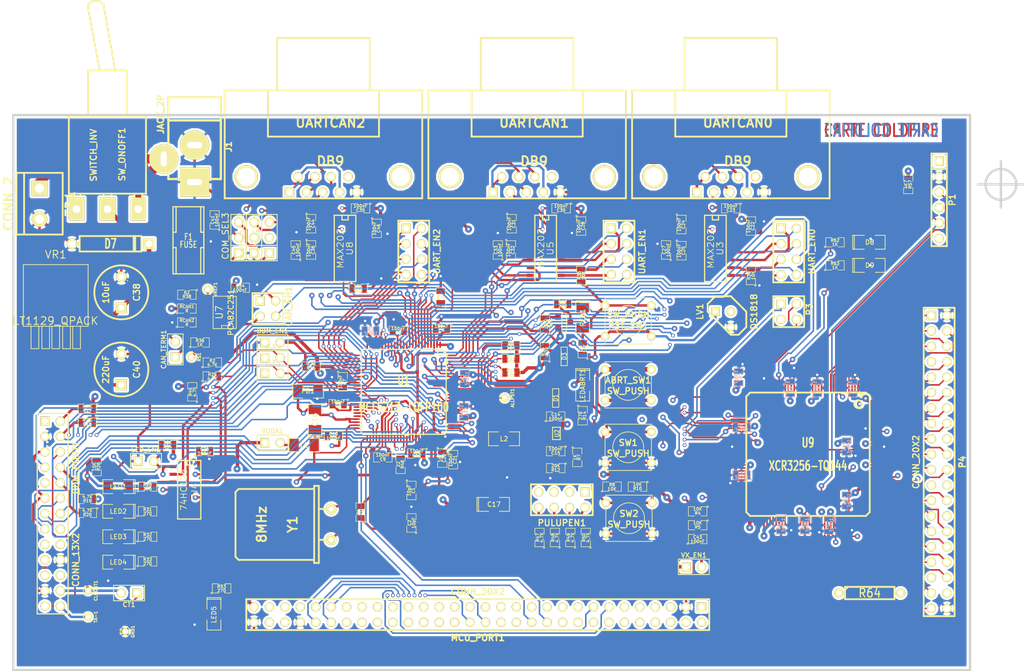
<source format=kicad_pcb>
(kicad_pcb (version 4) (host pcbnew "(2014-07-29 BZR 5035)-product")
  (layers (0 Composant signal) (1 GND_layer power) (2 3.3V_layer power) (31 Cuivre signal) (34 B.Paste user) (35 F.Paste user) (36 B.SilkS user) (37 F.SilkS user) (38 B.Mask user) (39 F.Mask user) (44 Edge.Cuts user))
  (net 0 "")
  (net 1 +3.3V)
  (net 2 /ALLPST)
  (net 3 /AN2)
  (net 4 /AN3)
  (net 5 /AN4)
  (net 6 /AN6)
  (net 7 /BKPT-)
  (net 8 /CLKIN/EXTAL)
  (net 9 /CLKMOD0)
  (net 10 /CLKMOD1)
  (net 11 /DDAT0)
  (net 12 /DDAT1)
  (net 13 /DDAT2)
  (net 14 /DDAT3)
  (net 15 /DSCLK)
  (net 16 /DSI)
  (net 17 /DSO)
  (net 18 /DTIN1)
  (net 19 /GPT1)
  (net 20 /GPT3)
  (net 21 /IRQ-5)
  (net 22 /IRQ-6)
  (net 23 /IRQ-7)
  (net 24 /JTAG_EN)
  (net 25 /PST0)
  (net 26 /PST1)
  (net 27 /PST2)
  (net 28 /PST3)
  (net 29 /QSPI_CS3)
  (net 30 /TCLK)
  (net 31 /VDDPLL)
  (net 32 /inout_user/CANRX)
  (net 33 /inout_user/CAN_H)
  (net 34 /inout_user/CAN_L)
  (net 35 /inout_user/CTS0)
  (net 36 /inout_user/CTS1)
  (net 37 /inout_user/CTS2/CANH)
  (net 38 /inout_user/PWM5)
  (net 39 /inout_user/PWM7)
  (net 40 /inout_user/RTS0)
  (net 41 /inout_user/RTS1)
  (net 42 /inout_user/RTS2)
  (net 43 /inout_user/RXD0)
  (net 44 /inout_user/RXD1)
  (net 45 /inout_user/RXD2)
  (net 46 /inout_user/RxD_CAN)
  (net 47 /inout_user/TXD0)
  (net 48 /inout_user/TXD1)
  (net 49 /inout_user/TXD2/CANL)
  (net 50 /inout_user/TxD_CAN)
  (net 51 /inout_user/UCTS2)
  (net 52 /inout_user/URTS0)
  (net 53 /inout_user/URTS2)
  (net 54 /inout_user/URXD1)
  (net 55 /inout_user/URXD2)
  (net 56 /inout_user/UTXD0)
  (net 57 /xilinx/+3,3V_OUT)
  (net 58 /xilinx/GLCK2)
  (net 59 /xilinx/LED_TEST1)
  (net 60 /xilinx/LED_TEST2)
  (net 61 /xilinx/QSPI_CS2)
  (net 62 /xilinx/TCK)
  (net 63 /xilinx/TDI)
  (net 64 /xilinx/TDO)
  (net 65 /xilinx/TMS)
  (net 66 /xilinx/XIL_D0)
  (net 67 /xilinx/XIL_D1)
  (net 68 /xilinx/XIL_D10)
  (net 69 /xilinx/XIL_D11)
  (net 70 /xilinx/XIL_D12)
  (net 71 /xilinx/XIL_D13)
  (net 72 /xilinx/XIL_D14)
  (net 73 /xilinx/XIL_D15)
  (net 74 /xilinx/XIL_D16)
  (net 75 /xilinx/XIL_D17)
  (net 76 /xilinx/XIL_D18)
  (net 77 /xilinx/XIL_D19)
  (net 78 /xilinx/XIL_D2)
  (net 79 /xilinx/XIL_D20)
  (net 80 /xilinx/XIL_D21)
  (net 81 /xilinx/XIL_D22)
  (net 82 /xilinx/XIL_D23)
  (net 83 /xilinx/XIL_D24)
  (net 84 /xilinx/XIL_D25)
  (net 85 /xilinx/XIL_D26)
  (net 86 /xilinx/XIL_D27)
  (net 87 /xilinx/XIL_D28)
  (net 88 /xilinx/XIL_D29)
  (net 89 /xilinx/XIL_D3)
  (net 90 /xilinx/XIL_D30)
  (net 91 /xilinx/XIL_D31)
  (net 92 /xilinx/XIL_D32)
  (net 93 /xilinx/XIL_D33)
  (net 94 /xilinx/XIL_D34)
  (net 95 /xilinx/XIL_D35)
  (net 96 /xilinx/XIL_D36)
  (net 97 /xilinx/XIL_D4)
  (net 98 /xilinx/XIL_D5)
  (net 99 /xilinx/XIL_D6)
  (net 100 /xilinx/XIL_D7)
  (net 101 /xilinx/XIL_D8)
  (net 102 /xilinx/XIL_D9)
  (net 103 GND)
  (net 104 "Net-(ABRT_SW1-Pad1)")
  (net 105 VDD)
  (net 106 "Net-(BDM_PORT1-Pad6)")
  (net 107 /inout_user/RSTI-)
  (net 108 "Net-(BDM_PORT1-Pad26)")
  (net 109 "Net-(C3-Pad1)")
  (net 110 "Net-(C15-Pad1)")
  (net 111 /inout_user/VCCA)
  (net 112 GNDA)
  (net 113 "Net-(C23-Pad2)")
  (net 114 "Net-(C24-Pad1)")
  (net 115 "Net-(C24-Pad2)")
  (net 116 "Net-(C25-Pad1)")
  (net 117 "Net-(C25-Pad2)")
  (net 118 "Net-(C27-Pad1)")
  (net 119 "Net-(C30-Pad2)")
  (net 120 "Net-(C31-Pad1)")
  (net 121 "Net-(C31-Pad2)")
  (net 122 "Net-(C32-Pad1)")
  (net 123 "Net-(C32-Pad2)")
  (net 124 "Net-(C33-Pad1)")
  (net 125 "Net-(C35-Pad2)")
  (net 126 "Net-(C36-Pad1)")
  (net 127 "Net-(C36-Pad2)")
  (net 128 "Net-(C38-Pad1)")
  (net 129 "Net-(C43-Pad2)")
  (net 130 "Net-(C44-Pad1)")
  (net 131 "Net-(C44-Pad2)")
  (net 132 "Net-(C45-Pad1)")
  (net 133 /inout_user/CANTX)
  (net 134 "Net-(CAN_TERM1-Pad2)")
  (net 135 "Net-(COM_SEL1-Pad3)")
  (net 136 "Net-(COM_SEL2-Pad3)")
  (net 137 "Net-(COM_SEL3-Pad3)")
  (net 138 "Net-(D1-Pad2)")
  (net 139 "Net-(D8-Pad1)")
  (net 140 "Net-(D9-Pad1)")
  (net 141 "Net-(F1-Pad1)")
  (net 142 "Net-(J1-Pad3)")
  (net 143 "Net-(L1-Pad1)")
  (net 144 "Net-(LED1-Pad1)")
  (net 145 "Net-(LED2-Pad1)")
  (net 146 "Net-(LED3-Pad1)")
  (net 147 "Net-(LED4-Pad1)")
  (net 148 "Net-(LED5-Pad1)")
  (net 149 "Net-(LEDABRT1-Pad2)")
  (net 150 "Net-(LED_EN1-Pad2)")
  (net 151 /xilinx/IRQ-1)
  (net 152 /inout_user/UCTS1)
  (net 153 /inout_user/RTS0-)
  (net 154 /inout_user/PWM1)
  (net 155 /inout_user/PWM3)
  (net 156 /xilinx/IRQ-2)
  (net 157 /inout_user/QSPI_DOUT)
  (net 158 /AN0)
  (net 159 /inout_user/QSPI_DIN)
  (net 160 /AN1)
  (net 161 /inout_user/QSPI_SCLK)
  (net 162 /QSPI_CS0)
  (net 163 /xilinx/QSPI_CS1)
  (net 164 /AN5)
  (net 165 /xilinx/IRQ-3)
  (net 166 /AN7)
  (net 167 /IRQ-4)
  (net 168 /DTIN0)
  (net 169 /DTIN2)
  (net 170 /inout_user/UTXD1)
  (net 171 /inout_user/URTS1)
  (net 172 /DTIN3)
  (net 173 /inout_user/URXD0)
  (net 174 /inout_user/UCTS0)
  (net 175 /inout_user/UTXD2)
  (net 176 /GPT0)
  (net 177 /GPT2)
  (net 178 /inout_user/RCON-)
  (net 179 "Net-(P3-Pad2)")
  (net 180 "Net-(P3-Pad4)")
  (net 181 "Net-(PULUPEN1-Pad2)")
  (net 182 "Net-(PULUPEN1-Pad4)")
  (net 183 "Net-(PULUPEN1-Pad6)")
  (net 184 "Net-(PULUPEN1-Pad8)")
  (net 185 "Net-(Q1-Pad2)")
  (net 186 "Net-(Q1-Pad3)")
  (net 187 "Net-(R9-Pad1)")
  (net 188 "Net-(R22-Pad2)")
  (net 189 "Net-(R23-Pad2)")
  (net 190 "Net-(R28-Pad2)")
  (net 191 "Net-(R30-Pad2)")
  (net 192 "Net-(R31-Pad2)")
  (net 193 "Net-(R32-Pad2)")
  (net 194 "Net-(R33-Pad2)")
  (net 195 "Net-(R35-Pad2)")
  (net 196 "Net-(R36-Pad1)")
  (net 197 "Net-(R46-Pad1)")
  (net 198 "Net-(U3-Pad9)")
  (net 199 "Net-(U3-Pad11)")
  (net 200 "Net-(U3-Pad12)")
  (net 201 "Net-(U5-Pad9)")
  (net 202 "Net-(U5-Pad11)")
  (net 203 "Net-(U5-Pad12)")
  (net 204 "Net-(U7-Pad5)")
  (net 205 "Net-(U8-Pad9)")
  (net 206 "Net-(U8-Pad10)")
  (net 207 "Net-(U8-Pad12)")
  (net 208 "Net-(UARTCAN0-Pad1)")
  (net 209 "Net-(UARTCAN1-Pad1)")
  (net 210 "Net-(UARTCAN2-Pad1)")
  (module discret:SW_PUSH_SMALL (layer Composant) (at 172.339 100.33)
    (fp_text reference ABRT_SW1 (at 0 -0.762) (layer F.SilkS) (effects (font (size 1.016 1.016) (thickness 0.2032))))
    (fp_text value SW_PUSH (at 0 1.016) (layer F.SilkS) (effects (font (size 1.016 1.016) (thickness 0.2032))))
    (pad 1 thru_hole circle (at 3.81 -2.54) (size 1.397 1.397) (drill 0.8128) (layers *.Cu *.Mask F.SilkS) (net 104 "Net-(ABRT_SW1-Pad1)"))
    (pad 2 thru_hole circle (at 3.81 2.54) (size 1.397 1.397) (drill 0.8128) (layers *.Cu *.Mask F.SilkS) (net 105 VDD))
    (pad 1 thru_hole circle (at -3.81 -2.54) (size 1.397 1.397) (drill 0.8128) (layers *.Cu *.Mask F.SilkS) (net 104 "Net-(ABRT_SW1-Pad1)"))
    (pad 2 thru_hole circle (at -3.81 2.54) (size 1.397 1.397) (drill 0.8128) (layers *.Cu *.Mask F.SilkS) (net 105 VDD))
  )
  (module connect:PINTST (layer Composant) (at 152.019 102.489 270)
    (fp_text reference ALLPST1 (at 0 -1.26746 270) (layer F.SilkS) (effects (font (size 0.508 0.508) (thickness 0.127))))
    (fp_text value CONN_1 hide)
    (pad 1 thru_hole circle (at 0 0 270) (size 1.143 1.143) (drill 0.635) (layers *.Cu *.Mask F.SilkS) (net 2 /ALLPST))
  )
  (module pin_array:PIN_ARRAY_2X1 (layer Composant) (at 113.792 93.345)
    (fp_text reference BDM_EN1 (at 0 -1.905) (layer F.SilkS) (effects (font (size 0.762 0.762) (thickness 0.1524))))
    (fp_text value JUMPER hide)
    (pad 1 thru_hole rect (at -1.27 0) (size 1.524 1.524) (drill 1.016) (layers *.Cu *.Mask F.SilkS) (net 103 GND))
    (pad 2 thru_hole circle (at 1.27 0) (size 1.524 1.524) (drill 1.016) (layers *.Cu *.Mask F.SilkS) (net 24 /JTAG_EN))
  )
  (module pin_array:pin_array_13x2 (layer Composant) (at 77.597 121.539 270)
    (fp_text reference BDM_PORT1 (at -7.62 -3.81 270) (layer F.SilkS) (effects (font (size 1.016 1.016) (thickness 0.2032))))
    (fp_text value CONN_13X2 (at 7.62 -3.81 270) (layer F.SilkS) (effects (font (size 1.016 1.016) (thickness 0.2032))))
    (pad 1 thru_hole rect (at -15.24 1.27 270) (size 1.524 1.524) (drill 1.016) (layers *.Cu *.Mask F.SilkS))
    (pad 2 thru_hole circle (at -15.24 -1.27 270) (size 1.524 1.524) (drill 1.016) (layers *.Cu *.Mask F.SilkS) (net 7 /BKPT-))
    (pad 3 thru_hole circle (at -12.7 1.27 270) (size 1.524 1.524) (drill 1.016) (layers *.Cu *.Mask F.SilkS) (net 103 GND))
    (pad 4 thru_hole circle (at -12.7 -1.27 270) (size 1.524 1.524) (drill 1.016) (layers *.Cu *.Mask F.SilkS) (net 15 /DSCLK))
    (pad 5 thru_hole circle (at -10.16 1.27 270) (size 1.524 1.524) (drill 1.016) (layers *.Cu *.Mask F.SilkS) (net 103 GND))
    (pad 6 thru_hole circle (at -10.16 -1.27 270) (size 1.524 1.524) (drill 1.016) (layers *.Cu *.Mask F.SilkS) (net 106 "Net-(BDM_PORT1-Pad6)"))
    (pad 7 thru_hole circle (at -7.62 1.27 270) (size 1.524 1.524) (drill 1.016) (layers *.Cu *.Mask F.SilkS) (net 107 /inout_user/RSTI-))
    (pad 8 thru_hole circle (at -7.62 -1.27 270) (size 1.524 1.524) (drill 1.016) (layers *.Cu *.Mask F.SilkS) (net 16 /DSI))
    (pad 9 thru_hole circle (at -5.08 1.27 270) (size 1.524 1.524) (drill 1.016) (layers *.Cu *.Mask F.SilkS) (net 105 VDD))
    (pad 10 thru_hole circle (at -5.08 -1.27 270) (size 1.524 1.524) (drill 1.016) (layers *.Cu *.Mask F.SilkS) (net 17 /DSO))
    (pad 11 thru_hole circle (at -2.54 1.27 270) (size 1.524 1.524) (drill 1.016) (layers *.Cu *.Mask F.SilkS) (net 103 GND))
    (pad 12 thru_hole circle (at -2.54 -1.27 270) (size 1.524 1.524) (drill 1.016) (layers *.Cu *.Mask F.SilkS) (net 28 /PST3))
    (pad 13 thru_hole circle (at 0 1.27 270) (size 1.524 1.524) (drill 1.016) (layers *.Cu *.Mask F.SilkS) (net 27 /PST2))
    (pad 14 thru_hole circle (at 0 -1.27 270) (size 1.524 1.524) (drill 1.016) (layers *.Cu *.Mask F.SilkS) (net 26 /PST1))
    (pad 15 thru_hole circle (at 2.54 1.27 270) (size 1.524 1.524) (drill 1.016) (layers *.Cu *.Mask F.SilkS) (net 25 /PST0))
    (pad 16 thru_hole circle (at 2.54 -1.27 270) (size 1.524 1.524) (drill 1.016) (layers *.Cu *.Mask F.SilkS) (net 14 /DDAT3))
    (pad 17 thru_hole circle (at 5.08 1.27 270) (size 1.524 1.524) (drill 1.016) (layers *.Cu *.Mask F.SilkS) (net 13 /DDAT2))
    (pad 18 thru_hole circle (at 5.08 -1.27 270) (size 1.524 1.524) (drill 1.016) (layers *.Cu *.Mask F.SilkS) (net 12 /DDAT1))
    (pad 19 thru_hole circle (at 7.62 1.27 270) (size 1.524 1.524) (drill 1.016) (layers *.Cu *.Mask F.SilkS) (net 11 /DDAT0))
    (pad 20 thru_hole circle (at 7.62 -1.27 270) (size 1.524 1.524) (drill 1.016) (layers *.Cu *.Mask F.SilkS) (net 103 GND))
    (pad 21 thru_hole circle (at 10.16 1.27 270) (size 1.524 1.524) (drill 1.016) (layers *.Cu *.Mask F.SilkS))
    (pad 22 thru_hole circle (at 10.16 -1.27 270) (size 1.524 1.524) (drill 1.016) (layers *.Cu *.Mask F.SilkS))
    (pad 23 thru_hole circle (at 12.7 1.27 270) (size 1.524 1.524) (drill 1.016) (layers *.Cu *.Mask F.SilkS) (net 103 GND))
    (pad 24 thru_hole circle (at 12.7 -1.27 270) (size 1.524 1.524) (drill 1.016) (layers *.Cu *.Mask F.SilkS) (net 30 /TCLK))
    (pad 25 thru_hole circle (at 15.24 1.27 270) (size 1.524 1.524) (drill 1.016) (layers *.Cu *.Mask F.SilkS) (net 105 VDD))
    (pad 26 thru_hole circle (at 15.24 -1.27 270) (size 1.524 1.524) (drill 1.016) (layers *.Cu *.Mask F.SilkS) (net 108 "Net-(BDM_PORT1-Pad26)"))
  )
  (module lib_smd:SM0805 (layer Composant) (at 136.652 117.729 270)
    (fp_text reference C1 (at 0 -0.3175 270) (layer F.SilkS) (effects (font (size 0.50038 0.50038) (thickness 0.10922))))
    (fp_text value 10pF (at 0 0.381 270) (layer F.SilkS) (effects (font (size 0.50038 0.50038) (thickness 0.10922))))
    (pad 1 smd rect (at -0.9525 0 270) (size 0.889 1.397) (layers Composant F.Paste F.Mask) (net 8 /CLKIN/EXTAL))
    (pad 2 smd rect (at 0.9525 0 270) (size 0.889 1.397) (layers Composant F.Paste F.Mask) (net 103 GND))
  )
  (module lib_smd:SM0805 (layer Composant) (at 136.652 123.063 90)
    (fp_text reference C2 (at 0 -0.3175 90) (layer F.SilkS) (effects (font (size 0.50038 0.50038) (thickness 0.10922))))
    (fp_text value 10pF (at 0 0.381 90) (layer F.SilkS) (effects (font (size 0.50038 0.50038) (thickness 0.10922))))
    (pad 1 smd rect (at -0.9525 0 90) (size 0.889 1.397) (layers Composant F.Paste F.Mask) (net 58 /xilinx/GLCK2))
    (pad 2 smd rect (at 0.9525 0 90) (size 0.889 1.397) (layers Composant F.Paste F.Mask) (net 103 GND))
  )
  (module lib_smd:SM0805 (layer Composant) (at 164.846 94.361 90)
    (fp_text reference C3 (at 0 -0.3175 90) (layer F.SilkS) (effects (font (size 0.50038 0.50038) (thickness 0.10922))))
    (fp_text value 1nF (at 0 0.381 90) (layer F.SilkS) (effects (font (size 0.50038 0.50038) (thickness 0.10922))))
    (pad 1 smd rect (at -0.9525 0 90) (size 0.889 1.397) (layers Composant F.Paste F.Mask) (net 109 "Net-(C3-Pad1)"))
    (pad 2 smd rect (at 0.9525 0 90) (size 0.889 1.397) (layers Composant F.Paste F.Mask) (net 103 GND))
  )
  (module lib_smd:SM0805 (layer Composant) (at 141.605 91.059 180)
    (fp_text reference C4 (at 0 -0.3175 180) (layer F.SilkS) (effects (font (size 0.50038 0.50038) (thickness 0.10922))))
    (fp_text value 100nF (at 0 0.381 180) (layer F.SilkS) (effects (font (size 0.50038 0.50038) (thickness 0.10922))))
    (pad 1 smd rect (at -0.9525 0 180) (size 0.889 1.397) (layers Composant F.Paste F.Mask) (net 105 VDD))
    (pad 2 smd rect (at 0.9525 0 180) (size 0.889 1.397) (layers Composant F.Paste F.Mask) (net 103 GND))
  )
  (module lib_smd:SM0805 (layer Composant) (at 134.493 91.44 180)
    (fp_text reference C5 (at 0 -0.3175 180) (layer F.SilkS) (effects (font (size 0.50038 0.50038) (thickness 0.10922))))
    (fp_text value 100nF (at 0 0.381 180) (layer F.SilkS) (effects (font (size 0.50038 0.50038) (thickness 0.10922))))
    (pad 1 smd rect (at -0.9525 0 180) (size 0.889 1.397) (layers Composant F.Paste F.Mask) (net 105 VDD))
    (pad 2 smd rect (at 0.9525 0 180) (size 0.889 1.397) (layers Composant F.Paste F.Mask) (net 103 GND))
  )
  (module lib_smd:SM0805 (layer Cuivre) (at 129.921 91.44 180)
    (fp_text reference C6 (at 0 0.3175 180) (layer B.SilkS) (effects (font (size 0.50038 0.50038) (thickness 0.10922)) (justify mirror)))
    (fp_text value 100nF (at 0 -0.381 180) (layer B.SilkS) (effects (font (size 0.50038 0.50038) (thickness 0.10922)) (justify mirror)))
    (pad 1 smd rect (at -0.9525 0 180) (size 0.889 1.397) (layers Cuivre B.Paste B.Mask) (net 105 VDD))
    (pad 2 smd rect (at 0.9525 0 180) (size 0.889 1.397) (layers Cuivre B.Paste B.Mask) (net 103 GND))
  )
  (module lib_smd:SM0805 (layer Composant) (at 125.349 99.822 270)
    (fp_text reference C7 (at 0 -0.3175 270) (layer F.SilkS) (effects (font (size 0.50038 0.50038) (thickness 0.10922))))
    (fp_text value 100nF (at 0 0.381 270) (layer F.SilkS) (effects (font (size 0.50038 0.50038) (thickness 0.10922))))
    (pad 1 smd rect (at -0.9525 0 270) (size 0.889 1.397) (layers Composant F.Paste F.Mask) (net 105 VDD))
    (pad 2 smd rect (at 0.9525 0 270) (size 0.889 1.397) (layers Composant F.Paste F.Mask) (net 103 GND))
  )
  (module lib_smd:SM0805 (layer Composant) (at 124.587 103.505 180)
    (fp_text reference C8 (at 0 -0.3175 180) (layer F.SilkS) (effects (font (size 0.50038 0.50038) (thickness 0.10922))))
    (fp_text value 100nF (at 0 0.381 180) (layer F.SilkS) (effects (font (size 0.50038 0.50038) (thickness 0.10922))))
    (pad 1 smd rect (at -0.9525 0 180) (size 0.889 1.397) (layers Composant F.Paste F.Mask) (net 105 VDD))
    (pad 2 smd rect (at 0.9525 0 180) (size 0.889 1.397) (layers Composant F.Paste F.Mask) (net 103 GND))
  )
  (module lib_smd:SM0805 (layer Composant) (at 131.953 112.268 180)
    (fp_text reference C9 (at 0 -0.3175 180) (layer F.SilkS) (effects (font (size 0.50038 0.50038) (thickness 0.10922))))
    (fp_text value 100nF (at 0 0.381 180) (layer F.SilkS) (effects (font (size 0.50038 0.50038) (thickness 0.10922))))
    (pad 1 smd rect (at -0.9525 0 180) (size 0.889 1.397) (layers Composant F.Paste F.Mask) (net 105 VDD))
    (pad 2 smd rect (at 0.9525 0 180) (size 0.889 1.397) (layers Composant F.Paste F.Mask) (net 103 GND))
  )
  (module lib_smd:SM0805 (layer Composant) (at 137.541 111.633 180)
    (fp_text reference C10 (at 0 -0.3175 180) (layer F.SilkS) (effects (font (size 0.50038 0.50038) (thickness 0.10922))))
    (fp_text value 100nF (at 0 0.381 180) (layer F.SilkS) (effects (font (size 0.50038 0.50038) (thickness 0.10922))))
    (pad 1 smd rect (at -0.9525 0 180) (size 0.889 1.397) (layers Composant F.Paste F.Mask) (net 105 VDD))
    (pad 2 smd rect (at 0.9525 0 180) (size 0.889 1.397) (layers Composant F.Paste F.Mask) (net 103 GND))
  )
  (module lib_smd:SM0805 (layer Cuivre) (at 145.288 104.775 90)
    (fp_text reference C11 (at 0 0.3175 90) (layer B.SilkS) (effects (font (size 0.50038 0.50038) (thickness 0.10922)) (justify mirror)))
    (fp_text value 100nF (at 0 -0.381 90) (layer B.SilkS) (effects (font (size 0.50038 0.50038) (thickness 0.10922)) (justify mirror)))
    (pad 1 smd rect (at -0.9525 0 90) (size 0.889 1.397) (layers Cuivre B.Paste B.Mask) (net 105 VDD))
    (pad 2 smd rect (at 0.9525 0 90) (size 0.889 1.397) (layers Cuivre B.Paste B.Mask) (net 103 GND))
  )
  (module lib_smd:SM0805 (layer Cuivre) (at 145.415 99.314 270)
    (fp_text reference C12 (at 0 0.3175 270) (layer B.SilkS) (effects (font (size 0.50038 0.50038) (thickness 0.10922)) (justify mirror)))
    (fp_text value 100nF (at 0 -0.381 270) (layer B.SilkS) (effects (font (size 0.50038 0.50038) (thickness 0.10922)) (justify mirror)))
    (pad 1 smd rect (at -0.9525 0 270) (size 0.889 1.397) (layers Cuivre B.Paste B.Mask) (net 105 VDD))
    (pad 2 smd rect (at 0.9525 0 270) (size 0.889 1.397) (layers Cuivre B.Paste B.Mask) (net 103 GND))
  )
  (module lib_smd:SM0805 (layer Composant) (at 160.401 105.537)
    (fp_text reference C14 (at 0 -0.3175) (layer F.SilkS) (effects (font (size 0.50038 0.50038) (thickness 0.10922))))
    (fp_text value 100nF (at 0 0.381) (layer F.SilkS) (effects (font (size 0.50038 0.50038) (thickness 0.10922))))
    (pad 1 smd rect (at -0.9525 0) (size 0.889 1.397) (layers Composant F.Paste F.Mask) (net 103 GND))
    (pad 2 smd rect (at 0.9525 0) (size 0.889 1.397) (layers Composant F.Paste F.Mask) (net 105 VDD))
  )
  (module lib_smd:SM0805 (layer Composant) (at 160.401 111.252 180)
    (fp_text reference C15 (at 0 -0.3175 180) (layer F.SilkS) (effects (font (size 0.50038 0.50038) (thickness 0.10922))))
    (fp_text value 100nF (at 0 0.381 180) (layer F.SilkS) (effects (font (size 0.50038 0.50038) (thickness 0.10922))))
    (pad 1 smd rect (at -0.9525 0 180) (size 0.889 1.397) (layers Composant F.Paste F.Mask) (net 110 "Net-(C15-Pad1)"))
    (pad 2 smd rect (at 0.9525 0 180) (size 0.889 1.397) (layers Composant F.Paste F.Mask) (net 103 GND))
  )
  (module lib_smd:SM1206POL (layer Composant) (at 120.777 106.045 90)
    (fp_text reference C16 (at 0 0 90) (layer F.SilkS) (effects (font (size 0.762 0.762) (thickness 0.127))))
    (fp_text value 10uF hide)
    (pad 1 smd rect (at -1.651 0 90) (size 1.524 2.032) (layers Composant F.Paste F.Mask) (net 111 /inout_user/VCCA))
    (pad 2 smd rect (at 1.651 0 90) (size 1.524 2.032) (layers Composant F.Paste F.Mask) (net 112 GNDA))
  )
  (module lib_smd:SM1206POL (layer Composant) (at 150.241 120.015)
    (fp_text reference C17 (at 0 0) (layer F.SilkS) (effects (font (size 0.762 0.762) (thickness 0.127))))
    (fp_text value 100uF hide)
    (pad 1 smd rect (at -1.651 0) (size 1.524 2.032) (layers Composant F.Paste F.Mask) (net 105 VDD))
    (pad 2 smd rect (at 1.651 0) (size 1.524 2.032) (layers Composant F.Paste F.Mask) (net 103 GND))
  )
  (module lib_smd:SM0805 (layer Composant) (at 123.825 108.712)
    (fp_text reference C18 (at 0 -0.3175) (layer F.SilkS) (effects (font (size 0.50038 0.50038) (thickness 0.10922))))
    (fp_text value 100nF (at 0 0.381) (layer F.SilkS) (effects (font (size 0.50038 0.50038) (thickness 0.10922))))
    (pad 1 smd rect (at -0.9525 0) (size 0.889 1.397) (layers Composant F.Paste F.Mask) (net 111 /inout_user/VCCA))
    (pad 2 smd rect (at 0.9525 0) (size 0.889 1.397) (layers Composant F.Paste F.Mask) (net 112 GNDA))
  )
  (module lib_smd:SM0805 (layer Composant) (at 141.732 112.395 270)
    (fp_text reference C20 (at 0 -0.3175 270) (layer F.SilkS) (effects (font (size 0.50038 0.50038) (thickness 0.10922))))
    (fp_text value 1nF (at 0 0.381 270) (layer F.SilkS) (effects (font (size 0.50038 0.50038) (thickness 0.10922))))
    (pad 1 smd rect (at -0.9525 0 270) (size 0.889 1.397) (layers Composant F.Paste F.Mask) (net 31 /VDDPLL))
    (pad 2 smd rect (at 0.9525 0 270) (size 0.889 1.397) (layers Composant F.Paste F.Mask) (net 103 GND))
  )
  (module lib_smd:SM0805 (layer Composant) (at 143.51 112.649 270)
    (fp_text reference C21 (at 0 -0.3175 270) (layer F.SilkS) (effects (font (size 0.50038 0.50038) (thickness 0.10922))))
    (fp_text value 100nF (at 0 0.381 270) (layer F.SilkS) (effects (font (size 0.50038 0.50038) (thickness 0.10922))))
    (pad 1 smd rect (at -0.9525 0 270) (size 0.889 1.397) (layers Composant F.Paste F.Mask) (net 31 /VDDPLL))
    (pad 2 smd rect (at 0.9525 0 270) (size 0.889 1.397) (layers Composant F.Paste F.Mask) (net 103 GND))
  )
  (module lib_smd:SM0805 (layer Composant) (at 192.532 74.168 270)
    (fp_text reference C22 (at 0 -0.3175 270) (layer F.SilkS) (effects (font (size 0.50038 0.50038) (thickness 0.10922))))
    (fp_text value 100nF (at 0 0.381 270) (layer F.SilkS) (effects (font (size 0.50038 0.50038) (thickness 0.10922))))
    (pad 1 smd rect (at -0.9525 0 270) (size 0.889 1.397) (layers Composant F.Paste F.Mask) (net 105 VDD))
    (pad 2 smd rect (at 0.9525 0 270) (size 0.889 1.397) (layers Composant F.Paste F.Mask) (net 103 GND))
  )
  (module lib_smd:SM0805 (layer Composant) (at 189.23 71.247 180)
    (fp_text reference C23 (at 0 -0.3175 180) (layer F.SilkS) (effects (font (size 0.50038 0.50038) (thickness 0.10922))))
    (fp_text value 100nF (at 0 0.381 180) (layer F.SilkS) (effects (font (size 0.50038 0.50038) (thickness 0.10922))))
    (pad 1 smd rect (at -0.9525 0 180) (size 0.889 1.397) (layers Composant F.Paste F.Mask) (net 105 VDD))
    (pad 2 smd rect (at 0.9525 0 180) (size 0.889 1.397) (layers Composant F.Paste F.Mask) (net 113 "Net-(C23-Pad2)"))
  )
  (module lib_smd:SM0805 (layer Composant) (at 181.102 73.914 270)
    (fp_text reference C24 (at 0 -0.3175 270) (layer F.SilkS) (effects (font (size 0.50038 0.50038) (thickness 0.10922))))
    (fp_text value 100nF (at 0 0.381 270) (layer F.SilkS) (effects (font (size 0.50038 0.50038) (thickness 0.10922))))
    (pad 1 smd rect (at -0.9525 0 270) (size 0.889 1.397) (layers Composant F.Paste F.Mask) (net 114 "Net-(C24-Pad1)"))
    (pad 2 smd rect (at 0.9525 0 270) (size 0.889 1.397) (layers Composant F.Paste F.Mask) (net 115 "Net-(C24-Pad2)"))
  )
  (module lib_smd:SM0805 (layer Composant) (at 181.102 78.232 270)
    (fp_text reference C25 (at 0 -0.3175 270) (layer F.SilkS) (effects (font (size 0.50038 0.50038) (thickness 0.10922))))
    (fp_text value 100nF (at 0 0.381 270) (layer F.SilkS) (effects (font (size 0.50038 0.50038) (thickness 0.10922))))
    (pad 1 smd rect (at -0.9525 0 270) (size 0.889 1.397) (layers Composant F.Paste F.Mask) (net 116 "Net-(C25-Pad1)"))
    (pad 2 smd rect (at 0.9525 0 270) (size 0.889 1.397) (layers Composant F.Paste F.Mask) (net 117 "Net-(C25-Pad2)"))
  )
  (module lib_smd:SM0805 (layer Composant) (at 102.616 111.252)
    (fp_text reference C26 (at 0 -0.3175) (layer F.SilkS) (effects (font (size 0.50038 0.50038) (thickness 0.10922))))
    (fp_text value 100nF (at 0 0.381) (layer F.SilkS) (effects (font (size 0.50038 0.50038) (thickness 0.10922))))
    (pad 1 smd rect (at -0.9525 0) (size 0.889 1.397) (layers Composant F.Paste F.Mask) (net 105 VDD))
    (pad 2 smd rect (at 0.9525 0) (size 0.889 1.397) (layers Composant F.Paste F.Mask) (net 103 GND))
  )
  (module lib_smd:SM0805 (layer Composant) (at 178.562 78.105 90)
    (fp_text reference C27 (at 0 -0.3175 90) (layer F.SilkS) (effects (font (size 0.50038 0.50038) (thickness 0.10922))))
    (fp_text value 100nF (at 0 0.381 90) (layer F.SilkS) (effects (font (size 0.50038 0.50038) (thickness 0.10922))))
    (pad 1 smd rect (at -0.9525 0 90) (size 0.889 1.397) (layers Composant F.Paste F.Mask) (net 118 "Net-(C27-Pad1)"))
    (pad 2 smd rect (at 0.9525 0 90) (size 0.889 1.397) (layers Composant F.Paste F.Mask) (net 103 GND))
  )
  (module lib_smd:SM0805 (layer Composant) (at 164.592 74.168 270)
    (fp_text reference C28 (at 0 -0.3175 270) (layer F.SilkS) (effects (font (size 0.50038 0.50038) (thickness 0.10922))))
    (fp_text value 100nF (at 0 0.381 270) (layer F.SilkS) (effects (font (size 0.50038 0.50038) (thickness 0.10922))))
    (pad 1 smd rect (at -0.9525 0 270) (size 0.889 1.397) (layers Composant F.Paste F.Mask) (net 105 VDD))
    (pad 2 smd rect (at 0.9525 0 270) (size 0.889 1.397) (layers Composant F.Paste F.Mask) (net 103 GND))
  )
  (module lib_smd:SM0805 (layer Composant) (at 161.29 71.247 180)
    (fp_text reference C30 (at 0 -0.3175 180) (layer F.SilkS) (effects (font (size 0.50038 0.50038) (thickness 0.10922))))
    (fp_text value 100nF (at 0 0.381 180) (layer F.SilkS) (effects (font (size 0.50038 0.50038) (thickness 0.10922))))
    (pad 1 smd rect (at -0.9525 0 180) (size 0.889 1.397) (layers Composant F.Paste F.Mask) (net 105 VDD))
    (pad 2 smd rect (at 0.9525 0 180) (size 0.889 1.397) (layers Composant F.Paste F.Mask) (net 119 "Net-(C30-Pad2)"))
  )
  (module lib_smd:SM0805 (layer Composant) (at 153.162 73.787 270)
    (fp_text reference C31 (at 0 -0.3175 270) (layer F.SilkS) (effects (font (size 0.50038 0.50038) (thickness 0.10922))))
    (fp_text value 100nF (at 0 0.381 270) (layer F.SilkS) (effects (font (size 0.50038 0.50038) (thickness 0.10922))))
    (pad 1 smd rect (at -0.9525 0 270) (size 0.889 1.397) (layers Composant F.Paste F.Mask) (net 120 "Net-(C31-Pad1)"))
    (pad 2 smd rect (at 0.9525 0 270) (size 0.889 1.397) (layers Composant F.Paste F.Mask) (net 121 "Net-(C31-Pad2)"))
  )
  (module lib_smd:SM0805 (layer Composant) (at 153.035 78.105 270)
    (fp_text reference C32 (at 0 -0.3175 270) (layer F.SilkS) (effects (font (size 0.50038 0.50038) (thickness 0.10922))))
    (fp_text value 100nF (at 0 0.381 270) (layer F.SilkS) (effects (font (size 0.50038 0.50038) (thickness 0.10922))))
    (pad 1 smd rect (at -0.9525 0 270) (size 0.889 1.397) (layers Composant F.Paste F.Mask) (net 122 "Net-(C32-Pad1)"))
    (pad 2 smd rect (at 0.9525 0 270) (size 0.889 1.397) (layers Composant F.Paste F.Mask) (net 123 "Net-(C32-Pad2)"))
  )
  (module lib_smd:SM0805 (layer Composant) (at 150.876 78.105 90)
    (fp_text reference C33 (at 0 -0.3175 90) (layer F.SilkS) (effects (font (size 0.50038 0.50038) (thickness 0.10922))))
    (fp_text value 100nF (at 0 0.381 90) (layer F.SilkS) (effects (font (size 0.50038 0.50038) (thickness 0.10922))))
    (pad 1 smd rect (at -0.9525 0 90) (size 0.889 1.397) (layers Composant F.Paste F.Mask) (net 124 "Net-(C33-Pad1)"))
    (pad 2 smd rect (at 0.9525 0 90) (size 0.889 1.397) (layers Composant F.Paste F.Mask) (net 103 GND))
  )
  (module lib_smd:SM0805 (layer Composant) (at 108.458 84.328)
    (fp_text reference C34 (at 0 -0.3175) (layer F.SilkS) (effects (font (size 0.50038 0.50038) (thickness 0.10922))))
    (fp_text value 100nF (at 0 0.381) (layer F.SilkS) (effects (font (size 0.50038 0.50038) (thickness 0.10922))))
    (pad 1 smd rect (at -0.9525 0) (size 0.889 1.397) (layers Composant F.Paste F.Mask) (net 105 VDD))
    (pad 2 smd rect (at 0.9525 0) (size 0.889 1.397) (layers Composant F.Paste F.Mask) (net 103 GND))
  )
  (module lib_smd:SM0805 (layer Composant) (at 128.27 71.247 180)
    (fp_text reference C35 (at 0 -0.3175 180) (layer F.SilkS) (effects (font (size 0.50038 0.50038) (thickness 0.10922))))
    (fp_text value 100nF (at 0 0.381 180) (layer F.SilkS) (effects (font (size 0.50038 0.50038) (thickness 0.10922))))
    (pad 1 smd rect (at -0.9525 0 180) (size 0.889 1.397) (layers Composant F.Paste F.Mask) (net 105 VDD))
    (pad 2 smd rect (at 0.9525 0 180) (size 0.889 1.397) (layers Composant F.Paste F.Mask) (net 125 "Net-(C35-Pad2)"))
  )
  (module lib_smd:SM0805 (layer Composant) (at 120.142 78.105 270)
    (fp_text reference C36 (at 0 -0.3175 270) (layer F.SilkS) (effects (font (size 0.50038 0.50038) (thickness 0.10922))))
    (fp_text value 100nF (at 0 0.381 270) (layer F.SilkS) (effects (font (size 0.50038 0.50038) (thickness 0.10922))))
    (pad 1 smd rect (at -0.9525 0 270) (size 0.889 1.397) (layers Composant F.Paste F.Mask) (net 126 "Net-(C36-Pad1)"))
    (pad 2 smd rect (at 0.9525 0 270) (size 0.889 1.397) (layers Composant F.Paste F.Mask) (net 127 "Net-(C36-Pad2)"))
  )
  (module discret:C2V8 (layer Composant) (at 88.9 85.09 90)
    (fp_text reference C38 (at 0 2.54 90) (layer F.SilkS) (effects (font (size 1.016 1.016) (thickness 0.2032))))
    (fp_text value 10uF (at 0 -2.54 90) (layer F.SilkS) (effects (font (size 1.016 1.016) (thickness 0.2032))))
    (pad 1 thru_hole rect (at -2.54 0 90) (size 1.778 1.778) (drill 1.016) (layers *.Cu *.Mask F.SilkS) (net 128 "Net-(C38-Pad1)"))
    (pad 2 thru_hole circle (at 2.54 0 90) (size 1.778 1.778) (drill 1.016) (layers *.Cu *.Mask F.SilkS) (net 103 GND))
  )
  (module discret:C2V8 (layer Composant) (at 88.9 97.79 90)
    (fp_text reference C40 (at 0 2.54 90) (layer F.SilkS) (effects (font (size 1.016 1.016) (thickness 0.2032))))
    (fp_text value 220uF (at 0 -2.54 90) (layer F.SilkS) (effects (font (size 1.016 1.016) (thickness 0.2032))))
    (pad 1 thru_hole rect (at -2.54 0 90) (size 1.778 1.778) (drill 1.016) (layers *.Cu *.Mask F.SilkS) (net 105 VDD))
    (pad 2 thru_hole circle (at 2.54 0 90) (size 1.778 1.778) (drill 1.016) (layers *.Cu *.Mask F.SilkS) (net 103 GND))
  )
  (module lib_smd:SM0805 (layer Composant) (at 104.267 73.152 90)
    (fp_text reference C41 (at 0 -0.3175 90) (layer F.SilkS) (effects (font (size 0.50038 0.50038) (thickness 0.10922))))
    (fp_text value 100nF (at 0 0.381 90) (layer F.SilkS) (effects (font (size 0.50038 0.50038) (thickness 0.10922))))
    (pad 1 smd rect (at -0.9525 0 90) (size 0.889 1.397) (layers Composant F.Paste F.Mask) (net 128 "Net-(C38-Pad1)"))
    (pad 2 smd rect (at 0.9525 0 90) (size 0.889 1.397) (layers Composant F.Paste F.Mask) (net 103 GND))
  )
  (module lib_smd:SM0805 (layer Composant) (at 183.769 125.73)
    (fp_text reference C43 (at 0 -0.3175) (layer F.SilkS) (effects (font (size 0.50038 0.50038) (thickness 0.10922))))
    (fp_text value 100nF (at 0 0.381) (layer F.SilkS) (effects (font (size 0.50038 0.50038) (thickness 0.10922))))
    (pad 1 smd rect (at -0.9525 0) (size 0.889 1.397) (layers Composant F.Paste F.Mask) (net 103 GND))
    (pad 2 smd rect (at 0.9525 0) (size 0.889 1.397) (layers Composant F.Paste F.Mask) (net 129 "Net-(C43-Pad2)"))
  )
  (module lib_smd:SM0805 (layer Composant) (at 120.142 73.787 270)
    (fp_text reference C44 (at 0 -0.3175 270) (layer F.SilkS) (effects (font (size 0.50038 0.50038) (thickness 0.10922))))
    (fp_text value 100nF (at 0 0.381 270) (layer F.SilkS) (effects (font (size 0.50038 0.50038) (thickness 0.10922))))
    (pad 1 smd rect (at -0.9525 0 270) (size 0.889 1.397) (layers Composant F.Paste F.Mask) (net 130 "Net-(C44-Pad1)"))
    (pad 2 smd rect (at 0.9525 0 270) (size 0.889 1.397) (layers Composant F.Paste F.Mask) (net 131 "Net-(C44-Pad2)"))
  )
  (module lib_smd:SM0805 (layer Composant) (at 117.602 78.105 90)
    (fp_text reference C45 (at 0 -0.3175 90) (layer F.SilkS) (effects (font (size 0.50038 0.50038) (thickness 0.10922))))
    (fp_text value 100nF (at 0 0.381 90) (layer F.SilkS) (effects (font (size 0.50038 0.50038) (thickness 0.10922))))
    (pad 1 smd rect (at -0.9525 0 90) (size 0.889 1.397) (layers Composant F.Paste F.Mask) (net 132 "Net-(C45-Pad1)"))
    (pad 2 smd rect (at 0.9525 0 90) (size 0.889 1.397) (layers Composant F.Paste F.Mask) (net 103 GND))
  )
  (module lib_smd:SM0805 (layer Composant) (at 130.937 74.549 270)
    (fp_text reference C46 (at 0 -0.3175 270) (layer F.SilkS) (effects (font (size 0.50038 0.50038) (thickness 0.10922))))
    (fp_text value 100nF (at 0 0.381 270) (layer F.SilkS) (effects (font (size 0.50038 0.50038) (thickness 0.10922))))
    (pad 1 smd rect (at -0.9525 0 270) (size 0.889 1.397) (layers Composant F.Paste F.Mask) (net 105 VDD))
    (pad 2 smd rect (at 0.9525 0 270) (size 0.889 1.397) (layers Composant F.Paste F.Mask) (net 103 GND))
  )
  (module lib_smd:SM0805 (layer Cuivre) (at 209.296 100.838 90)
    (fp_text reference C51 (at 0 0.3175 90) (layer B.SilkS) (effects (font (size 0.50038 0.50038) (thickness 0.10922)) (justify mirror)))
    (fp_text value 100nF (at 0 -0.381 90) (layer B.SilkS) (effects (font (size 0.50038 0.50038) (thickness 0.10922)) (justify mirror)))
    (pad 1 smd rect (at -0.9525 0 90) (size 0.889 1.397) (layers Cuivre B.Paste B.Mask) (net 105 VDD))
    (pad 2 smd rect (at 0.9525 0 90) (size 0.889 1.397) (layers Cuivre B.Paste B.Mask) (net 103 GND))
  )
  (module lib_smd:SM0805 (layer Cuivre) (at 191.008 107.315 180)
    (fp_text reference C52 (at 0 0.3175 180) (layer B.SilkS) (effects (font (size 0.50038 0.50038) (thickness 0.10922)) (justify mirror)))
    (fp_text value 100nF (at 0 -0.381 180) (layer B.SilkS) (effects (font (size 0.50038 0.50038) (thickness 0.10922)) (justify mirror)))
    (pad 1 smd rect (at -0.9525 0 180) (size 0.889 1.397) (layers Cuivre B.Paste B.Mask) (net 105 VDD))
    (pad 2 smd rect (at 0.9525 0 180) (size 0.889 1.397) (layers Cuivre B.Paste B.Mask) (net 103 GND))
  )
  (module lib_smd:SM0805 (layer Cuivre) (at 203.454 100.838 90)
    (fp_text reference C53 (at 0 0.3175 90) (layer B.SilkS) (effects (font (size 0.50038 0.50038) (thickness 0.10922)) (justify mirror)))
    (fp_text value 100nF (at 0 -0.381 90) (layer B.SilkS) (effects (font (size 0.50038 0.50038) (thickness 0.10922)) (justify mirror)))
    (pad 1 smd rect (at -0.9525 0 90) (size 0.889 1.397) (layers Cuivre B.Paste B.Mask) (net 105 VDD))
    (pad 2 smd rect (at 0.9525 0 90) (size 0.889 1.397) (layers Cuivre B.Paste B.Mask) (net 103 GND))
  )
  (module lib_smd:SM0805 (layer Cuivre) (at 208.28 110.49 270)
    (fp_text reference C54 (at 0 0.3175 270) (layer B.SilkS) (effects (font (size 0.50038 0.50038) (thickness 0.10922)) (justify mirror)))
    (fp_text value 100nF (at 0 -0.381 270) (layer B.SilkS) (effects (font (size 0.50038 0.50038) (thickness 0.10922)) (justify mirror)))
    (pad 1 smd rect (at -0.9525 0 270) (size 0.889 1.397) (layers Cuivre B.Paste B.Mask) (net 105 VDD))
    (pad 2 smd rect (at 0.9525 0 270) (size 0.889 1.397) (layers Cuivre B.Paste B.Mask) (net 103 GND))
  )
  (module lib_smd:SM0805 (layer Cuivre) (at 201.422 123.444 270)
    (fp_text reference C55 (at 0 0.3175 270) (layer B.SilkS) (effects (font (size 0.50038 0.50038) (thickness 0.10922)) (justify mirror)))
    (fp_text value 100nF (at 0 -0.381 270) (layer B.SilkS) (effects (font (size 0.50038 0.50038) (thickness 0.10922)) (justify mirror)))
    (pad 1 smd rect (at -0.9525 0 270) (size 0.889 1.397) (layers Cuivre B.Paste B.Mask) (net 105 VDD))
    (pad 2 smd rect (at 0.9525 0 270) (size 0.889 1.397) (layers Cuivre B.Paste B.Mask) (net 103 GND))
  )
  (module lib_smd:SM0805 (layer Cuivre) (at 208.28 119.38 270)
    (fp_text reference C56 (at 0 0.3175 270) (layer B.SilkS) (effects (font (size 0.50038 0.50038) (thickness 0.10922)) (justify mirror)))
    (fp_text value 100nF (at 0 -0.381 270) (layer B.SilkS) (effects (font (size 0.50038 0.50038) (thickness 0.10922)) (justify mirror)))
    (pad 1 smd rect (at -0.9525 0 270) (size 0.889 1.397) (layers Cuivre B.Paste B.Mask) (net 105 VDD))
    (pad 2 smd rect (at 0.9525 0 270) (size 0.889 1.397) (layers Cuivre B.Paste B.Mask) (net 103 GND))
  )
  (module lib_smd:SM0805 (layer Cuivre) (at 190.5 99.06 90)
    (fp_text reference C57 (at 0 0.3175 90) (layer B.SilkS) (effects (font (size 0.50038 0.50038) (thickness 0.10922)) (justify mirror)))
    (fp_text value 100nF (at 0 -0.381 90) (layer B.SilkS) (effects (font (size 0.50038 0.50038) (thickness 0.10922)) (justify mirror)))
    (pad 1 smd rect (at -0.9525 0 90) (size 0.889 1.397) (layers Cuivre B.Paste B.Mask) (net 105 VDD))
    (pad 2 smd rect (at 0.9525 0 90) (size 0.889 1.397) (layers Cuivre B.Paste B.Mask) (net 103 GND))
  )
  (module lib_smd:SM0805 (layer Cuivre) (at 199.009 100.838 90)
    (fp_text reference C58 (at 0 0.3175 90) (layer B.SilkS) (effects (font (size 0.50038 0.50038) (thickness 0.10922)) (justify mirror)))
    (fp_text value 100nF (at 0 -0.381 90) (layer B.SilkS) (effects (font (size 0.50038 0.50038) (thickness 0.10922)) (justify mirror)))
    (pad 1 smd rect (at -0.9525 0 90) (size 0.889 1.397) (layers Cuivre B.Paste B.Mask) (net 105 VDD))
    (pad 2 smd rect (at 0.9525 0 90) (size 0.889 1.397) (layers Cuivre B.Paste B.Mask) (net 103 GND))
  )
  (module lib_smd:SM0805 (layer Cuivre) (at 205.359 123.444 270)
    (fp_text reference C59 (at 0 0.3175 270) (layer B.SilkS) (effects (font (size 0.50038 0.50038) (thickness 0.10922)) (justify mirror)))
    (fp_text value 100nF (at 0 -0.381 270) (layer B.SilkS) (effects (font (size 0.50038 0.50038) (thickness 0.10922)) (justify mirror)))
    (pad 1 smd rect (at -0.9525 0 270) (size 0.889 1.397) (layers Cuivre B.Paste B.Mask) (net 105 VDD))
    (pad 2 smd rect (at 0.9525 0 270) (size 0.889 1.397) (layers Cuivre B.Paste B.Mask) (net 103 GND))
  )
  (module lib_smd:SM0805 (layer Cuivre) (at 197.485 123.444 270)
    (fp_text reference C60 (at 0 0.3175 270) (layer B.SilkS) (effects (font (size 0.50038 0.50038) (thickness 0.10922)) (justify mirror)))
    (fp_text value 100nF (at 0 -0.381 270) (layer B.SilkS) (effects (font (size 0.50038 0.50038) (thickness 0.10922)) (justify mirror)))
    (pad 1 smd rect (at -0.9525 0 270) (size 0.889 1.397) (layers Cuivre B.Paste B.Mask) (net 105 VDD))
    (pad 2 smd rect (at 0.9525 0 270) (size 0.889 1.397) (layers Cuivre B.Paste B.Mask) (net 103 GND))
  )
  (module lib_smd:SM0805 (layer Cuivre) (at 191.008 115.189 180)
    (fp_text reference C61 (at 0 0.3175 180) (layer B.SilkS) (effects (font (size 0.50038 0.50038) (thickness 0.10922)) (justify mirror)))
    (fp_text value 100nF (at 0 -0.381 180) (layer B.SilkS) (effects (font (size 0.50038 0.50038) (thickness 0.10922)) (justify mirror)))
    (pad 1 smd rect (at -0.9525 0 180) (size 0.889 1.397) (layers Cuivre B.Paste B.Mask) (net 105 VDD))
    (pad 2 smd rect (at 0.9525 0 180) (size 0.889 1.397) (layers Cuivre B.Paste B.Mask) (net 103 GND))
  )
  (module pin_array:PIN_ARRAY_2X2 (layer Composant) (at 113.03 87.757 270)
    (fp_text reference CAN_EN1 (at -0.381 -3.429 270) (layer F.SilkS) (effects (font (size 1.016 1.016) (thickness 0.2032))))
    (fp_text value CONN_2X2 hide)
    (pad 1 thru_hole rect (at -1.27 1.27 270) (size 1.524 1.524) (drill 1.016) (layers *.Cu *.Mask F.SilkS) (net 133 /inout_user/CANTX))
    (pad 2 thru_hole circle (at -1.27 -1.27 270) (size 1.524 1.524) (drill 1.016) (layers *.Cu *.Mask F.SilkS) (net 46 /inout_user/RxD_CAN))
    (pad 3 thru_hole circle (at 1.27 1.27 270) (size 1.524 1.524) (drill 1.016) (layers *.Cu *.Mask F.SilkS) (net 50 /inout_user/TxD_CAN))
    (pad 4 thru_hole circle (at 1.27 -1.27 270) (size 1.524 1.524) (drill 1.016) (layers *.Cu *.Mask F.SilkS) (net 32 /inout_user/CANRX))
  )
  (module pin_array:PIN_ARRAY_2X1 (layer Composant) (at 97.79 94.488 90)
    (fp_text reference CAN_TERM1 (at 0 -1.905 90) (layer F.SilkS) (effects (font (size 0.762 0.762) (thickness 0.1524))))
    (fp_text value JUMPER hide)
    (pad 1 thru_hole rect (at -1.27 0 90) (size 1.524 1.524) (drill 1.016) (layers *.Cu *.Mask F.SilkS) (net 33 /inout_user/CAN_H))
    (pad 2 thru_hole circle (at 1.27 0 90) (size 1.524 1.524) (drill 1.016) (layers *.Cu *.Mask F.SilkS) (net 134 "Net-(CAN_TERM1-Pad2)"))
  )
  (module pin_array:PIN_ARRAY_2X1 (layer Composant) (at 113.792 98.425)
    (fp_text reference CLK0 (at 0 -1.905) (layer F.SilkS) (effects (font (size 0.762 0.762) (thickness 0.1524))))
    (fp_text value JUMPER hide)
    (pad 1 thru_hole rect (at -1.27 0) (size 1.524 1.524) (drill 1.016) (layers *.Cu *.Mask F.SilkS) (net 103 GND))
    (pad 2 thru_hole circle (at 1.27 0) (size 1.524 1.524) (drill 1.016) (layers *.Cu *.Mask F.SilkS) (net 9 /CLKMOD0))
  )
  (module pin_array:PIN_ARRAY_2X1 (layer Composant) (at 113.792 95.885)
    (fp_text reference CLK1 (at 0 -1.905) (layer F.SilkS) (effects (font (size 0.762 0.762) (thickness 0.1524))))
    (fp_text value JUMPER hide)
    (pad 1 thru_hole rect (at -1.27 0) (size 1.524 1.524) (drill 1.016) (layers *.Cu *.Mask F.SilkS) (net 103 GND))
    (pad 2 thru_hole circle (at 1.27 0) (size 1.524 1.524) (drill 1.016) (layers *.Cu *.Mask F.SilkS) (net 10 /CLKMOD1))
  )
  (module connect:PINTST (layer Composant) (at 83.439 134.239 270)
    (fp_text reference CLKOUT1 (at 0 -1.26746 270) (layer F.SilkS) (effects (font (size 0.508 0.508) (thickness 0.127))))
    (fp_text value CONN_1 hide)
    (pad 1 thru_hole circle (at 0 0 270) (size 1.143 1.143) (drill 0.635) (layers *.Cu *.Mask F.SilkS) (net 30 /TCLK))
  )
  (module pin_array:PIN_ARRAY_3X1 (layer Composant) (at 113.284 76.073 90)
    (fp_text reference COM_SEL1 (at 0.254 -2.159 90) (layer F.SilkS) (effects (font (size 1.016 1.016) (thickness 0.1524))))
    (fp_text value CONN_3 hide)
    (pad 1 thru_hole rect (at -2.54 0 90) (size 1.524 1.524) (drill 1.016) (layers *.Cu *.Mask F.SilkS) (net 33 /inout_user/CAN_H))
    (pad 2 thru_hole circle (at 0 0 90) (size 1.524 1.524) (drill 1.016) (layers *.Cu *.Mask F.SilkS) (net 37 /inout_user/CTS2/CANH))
    (pad 3 thru_hole circle (at 2.54 0 90) (size 1.524 1.524) (drill 1.016) (layers *.Cu *.Mask F.SilkS) (net 135 "Net-(COM_SEL1-Pad3)"))
  )
  (module pin_array:PIN_ARRAY_3X1 (layer Composant) (at 110.744 76.073 90)
    (fp_text reference COM_SEL2 (at 0.254 -2.159 90) (layer F.SilkS) (effects (font (size 1.016 1.016) (thickness 0.1524))))
    (fp_text value CONN_3 hide)
    (pad 1 thru_hole rect (at -2.54 0 90) (size 1.524 1.524) (drill 1.016) (layers *.Cu *.Mask F.SilkS) (net 103 GND))
    (pad 2 thru_hole circle (at 0 0 90) (size 1.524 1.524) (drill 1.016) (layers *.Cu *.Mask F.SilkS) (net 45 /inout_user/RXD2))
    (pad 3 thru_hole circle (at 2.54 0 90) (size 1.524 1.524) (drill 1.016) (layers *.Cu *.Mask F.SilkS) (net 136 "Net-(COM_SEL2-Pad3)"))
  )
  (module pin_array:PIN_ARRAY_3X1 (layer Composant) (at 108.204 76.073 90)
    (fp_text reference COM_SEL3 (at 0.254 -2.159 90) (layer F.SilkS) (effects (font (size 1.016 1.016) (thickness 0.1524))))
    (fp_text value CONN_3 hide)
    (pad 1 thru_hole rect (at -2.54 0 90) (size 1.524 1.524) (drill 1.016) (layers *.Cu *.Mask F.SilkS) (net 34 /inout_user/CAN_L))
    (pad 2 thru_hole circle (at 0 0 90) (size 1.524 1.524) (drill 1.016) (layers *.Cu *.Mask F.SilkS) (net 49 /inout_user/TXD2/CANL))
    (pad 3 thru_hole circle (at 2.54 0 90) (size 1.524 1.524) (drill 1.016) (layers *.Cu *.Mask F.SilkS) (net 137 "Net-(COM_SEL3-Pad3)"))
  )
  (module pin_array:PIN_ARRAY_2X1 (layer Composant) (at 90.17 134.62 180)
    (fp_text reference CT1 (at 0 -1.905 180) (layer F.SilkS) (effects (font (size 0.762 0.762) (thickness 0.1524))))
    (fp_text value JUMPER hide)
    (pad 1 thru_hole rect (at -1.27 0 180) (size 1.524 1.524) (drill 1.016) (layers *.Cu *.Mask F.SilkS) (net 106 "Net-(BDM_PORT1-Pad6)"))
    (pad 2 thru_hole circle (at 1.27 0 180) (size 1.524 1.524) (drill 1.016) (layers *.Cu *.Mask F.SilkS) (net 30 /TCLK))
  )
  (module lib_smd:ST23AK#1 (layer Composant) (at 160.401 102.489 90)
    (fp_text reference D1 (at 0 0 90) (layer F.SilkS) (effects (font (size 0.762 0.635) (thickness 0.127))))
    (fp_text value BAT54 hide)
    (pad 2 smd rect (at 0 0.9525 90) (size 0.9144 0.9144) (layers Composant F.Paste F.Mask) (net 138 "Net-(D1-Pad2)"))
    (pad 1 smd rect (at 0.9525 -0.9525 90) (size 0.9144 0.9144) (layers Composant F.Paste F.Mask) (net 23 /IRQ-7))
    (pad 3 smd rect (at -0.9525 -0.9525 90) (size 0.9144 0.9144) (layers Composant F.Paste F.Mask))
  )
  (module lib_smd:ST23AK#1 (layer Composant) (at 161.798 95.631 90)
    (fp_text reference D3 (at 0 0 90) (layer F.SilkS) (effects (font (size 0.762 0.635) (thickness 0.127))))
    (fp_text value BAT54 hide)
    (pad 2 smd rect (at 0 0.9525 90) (size 0.9144 0.9144) (layers Composant F.Paste F.Mask) (net 109 "Net-(C3-Pad1)"))
    (pad 1 smd rect (at 0.9525 -0.9525 90) (size 0.9144 0.9144) (layers Composant F.Paste F.Mask) (net 107 /inout_user/RSTI-))
    (pad 3 smd rect (at -0.9525 -0.9525 90) (size 0.9144 0.9144) (layers Composant F.Paste F.Mask))
  )
  (module discret:D5 (layer Composant) (at 87.122 77.089)
    (fp_text reference D7 (at 0 0) (layer F.SilkS) (effects (font (size 1.524 1.016) (thickness 0.3048))))
    (fp_text value 1N4004 hide)
    (pad 1 thru_hole circle (at -6.35 0) (size 1.778 1.778) (drill 1.143) (layers *.Cu *.Mask F.SilkS) (net 103 GND))
    (pad 2 thru_hole rect (at 6.35 0) (size 1.778 1.778) (drill 1.143) (layers *.Cu *.Mask F.SilkS) (net 128 "Net-(C38-Pad1)"))
  )
  (module lib_smd:SM1206POL (layer Composant) (at 212.09 76.835)
    (fp_text reference D8 (at 0 0) (layer F.SilkS) (effects (font (size 0.762 0.762) (thickness 0.127))))
    (fp_text value LED hide)
    (pad 1 smd rect (at -1.651 0) (size 1.524 2.032) (layers Composant F.Paste F.Mask) (net 139 "Net-(D8-Pad1)"))
    (pad 2 smd rect (at 1.651 0) (size 1.524 2.032) (layers Composant F.Paste F.Mask) (net 103 GND))
  )
  (module lib_smd:SM1206POL (layer Composant) (at 212.09 80.645)
    (fp_text reference D9 (at 0 0) (layer F.SilkS) (effects (font (size 0.762 0.762) (thickness 0.127))))
    (fp_text value LED hide)
    (pad 1 smd rect (at -1.651 0) (size 1.524 2.032) (layers Composant F.Paste F.Mask) (net 140 "Net-(D9-Pad1)"))
    (pad 2 smd rect (at 1.651 0) (size 1.524 2.032) (layers Composant F.Paste F.Mask) (net 103 GND))
  )
  (module lib_smd:FSUPCMS (layer Composant) (at 99.949 76.454)
    (fp_text reference F1 (at 0 -0.508) (layer F.SilkS) (effects (font (size 1.016 0.762) (thickness 0.1524))))
    (fp_text value FUSE (at 0 0.762) (layer F.SilkS) (effects (font (size 1.016 0.762) (thickness 0.1524))))
    (pad 1 smd rect (at 0 -3.175) (size 3.556 4.191) (layers Composant F.Paste F.Mask) (net 141 "Net-(F1-Pad1)"))
    (pad 2 smd rect (at 0 3.175) (size 3.556 4.191) (layers Composant F.Paste F.Mask) (net 128 "Net-(C38-Pad1)"))
  )
  (module lib_smd:SM1206 (layer Composant) (at 119.634 101.346 180)
    (fp_text reference FB1 (at 0 0 180) (layer F.SilkS) (effects (font (size 0.762 0.762) (thickness 0.127))))
    (fp_text value BEAD hide)
    (pad 1 smd rect (at -1.651 0 180) (size 1.524 2.032) (layers Composant F.Paste F.Mask) (net 103 GND))
    (pad 2 smd rect (at 1.651 0 180) (size 1.524 2.032) (layers Composant F.Paste F.Mask) (net 112 GNDA))
  )
  (module connect:PINTST (layer Composant) (at 89.535 140.97 270)
    (fp_text reference GND1 (at 0 -1.26746 270) (layer F.SilkS) (effects (font (size 0.508 0.508) (thickness 0.127))))
    (fp_text value CONN_1 hide)
    (pad 1 thru_hole circle (at 0 0 270) (size 1.143 1.143) (drill 0.635) (layers *.Cu *.Mask F.SilkS) (net 103 GND))
  )
  (module connect:JACK_ALIM (layer Composant) (at 100.965 60.833 270)
    (fp_text reference J1 (at 0.254 -5.588 270) (layer F.SilkS) (effects (font (size 1.016 1.016) (thickness 0.254))))
    (fp_text value JACK_2P (at -5.08 5.588 270) (layer F.SilkS) (effects (font (size 1.016 1.016) (thickness 0.254))))
    (pad 2 thru_hole circle (at 0 0 270) (size 4.8006 4.8006) (drill oval 1.016 2.54) (layers *.Cu *.Mask F.SilkS) (net 103 GND))
    (pad 1 thru_hole rect (at 6.096 0 270) (size 4.8006 4.8006) (drill oval 1.016 2.54) (layers *.Cu *.Mask F.SilkS) (net 103 GND))
    (pad 3 thru_hole circle (at 2.286 5.08 270) (size 4.8006 4.8006) (drill oval 2.54 1.016) (layers *.Cu *.Mask F.SilkS) (net 142 "Net-(J1-Pad3)"))
  )
  (module lib_smd:SM1206 (layer Composant) (at 118.999 110.236)
    (fp_text reference L1 (at 0 0) (layer F.SilkS) (effects (font (size 0.762 0.762) (thickness 0.127))))
    (fp_text value 10uH hide)
    (pad 1 smd rect (at -1.651 0) (size 1.524 2.032) (layers Composant F.Paste F.Mask) (net 143 "Net-(L1-Pad1)"))
    (pad 2 smd rect (at 1.651 0) (size 1.524 2.032) (layers Composant F.Paste F.Mask) (net 111 /inout_user/VCCA))
  )
  (module lib_smd:SM1206 (layer Composant) (at 151.892 109.22 180)
    (fp_text reference L2 (at 0 0 180) (layer F.SilkS) (effects (font (size 0.762 0.762) (thickness 0.127))))
    (fp_text value 10uH hide)
    (pad 1 smd rect (at -1.651 0 180) (size 1.524 2.032) (layers Composant F.Paste F.Mask) (net 105 VDD))
    (pad 2 smd rect (at 1.651 0 180) (size 1.524 2.032) (layers Composant F.Paste F.Mask) (net 31 /VDDPLL))
  )
  (module lib_smd:SM1206POL (layer Composant) (at 88.392 117.094 180)
    (fp_text reference LED1 (at 0 0 180) (layer F.SilkS) (effects (font (size 0.762 0.762) (thickness 0.127))))
    (fp_text value LED hide)
    (pad 1 smd rect (at -1.651 0 180) (size 1.524 2.032) (layers Composant F.Paste F.Mask) (net 144 "Net-(LED1-Pad1)"))
    (pad 2 smd rect (at 1.651 0 180) (size 1.524 2.032) (layers Composant F.Paste F.Mask) (net 103 GND))
  )
  (module lib_smd:SM1206POL (layer Composant) (at 88.392 121.158 180)
    (fp_text reference LED2 (at 0 0 180) (layer F.SilkS) (effects (font (size 0.762 0.762) (thickness 0.127))))
    (fp_text value LED hide)
    (pad 1 smd rect (at -1.651 0 180) (size 1.524 2.032) (layers Composant F.Paste F.Mask) (net 145 "Net-(LED2-Pad1)"))
    (pad 2 smd rect (at 1.651 0 180) (size 1.524 2.032) (layers Composant F.Paste F.Mask) (net 103 GND))
  )
  (module lib_smd:SM1206POL (layer Composant) (at 88.392 125.349 180)
    (fp_text reference LED3 (at 0 0 180) (layer F.SilkS) (effects (font (size 0.762 0.762) (thickness 0.127))))
    (fp_text value LED hide)
    (pad 1 smd rect (at -1.651 0 180) (size 1.524 2.032) (layers Composant F.Paste F.Mask) (net 146 "Net-(LED3-Pad1)"))
    (pad 2 smd rect (at 1.651 0 180) (size 1.524 2.032) (layers Composant F.Paste F.Mask) (net 103 GND))
  )
  (module lib_smd:SM1206POL (layer Composant) (at 88.392 129.54 180)
    (fp_text reference LED4 (at 0 0 180) (layer F.SilkS) (effects (font (size 0.762 0.762) (thickness 0.127))))
    (fp_text value LED hide)
    (pad 1 smd rect (at -1.651 0 180) (size 1.524 2.032) (layers Composant F.Paste F.Mask) (net 147 "Net-(LED4-Pad1)"))
    (pad 2 smd rect (at 1.651 0 180) (size 1.524 2.032) (layers Composant F.Paste F.Mask) (net 103 GND))
  )
  (module lib_smd:SM1206POL (layer Composant) (at 104.14 138.176 270)
    (fp_text reference LED5 (at 0 0 270) (layer F.SilkS) (effects (font (size 0.762 0.762) (thickness 0.127))))
    (fp_text value LED hide)
    (pad 1 smd rect (at -1.651 0 270) (size 1.524 2.032) (layers Composant F.Paste F.Mask) (net 148 "Net-(LED5-Pad1)"))
    (pad 2 smd rect (at 1.651 0 270) (size 1.524 2.032) (layers Composant F.Paste F.Mask) (net 103 GND))
  )
  (module lib_smd:SM1206POL (layer Composant) (at 164.846 100.457 270)
    (fp_text reference LEDABRT1 (at 0 0 270) (layer F.SilkS) (effects (font (size 0.762 0.762) (thickness 0.127))))
    (fp_text value RED hide)
    (pad 1 smd rect (at -1.651 0 270) (size 1.524 2.032) (layers Composant F.Paste F.Mask) (net 105 VDD))
    (pad 2 smd rect (at 1.651 0 270) (size 1.524 2.032) (layers Composant F.Paste F.Mask) (net 149 "Net-(LEDABRT1-Pad2)"))
  )
  (module pin_array:PIN_ARRAY_2X1 (layer Composant) (at 92.964 112.903)
    (fp_text reference LED_EN1 (at 0 -1.905) (layer F.SilkS) (effects (font (size 0.762 0.762) (thickness 0.1524))))
    (fp_text value JUMPER hide)
    (pad 1 thru_hole rect (at -1.27 0) (size 1.524 1.524) (drill 1.016) (layers *.Cu *.Mask F.SilkS) (net 103 GND))
    (pad 2 thru_hole circle (at 1.27 0) (size 1.524 1.524) (drill 1.016) (layers *.Cu *.Mask F.SilkS) (net 150 "Net-(LED_EN1-Pad2)"))
  )
  (module discret:TO92-INVERT (layer Composant) (at 187.96 89.535 270)
    (fp_text reference LV1 (at -1.27 3.81 270) (layer F.SilkS) (effects (font (size 1.016 1.016) (thickness 0.2032))))
    (fp_text value DS1818 (at -1.27 -5.08 270) (layer F.SilkS) (effects (font (size 1.016 1.016) (thickness 0.2032))))
    (pad 1 thru_hole rect (at -1.27 1.27 270) (size 1.397 1.397) (drill 0.8128) (layers *.Cu *.Mask F.SilkS) (net 109 "Net-(C3-Pad1)"))
    (pad 2 thru_hole circle (at -1.27 -1.27 270) (size 1.397 1.397) (drill 0.8128) (layers *.Cu *.Mask F.SilkS) (net 105 VDD))
    (pad 3 thru_hole circle (at 1.27 -1.27 270) (size 1.397 1.397) (drill 0.8128) (layers *.Cu *.Mask F.SilkS) (net 103 GND))
  )
  (module pin_array:PIN_ARRAY_30X2 (layer Composant) (at 147.574 138.176 180)
    (fp_text reference MCU_PORT1 (at 0 -3.81 180) (layer F.SilkS) (effects (font (size 1.016 1.016) (thickness 0.27432))))
    (fp_text value CONN_30X2 (at 0 3.81 180) (layer F.SilkS) (effects (font (size 1.016 1.016) (thickness 0.2032))))
    (pad 1 thru_hole rect (at -36.83 1.27 180) (size 1.524 1.524) (drill 1.016) (layers *.Cu *.Mask F.SilkS) (net 129 "Net-(C43-Pad2)"))
    (pad 2 thru_hole circle (at -36.83 -1.27 180) (size 1.524 1.524) (drill 1.016) (layers *.Cu *.Mask F.SilkS) (net 151 /xilinx/IRQ-1))
    (pad 11 thru_hole circle (at -24.13 1.27 180) (size 1.524 1.524) (drill 1.016) (layers *.Cu *.Mask F.SilkS) (net 152 /inout_user/UCTS1))
    (pad 4 thru_hole circle (at -34.29 -1.27 180) (size 1.524 1.524) (drill 1.016) (layers *.Cu *.Mask F.SilkS) (net 153 /inout_user/RTS0-))
    (pad 13 thru_hole circle (at -21.59 1.27 180) (size 1.524 1.524) (drill 1.016) (layers *.Cu *.Mask F.SilkS) (net 154 /inout_user/PWM1))
    (pad 6 thru_hole circle (at -31.75 -1.27 180) (size 1.524 1.524) (drill 1.016) (layers *.Cu *.Mask F.SilkS) (net 107 /inout_user/RSTI-))
    (pad 15 thru_hole circle (at -19.05 1.27 180) (size 1.524 1.524) (drill 1.016) (layers *.Cu *.Mask F.SilkS) (net 155 /inout_user/PWM3))
    (pad 8 thru_hole circle (at -29.21 -1.27 180) (size 1.524 1.524) (drill 1.016) (layers *.Cu *.Mask F.SilkS) (net 156 /xilinx/IRQ-2))
    (pad 17 thru_hole circle (at -16.51 1.27 180) (size 1.524 1.524) (drill 1.016) (layers *.Cu *.Mask F.SilkS) (net 157 /inout_user/QSPI_DOUT))
    (pad 10 thru_hole circle (at -26.67 -1.27 180) (size 1.524 1.524) (drill 1.016) (layers *.Cu *.Mask F.SilkS) (net 158 /AN0))
    (pad 19 thru_hole circle (at -13.97 1.27 180) (size 1.524 1.524) (drill 1.016) (layers *.Cu *.Mask F.SilkS) (net 159 /inout_user/QSPI_DIN))
    (pad 12 thru_hole circle (at -24.13 -1.27 180) (size 1.524 1.524) (drill 1.016) (layers *.Cu *.Mask F.SilkS) (net 160 /AN1))
    (pad 21 thru_hole circle (at -11.43 1.27 180) (size 1.524 1.524) (drill 1.016) (layers *.Cu *.Mask F.SilkS) (net 161 /inout_user/QSPI_SCLK))
    (pad 14 thru_hole circle (at -21.59 -1.27 180) (size 1.524 1.524) (drill 1.016) (layers *.Cu *.Mask F.SilkS) (net 3 /AN2))
    (pad 23 thru_hole circle (at -8.89 1.27 180) (size 1.524 1.524) (drill 1.016) (layers *.Cu *.Mask F.SilkS) (net 162 /QSPI_CS0))
    (pad 16 thru_hole circle (at -19.05 -1.27 180) (size 1.524 1.524) (drill 1.016) (layers *.Cu *.Mask F.SilkS) (net 4 /AN3))
    (pad 25 thru_hole circle (at -6.35 1.27 180) (size 1.524 1.524) (drill 1.016) (layers *.Cu *.Mask F.SilkS) (net 163 /xilinx/QSPI_CS1))
    (pad 18 thru_hole circle (at -16.51 -1.27 180) (size 1.524 1.524) (drill 1.016) (layers *.Cu *.Mask F.SilkS) (net 5 /AN4))
    (pad 27 thru_hole circle (at -3.81 1.27 180) (size 1.524 1.524) (drill 1.016) (layers *.Cu *.Mask F.SilkS) (net 61 /xilinx/QSPI_CS2))
    (pad 20 thru_hole circle (at -13.97 -1.27 180) (size 1.524 1.524) (drill 1.016) (layers *.Cu *.Mask F.SilkS) (net 164 /AN5))
    (pad 29 thru_hole circle (at -1.27 1.27 180) (size 1.524 1.524) (drill 1.016) (layers *.Cu *.Mask F.SilkS) (net 29 /QSPI_CS3))
    (pad 22 thru_hole circle (at -11.43 -1.27 180) (size 1.524 1.524) (drill 1.016) (layers *.Cu *.Mask F.SilkS) (net 6 /AN6))
    (pad 31 thru_hole circle (at 1.27 1.27 180) (size 1.524 1.524) (drill 1.016) (layers *.Cu *.Mask F.SilkS) (net 165 /xilinx/IRQ-3))
    (pad 24 thru_hole circle (at -8.89 -1.27 180) (size 1.524 1.524) (drill 1.016) (layers *.Cu *.Mask F.SilkS) (net 166 /AN7))
    (pad 26 thru_hole circle (at -6.35 -1.27 180) (size 1.524 1.524) (drill 1.016) (layers *.Cu *.Mask F.SilkS) (net 133 /inout_user/CANTX))
    (pad 33 thru_hole circle (at 3.81 1.27 180) (size 1.524 1.524) (drill 1.016) (layers *.Cu *.Mask F.SilkS) (net 167 /IRQ-4))
    (pad 28 thru_hole circle (at -3.81 -1.27 180) (size 1.524 1.524) (drill 1.016) (layers *.Cu *.Mask F.SilkS) (net 32 /inout_user/CANRX))
    (pad 32 thru_hole circle (at 1.27 -1.27 180) (size 1.524 1.524) (drill 1.016) (layers *.Cu *.Mask F.SilkS) (net 39 /inout_user/PWM7))
    (pad 34 thru_hole circle (at 3.81 -1.27 180) (size 1.524 1.524) (drill 1.016) (layers *.Cu *.Mask F.SilkS) (net 168 /DTIN0))
    (pad 36 thru_hole circle (at 6.35 -1.27 180) (size 1.524 1.524) (drill 1.016) (layers *.Cu *.Mask F.SilkS) (net 18 /DTIN1))
    (pad 38 thru_hole circle (at 8.89 -1.27 180) (size 1.524 1.524) (drill 1.016) (layers *.Cu *.Mask F.SilkS) (net 169 /DTIN2))
    (pad 35 thru_hole circle (at 6.35 1.27 180) (size 1.524 1.524) (drill 1.016) (layers *.Cu *.Mask F.SilkS) (net 21 /IRQ-5))
    (pad 37 thru_hole circle (at 8.89 1.27 180) (size 1.524 1.524) (drill 1.016) (layers *.Cu *.Mask F.SilkS) (net 22 /IRQ-6))
    (pad 3 thru_hole circle (at -34.29 1.27 180) (size 1.524 1.524) (drill 1.016) (layers *.Cu *.Mask F.SilkS) (net 103 GND))
    (pad 5 thru_hole circle (at -31.75 1.27 180) (size 1.524 1.524) (drill 1.016) (layers *.Cu *.Mask F.SilkS) (net 170 /inout_user/UTXD1))
    (pad 7 thru_hole circle (at -29.21 1.27 180) (size 1.524 1.524) (drill 1.016) (layers *.Cu *.Mask F.SilkS) (net 54 /inout_user/URXD1))
    (pad 9 thru_hole circle (at -26.67 1.27 180) (size 1.524 1.524) (drill 1.016) (layers *.Cu *.Mask F.SilkS) (net 171 /inout_user/URTS1))
    (pad 39 thru_hole circle (at 11.43 1.27 180) (size 1.524 1.524) (drill 1.016) (layers *.Cu *.Mask F.SilkS) (net 23 /IRQ-7))
    (pad 40 thru_hole circle (at 11.43 -1.27 180) (size 1.524 1.524) (drill 1.016) (layers *.Cu *.Mask F.SilkS) (net 172 /DTIN3))
    (pad 30 thru_hole circle (at -1.27 -1.27 180) (size 1.524 1.524) (drill 1.016) (layers *.Cu *.Mask F.SilkS) (net 38 /inout_user/PWM5))
    (pad 41 thru_hole circle (at 13.97 1.27 180) (size 1.524 1.524) (drill 1.016) (layers *.Cu *.Mask F.SilkS) (net 56 /inout_user/UTXD0))
    (pad 42 thru_hole circle (at 13.97 -1.27 180) (size 1.524 1.524) (drill 1.016) (layers *.Cu *.Mask F.SilkS) (net 52 /inout_user/URTS0))
    (pad 43 thru_hole circle (at 16.51 1.27 180) (size 1.524 1.524) (drill 1.016) (layers *.Cu *.Mask F.SilkS) (net 173 /inout_user/URXD0))
    (pad 44 thru_hole circle (at 16.51 -1.27 180) (size 1.524 1.524) (drill 1.016) (layers *.Cu *.Mask F.SilkS) (net 174 /inout_user/UCTS0))
    (pad 45 thru_hole circle (at 19.05 1.27 180) (size 1.524 1.524) (drill 1.016) (layers *.Cu *.Mask F.SilkS) (net 175 /inout_user/UTXD2))
    (pad 46 thru_hole circle (at 19.05 -1.27 180) (size 1.524 1.524) (drill 1.016) (layers *.Cu *.Mask F.SilkS) (net 53 /inout_user/URTS2))
    (pad 47 thru_hole circle (at 21.59 1.27 180) (size 1.524 1.524) (drill 1.016) (layers *.Cu *.Mask F.SilkS) (net 55 /inout_user/URXD2))
    (pad 48 thru_hole circle (at 21.59 -1.27 180) (size 1.524 1.524) (drill 1.016) (layers *.Cu *.Mask F.SilkS) (net 51 /inout_user/UCTS2))
    (pad 49 thru_hole circle (at 24.13 1.27 180) (size 1.524 1.524) (drill 1.016) (layers *.Cu *.Mask F.SilkS) (net 176 /GPT0))
    (pad 50 thru_hole circle (at 24.13 -1.27 180) (size 1.524 1.524) (drill 1.016) (layers *.Cu *.Mask F.SilkS) (net 19 /GPT1))
    (pad 51 thru_hole circle (at 26.67 1.27 180) (size 1.524 1.524) (drill 1.016) (layers *.Cu *.Mask F.SilkS) (net 177 /GPT2))
    (pad 52 thru_hole circle (at 26.67 -1.27 180) (size 1.524 1.524) (drill 1.016) (layers *.Cu *.Mask F.SilkS) (net 20 /GPT3))
    (pad 53 thru_hole circle (at 29.21 1.27 180) (size 1.524 1.524) (drill 1.016) (layers *.Cu *.Mask F.SilkS) (net 178 /inout_user/RCON-))
    (pad 54 thru_hole circle (at 29.21 -1.27 180) (size 1.524 1.524) (drill 1.016) (layers *.Cu *.Mask F.SilkS) (net 103 GND))
    (pad 55 thru_hole circle (at 31.75 1.27 180) (size 1.524 1.524) (drill 1.016) (layers *.Cu *.Mask F.SilkS) (net 111 /inout_user/VCCA))
    (pad 56 thru_hole circle (at 31.75 -1.27 180) (size 1.524 1.524) (drill 1.016) (layers *.Cu *.Mask F.SilkS) (net 112 GNDA))
    (pad 57 thru_hole circle (at 34.29 1.27 180) (size 1.524 1.524) (drill 1.016) (layers *.Cu *.Mask F.SilkS) (net 111 /inout_user/VCCA))
    (pad 58 thru_hole circle (at 34.29 -1.27 180) (size 1.524 1.524) (drill 1.016) (layers *.Cu *.Mask F.SilkS) (net 112 GNDA))
    (pad 59 thru_hole circle (at 36.83 1.27 180) (size 1.524 1.524) (drill 1.016) (layers *.Cu *.Mask F.SilkS) (net 105 VDD))
    (pad 60 thru_hole circle (at 36.83 -1.27 180) (size 1.524 1.524) (drill 1.016) (layers *.Cu *.Mask F.SilkS) (net 103 GND))
  )
  (module pin_array:PIN_ARRAY-6X1 (layer Composant) (at 223.52 69.85 270)
    (fp_text reference P1 (at 0 -2.159 270) (layer F.SilkS) (effects (font (size 1.016 1.016) (thickness 0.2032))))
    (fp_text value CONN_6 hide)
    (pad 1 thru_hole rect (at -6.35 0 270) (size 1.524 1.524) (drill 1.016) (layers *.Cu *.Mask F.SilkS) (net 105 VDD))
    (pad 2 thru_hole circle (at -3.81 0 270) (size 1.524 1.524) (drill 1.016) (layers *.Cu *.Mask F.SilkS) (net 103 GND))
    (pad 3 thru_hole circle (at -1.27 0 270) (size 1.524 1.524) (drill 1.016) (layers *.Cu *.Mask F.SilkS) (net 65 /xilinx/TMS))
    (pad 4 thru_hole circle (at 1.27 0 270) (size 1.524 1.524) (drill 1.016) (layers *.Cu *.Mask F.SilkS) (net 63 /xilinx/TDI))
    (pad 5 thru_hole circle (at 3.81 0 270) (size 1.524 1.524) (drill 1.016) (layers *.Cu *.Mask F.SilkS) (net 62 /xilinx/TCK))
    (pad 6 thru_hole circle (at 6.35 0 270) (size 1.524 1.524) (drill 1.016) (layers *.Cu *.Mask F.SilkS) (net 64 /xilinx/TDO))
  )
  (module pin_array:PIN_ARRAY_2X2 (layer Composant) (at 198.755 88.265 270)
    (fp_text reference P3 (at -0.381 -3.429 270) (layer F.SilkS) (effects (font (size 1.016 1.016) (thickness 0.2032))))
    (fp_text value CONN_2X2 hide)
    (pad 1 thru_hole rect (at -1.27 1.27 270) (size 1.524 1.524) (drill 1.016) (layers *.Cu *.Mask F.SilkS) (net 152 /inout_user/UCTS1))
    (pad 2 thru_hole circle (at -1.27 -1.27 270) (size 1.524 1.524) (drill 1.016) (layers *.Cu *.Mask F.SilkS) (net 179 "Net-(P3-Pad2)"))
    (pad 3 thru_hole circle (at 1.27 1.27 270) (size 1.524 1.524) (drill 1.016) (layers *.Cu *.Mask F.SilkS) (net 171 /inout_user/URTS1))
    (pad 4 thru_hole circle (at 1.27 -1.27 270) (size 1.524 1.524) (drill 1.016) (layers *.Cu *.Mask F.SilkS) (net 180 "Net-(P3-Pad4)"))
  )
  (module pin_array:PIN_ARRAY_20X2 (layer Composant) (at 223.52 113.03 270)
    (fp_text reference P4 (at 0 -3.81 270) (layer F.SilkS) (effects (font (size 1.016 1.016) (thickness 0.27432))))
    (fp_text value CONN_20X2 (at 0 3.81 270) (layer F.SilkS) (effects (font (size 1.016 1.016) (thickness 0.2032))))
    (pad 1 thru_hole rect (at -24.13 1.27 270) (size 1.524 1.524) (drill 1.016) (layers *.Cu *.Mask F.SilkS) (net 66 /xilinx/XIL_D0))
    (pad 2 thru_hole circle (at -24.13 -1.27 270) (size 1.524 1.524) (drill 1.016) (layers *.Cu *.Mask F.SilkS) (net 103 GND))
    (pad 11 thru_hole circle (at -11.43 1.27 270) (size 1.524 1.524) (drill 1.016) (layers *.Cu *.Mask F.SilkS) (net 98 /xilinx/XIL_D5))
    (pad 4 thru_hole circle (at -21.59 -1.27 270) (size 1.524 1.524) (drill 1.016) (layers *.Cu *.Mask F.SilkS) (net 79 /xilinx/XIL_D20))
    (pad 13 thru_hole circle (at -8.89 1.27 270) (size 1.524 1.524) (drill 1.016) (layers *.Cu *.Mask F.SilkS) (net 99 /xilinx/XIL_D6))
    (pad 6 thru_hole circle (at -19.05 -1.27 270) (size 1.524 1.524) (drill 1.016) (layers *.Cu *.Mask F.SilkS) (net 80 /xilinx/XIL_D21))
    (pad 15 thru_hole circle (at -6.35 1.27 270) (size 1.524 1.524) (drill 1.016) (layers *.Cu *.Mask F.SilkS) (net 100 /xilinx/XIL_D7))
    (pad 8 thru_hole circle (at -16.51 -1.27 270) (size 1.524 1.524) (drill 1.016) (layers *.Cu *.Mask F.SilkS) (net 81 /xilinx/XIL_D22))
    (pad 17 thru_hole circle (at -3.81 1.27 270) (size 1.524 1.524) (drill 1.016) (layers *.Cu *.Mask F.SilkS) (net 101 /xilinx/XIL_D8))
    (pad 10 thru_hole circle (at -13.97 -1.27 270) (size 1.524 1.524) (drill 1.016) (layers *.Cu *.Mask F.SilkS) (net 82 /xilinx/XIL_D23))
    (pad 19 thru_hole circle (at -1.27 1.27 270) (size 1.524 1.524) (drill 1.016) (layers *.Cu *.Mask F.SilkS) (net 102 /xilinx/XIL_D9))
    (pad 12 thru_hole circle (at -11.43 -1.27 270) (size 1.524 1.524) (drill 1.016) (layers *.Cu *.Mask F.SilkS) (net 83 /xilinx/XIL_D24))
    (pad 21 thru_hole circle (at 1.27 1.27 270) (size 1.524 1.524) (drill 1.016) (layers *.Cu *.Mask F.SilkS) (net 68 /xilinx/XIL_D10))
    (pad 14 thru_hole circle (at -8.89 -1.27 270) (size 1.524 1.524) (drill 1.016) (layers *.Cu *.Mask F.SilkS) (net 84 /xilinx/XIL_D25))
    (pad 23 thru_hole circle (at 3.81 1.27 270) (size 1.524 1.524) (drill 1.016) (layers *.Cu *.Mask F.SilkS) (net 69 /xilinx/XIL_D11))
    (pad 16 thru_hole circle (at -6.35 -1.27 270) (size 1.524 1.524) (drill 1.016) (layers *.Cu *.Mask F.SilkS) (net 85 /xilinx/XIL_D26))
    (pad 25 thru_hole circle (at 6.35 1.27 270) (size 1.524 1.524) (drill 1.016) (layers *.Cu *.Mask F.SilkS) (net 70 /xilinx/XIL_D12))
    (pad 18 thru_hole circle (at -3.81 -1.27 270) (size 1.524 1.524) (drill 1.016) (layers *.Cu *.Mask F.SilkS) (net 86 /xilinx/XIL_D27))
    (pad 27 thru_hole circle (at 8.89 1.27 270) (size 1.524 1.524) (drill 1.016) (layers *.Cu *.Mask F.SilkS) (net 71 /xilinx/XIL_D13))
    (pad 20 thru_hole circle (at -1.27 -1.27 270) (size 1.524 1.524) (drill 1.016) (layers *.Cu *.Mask F.SilkS) (net 87 /xilinx/XIL_D28))
    (pad 29 thru_hole circle (at 11.43 1.27 270) (size 1.524 1.524) (drill 1.016) (layers *.Cu *.Mask F.SilkS) (net 72 /xilinx/XIL_D14))
    (pad 22 thru_hole circle (at 1.27 -1.27 270) (size 1.524 1.524) (drill 1.016) (layers *.Cu *.Mask F.SilkS) (net 88 /xilinx/XIL_D29))
    (pad 31 thru_hole circle (at 13.97 1.27 270) (size 1.524 1.524) (drill 1.016) (layers *.Cu *.Mask F.SilkS) (net 73 /xilinx/XIL_D15))
    (pad 24 thru_hole circle (at 3.81 -1.27 270) (size 1.524 1.524) (drill 1.016) (layers *.Cu *.Mask F.SilkS) (net 90 /xilinx/XIL_D30))
    (pad 26 thru_hole circle (at 6.35 -1.27 270) (size 1.524 1.524) (drill 1.016) (layers *.Cu *.Mask F.SilkS) (net 91 /xilinx/XIL_D31))
    (pad 33 thru_hole circle (at 16.51 1.27 270) (size 1.524 1.524) (drill 1.016) (layers *.Cu *.Mask F.SilkS) (net 74 /xilinx/XIL_D16))
    (pad 28 thru_hole circle (at 8.89 -1.27 270) (size 1.524 1.524) (drill 1.016) (layers *.Cu *.Mask F.SilkS) (net 92 /xilinx/XIL_D32))
    (pad 32 thru_hole circle (at 13.97 -1.27 270) (size 1.524 1.524) (drill 1.016) (layers *.Cu *.Mask F.SilkS) (net 94 /xilinx/XIL_D34))
    (pad 34 thru_hole circle (at 16.51 -1.27 270) (size 1.524 1.524) (drill 1.016) (layers *.Cu *.Mask F.SilkS) (net 95 /xilinx/XIL_D35))
    (pad 36 thru_hole circle (at 19.05 -1.27 270) (size 1.524 1.524) (drill 1.016) (layers *.Cu *.Mask F.SilkS) (net 96 /xilinx/XIL_D36))
    (pad 38 thru_hole circle (at 21.59 -1.27 270) (size 1.524 1.524) (drill 1.016) (layers *.Cu *.Mask F.SilkS) (net 57 /xilinx/+3,3V_OUT))
    (pad 35 thru_hole circle (at 19.05 1.27 270) (size 1.524 1.524) (drill 1.016) (layers *.Cu *.Mask F.SilkS) (net 75 /xilinx/XIL_D17))
    (pad 37 thru_hole circle (at 21.59 1.27 270) (size 1.524 1.524) (drill 1.016) (layers *.Cu *.Mask F.SilkS) (net 76 /xilinx/XIL_D18))
    (pad 3 thru_hole circle (at -21.59 1.27 270) (size 1.524 1.524) (drill 1.016) (layers *.Cu *.Mask F.SilkS) (net 67 /xilinx/XIL_D1))
    (pad 5 thru_hole circle (at -19.05 1.27 270) (size 1.524 1.524) (drill 1.016) (layers *.Cu *.Mask F.SilkS) (net 78 /xilinx/XIL_D2))
    (pad 7 thru_hole circle (at -16.51 1.27 270) (size 1.524 1.524) (drill 1.016) (layers *.Cu *.Mask F.SilkS) (net 89 /xilinx/XIL_D3))
    (pad 9 thru_hole circle (at -13.97 1.27 270) (size 1.524 1.524) (drill 1.016) (layers *.Cu *.Mask F.SilkS) (net 97 /xilinx/XIL_D4))
    (pad 39 thru_hole circle (at 24.13 1.27 270) (size 1.524 1.524) (drill 1.016) (layers *.Cu *.Mask F.SilkS) (net 77 /xilinx/XIL_D19))
    (pad 40 thru_hole circle (at 24.13 -1.27 270) (size 1.524 1.524) (drill 1.016) (layers *.Cu *.Mask F.SilkS) (net 103 GND))
    (pad 30 thru_hole circle (at 11.43 -1.27 270) (size 1.524 1.524) (drill 1.016) (layers *.Cu *.Mask F.SilkS) (net 93 /xilinx/XIL_D33))
  )
  (module pin_array:pin_array_4x2 (layer Composant) (at 161.417 119.253 180)
    (fp_text reference PULUPEN1 (at 0 -3.81 180) (layer F.SilkS) (effects (font (size 1.016 1.016) (thickness 0.2032))))
    (fp_text value CONN_4X2 hide)
    (pad 1 thru_hole rect (at -3.81 1.27 180) (size 1.524 1.524) (drill 1.016) (layers *.Cu *.Mask F.SilkS) (net 161 /inout_user/QSPI_SCLK))
    (pad 2 thru_hole circle (at -3.81 -1.27 180) (size 1.524 1.524) (drill 1.016) (layers *.Cu *.Mask F.SilkS) (net 181 "Net-(PULUPEN1-Pad2)"))
    (pad 3 thru_hole circle (at -1.27 1.27 180) (size 1.524 1.524) (drill 1.016) (layers *.Cu *.Mask F.SilkS) (net 162 /QSPI_CS0))
    (pad 4 thru_hole circle (at -1.27 -1.27 180) (size 1.524 1.524) (drill 1.016) (layers *.Cu *.Mask F.SilkS) (net 182 "Net-(PULUPEN1-Pad4)"))
    (pad 5 thru_hole circle (at 1.27 1.27 180) (size 1.524 1.524) (drill 1.016) (layers *.Cu *.Mask F.SilkS) (net 133 /inout_user/CANTX))
    (pad 6 thru_hole circle (at 1.27 -1.27 180) (size 1.524 1.524) (drill 1.016) (layers *.Cu *.Mask F.SilkS) (net 183 "Net-(PULUPEN1-Pad6)"))
    (pad 7 thru_hole circle (at 3.81 1.27 180) (size 1.524 1.524) (drill 1.016) (layers *.Cu *.Mask F.SilkS) (net 32 /inout_user/CANRX))
    (pad 8 thru_hole circle (at 3.81 -1.27 180) (size 1.524 1.524) (drill 1.016) (layers *.Cu *.Mask F.SilkS) (net 184 "Net-(PULUPEN1-Pad8)"))
  )
  (module lib_smd:SOT23EBC (layer Composant) (at 161.798 90.043 90)
    (fp_text reference Q1 (at 0 -2.413 90) (layer F.SilkS) (effects (font (size 0.762 0.762) (thickness 0.2032))))
    (fp_text value 3906 hide)
    (pad 1 smd rect (at -0.889 -1.016 90) (size 0.9144 0.9144) (layers Composant F.Paste F.Mask) (net 105 VDD))
    (pad 2 smd rect (at 0.889 -1.016 90) (size 0.9144 0.9144) (layers Composant F.Paste F.Mask) (net 185 "Net-(Q1-Pad2)"))
    (pad 3 smd rect (at 0 1.016 90) (size 0.9144 0.9144) (layers Composant F.Paste F.Mask) (net 186 "Net-(Q1-Pad3)"))
  )
  (module lib_smd:SM0805 (layer Composant) (at 128.27 121.285 90)
    (fp_text reference R1 (at 0 -0.3175 90) (layer F.SilkS) (effects (font (size 0.50038 0.50038) (thickness 0.10922))))
    (fp_text value 1M (at 0 0.381 90) (layer F.SilkS) (effects (font (size 0.50038 0.50038) (thickness 0.10922))))
    (pad 1 smd rect (at -0.9525 0 90) (size 0.889 1.397) (layers Composant F.Paste F.Mask) (net 58 /xilinx/GLCK2))
    (pad 2 smd rect (at 0.9525 0 90) (size 0.889 1.397) (layers Composant F.Paste F.Mask) (net 8 /CLKIN/EXTAL))
  )
  (module lib_smd:SM0805 (layer Composant) (at 103.886 96.647)
    (fp_text reference R2 (at 0 -0.3175) (layer F.SilkS) (effects (font (size 0.50038 0.50038) (thickness 0.10922))))
    (fp_text value 4,7K (at 0 0.381) (layer F.SilkS) (effects (font (size 0.50038 0.50038) (thickness 0.10922))))
    (pad 1 smd rect (at -0.9525 0) (size 0.889 1.397) (layers Composant F.Paste F.Mask) (net 105 VDD))
    (pad 2 smd rect (at 0.9525 0) (size 0.889 1.397) (layers Composant F.Paste F.Mask) (net 10 /CLKMOD1))
  )
  (module lib_smd:SM0805 (layer Composant) (at 183.769 121.158 180)
    (fp_text reference R4 (at 0 -0.3175 180) (layer F.SilkS) (effects (font (size 0.50038 0.50038) (thickness 0.10922))))
    (fp_text value 10K (at 0 0.381 180) (layer F.SilkS) (effects (font (size 0.50038 0.50038) (thickness 0.10922))))
    (pad 1 smd rect (at -0.9525 0 180) (size 0.889 1.397) (layers Composant F.Paste F.Mask) (net 151 /xilinx/IRQ-1))
    (pad 2 smd rect (at 0.9525 0 180) (size 0.889 1.397) (layers Composant F.Paste F.Mask) (net 105 VDD))
  )
  (module lib_smd:SM0805 (layer Composant) (at 183.769 123.444 180)
    (fp_text reference R5 (at 0 -0.3175 180) (layer F.SilkS) (effects (font (size 0.50038 0.50038) (thickness 0.10922))))
    (fp_text value 10K (at 0 0.381 180) (layer F.SilkS) (effects (font (size 0.50038 0.50038) (thickness 0.10922))))
    (pad 1 smd rect (at -0.9525 0 180) (size 0.889 1.397) (layers Composant F.Paste F.Mask) (net 156 /xilinx/IRQ-2))
    (pad 2 smd rect (at 0.9525 0 180) (size 0.889 1.397) (layers Composant F.Paste F.Mask) (net 105 VDD))
  )
  (module lib_smd:SM0805 (layer Composant) (at 153.035 93.853)
    (fp_text reference R6 (at 0 -0.3175) (layer F.SilkS) (effects (font (size 0.50038 0.50038) (thickness 0.10922))))
    (fp_text value 10K (at 0 0.381) (layer F.SilkS) (effects (font (size 0.50038 0.50038) (thickness 0.10922))))
    (pad 1 smd rect (at -0.9525 0) (size 0.889 1.397) (layers Composant F.Paste F.Mask) (net 165 /xilinx/IRQ-3))
    (pad 2 smd rect (at 0.9525 0) (size 0.889 1.397) (layers Composant F.Paste F.Mask) (net 105 VDD))
  )
  (module lib_smd:SM0805 (layer Composant) (at 163.957 112.268 270)
    (fp_text reference R7 (at 0 -0.3175 270) (layer F.SilkS) (effects (font (size 0.50038 0.50038) (thickness 0.10922))))
    (fp_text value 1K (at 0 0.381 270) (layer F.SilkS) (effects (font (size 0.50038 0.50038) (thickness 0.10922))))
    (pad 1 smd rect (at -0.9525 0 270) (size 0.889 1.397) (layers Composant F.Paste F.Mask) (net 104 "Net-(ABRT_SW1-Pad1)"))
    (pad 2 smd rect (at 0.9525 0 270) (size 0.889 1.397) (layers Composant F.Paste F.Mask) (net 110 "Net-(C15-Pad1)"))
  )
  (module lib_smd:SM0805 (layer Composant) (at 169.672 117.094)
    (fp_text reference R8 (at 0 -0.3175) (layer F.SilkS) (effects (font (size 0.50038 0.50038) (thickness 0.10922))))
    (fp_text value 10K (at 0 0.381) (layer F.SilkS) (effects (font (size 0.50038 0.50038) (thickness 0.10922))))
    (pad 1 smd rect (at -0.9525 0) (size 0.889 1.397) (layers Composant F.Paste F.Mask) (net 167 /IRQ-4))
    (pad 2 smd rect (at 0.9525 0) (size 0.889 1.397) (layers Composant F.Paste F.Mask) (net 105 VDD))
  )
  (module lib_smd:SM0805 (layer Composant) (at 141.478 85.852 90)
    (fp_text reference R9 (at 0 -0.3175 90) (layer F.SilkS) (effects (font (size 0.50038 0.50038) (thickness 0.10922))))
    (fp_text value 0 (at 0 0.381 90) (layer F.SilkS) (effects (font (size 0.50038 0.50038) (thickness 0.10922))))
    (pad 1 smd rect (at -0.9525 0 90) (size 0.889 1.397) (layers Composant F.Paste F.Mask) (net 187 "Net-(R9-Pad1)"))
    (pad 2 smd rect (at 0.9525 0 90) (size 0.889 1.397) (layers Composant F.Paste F.Mask) (net 103 GND))
  )
  (module lib_smd:SM0805 (layer Composant) (at 173.863 117.094 180)
    (fp_text reference R10 (at 0 -0.3175 180) (layer F.SilkS) (effects (font (size 0.50038 0.50038) (thickness 0.10922))))
    (fp_text value 10K (at 0 0.381 180) (layer F.SilkS) (effects (font (size 0.50038 0.50038) (thickness 0.10922))))
    (pad 1 smd rect (at -0.9525 0 180) (size 0.889 1.397) (layers Composant F.Paste F.Mask) (net 21 /IRQ-5))
    (pad 2 smd rect (at 0.9525 0 180) (size 0.889 1.397) (layers Composant F.Paste F.Mask) (net 105 VDD))
  )
  (module lib_smd:SM0805 (layer Composant) (at 153.035 98.298)
    (fp_text reference R11 (at 0 -0.3175) (layer F.SilkS) (effects (font (size 0.50038 0.50038) (thickness 0.10922))))
    (fp_text value 10K (at 0 0.381) (layer F.SilkS) (effects (font (size 0.50038 0.50038) (thickness 0.10922))))
    (pad 1 smd rect (at -0.9525 0) (size 0.889 1.397) (layers Composant F.Paste F.Mask) (net 22 /IRQ-6))
    (pad 2 smd rect (at 0.9525 0) (size 0.889 1.397) (layers Composant F.Paste F.Mask) (net 105 VDD))
  )
  (module lib_smd:SM0805 (layer Composant) (at 160.401 114.046 180)
    (fp_text reference R12 (at 0 -0.3175 180) (layer F.SilkS) (effects (font (size 0.50038 0.50038) (thickness 0.10922))))
    (fp_text value 20K (at 0 0.381 180) (layer F.SilkS) (effects (font (size 0.50038 0.50038) (thickness 0.10922))))
    (pad 1 smd rect (at -0.9525 0 180) (size 0.889 1.397) (layers Composant F.Paste F.Mask) (net 110 "Net-(C15-Pad1)"))
    (pad 2 smd rect (at 0.9525 0 180) (size 0.889 1.397) (layers Composant F.Paste F.Mask) (net 103 GND))
  )
  (module lib_smd:SM0805 (layer Composant) (at 153.035 96.012)
    (fp_text reference R13 (at 0 -0.3175) (layer F.SilkS) (effects (font (size 0.50038 0.50038) (thickness 0.10922))))
    (fp_text value 10K (at 0 0.381) (layer F.SilkS) (effects (font (size 0.50038 0.50038) (thickness 0.10922))))
    (pad 1 smd rect (at -0.9525 0) (size 0.889 1.397) (layers Composant F.Paste F.Mask) (net 23 /IRQ-7))
    (pad 2 smd rect (at 0.9525 0) (size 0.889 1.397) (layers Composant F.Paste F.Mask) (net 105 VDD))
  )
  (module lib_smd:SM0805 (layer Composant) (at 164.846 105.41 270)
    (fp_text reference R14 (at 0 -0.3175 270) (layer F.SilkS) (effects (font (size 0.50038 0.50038) (thickness 0.10922))))
    (fp_text value 270 (at 0 0.381 270) (layer F.SilkS) (effects (font (size 0.50038 0.50038) (thickness 0.10922))))
    (pad 1 smd rect (at -0.9525 0 270) (size 0.889 1.397) (layers Composant F.Paste F.Mask) (net 149 "Net-(LEDABRT1-Pad2)"))
    (pad 2 smd rect (at 0.9525 0 270) (size 0.889 1.397) (layers Composant F.Paste F.Mask) (net 138 "Net-(D1-Pad2)"))
  )
  (module lib_smd:SM0805 (layer Composant) (at 158.623 94.869 90)
    (fp_text reference R15 (at 0 -0.3175 90) (layer F.SilkS) (effects (font (size 0.50038 0.50038) (thickness 0.10922))))
    (fp_text value 4,7K (at 0 0.381 90) (layer F.SilkS) (effects (font (size 0.50038 0.50038) (thickness 0.10922))))
    (pad 1 smd rect (at -0.9525 0 90) (size 0.889 1.397) (layers Composant F.Paste F.Mask) (net 105 VDD))
    (pad 2 smd rect (at 0.9525 0 90) (size 0.889 1.397) (layers Composant F.Paste F.Mask) (net 107 /inout_user/RSTI-))
  )
  (module lib_smd:SM0805 (layer Composant) (at 120.142 97.282 180)
    (fp_text reference R16 (at 0 -0.3175 180) (layer F.SilkS) (effects (font (size 0.50038 0.50038) (thickness 0.10922))))
    (fp_text value 4,7K (at 0 0.381 180) (layer F.SilkS) (effects (font (size 0.50038 0.50038) (thickness 0.10922))))
    (pad 1 smd rect (at -0.9525 0 180) (size 0.889 1.397) (layers Composant F.Paste F.Mask) (net 105 VDD))
    (pad 2 smd rect (at 0.9525 0 180) (size 0.889 1.397) (layers Composant F.Paste F.Mask) (net 24 /JTAG_EN))
  )
  (module lib_smd:SM0805 (layer Composant) (at 83.312 104.267 180)
    (fp_text reference R17 (at 0 -0.3175 180) (layer F.SilkS) (effects (font (size 0.50038 0.50038) (thickness 0.10922))))
    (fp_text value 4,7K (at 0 0.381 180) (layer F.SilkS) (effects (font (size 0.50038 0.50038) (thickness 0.10922))))
    (pad 1 smd rect (at -0.9525 0 180) (size 0.889 1.397) (layers Composant F.Paste F.Mask) (net 105 VDD))
    (pad 2 smd rect (at 0.9525 0 180) (size 0.889 1.397) (layers Composant F.Paste F.Mask) (net 7 /BKPT-))
  )
  (module lib_smd:SM0805 (layer Composant) (at 83.312 106.553 180)
    (fp_text reference R18 (at 0 -0.3175 180) (layer F.SilkS) (effects (font (size 0.50038 0.50038) (thickness 0.10922))))
    (fp_text value 4,7K (at 0 0.381 180) (layer F.SilkS) (effects (font (size 0.50038 0.50038) (thickness 0.10922))))
    (pad 1 smd rect (at -0.9525 0 180) (size 0.889 1.397) (layers Composant F.Paste F.Mask) (net 105 VDD))
    (pad 2 smd rect (at 0.9525 0 180) (size 0.889 1.397) (layers Composant F.Paste F.Mask) (net 15 /DSCLK))
  )
  (module lib_smd:SM0805 (layer Composant) (at 83.312 119.126 180)
    (fp_text reference R19 (at 0 -0.3175 180) (layer F.SilkS) (effects (font (size 0.50038 0.50038) (thickness 0.10922))))
    (fp_text value 4,7K (at 0 0.381 180) (layer F.SilkS) (effects (font (size 0.50038 0.50038) (thickness 0.10922))))
    (pad 1 smd rect (at -0.9525 0 180) (size 0.889 1.397) (layers Composant F.Paste F.Mask) (net 105 VDD))
    (pad 2 smd rect (at 0.9525 0 180) (size 0.889 1.397) (layers Composant F.Paste F.Mask) (net 16 /DSI))
  )
  (module lib_smd:SM0805 (layer Composant) (at 83.312 121.412 180)
    (fp_text reference R20 (at 0 -0.3175 180) (layer F.SilkS) (effects (font (size 0.50038 0.50038) (thickness 0.10922))))
    (fp_text value 4,7K (at 0 0.381 180) (layer F.SilkS) (effects (font (size 0.50038 0.50038) (thickness 0.10922))))
    (pad 1 smd rect (at -0.9525 0 180) (size 0.889 1.397) (layers Composant F.Paste F.Mask) (net 105 VDD))
    (pad 2 smd rect (at 0.9525 0 180) (size 0.889 1.397) (layers Composant F.Paste F.Mask) (net 17 /DSO))
  )
  (module lib_smd:SM0805 (layer Composant) (at 158.623 90.297 90)
    (fp_text reference R21 (at 0 -0.3175 90) (layer F.SilkS) (effects (font (size 0.50038 0.50038) (thickness 0.10922))))
    (fp_text value 4,7K (at 0 0.381 90) (layer F.SilkS) (effects (font (size 0.50038 0.50038) (thickness 0.10922))))
    (pad 1 smd rect (at -0.9525 0 90) (size 0.889 1.397) (layers Composant F.Paste F.Mask) (net 153 /inout_user/RTS0-))
    (pad 2 smd rect (at 0.9525 0 90) (size 0.889 1.397) (layers Composant F.Paste F.Mask) (net 185 "Net-(Q1-Pad2)"))
  )
  (module lib_smd:SM0805 (layer Composant) (at 161.544 86.995)
    (fp_text reference R22 (at 0 -0.3175) (layer F.SilkS) (effects (font (size 0.50038 0.50038) (thickness 0.10922))))
    (fp_text value 270 (at 0 0.381) (layer F.SilkS) (effects (font (size 0.50038 0.50038) (thickness 0.10922))))
    (pad 1 smd rect (at -0.9525 0) (size 0.889 1.397) (layers Composant F.Paste F.Mask) (net 186 "Net-(Q1-Pad3)"))
    (pad 2 smd rect (at 0.9525 0) (size 0.889 1.397) (layers Composant F.Paste F.Mask) (net 188 "Net-(R22-Pad2)"))
  )
  (module lib_smd:SM0805 (layer Composant) (at 127.889 84.455 180)
    (fp_text reference R23 (at 0 -0.3175 180) (layer F.SilkS) (effects (font (size 0.50038 0.50038) (thickness 0.10922))))
    (fp_text value 10K (at 0 0.381 180) (layer F.SilkS) (effects (font (size 0.50038 0.50038) (thickness 0.10922))))
    (pad 1 smd rect (at -0.9525 0 180) (size 0.889 1.397) (layers Composant F.Paste F.Mask) (net 103 GND))
    (pad 2 smd rect (at 0.9525 0 180) (size 0.889 1.397) (layers Composant F.Paste F.Mask) (net 189 "Net-(R23-Pad2)"))
  )
  (module lib_smd:SM0805 (layer Composant) (at 103.886 98.933)
    (fp_text reference R25 (at 0 -0.3175) (layer F.SilkS) (effects (font (size 0.50038 0.50038) (thickness 0.10922))))
    (fp_text value 4,7K (at 0 0.381) (layer F.SilkS) (effects (font (size 0.50038 0.50038) (thickness 0.10922))))
    (pad 1 smd rect (at -0.9525 0) (size 0.889 1.397) (layers Composant F.Paste F.Mask) (net 105 VDD))
    (pad 2 smd rect (at 0.9525 0) (size 0.889 1.397) (layers Composant F.Paste F.Mask) (net 9 /CLKMOD0))
  )
  (module lib_smd:SM0805 (layer Composant) (at 84.836 113.792 270)
    (fp_text reference R26 (at 0 -0.3175 270) (layer F.SilkS) (effects (font (size 0.50038 0.50038) (thickness 0.10922))))
    (fp_text value 10K (at 0 0.381 270) (layer F.SilkS) (effects (font (size 0.50038 0.50038) (thickness 0.10922))))
    (pad 1 smd rect (at -0.9525 0 270) (size 0.889 1.397) (layers Composant F.Paste F.Mask) (net 30 /TCLK))
    (pad 2 smd rect (at 0.9525 0 270) (size 0.889 1.397) (layers Composant F.Paste F.Mask) (net 103 GND))
  )
  (module lib_smd:SM0805 (layer Composant) (at 93.218 117.094)
    (fp_text reference R28 (at 0 -0.3175) (layer F.SilkS) (effects (font (size 0.50038 0.50038) (thickness 0.10922))))
    (fp_text value 270 (at 0 0.381) (layer F.SilkS) (effects (font (size 0.50038 0.50038) (thickness 0.10922))))
    (pad 1 smd rect (at -0.9525 0) (size 0.889 1.397) (layers Composant F.Paste F.Mask) (net 144 "Net-(LED1-Pad1)"))
    (pad 2 smd rect (at 0.9525 0) (size 0.889 1.397) (layers Composant F.Paste F.Mask) (net 190 "Net-(R28-Pad2)"))
  )
  (module lib_smd:SM0805 (layer Composant) (at 192.532 82.296 90)
    (fp_text reference R30 (at 0 -0.3175 90) (layer F.SilkS) (effects (font (size 0.50038 0.50038) (thickness 0.10922))))
    (fp_text value 10K (at 0 0.381 90) (layer F.SilkS) (effects (font (size 0.50038 0.50038) (thickness 0.10922))))
    (pad 1 smd rect (at -0.9525 0 90) (size 0.889 1.397) (layers Composant F.Paste F.Mask) (net 103 GND))
    (pad 2 smd rect (at 0.9525 0 90) (size 0.889 1.397) (layers Composant F.Paste F.Mask) (net 191 "Net-(R30-Pad2)"))
  )
  (module lib_smd:SM0805 (layer Composant) (at 93.218 121.158)
    (fp_text reference R31 (at 0 -0.3175) (layer F.SilkS) (effects (font (size 0.50038 0.50038) (thickness 0.10922))))
    (fp_text value 270 (at 0 0.381) (layer F.SilkS) (effects (font (size 0.50038 0.50038) (thickness 0.10922))))
    (pad 1 smd rect (at -0.9525 0) (size 0.889 1.397) (layers Composant F.Paste F.Mask) (net 145 "Net-(LED2-Pad1)"))
    (pad 2 smd rect (at 0.9525 0) (size 0.889 1.397) (layers Composant F.Paste F.Mask) (net 192 "Net-(R31-Pad2)"))
  )
  (module lib_smd:SM0805 (layer Composant) (at 93.218 125.349)
    (fp_text reference R32 (at 0 -0.3175) (layer F.SilkS) (effects (font (size 0.50038 0.50038) (thickness 0.10922))))
    (fp_text value 270 (at 0 0.381) (layer F.SilkS) (effects (font (size 0.50038 0.50038) (thickness 0.10922))))
    (pad 1 smd rect (at -0.9525 0) (size 0.889 1.397) (layers Composant F.Paste F.Mask) (net 146 "Net-(LED3-Pad1)"))
    (pad 2 smd rect (at 0.9525 0) (size 0.889 1.397) (layers Composant F.Paste F.Mask) (net 193 "Net-(R32-Pad2)"))
  )
  (module lib_smd:SM0805 (layer Composant) (at 93.218 129.413)
    (fp_text reference R33 (at 0 -0.3175) (layer F.SilkS) (effects (font (size 0.50038 0.50038) (thickness 0.10922))))
    (fp_text value 270 (at 0 0.381) (layer F.SilkS) (effects (font (size 0.50038 0.50038) (thickness 0.10922))))
    (pad 1 smd rect (at -0.9525 0) (size 0.889 1.397) (layers Composant F.Paste F.Mask) (net 147 "Net-(LED4-Pad1)"))
    (pad 2 smd rect (at 0.9525 0) (size 0.889 1.397) (layers Composant F.Paste F.Mask) (net 194 "Net-(R33-Pad2)"))
  )
  (module lib_smd:SM0805 (layer Composant) (at 96.52 110.236 180)
    (fp_text reference R34 (at 0 -0.3175 180) (layer F.SilkS) (effects (font (size 0.50038 0.50038) (thickness 0.10922))))
    (fp_text value 10K (at 0 0.381 180) (layer F.SilkS) (effects (font (size 0.50038 0.50038) (thickness 0.10922))))
    (pad 1 smd rect (at -0.9525 0 180) (size 0.889 1.397) (layers Composant F.Paste F.Mask) (net 105 VDD))
    (pad 2 smd rect (at 0.9525 0 180) (size 0.889 1.397) (layers Composant F.Paste F.Mask) (net 150 "Net-(LED_EN1-Pad2)"))
  )
  (module lib_smd:SM0805 (layer Composant) (at 164.592 82.296 90)
    (fp_text reference R35 (at 0 -0.3175 90) (layer F.SilkS) (effects (font (size 0.50038 0.50038) (thickness 0.10922))))
    (fp_text value 10K (at 0 0.381 90) (layer F.SilkS) (effects (font (size 0.50038 0.50038) (thickness 0.10922))))
    (pad 1 smd rect (at -0.9525 0 90) (size 0.889 1.397) (layers Composant F.Paste F.Mask) (net 103 GND))
    (pad 2 smd rect (at 0.9525 0 90) (size 0.889 1.397) (layers Composant F.Paste F.Mask) (net 195 "Net-(R35-Pad2)"))
  )
  (module lib_smd:SM0805 (layer Composant) (at 101.854 93.345)
    (fp_text reference R36 (at 0 -0.3175) (layer F.SilkS) (effects (font (size 0.50038 0.50038) (thickness 0.10922))))
    (fp_text value 1K (at 0 0.381) (layer F.SilkS) (effects (font (size 0.50038 0.50038) (thickness 0.10922))))
    (pad 1 smd rect (at -0.9525 0) (size 0.889 1.397) (layers Composant F.Paste F.Mask) (net 196 "Net-(R36-Pad1)"))
    (pad 2 smd rect (at 0.9525 0) (size 0.889 1.397) (layers Composant F.Paste F.Mask) (net 103 GND))
  )
  (module lib_smd:SM0805 (layer Composant) (at 99.695 85.471 180)
    (fp_text reference R38 (at 0 -0.3175 180) (layer F.SilkS) (effects (font (size 0.50038 0.50038) (thickness 0.10922))))
    (fp_text value 62 (at 0 0.381 180) (layer F.SilkS) (effects (font (size 0.50038 0.50038) (thickness 0.10922))))
    (pad 1 smd rect (at -0.9525 0 180) (size 0.889 1.397) (layers Composant F.Paste F.Mask) (net 34 /inout_user/CAN_L))
    (pad 2 smd rect (at 0.9525 0 180) (size 0.889 1.397) (layers Composant F.Paste F.Mask) (net 134 "Net-(CAN_TERM1-Pad2)"))
  )
  (module lib_smd:SM0805 (layer Composant) (at 100.584 101.473 90)
    (fp_text reference R45 (at 0 -0.3175 90) (layer F.SilkS) (effects (font (size 0.50038 0.50038) (thickness 0.10922))))
    (fp_text value 4,7K (at 0 0.381 90) (layer F.SilkS) (effects (font (size 0.50038 0.50038) (thickness 0.10922))))
    (pad 1 smd rect (at -0.9525 0 90) (size 0.889 1.397) (layers Composant F.Paste F.Mask) (net 178 /inout_user/RCON-))
    (pad 2 smd rect (at 0.9525 0 90) (size 0.889 1.397) (layers Composant F.Paste F.Mask) (net 105 VDD))
  )
  (module lib_smd:SM0805 (layer Composant) (at 134.874 113.411 270)
    (fp_text reference R46 (at 0 -0.3175 270) (layer F.SilkS) (effects (font (size 0.50038 0.50038) (thickness 0.10922))))
    (fp_text value 22 (at 0 0.381 270) (layer F.SilkS) (effects (font (size 0.50038 0.50038) (thickness 0.10922))))
    (pad 1 smd rect (at -0.9525 0 270) (size 0.889 1.397) (layers Composant F.Paste F.Mask) (net 197 "Net-(R46-Pad1)"))
    (pad 2 smd rect (at 0.9525 0 270) (size 0.889 1.397) (layers Composant F.Paste F.Mask) (net 30 /TCLK))
  )
  (module lib_smd:SM0805 (layer Composant) (at 157.734 125.476 90)
    (fp_text reference R47 (at 0 -0.3175 90) (layer F.SilkS) (effects (font (size 0.50038 0.50038) (thickness 0.10922))))
    (fp_text value 4,7K (at 0 0.381 90) (layer F.SilkS) (effects (font (size 0.50038 0.50038) (thickness 0.10922))))
    (pad 1 smd rect (at -0.9525 0 90) (size 0.889 1.397) (layers Composant F.Paste F.Mask) (net 105 VDD))
    (pad 2 smd rect (at 0.9525 0 90) (size 0.889 1.397) (layers Composant F.Paste F.Mask) (net 184 "Net-(PULUPEN1-Pad8)"))
  )
  (module lib_smd:SM0805 (layer Composant) (at 160.274 125.476 90)
    (fp_text reference R48 (at 0 -0.3175 90) (layer F.SilkS) (effects (font (size 0.50038 0.50038) (thickness 0.10922))))
    (fp_text value 4,7K (at 0 0.381 90) (layer F.SilkS) (effects (font (size 0.50038 0.50038) (thickness 0.10922))))
    (pad 1 smd rect (at -0.9525 0 90) (size 0.889 1.397) (layers Composant F.Paste F.Mask) (net 105 VDD))
    (pad 2 smd rect (at 0.9525 0 90) (size 0.889 1.397) (layers Composant F.Paste F.Mask) (net 183 "Net-(PULUPEN1-Pad6)"))
  )
  (module lib_smd:SM0805 (layer Composant) (at 162.814 125.476 90)
    (fp_text reference R49 (at 0 -0.3175 90) (layer F.SilkS) (effects (font (size 0.50038 0.50038) (thickness 0.10922))))
    (fp_text value 4,7K (at 0 0.381 90) (layer F.SilkS) (effects (font (size 0.50038 0.50038) (thickness 0.10922))))
    (pad 1 smd rect (at -0.9525 0 90) (size 0.889 1.397) (layers Composant F.Paste F.Mask) (net 105 VDD))
    (pad 2 smd rect (at 0.9525 0 90) (size 0.889 1.397) (layers Composant F.Paste F.Mask) (net 182 "Net-(PULUPEN1-Pad4)"))
  )
  (module lib_smd:SM0805 (layer Composant) (at 165.354 125.476 90)
    (fp_text reference R50 (at 0 -0.3175 90) (layer F.SilkS) (effects (font (size 0.50038 0.50038) (thickness 0.10922))))
    (fp_text value 4,7K (at 0 0.381 90) (layer F.SilkS) (effects (font (size 0.50038 0.50038) (thickness 0.10922))))
    (pad 1 smd rect (at -0.9525 0 90) (size 0.889 1.397) (layers Composant F.Paste F.Mask) (net 105 VDD))
    (pad 2 smd rect (at 0.9525 0 90) (size 0.889 1.397) (layers Composant F.Paste F.Mask) (net 181 "Net-(PULUPEN1-Pad2)"))
  )
  (module lib_smd:SM0805 (layer Composant) (at 105.41 133.858)
    (fp_text reference R53 (at 0 -0.3175) (layer F.SilkS) (effects (font (size 0.50038 0.50038) (thickness 0.10922))))
    (fp_text value 270 (at 0 0.381) (layer F.SilkS) (effects (font (size 0.50038 0.50038) (thickness 0.10922))))
    (pad 1 smd rect (at -0.9525 0) (size 0.889 1.397) (layers Composant F.Paste F.Mask) (net 148 "Net-(LED5-Pad1)"))
    (pad 2 smd rect (at 0.9525 0) (size 0.889 1.397) (layers Composant F.Paste F.Mask) (net 105 VDD))
  )
  (module lib_smd:SM0805 (layer Composant) (at 218.44 67.31 270)
    (fp_text reference R57 (at 0 -0.3175 270) (layer F.SilkS) (effects (font (size 0.50038 0.50038) (thickness 0.10922))))
    (fp_text value 4K7 (at 0 0.381 270) (layer F.SilkS) (effects (font (size 0.50038 0.50038) (thickness 0.10922))))
    (pad 1 smd rect (at -0.9525 0 270) (size 0.889 1.397) (layers Composant F.Paste F.Mask) (net 105 VDD))
    (pad 2 smd rect (at 0.9525 0 270) (size 0.889 1.397) (layers Composant F.Paste F.Mask) (net 62 /xilinx/TCK))
  )
  (module lib_smd:SM0805 (layer Composant) (at 206.375 76.835)
    (fp_text reference R62 (at 0 -0.3175) (layer F.SilkS) (effects (font (size 0.50038 0.50038) (thickness 0.10922))))
    (fp_text value 1K (at 0 0.381) (layer F.SilkS) (effects (font (size 0.50038 0.50038) (thickness 0.10922))))
    (pad 1 smd rect (at -0.9525 0) (size 0.889 1.397) (layers Composant F.Paste F.Mask) (net 59 /xilinx/LED_TEST1))
    (pad 2 smd rect (at 0.9525 0) (size 0.889 1.397) (layers Composant F.Paste F.Mask) (net 139 "Net-(D8-Pad1)"))
  )
  (module lib_smd:SM0805 (layer Composant) (at 206.375 80.645)
    (fp_text reference R63 (at 0 -0.3175) (layer F.SilkS) (effects (font (size 0.50038 0.50038) (thickness 0.10922))))
    (fp_text value 1K (at 0 0.381) (layer F.SilkS) (effects (font (size 0.50038 0.50038) (thickness 0.10922))))
    (pad 1 smd rect (at -0.9525 0) (size 0.889 1.397) (layers Composant F.Paste F.Mask) (net 60 /xilinx/LED_TEST2))
    (pad 2 smd rect (at 0.9525 0) (size 0.889 1.397) (layers Composant F.Paste F.Mask) (net 140 "Net-(D9-Pad1)"))
  )
  (module discret:R4 (layer Composant) (at 212.09 134.62)
    (fp_text reference R64 (at 0 0) (layer F.SilkS) (effects (font (size 1.397 1.27) (thickness 0.2032))))
    (fp_text value 3,3 hide)
    (pad 1 thru_hole circle (at -5.08 0) (size 1.524 1.524) (drill 0.8128) (layers *.Cu *.Mask F.SilkS) (net 105 VDD))
    (pad 2 thru_hole circle (at 5.08 0) (size 1.524 1.524) (drill 0.8128) (layers *.Cu *.Mask F.SilkS) (net 57 /xilinx/+3,3V_OUT))
  )
  (module lib_smd:SM0805 (layer Composant) (at 99.695 87.757)
    (fp_text reference RCAN1 (at 0 -0.3175) (layer F.SilkS) (effects (font (size 0.50038 0.50038) (thickness 0.10922))))
    (fp_text value R (at 0 0.381) (layer F.SilkS) (effects (font (size 0.50038 0.50038) (thickness 0.10922))))
    (pad 1 smd rect (at -0.9525 0) (size 0.889 1.397) (layers Composant F.Paste F.Mask) (net 105 VDD))
    (pad 2 smd rect (at 0.9525 0) (size 0.889 1.397) (layers Composant F.Paste F.Mask) (net 34 /inout_user/CAN_L))
  )
  (module lib_smd:SM0805 (layer Composant) (at 99.695 90.043)
    (fp_text reference RCAN2 (at 0 -0.3175) (layer F.SilkS) (effects (font (size 0.50038 0.50038) (thickness 0.10922))))
    (fp_text value R (at 0 0.381) (layer F.SilkS) (effects (font (size 0.50038 0.50038) (thickness 0.10922))))
    (pad 1 smd rect (at -0.9525 0) (size 0.889 1.397) (layers Composant F.Paste F.Mask) (net 103 GND))
    (pad 2 smd rect (at 0.9525 0) (size 0.889 1.397) (layers Composant F.Paste F.Mask) (net 33 /inout_user/CAN_H))
  )
  (module lib_smd:SM1206POL (layer Composant) (at 164.846 89.281 270)
    (fp_text reference RED1 (at 0 0 270) (layer F.SilkS) (effects (font (size 0.762 0.762) (thickness 0.127))))
    (fp_text value LED_RESET1 hide)
    (pad 1 smd rect (at -1.651 0 270) (size 1.524 2.032) (layers Composant F.Paste F.Mask) (net 188 "Net-(R22-Pad2)"))
    (pad 2 smd rect (at 1.651 0 270) (size 1.524 2.032) (layers Composant F.Paste F.Mask) (net 103 GND))
  )
  (module connect:PINTST (layer Composant) (at 100.457 95.758 270)
    (fp_text reference RS1 (at 0 -1.26746 270) (layer F.SilkS) (effects (font (size 0.508 0.508) (thickness 0.127))))
    (fp_text value CONN_1 hide)
    (pad 1 thru_hole circle (at 0 0 270) (size 1.143 1.143) (drill 0.635) (layers *.Cu *.Mask F.SilkS) (net 196 "Net-(R36-Pad1)"))
  )
  (module discret:SW_PUSH_SMALL (layer Composant) (at 172.339 89.789 180)
    (fp_text reference RST_SW1 (at 0 -0.762 180) (layer F.SilkS) (effects (font (size 1.016 1.016) (thickness 0.2032))))
    (fp_text value SW_PUSH (at 0 1.016 180) (layer F.SilkS) (effects (font (size 1.016 1.016) (thickness 0.2032))))
    (pad 1 thru_hole circle (at 3.81 -2.54 180) (size 1.397 1.397) (drill 0.8128) (layers *.Cu *.Mask F.SilkS) (net 109 "Net-(C3-Pad1)"))
    (pad 2 thru_hole circle (at 3.81 2.54 180) (size 1.397 1.397) (drill 0.8128) (layers *.Cu *.Mask F.SilkS) (net 103 GND))
    (pad 1 thru_hole circle (at -3.81 -2.54 180) (size 1.397 1.397) (drill 0.8128) (layers *.Cu *.Mask F.SilkS) (net 109 "Net-(C3-Pad1)"))
    (pad 2 thru_hole circle (at -3.81 2.54 180) (size 1.397 1.397) (drill 0.8128) (layers *.Cu *.Mask F.SilkS) (net 103 GND))
  )
  (module discret:SW_PUSH_SMALL (layer Composant) (at 172.339 110.617)
    (fp_text reference SW1 (at 0 -0.762) (layer F.SilkS) (effects (font (size 1.016 1.016) (thickness 0.2032))))
    (fp_text value SW_PUSH (at 0 1.016) (layer F.SilkS) (effects (font (size 1.016 1.016) (thickness 0.2032))))
    (pad 1 thru_hole circle (at 3.81 -2.54) (size 1.397 1.397) (drill 0.8128) (layers *.Cu *.Mask F.SilkS) (net 167 /IRQ-4))
    (pad 2 thru_hole circle (at 3.81 2.54) (size 1.397 1.397) (drill 0.8128) (layers *.Cu *.Mask F.SilkS) (net 103 GND))
    (pad 1 thru_hole circle (at -3.81 -2.54) (size 1.397 1.397) (drill 0.8128) (layers *.Cu *.Mask F.SilkS) (net 167 /IRQ-4))
    (pad 2 thru_hole circle (at -3.81 2.54) (size 1.397 1.397) (drill 0.8128) (layers *.Cu *.Mask F.SilkS) (net 103 GND))
  )
  (module discret:SW_PUSH_SMALL (layer Composant) (at 172.466 122.301)
    (fp_text reference SW2 (at 0 -0.762) (layer F.SilkS) (effects (font (size 1.016 1.016) (thickness 0.2032))))
    (fp_text value SW_PUSH (at 0 1.016) (layer F.SilkS) (effects (font (size 1.016 1.016) (thickness 0.2032))))
    (pad 1 thru_hole circle (at 3.81 -2.54) (size 1.397 1.397) (drill 0.8128) (layers *.Cu *.Mask F.SilkS) (net 21 /IRQ-5))
    (pad 2 thru_hole circle (at 3.81 2.54) (size 1.397 1.397) (drill 0.8128) (layers *.Cu *.Mask F.SilkS) (net 103 GND))
    (pad 1 thru_hole circle (at -3.81 -2.54) (size 1.397 1.397) (drill 0.8128) (layers *.Cu *.Mask F.SilkS) (net 21 /IRQ-5))
    (pad 2 thru_hole circle (at -3.81 2.54) (size 1.397 1.397) (drill 0.8128) (layers *.Cu *.Mask F.SilkS) (net 103 GND))
  )
  (module discret:SW_SPDT (layer Composant) (at 86.614 71.374 90)
    (fp_text reference SW_ONOFF1 (at 9.017 2.413 270) (layer F.SilkS) (effects (font (size 1.016 1.016) (thickness 0.2032))))
    (fp_text value SWITCH_INV (at 8.89 -2.286 270) (layer F.SilkS) (effects (font (size 1.016 1.016) (thickness 0.2032))))
    (pad 2 thru_hole rect (at 0 0 90) (size 3.81 2.54) (drill 1.27) (layers *.Cu *.Mask F.SilkS) (net 141 "Net-(F1-Pad1)"))
    (pad 1 thru_hole rect (at 0 -5.08 90) (size 3.81 2.54) (drill 1.27) (layers *.Cu *.Mask F.SilkS))
    (pad 3 thru_hole rect (at 0 5.08 90) (size 3.81 2.54) (drill 1.27) (layers *.Cu *.Mask F.SilkS) (net 142 "Net-(J1-Pad3)"))
  )
  (module connect:PINTST (layer Composant) (at 83.439 138.557 270)
    (fp_text reference TA-1 (at 0 -1.26746 270) (layer F.SilkS) (effects (font (size 0.508 0.508) (thickness 0.127))))
    (fp_text value CONN_1 hide)
    (pad 1 thru_hole circle (at 0 0 270) (size 1.143 1.143) (drill 0.635) (layers *.Cu *.Mask F.SilkS) (net 108 "Net-(BDM_PORT1-Pad26)"))
  )
  (module connect:bornier2 (layer Composant) (at 75.438 70.485 270)
    (fp_text reference TB1 (at 0 -5.08 270) (layer F.SilkS) (effects (font (thickness 0.3048))))
    (fp_text value CONN_2 (at 0 5.08 270) (layer F.SilkS) (effects (font (thickness 0.3048))))
    (pad 1 thru_hole rect (at -2.54 0 270) (size 2.54 2.54) (drill 1.524) (layers *.Cu *.Mask F.SilkS) (net 142 "Net-(J1-Pad3)"))
    (pad 2 thru_hole circle (at 2.54 0 270) (size 2.54 2.54) (drill 1.524) (layers *.Cu *.Mask F.SilkS) (net 103 GND))
  )
  (module lib_smd:VQFP100 (layer Composant) (at 135.382 101.473)
    (fp_text reference U1 (at 0 -1.905) (layer F.SilkS) (effects (font (size 1.524 1.016) (thickness 0.3048))))
    (fp_text value MCF5213-LQFP100 (at 0 2.54) (layer F.SilkS) (effects (font (size 1.524 1.016) (thickness 0.3048))))
    (pad 100 smd rect (at 7.747 -5.9944) (size 1.016 0.254) (layers Composant F.Paste F.Mask) (net 54 /inout_user/URXD1))
    (pad 76 smd rect (at 7.747 5.9944) (size 1.016 0.254) (layers Composant F.Paste F.Mask) (net 7 /BKPT-))
    (pad 77 smd rect (at 7.747 5.4864) (size 1.016 0.254) (layers Composant F.Paste F.Mask) (net 11 /DDAT0))
    (pad 78 smd rect (at 7.747 5.0038) (size 1.016 0.254) (layers Composant F.Paste F.Mask) (net 12 /DDAT1))
    (pad 79 smd rect (at 7.747 4.4958) (size 1.016 0.254) (layers Composant F.Paste F.Mask) (net 16 /DSI))
    (pad 80 smd rect (at 7.747 3.9878) (size 1.016 0.254) (layers Composant F.Paste F.Mask) (net 17 /DSO))
    (pad 81 smd rect (at 7.747 3.5052) (size 1.016 0.254) (layers Composant F.Paste F.Mask) (net 105 VDD))
    (pad 82 smd rect (at 7.747 2.9972) (size 1.016 0.254) (layers Composant F.Paste F.Mask) (net 103 GND))
    (pad 83 smd rect (at 7.747 2.4892) (size 1.016 0.254) (layers Composant F.Paste F.Mask) (net 13 /DDAT2))
    (pad 84 smd rect (at 7.747 2.0066) (size 1.016 0.254) (layers Composant F.Paste F.Mask) (net 14 /DDAT3))
    (pad 85 smd rect (at 7.747 1.4986) (size 1.016 0.254) (layers Composant F.Paste F.Mask) (net 15 /DSCLK))
    (pad 86 smd rect (at 7.747 0.9906) (size 1.016 0.254) (layers Composant F.Paste F.Mask) (net 2 /ALLPST))
    (pad 87 smd rect (at 7.747 0.4826) (size 1.016 0.254) (layers Composant F.Paste F.Mask) (net 151 /xilinx/IRQ-1))
    (pad 88 smd rect (at 7.747 0) (size 1.016 0.254) (layers Composant F.Paste F.Mask) (net 156 /xilinx/IRQ-2))
    (pad 89 smd rect (at 7.747 -0.508) (size 1.016 0.254) (layers Composant F.Paste F.Mask) (net 165 /xilinx/IRQ-3))
    (pad 90 smd rect (at 7.747 -1.016) (size 1.016 0.254) (layers Composant F.Paste F.Mask) (net 167 /IRQ-4))
    (pad 91 smd rect (at 7.747 -1.4986) (size 1.016 0.254) (layers Composant F.Paste F.Mask) (net 21 /IRQ-5))
    (pad 92 smd rect (at 7.747 -2.0066) (size 1.016 0.254) (layers Composant F.Paste F.Mask) (net 103 GND))
    (pad 93 smd rect (at 7.747 -2.5146) (size 1.016 0.254) (layers Composant F.Paste F.Mask) (net 105 VDD))
    (pad 94 smd rect (at 7.747 -2.9972) (size 1.016 0.254) (layers Composant F.Paste F.Mask) (net 22 /IRQ-6))
    (pad 95 smd rect (at 7.747 -3.5052) (size 1.016 0.254) (layers Composant F.Paste F.Mask) (net 23 /IRQ-7))
    (pad 96 smd rect (at 7.747 -4.0132) (size 1.016 0.254) (layers Composant F.Paste F.Mask) (net 107 /inout_user/RSTI-))
    (pad 97 smd rect (at 7.747 -4.4958) (size 1.016 0.254) (layers Composant F.Paste F.Mask) (net 153 /inout_user/RTS0-))
    (pad 98 smd rect (at 7.747 -5.0038) (size 1.016 0.254) (layers Composant F.Paste F.Mask) (net 152 /inout_user/UCTS1))
    (pad 99 smd rect (at 7.747 -5.5118) (size 1.016 0.254) (layers Composant F.Paste F.Mask) (net 170 /inout_user/UTXD1))
    (pad 75 smd rect (at 5.9944 7.747) (size 0.254 1.016) (layers Composant F.Paste F.Mask) (net 103 GND))
    (pad 51 smd rect (at -5.9944 7.747) (size 0.254 1.016) (layers Composant F.Paste F.Mask) (net 166 /AN7))
    (pad 52 smd rect (at -5.4864 7.747) (size 0.254 1.016) (layers Composant F.Paste F.Mask) (net 6 /AN6))
    (pad 53 smd rect (at -5.0038 7.747) (size 0.254 1.016) (layers Composant F.Paste F.Mask) (net 164 /AN5))
    (pad 54 smd rect (at -4.4958 7.747) (size 0.254 1.016) (layers Composant F.Paste F.Mask) (net 5 /AN4))
    (pad 55 smd rect (at -3.9878 7.747) (size 0.254 1.016) (layers Composant F.Paste F.Mask) (net 105 VDD))
    (pad 56 smd rect (at -3.5052 7.747) (size 0.254 1.016) (layers Composant F.Paste F.Mask) (net 103 GND))
    (pad 57 smd rect (at -2.9972 7.747) (size 0.254 1.016) (layers Composant F.Paste F.Mask) (net 105 VDD))
    (pad 58 smd rect (at -2.4892 7.747) (size 0.254 1.016) (layers Composant F.Paste F.Mask) (net 176 /GPT0))
    (pad 59 smd rect (at -2.0066 7.747) (size 0.254 1.016) (layers Composant F.Paste F.Mask) (net 19 /GPT1))
    (pad 60 smd rect (at -1.4986 7.747) (size 0.254 1.016) (layers Composant F.Paste F.Mask) (net 38 /inout_user/PWM5))
    (pad 61 smd rect (at -0.9906 7.747) (size 0.254 1.016) (layers Composant F.Paste F.Mask) (net 177 /GPT2))
    (pad 62 smd rect (at -0.4826 7.747) (size 0.254 1.016) (layers Composant F.Paste F.Mask) (net 20 /GPT3))
    (pad 63 smd rect (at 0 7.747) (size 0.254 1.016) (layers Composant F.Paste F.Mask) (net 39 /inout_user/PWM7))
    (pad 64 smd rect (at 0.508 7.747) (size 0.254 1.016) (layers Composant F.Paste F.Mask) (net 197 "Net-(R46-Pad1)"))
    (pad 65 smd rect (at 1.016 7.747) (size 0.254 1.016) (layers Composant F.Paste F.Mask) (net 25 /PST0))
    (pad 66 smd rect (at 1.4986 7.747) (size 0.254 1.016) (layers Composant F.Paste F.Mask) (net 26 /PST1))
    (pad 67 smd rect (at 2.0066 7.747) (size 0.254 1.016) (layers Composant F.Paste F.Mask) (net 103 GND))
    (pad 68 smd rect (at 2.5146 7.747) (size 0.254 1.016) (layers Composant F.Paste F.Mask) (net 105 VDD))
    (pad 69 smd rect (at 2.9972 7.747) (size 0.254 1.016) (layers Composant F.Paste F.Mask) (net 27 /PST2))
    (pad 70 smd rect (at 3.5052 7.747) (size 0.254 1.016) (layers Composant F.Paste F.Mask) (net 28 /PST3))
    (pad 71 smd rect (at 4.0132 7.747) (size 0.254 1.016) (layers Composant F.Paste F.Mask) (net 103 GND))
    (pad 72 smd rect (at 4.4958 7.747) (size 0.254 1.016) (layers Composant F.Paste F.Mask) (net 58 /xilinx/GLCK2))
    (pad 73 smd rect (at 5.0038 7.747) (size 0.254 1.016) (layers Composant F.Paste F.Mask) (net 8 /CLKIN/EXTAL))
    (pad 74 smd rect (at 5.5118 7.747) (size 0.254 1.016) (layers Composant F.Paste F.Mask) (net 31 /VDDPLL))
    (pad 1 smd rect (at 5.9944 -7.747) (size 0.254 1.016) (layers Composant F.Paste F.Mask) (net 105 VDD))
    (pad 2 smd rect (at 5.4864 -7.747) (size 0.254 1.016) (layers Composant F.Paste F.Mask) (net 105 VDD))
    (pad 3 smd rect (at 5.0038 -7.747) (size 0.254 1.016) (layers Composant F.Paste F.Mask) (net 103 GND))
    (pad 4 smd rect (at 4.4958 -7.747) (size 0.254 1.016) (layers Composant F.Paste F.Mask) (net 171 /inout_user/URTS1))
    (pad 5 smd rect (at 3.9878 -7.747) (size 0.254 1.016) (layers Composant F.Paste F.Mask) (net 187 "Net-(R9-Pad1)"))
    (pad 6 smd rect (at 3.5052 -7.747) (size 0.254 1.016) (layers Composant F.Paste F.Mask) (net 174 /inout_user/UCTS0))
    (pad 7 smd rect (at 2.9972 -7.747) (size 0.254 1.016) (layers Composant F.Paste F.Mask) (net 173 /inout_user/URXD0))
    (pad 8 smd rect (at 2.4892 -7.747) (size 0.254 1.016) (layers Composant F.Paste F.Mask) (net 56 /inout_user/UTXD0))
    (pad 9 smd rect (at 2.0066 -7.747) (size 0.254 1.016) (layers Composant F.Paste F.Mask) (net 52 /inout_user/URTS0))
    (pad 10 smd rect (at 1.4986 -7.747) (size 0.254 1.016) (layers Composant F.Paste F.Mask) (net 133 /inout_user/CANTX))
    (pad 11 smd rect (at 0.9906 -7.747) (size 0.254 1.016) (layers Composant F.Paste F.Mask) (net 32 /inout_user/CANRX))
    (pad 12 smd rect (at 0.4826 -7.747) (size 0.254 1.016) (layers Composant F.Paste F.Mask) (net 29 /QSPI_CS3))
    (pad 13 smd rect (at 0 -7.747) (size 0.254 1.016) (layers Composant F.Paste F.Mask) (net 61 /xilinx/QSPI_CS2))
    (pad 14 smd rect (at -0.508 -7.747) (size 0.254 1.016) (layers Composant F.Paste F.Mask) (net 105 VDD))
    (pad 15 smd rect (at -1.016 -7.747) (size 0.254 1.016) (layers Composant F.Paste F.Mask) (net 103 GND))
    (pad 16 smd rect (at -1.4986 -7.747) (size 0.254 1.016) (layers Composant F.Paste F.Mask) (net 159 /inout_user/QSPI_DIN))
    (pad 17 smd rect (at -2.0066 -7.747) (size 0.254 1.016) (layers Composant F.Paste F.Mask) (net 157 /inout_user/QSPI_DOUT))
    (pad 18 smd rect (at -2.5146 -7.747) (size 0.254 1.016) (layers Composant F.Paste F.Mask) (net 161 /inout_user/QSPI_SCLK))
    (pad 19 smd rect (at -2.9972 -7.747) (size 0.254 1.016) (layers Composant F.Paste F.Mask) (net 163 /xilinx/QSPI_CS1))
    (pad 20 smd rect (at -3.5052 -7.747) (size 0.254 1.016) (layers Composant F.Paste F.Mask) (net 162 /QSPI_CS0))
    (pad 21 smd rect (at -4.0132 -7.747) (size 0.254 1.016) (layers Composant F.Paste F.Mask) (net 178 /inout_user/RCON-))
    (pad 22 smd rect (at -4.4958 -7.747) (size 0.254 1.016) (layers Composant F.Paste F.Mask) (net 105 VDD))
    (pad 23 smd rect (at -5.0038 -7.747) (size 0.254 1.016) (layers Composant F.Paste F.Mask) (net 105 VDD))
    (pad 24 smd rect (at -5.5118 -7.747) (size 0.254 1.016) (layers Composant F.Paste F.Mask) (net 103 GND))
    (pad 25 smd rect (at -5.9944 -7.747) (size 0.254 1.016) (layers Composant F.Paste F.Mask) (net 103 GND))
    (pad 26 smd rect (at -7.747 -5.9944) (size 1.016 0.254) (layers Composant F.Paste F.Mask) (net 24 /JTAG_EN))
    (pad 27 smd rect (at -7.747 -5.4864) (size 1.016 0.254) (layers Composant F.Paste F.Mask) (net 51 /inout_user/UCTS2))
    (pad 28 smd rect (at -7.747 -5.0038) (size 1.016 0.254) (layers Composant F.Paste F.Mask) (net 55 /inout_user/URXD2))
    (pad 29 smd rect (at -7.747 -4.4958) (size 1.016 0.254) (layers Composant F.Paste F.Mask) (net 175 /inout_user/UTXD2))
    (pad 30 smd rect (at -7.747 -3.9878) (size 1.016 0.254) (layers Composant F.Paste F.Mask) (net 53 /inout_user/URTS2))
    (pad 31 smd rect (at -7.747 -3.5052) (size 1.016 0.254) (layers Composant F.Paste F.Mask) (net 169 /DTIN2))
    (pad 32 smd rect (at -7.747 -2.9972) (size 1.016 0.254) (layers Composant F.Paste F.Mask) (net 172 /DTIN3))
    (pad 33 smd rect (at -7.747 -2.4892) (size 1.016 0.254) (layers Composant F.Paste F.Mask) (net 155 /inout_user/PWM3))
    (pad 34 smd rect (at -7.747 -2.0066) (size 1.016 0.254) (layers Composant F.Paste F.Mask) (net 105 VDD))
    (pad 35 smd rect (at -7.747 -1.4986) (size 1.016 0.254) (layers Composant F.Paste F.Mask) (net 103 GND))
    (pad 36 smd rect (at -7.747 -0.9906) (size 1.016 0.254) (layers Composant F.Paste F.Mask) (net 168 /DTIN0))
    (pad 37 smd rect (at -7.747 -0.4826) (size 1.016 0.254) (layers Composant F.Paste F.Mask) (net 18 /DTIN1))
    (pad 38 smd rect (at -7.747 0) (size 1.016 0.254) (layers Composant F.Paste F.Mask) (net 154 /inout_user/PWM1))
    (pad 39 smd rect (at -7.747 0.508) (size 1.016 0.254) (layers Composant F.Paste F.Mask) (net 10 /CLKMOD1))
    (pad 40 smd rect (at -7.747 1.016) (size 1.016 0.254) (layers Composant F.Paste F.Mask) (net 9 /CLKMOD0))
    (pad 41 smd rect (at -7.747 1.4986) (size 1.016 0.254) (layers Composant F.Paste F.Mask) (net 105 VDD))
    (pad 42 smd rect (at -7.747 2.0066) (size 1.016 0.254) (layers Composant F.Paste F.Mask) (net 103 GND))
    (pad 43 smd rect (at -7.747 2.5146) (size 1.016 0.254) (layers Composant F.Paste F.Mask) (net 158 /AN0))
    (pad 44 smd rect (at -7.747 2.9972) (size 1.016 0.254) (layers Composant F.Paste F.Mask) (net 160 /AN1))
    (pad 45 smd rect (at -7.747 3.5052) (size 1.016 0.254) (layers Composant F.Paste F.Mask) (net 3 /AN2))
    (pad 46 smd rect (at -7.747 4.0132) (size 1.016 0.254) (layers Composant F.Paste F.Mask) (net 4 /AN3))
    (pad 47 smd rect (at -7.747 4.4958) (size 1.016 0.254) (layers Composant F.Paste F.Mask) (net 112 GNDA))
    (pad 48 smd rect (at -7.747 5.0038) (size 1.016 0.254) (layers Composant F.Paste F.Mask) (net 112 GNDA))
    (pad 49 smd rect (at -7.747 5.5118) (size 1.016 0.254) (layers Composant F.Paste F.Mask) (net 111 /inout_user/VCCA))
    (pad 50 smd rect (at -7.747 5.9944) (size 1.016 0.254) (layers Composant F.Paste F.Mask) (net 111 /inout_user/VCCA))
  )
  (module lib_smd:SOT353 (layer Composant) (at 160.528 108.331)
    (fp_text reference U2 (at 0.09906 0 90) (layer F.SilkS) (effects (font (size 0.762 0.635) (thickness 0.127))))
    (fp_text value 74AHC1G14 hide)
    (pad 1 smd rect (at -1.016 -0.635) (size 0.508 0.3048) (layers Composant F.Paste F.Mask))
    (pad 3 smd rect (at -1.016 0.635) (size 0.508 0.3048) (layers Composant F.Paste F.Mask) (net 103 GND))
    (pad 5 smd rect (at 1.016 -0.635) (size 0.508 0.3048) (layers Composant F.Paste F.Mask) (net 105 VDD))
    (pad 2 smd rect (at -1.016 0) (size 0.508 0.3048) (layers Composant F.Paste F.Mask) (net 110 "Net-(C15-Pad1)"))
    (pad 4 smd rect (at 1.016 0.635) (size 0.508 0.3048) (layers Composant F.Paste F.Mask) (net 138 "Net-(D1-Pad2)"))
  )
  (module lib_smd:SO16E (layer Composant) (at 186.69 77.851 270)
    (fp_text reference U3 (at 0 -0.762 270) (layer F.SilkS) (effects (font (size 1.016 1.143) (thickness 0.127))))
    (fp_text value MAX202 (at 0 0.762 270) (layer F.SilkS) (effects (font (size 1.016 1.143) (thickness 0.127))))
    (pad 1 smd rect (at -4.445 2.54 270) (size 0.508 1.143) (layers Composant F.Paste F.Mask) (net 114 "Net-(C24-Pad1)"))
    (pad 2 smd rect (at -3.175 2.54 270) (size 0.508 1.143) (layers Composant F.Paste F.Mask) (net 113 "Net-(C23-Pad2)"))
    (pad 3 smd rect (at -1.905 2.54 270) (size 0.508 1.143) (layers Composant F.Paste F.Mask) (net 115 "Net-(C24-Pad2)"))
    (pad 4 smd rect (at -0.635 2.54 270) (size 0.508 1.143) (layers Composant F.Paste F.Mask) (net 116 "Net-(C25-Pad1)"))
    (pad 5 smd rect (at 0.635 2.54 270) (size 0.508 1.143) (layers Composant F.Paste F.Mask) (net 117 "Net-(C25-Pad2)"))
    (pad 6 smd rect (at 1.905 2.54 270) (size 0.508 1.143) (layers Composant F.Paste F.Mask) (net 118 "Net-(C27-Pad1)"))
    (pad 7 smd rect (at 3.175 2.54 270) (size 0.508 1.143) (layers Composant F.Paste F.Mask) (net 40 /inout_user/RTS0))
    (pad 8 smd rect (at 4.445 2.54 270) (size 0.508 1.143) (layers Composant F.Paste F.Mask) (net 35 /inout_user/CTS0))
    (pad 9 smd rect (at 4.445 -2.54 270) (size 0.508 1.143) (layers Composant F.Paste F.Mask) (net 198 "Net-(U3-Pad9)"))
    (pad 10 smd rect (at 3.175 -2.54 270) (size 0.508 1.143) (layers Composant F.Paste F.Mask) (net 191 "Net-(R30-Pad2)"))
    (pad 11 smd rect (at 1.905 -2.54 270) (size 0.508 1.143) (layers Composant F.Paste F.Mask) (net 199 "Net-(U3-Pad11)"))
    (pad 12 smd rect (at 0.635 -2.54 270) (size 0.508 1.143) (layers Composant F.Paste F.Mask) (net 200 "Net-(U3-Pad12)"))
    (pad 13 smd rect (at -0.635 -2.54 270) (size 0.508 1.143) (layers Composant F.Paste F.Mask) (net 43 /inout_user/RXD0))
    (pad 14 smd rect (at -1.905 -2.54 270) (size 0.508 1.143) (layers Composant F.Paste F.Mask) (net 47 /inout_user/TXD0))
    (pad 15 smd rect (at -3.175 -2.54 270) (size 0.508 1.143) (layers Composant F.Paste F.Mask) (net 103 GND))
    (pad 16 smd rect (at -4.445 -2.54 270) (size 0.508 1.143) (layers Composant F.Paste F.Mask) (net 105 VDD))
  )
  (module lib_smd:SO14E (layer Composant) (at 100.203 117.602 270)
    (fp_text reference U4 (at 0 -0.762 270) (layer F.SilkS) (effects (font (size 1.016 1.143) (thickness 0.127))))
    (fp_text value 74HC125 (at 0 1.016 270) (layer F.SilkS) (effects (font (size 1.016 1.016) (thickness 0.127))))
    (pad 1 smd rect (at -3.81 2.794 270) (size 0.508 1.143) (layers Composant F.Paste F.Mask) (net 150 "Net-(LED_EN1-Pad2)"))
    (pad 2 smd rect (at -2.54 2.794 270) (size 0.508 1.143) (layers Composant F.Paste F.Mask) (net 168 /DTIN0))
    (pad 3 smd rect (at -1.27 2.794 270) (size 0.508 1.143) (layers Composant F.Paste F.Mask) (net 190 "Net-(R28-Pad2)"))
    (pad 4 smd rect (at 0 2.794 270) (size 0.508 1.143) (layers Composant F.Paste F.Mask) (net 150 "Net-(LED_EN1-Pad2)"))
    (pad 5 smd rect (at 1.27 2.794 270) (size 0.508 1.143) (layers Composant F.Paste F.Mask) (net 18 /DTIN1))
    (pad 6 smd rect (at 2.54 2.794 270) (size 0.508 1.143) (layers Composant F.Paste F.Mask) (net 192 "Net-(R31-Pad2)"))
    (pad 7 smd rect (at 3.81 2.794 270) (size 0.508 1.143) (layers Composant F.Paste F.Mask) (net 103 GND))
    (pad 8 smd rect (at 3.81 -2.54 270) (size 0.508 1.143) (layers Composant F.Paste F.Mask) (net 194 "Net-(R33-Pad2)"))
    (pad 9 smd rect (at 2.54 -2.54 270) (size 0.508 1.143) (layers Composant F.Paste F.Mask) (net 172 /DTIN3))
    (pad 10 smd rect (at 1.27 -2.54 270) (size 0.508 1.143) (layers Composant F.Paste F.Mask) (net 150 "Net-(LED_EN1-Pad2)"))
    (pad 11 smd rect (at 0 -2.54 270) (size 0.508 1.143) (layers Composant F.Paste F.Mask) (net 193 "Net-(R32-Pad2)"))
    (pad 12 smd rect (at -1.27 -2.54 270) (size 0.508 1.143) (layers Composant F.Paste F.Mask) (net 169 /DTIN2))
    (pad 13 smd rect (at -2.54 -2.54 270) (size 0.508 1.143) (layers Composant F.Paste F.Mask) (net 150 "Net-(LED_EN1-Pad2)"))
    (pad 14 smd rect (at -3.81 -2.54 270) (size 0.508 1.143) (layers Composant F.Paste F.Mask) (net 105 VDD))
  )
  (module lib_smd:SO16E (layer Composant) (at 158.75 77.851 270)
    (fp_text reference U5 (at 0 -0.762 270) (layer F.SilkS) (effects (font (size 1.016 1.143) (thickness 0.127))))
    (fp_text value MAX202 (at 0 0.762 270) (layer F.SilkS) (effects (font (size 1.016 1.143) (thickness 0.127))))
    (pad 1 smd rect (at -4.445 2.54 270) (size 0.508 1.143) (layers Composant F.Paste F.Mask) (net 120 "Net-(C31-Pad1)"))
    (pad 2 smd rect (at -3.175 2.54 270) (size 0.508 1.143) (layers Composant F.Paste F.Mask) (net 119 "Net-(C30-Pad2)"))
    (pad 3 smd rect (at -1.905 2.54 270) (size 0.508 1.143) (layers Composant F.Paste F.Mask) (net 121 "Net-(C31-Pad2)"))
    (pad 4 smd rect (at -0.635 2.54 270) (size 0.508 1.143) (layers Composant F.Paste F.Mask) (net 122 "Net-(C32-Pad1)"))
    (pad 5 smd rect (at 0.635 2.54 270) (size 0.508 1.143) (layers Composant F.Paste F.Mask) (net 123 "Net-(C32-Pad2)"))
    (pad 6 smd rect (at 1.905 2.54 270) (size 0.508 1.143) (layers Composant F.Paste F.Mask) (net 124 "Net-(C33-Pad1)"))
    (pad 7 smd rect (at 3.175 2.54 270) (size 0.508 1.143) (layers Composant F.Paste F.Mask) (net 41 /inout_user/RTS1))
    (pad 8 smd rect (at 4.445 2.54 270) (size 0.508 1.143) (layers Composant F.Paste F.Mask) (net 36 /inout_user/CTS1))
    (pad 9 smd rect (at 4.445 -2.54 270) (size 0.508 1.143) (layers Composant F.Paste F.Mask) (net 201 "Net-(U5-Pad9)"))
    (pad 10 smd rect (at 3.175 -2.54 270) (size 0.508 1.143) (layers Composant F.Paste F.Mask) (net 195 "Net-(R35-Pad2)"))
    (pad 11 smd rect (at 1.905 -2.54 270) (size 0.508 1.143) (layers Composant F.Paste F.Mask) (net 202 "Net-(U5-Pad11)"))
    (pad 12 smd rect (at 0.635 -2.54 270) (size 0.508 1.143) (layers Composant F.Paste F.Mask) (net 203 "Net-(U5-Pad12)"))
    (pad 13 smd rect (at -0.635 -2.54 270) (size 0.508 1.143) (layers Composant F.Paste F.Mask) (net 44 /inout_user/RXD1))
    (pad 14 smd rect (at -1.905 -2.54 270) (size 0.508 1.143) (layers Composant F.Paste F.Mask) (net 48 /inout_user/TXD1))
    (pad 15 smd rect (at -3.175 -2.54 270) (size 0.508 1.143) (layers Composant F.Paste F.Mask) (net 103 GND))
    (pad 16 smd rect (at -4.445 -2.54 270) (size 0.508 1.143) (layers Composant F.Paste F.Mask) (net 105 VDD))
  )
  (module lib_smd:SO8E (layer Composant) (at 105.918 88.392 90)
    (fp_text reference U7 (at 0 -0.889 90) (layer F.SilkS) (effects (font (size 1.143 1.143) (thickness 0.1524))))
    (fp_text value PCA82C251 (at 0 1.016 90) (layer F.SilkS) (effects (font (size 0.889 0.889) (thickness 0.1524))))
    (pad 8 smd rect (at -1.905 -2.667 90) (size 0.59944 1.39954) (layers Composant F.Paste F.Mask) (net 196 "Net-(R36-Pad1)"))
    (pad 1 smd rect (at -1.905 2.667 90) (size 0.59944 1.39954) (layers Composant F.Paste F.Mask) (net 50 /inout_user/TxD_CAN))
    (pad 7 smd rect (at -0.635 -2.667 90) (size 0.59944 1.39954) (layers Composant F.Paste F.Mask) (net 33 /inout_user/CAN_H))
    (pad 6 smd rect (at 0.635 -2.667 90) (size 0.59944 1.39954) (layers Composant F.Paste F.Mask) (net 34 /inout_user/CAN_L))
    (pad 5 smd rect (at 1.905 -2.667 90) (size 0.59944 1.39954) (layers Composant F.Paste F.Mask) (net 204 "Net-(U7-Pad5)"))
    (pad 2 smd rect (at -0.635 2.667 90) (size 0.59944 1.39954) (layers Composant F.Paste F.Mask) (net 103 GND))
    (pad 3 smd rect (at 0.635 2.667 90) (size 0.59944 1.39954) (layers Composant F.Paste F.Mask) (net 105 VDD))
    (pad 4 smd rect (at 1.905 2.667 90) (size 0.59944 1.39954) (layers Composant F.Paste F.Mask) (net 46 /inout_user/RxD_CAN))
  )
  (module lib_smd:SO16E (layer Composant) (at 125.73 77.851 270)
    (fp_text reference U8 (at 0 -0.762 270) (layer F.SilkS) (effects (font (size 1.016 1.143) (thickness 0.127))))
    (fp_text value MAX202 (at 0 0.762 270) (layer F.SilkS) (effects (font (size 1.016 1.143) (thickness 0.127))))
    (pad 1 smd rect (at -4.445 2.54 270) (size 0.508 1.143) (layers Composant F.Paste F.Mask) (net 130 "Net-(C44-Pad1)"))
    (pad 2 smd rect (at -3.175 2.54 270) (size 0.508 1.143) (layers Composant F.Paste F.Mask) (net 125 "Net-(C35-Pad2)"))
    (pad 3 smd rect (at -1.905 2.54 270) (size 0.508 1.143) (layers Composant F.Paste F.Mask) (net 131 "Net-(C44-Pad2)"))
    (pad 4 smd rect (at -0.635 2.54 270) (size 0.508 1.143) (layers Composant F.Paste F.Mask) (net 126 "Net-(C36-Pad1)"))
    (pad 5 smd rect (at 0.635 2.54 270) (size 0.508 1.143) (layers Composant F.Paste F.Mask) (net 127 "Net-(C36-Pad2)"))
    (pad 6 smd rect (at 1.905 2.54 270) (size 0.508 1.143) (layers Composant F.Paste F.Mask) (net 132 "Net-(C45-Pad1)"))
    (pad 7 smd rect (at 3.175 2.54 270) (size 0.508 1.143) (layers Composant F.Paste F.Mask) (net 137 "Net-(COM_SEL3-Pad3)"))
    (pad 8 smd rect (at 4.445 2.54 270) (size 0.508 1.143) (layers Composant F.Paste F.Mask) (net 136 "Net-(COM_SEL2-Pad3)"))
    (pad 9 smd rect (at 4.445 -2.54 270) (size 0.508 1.143) (layers Composant F.Paste F.Mask) (net 205 "Net-(U8-Pad9)"))
    (pad 10 smd rect (at 3.175 -2.54 270) (size 0.508 1.143) (layers Composant F.Paste F.Mask) (net 206 "Net-(U8-Pad10)"))
    (pad 11 smd rect (at 1.905 -2.54 270) (size 0.508 1.143) (layers Composant F.Paste F.Mask) (net 189 "Net-(R23-Pad2)"))
    (pad 12 smd rect (at 0.635 -2.54 270) (size 0.508 1.143) (layers Composant F.Paste F.Mask) (net 207 "Net-(U8-Pad12)"))
    (pad 13 smd rect (at -0.635 -2.54 270) (size 0.508 1.143) (layers Composant F.Paste F.Mask) (net 135 "Net-(COM_SEL1-Pad3)"))
    (pad 14 smd rect (at -1.905 -2.54 270) (size 0.508 1.143) (layers Composant F.Paste F.Mask) (net 42 /inout_user/RTS2))
    (pad 15 smd rect (at -3.175 -2.54 270) (size 0.508 1.143) (layers Composant F.Paste F.Mask) (net 103 GND))
    (pad 16 smd rect (at -4.445 -2.54 270) (size 0.508 1.143) (layers Composant F.Paste F.Mask) (net 105 VDD))
  )
  (module lib_smd:TQFP144 (layer Composant) (at 201.93 111.76)
    (fp_text reference U9 (at 0 -1.905) (layer F.SilkS) (effects (font (size 1.524 1.016) (thickness 0.3048))))
    (fp_text value XCR3256-TQ144 (at 0 1.905) (layer F.SilkS) (effects (font (size 1.524 1.016) (thickness 0.3048))))
    (pad 1 smd rect (at 8.7503 -10.9855) (size 0.254 1.524) (layers Composant F.Paste F.Mask) (net 82 /xilinx/XIL_D23))
    (pad 2 smd rect (at 8.2423 -10.9855) (size 0.254 1.524) (layers Composant F.Paste F.Mask) (net 97 /xilinx/XIL_D4))
    (pad 3 smd rect (at 7.747 -10.9855) (size 0.254 1.524) (layers Composant F.Paste F.Mask) (net 103 GND))
    (pad 4 smd rect (at 7.2517 -10.9855) (size 0.254 1.524) (layers Composant F.Paste F.Mask) (net 63 /xilinx/TDI))
    (pad 5 smd rect (at 6.7437 -10.9855) (size 0.254 1.524) (layers Composant F.Paste F.Mask) (net 81 /xilinx/XIL_D22))
    (pad 6 smd rect (at 6.2484 -10.9855) (size 0.254 1.524) (layers Composant F.Paste F.Mask) (net 79 /xilinx/XIL_D20))
    (pad 7 smd rect (at 5.7531 -10.9855) (size 0.254 1.524) (layers Composant F.Paste F.Mask) (net 78 /xilinx/XIL_D2))
    (pad 8 smd rect (at 5.2451 -10.9855) (size 0.254 1.524) (layers Composant F.Paste F.Mask) (net 89 /xilinx/XIL_D3))
    (pad 9 smd rect (at 4.7498 -10.9855) (size 0.254 1.524) (layers Composant F.Paste F.Mask))
    (pad 10 smd rect (at 4.2545 -10.9855) (size 0.254 1.524) (layers Composant F.Paste F.Mask) (net 80 /xilinx/XIL_D21))
    (pad 11 smd rect (at 3.7465 -10.9855) (size 0.254 1.524) (layers Composant F.Paste F.Mask) (net 67 /xilinx/XIL_D1))
    (pad 12 smd rect (at 3.2512 -10.9855) (size 0.254 1.524) (layers Composant F.Paste F.Mask) (net 66 /xilinx/XIL_D0))
    (pad 13 smd rect (at 2.7559 -10.9855) (size 0.254 1.524) (layers Composant F.Paste F.Mask) (net 103 GND))
    (pad 14 smd rect (at 2.2479 -10.9855) (size 0.254 1.524) (layers Composant F.Paste F.Mask))
    (pad 15 smd rect (at 1.7526 -10.9855) (size 0.254 1.524) (layers Composant F.Paste F.Mask))
    (pad 16 smd rect (at 1.2573 -10.9855) (size 0.254 1.524) (layers Composant F.Paste F.Mask))
    (pad 17 smd rect (at 0.7493 -10.9855) (size 0.254 1.524) (layers Composant F.Paste F.Mask) (net 103 GND))
    (pad 18 smd rect (at 0.254 -10.9855) (size 0.254 1.524) (layers Composant F.Paste F.Mask))
    (pad 19 smd rect (at -0.254 -10.9855) (size 0.254 1.524) (layers Composant F.Paste F.Mask))
    (pad 20 smd rect (at -0.7493 -10.9855) (size 0.254 1.524) (layers Composant F.Paste F.Mask) (net 65 /xilinx/TMS))
    (pad 21 smd rect (at -1.2573 -10.9855) (size 0.254 1.524) (layers Composant F.Paste F.Mask))
    (pad 22 smd rect (at -1.7526 -10.9855) (size 0.254 1.524) (layers Composant F.Paste F.Mask))
    (pad 23 smd rect (at -2.2479 -10.9855) (size 0.254 1.524) (layers Composant F.Paste F.Mask))
    (pad 24 smd rect (at -2.7559 -10.9855) (size 0.254 1.524) (layers Composant F.Paste F.Mask) (net 105 VDD))
    (pad 25 smd rect (at -3.2512 -10.9855) (size 0.254 1.524) (layers Composant F.Paste F.Mask))
    (pad 26 smd rect (at -3.7465 -10.9855) (size 0.254 1.524) (layers Composant F.Paste F.Mask))
    (pad 27 smd rect (at -4.2545 -10.9855) (size 0.254 1.524) (layers Composant F.Paste F.Mask) (net 60 /xilinx/LED_TEST2))
    (pad 28 smd rect (at -4.7498 -10.9855) (size 0.254 1.524) (layers Composant F.Paste F.Mask) (net 59 /xilinx/LED_TEST1))
    (pad 29 smd rect (at -5.2451 -10.9855) (size 0.254 1.524) (layers Composant F.Paste F.Mask))
    (pad 30 smd rect (at -5.7531 -10.9855) (size 0.254 1.524) (layers Composant F.Paste F.Mask))
    (pad 31 smd rect (at -6.2484 -10.9855) (size 0.254 1.524) (layers Composant F.Paste F.Mask) (net 180 "Net-(P3-Pad4)"))
    (pad 32 smd rect (at -6.7437 -10.9855) (size 0.254 1.524) (layers Composant F.Paste F.Mask) (net 179 "Net-(P3-Pad2)"))
    (pad 33 smd rect (at -7.2517 -10.9855) (size 0.254 1.524) (layers Composant F.Paste F.Mask) (net 103 GND))
    (pad 34 smd rect (at -7.747 -10.9855) (size 0.254 1.524) (layers Composant F.Paste F.Mask))
    (pad 35 smd rect (at -8.2423 -10.9855) (size 0.254 1.524) (layers Composant F.Paste F.Mask))
    (pad 36 smd rect (at -8.7503 -10.9855) (size 0.254 1.524) (layers Composant F.Paste F.Mask))
    (pad 66 smd rect (at -10.9855 5.7531) (size 1.524 0.254) (layers Composant F.Paste F.Mask))
    (pad 67 smd rect (at -10.9855 6.2484) (size 1.524 0.254) (layers Composant F.Paste F.Mask))
    (pad 68 smd rect (at -10.9855 6.7437) (size 1.524 0.254) (layers Composant F.Paste F.Mask))
    (pad 69 smd rect (at -10.9855 7.2517) (size 1.524 0.254) (layers Composant F.Paste F.Mask))
    (pad 70 smd rect (at -10.9855 7.747) (size 1.524 0.254) (layers Composant F.Paste F.Mask))
    (pad 71 smd rect (at -10.9855 8.2423) (size 1.524 0.254) (layers Composant F.Paste F.Mask))
    (pad 72 smd rect (at -10.9855 8.7503) (size 1.524 0.254) (layers Composant F.Paste F.Mask))
    (pad 114 smd rect (at 10.9855 6.2484) (size 1.524 0.254) (layers Composant F.Paste F.Mask) (net 70 /xilinx/XIL_D12))
    (pad 115 smd rect (at 10.9855 5.7531) (size 1.524 0.254) (layers Composant F.Paste F.Mask) (net 105 VDD))
    (pad 116 smd rect (at 10.9855 5.2451) (size 1.524 0.254) (layers Composant F.Paste F.Mask) (net 91 /xilinx/XIL_D31))
    (pad 117 smd rect (at 10.9855 4.7498) (size 1.524 0.254) (layers Composant F.Paste F.Mask) (net 88 /xilinx/XIL_D29))
    (pad 118 smd rect (at 10.9855 4.2545) (size 1.524 0.254) (layers Composant F.Paste F.Mask) (net 90 /xilinx/XIL_D30))
    (pad 119 smd rect (at 10.9855 3.7465) (size 1.524 0.254) (layers Composant F.Paste F.Mask) (net 69 /xilinx/XIL_D11))
    (pad 120 smd rect (at 10.9855 3.2512) (size 1.524 0.254) (layers Composant F.Paste F.Mask))
    (pad 121 smd rect (at 10.9855 2.7559) (size 1.524 0.254) (layers Composant F.Paste F.Mask))
    (pad 122 smd rect (at 10.9855 2.2479) (size 1.524 0.254) (layers Composant F.Paste F.Mask) (net 68 /xilinx/XIL_D10))
    (pad 123 smd rect (at 10.9855 1.7526) (size 1.524 0.254) (layers Composant F.Paste F.Mask) (net 105 VDD))
    (pad 124 smd rect (at 10.9855 1.2573) (size 1.524 0.254) (layers Composant F.Paste F.Mask) (net 103 GND))
    (pad 125 smd rect (at 10.9855 0.7493) (size 1.524 0.254) (layers Composant F.Paste F.Mask) (net 103 GND))
    (pad 126 smd rect (at 10.9855 0.254) (size 1.524 0.254) (layers Composant F.Paste F.Mask) (net 103 GND))
    (pad 127 smd rect (at 10.9855 -0.254) (size 1.524 0.254) (layers Composant F.Paste F.Mask) (net 103 GND))
    (pad 128 smd rect (at 10.9855 -0.7493) (size 1.524 0.254) (layers Composant F.Paste F.Mask) (net 58 /xilinx/GLCK2))
    (pad 129 smd rect (at 10.9855 -1.2573) (size 1.524 0.254) (layers Composant F.Paste F.Mask) (net 103 GND))
    (pad 130 smd rect (at 10.9855 -1.7526) (size 1.524 0.254) (layers Composant F.Paste F.Mask) (net 105 VDD))
    (pad 131 smd rect (at 10.9855 -2.2479) (size 1.524 0.254) (layers Composant F.Paste F.Mask) (net 102 /xilinx/XIL_D9))
    (pad 132 smd rect (at 10.9855 -2.7559) (size 1.524 0.254) (layers Composant F.Paste F.Mask) (net 87 /xilinx/XIL_D28))
    (pad 133 smd rect (at 10.9855 -3.2512) (size 1.524 0.254) (layers Composant F.Paste F.Mask))
    (pad 134 smd rect (at 10.9855 -3.7465) (size 1.524 0.254) (layers Composant F.Paste F.Mask) (net 86 /xilinx/XIL_D27))
    (pad 135 smd rect (at 10.9855 -4.2545) (size 1.524 0.254) (layers Composant F.Paste F.Mask) (net 103 GND))
    (pad 136 smd rect (at 10.9855 -4.7498) (size 1.524 0.254) (layers Composant F.Paste F.Mask) (net 101 /xilinx/XIL_D8))
    (pad 137 smd rect (at 10.9855 -5.2451) (size 1.524 0.254) (layers Composant F.Paste F.Mask) (net 85 /xilinx/XIL_D26))
    (pad 138 smd rect (at 10.9855 -5.7531) (size 1.524 0.254) (layers Composant F.Paste F.Mask) (net 100 /xilinx/XIL_D7))
    (pad 139 smd rect (at 10.9855 -6.2484) (size 1.524 0.254) (layers Composant F.Paste F.Mask) (net 84 /xilinx/XIL_D25))
    (pad 140 smd rect (at 10.9855 -6.7437) (size 1.524 0.254) (layers Composant F.Paste F.Mask) (net 99 /xilinx/XIL_D6))
    (pad 141 smd rect (at 10.9855 -7.2517) (size 1.524 0.254) (layers Composant F.Paste F.Mask))
    (pad 142 smd rect (at 10.9855 -7.747) (size 1.524 0.254) (layers Composant F.Paste F.Mask) (net 83 /xilinx/XIL_D24))
    (pad 143 smd rect (at 10.9855 -8.2423) (size 1.524 0.254) (layers Composant F.Paste F.Mask) (net 98 /xilinx/XIL_D5))
    (pad 144 smd rect (at 10.9855 -8.7503) (size 1.524 0.254) (layers Composant F.Paste F.Mask) (net 105 VDD))
    (pad 37 smd rect (at -10.9855 -8.7503) (size 1.524 0.254) (layers Composant F.Paste F.Mask))
    (pad 38 smd rect (at -10.9855 -8.2423) (size 1.524 0.254) (layers Composant F.Paste F.Mask))
    (pad 39 smd rect (at -10.9855 -7.747) (size 1.524 0.254) (layers Composant F.Paste F.Mask))
    (pad 40 smd rect (at -10.9855 -7.2517) (size 1.524 0.254) (layers Composant F.Paste F.Mask))
    (pad 41 smd rect (at -10.9855 -6.7437) (size 1.524 0.254) (layers Composant F.Paste F.Mask))
    (pad 42 smd rect (at -10.9855 -6.2484) (size 1.524 0.254) (layers Composant F.Paste F.Mask) (net 151 /xilinx/IRQ-1))
    (pad 43 smd rect (at -10.9855 -5.7531) (size 1.524 0.254) (layers Composant F.Paste F.Mask) (net 156 /xilinx/IRQ-2))
    (pad 44 smd rect (at -10.9855 -5.2451) (size 1.524 0.254) (layers Composant F.Paste F.Mask) (net 165 /xilinx/IRQ-3))
    (pad 45 smd rect (at -10.9855 -4.7498) (size 1.524 0.254) (layers Composant F.Paste F.Mask) (net 61 /xilinx/QSPI_CS2))
    (pad 46 smd rect (at -10.9855 -4.2545) (size 1.524 0.254) (layers Composant F.Paste F.Mask) (net 159 /inout_user/QSPI_DIN))
    (pad 47 smd rect (at -10.9855 -3.7465) (size 1.524 0.254) (layers Composant F.Paste F.Mask) (net 157 /inout_user/QSPI_DOUT))
    (pad 48 smd rect (at -10.9855 -3.2512) (size 1.524 0.254) (layers Composant F.Paste F.Mask) (net 161 /inout_user/QSPI_SCLK))
    (pad 49 smd rect (at -10.9855 -2.7559) (size 1.524 0.254) (layers Composant F.Paste F.Mask) (net 152 /inout_user/UCTS1))
    (pad 50 smd rect (at -10.9855 -2.2479) (size 1.524 0.254) (layers Composant F.Paste F.Mask) (net 105 VDD))
    (pad 51 smd rect (at -10.9855 -1.7526) (size 1.524 0.254) (layers Composant F.Paste F.Mask) (net 105 VDD))
    (pad 52 smd rect (at -10.9855 -1.2573) (size 1.524 0.254) (layers Composant F.Paste F.Mask) (net 103 GND))
    (pad 53 smd rect (at -10.9855 -0.7493) (size 1.524 0.254) (layers Composant F.Paste F.Mask) (net 171 /inout_user/URTS1))
    (pad 54 smd rect (at -10.9855 -0.254) (size 1.524 0.254) (layers Composant F.Paste F.Mask) (net 163 /xilinx/QSPI_CS1))
    (pad 55 smd rect (at -10.9855 0.254) (size 1.524 0.254) (layers Composant F.Paste F.Mask))
    (pad 56 smd rect (at -10.9855 0.7493) (size 1.524 0.254) (layers Composant F.Paste F.Mask))
    (pad 57 smd rect (at -10.9855 1.2573) (size 1.524 0.254) (layers Composant F.Paste F.Mask) (net 103 GND))
    (pad 58 smd rect (at -10.9855 1.7526) (size 1.524 0.254) (layers Composant F.Paste F.Mask) (net 105 VDD))
    (pad 59 smd rect (at -10.9855 2.2479) (size 1.524 0.254) (layers Composant F.Paste F.Mask) (net 103 GND))
    (pad 60 smd rect (at -10.9855 2.7559) (size 1.524 0.254) (layers Composant F.Paste F.Mask))
    (pad 61 smd rect (at -10.9855 3.2512) (size 1.524 0.254) (layers Composant F.Paste F.Mask))
    (pad 62 smd rect (at -10.9855 3.7465) (size 1.524 0.254) (layers Composant F.Paste F.Mask))
    (pad 63 smd rect (at -10.9855 4.2545) (size 1.524 0.254) (layers Composant F.Paste F.Mask))
    (pad 64 smd rect (at -10.9855 4.7498) (size 1.524 0.254) (layers Composant F.Paste F.Mask) (net 103 GND))
    (pad 65 smd rect (at -10.9855 5.2451) (size 1.524 0.254) (layers Composant F.Paste F.Mask))
    (pad 78 smd rect (at -6.2484 10.9855) (size 0.254 1.524) (layers Composant F.Paste F.Mask))
    (pad 79 smd rect (at -5.7531 10.9855) (size 0.254 1.524) (layers Composant F.Paste F.Mask))
    (pad 80 smd rect (at -5.2451 10.9855) (size 0.254 1.524) (layers Composant F.Paste F.Mask))
    (pad 81 smd rect (at -4.7498 10.9855) (size 0.254 1.524) (layers Composant F.Paste F.Mask))
    (pad 82 smd rect (at -4.2545 10.9855) (size 0.254 1.524) (layers Composant F.Paste F.Mask))
    (pad 83 smd rect (at -3.7465 10.9855) (size 0.254 1.524) (layers Composant F.Paste F.Mask))
    (pad 84 smd rect (at -3.2512 10.9855) (size 0.254 1.524) (layers Composant F.Paste F.Mask))
    (pad 85 smd rect (at -2.7559 10.9855) (size 0.254 1.524) (layers Composant F.Paste F.Mask) (net 103 GND))
    (pad 86 smd rect (at -2.2479 10.9855) (size 0.254 1.524) (layers Composant F.Paste F.Mask))
    (pad 87 smd rect (at -1.7526 10.9855) (size 0.254 1.524) (layers Composant F.Paste F.Mask))
    (pad 88 smd rect (at -1.2573 10.9855) (size 0.254 1.524) (layers Composant F.Paste F.Mask))
    (pad 89 smd rect (at -0.7493 10.9855) (size 0.254 1.524) (layers Composant F.Paste F.Mask) (net 62 /xilinx/TCK))
    (pad 90 smd rect (at -0.254 10.9855) (size 0.254 1.524) (layers Composant F.Paste F.Mask))
    (pad 91 smd rect (at 0.254 10.9855) (size 0.254 1.524) (layers Composant F.Paste F.Mask))
    (pad 92 smd rect (at 0.7493 10.9855) (size 0.254 1.524) (layers Composant F.Paste F.Mask))
    (pad 93 smd rect (at 1.2573 10.9855) (size 0.254 1.524) (layers Composant F.Paste F.Mask))
    (pad 94 smd rect (at 1.7526 10.9855) (size 0.254 1.524) (layers Composant F.Paste F.Mask))
    (pad 95 smd rect (at 2.2479 10.9855) (size 0.254 1.524) (layers Composant F.Paste F.Mask) (net 105 VDD))
    (pad 96 smd rect (at 2.7559 10.9855) (size 0.254 1.524) (layers Composant F.Paste F.Mask) (net 77 /xilinx/XIL_D19))
    (pad 97 smd rect (at 3.2512 10.9855) (size 0.254 1.524) (layers Composant F.Paste F.Mask) (net 76 /xilinx/XIL_D18))
    (pad 98 smd rect (at 3.7465 10.9855) (size 0.254 1.524) (layers Composant F.Paste F.Mask) (net 92 /xilinx/XIL_D32))
    (pad 99 smd rect (at 4.2545 10.9855) (size 0.254 1.524) (layers Composant F.Paste F.Mask) (net 96 /xilinx/XIL_D36))
    (pad 100 smd rect (at 4.7498 10.9855) (size 0.254 1.524) (layers Composant F.Paste F.Mask) (net 74 /xilinx/XIL_D16))
    (pad 101 smd rect (at 5.2451 10.9855) (size 0.254 1.524) (layers Composant F.Paste F.Mask) (net 75 /xilinx/XIL_D17))
    (pad 102 smd rect (at 5.7531 10.9855) (size 0.254 1.524) (layers Composant F.Paste F.Mask))
    (pad 103 smd rect (at 6.2484 10.9855) (size 0.254 1.524) (layers Composant F.Paste F.Mask))
    (pad 104 smd rect (at 6.7437 10.9855) (size 0.254 1.524) (layers Composant F.Paste F.Mask) (net 64 /xilinx/TDO))
    (pad 105 smd rect (at 7.2517 10.9855) (size 0.254 1.524) (layers Composant F.Paste F.Mask) (net 103 GND))
    (pad 106 smd rect (at 7.747 10.9855) (size 0.254 1.524) (layers Composant F.Paste F.Mask))
    (pad 107 smd rect (at 8.2423 10.9855) (size 0.254 1.524) (layers Composant F.Paste F.Mask) (net 95 /xilinx/XIL_D35))
    (pad 108 smd rect (at 8.7503 10.9855) (size 0.254 1.524) (layers Composant F.Paste F.Mask) (net 73 /xilinx/XIL_D15))
    (pad 73 smd rect (at -8.7503 10.9855) (size 0.254 1.524) (layers Composant F.Paste F.Mask) (net 105 VDD))
    (pad 74 smd rect (at -8.2423 10.9855) (size 0.254 1.524) (layers Composant F.Paste F.Mask))
    (pad 75 smd rect (at -7.747 10.9855) (size 0.254 1.524) (layers Composant F.Paste F.Mask))
    (pad 76 smd rect (at -7.2517 10.9855) (size 0.254 1.524) (layers Composant F.Paste F.Mask) (net 105 VDD))
    (pad 77 smd rect (at -6.7437 10.9855) (size 0.254 1.524) (layers Composant F.Paste F.Mask))
    (pad 109 smd rect (at 10.9855 8.7503) (size 1.524 0.254) (layers Composant F.Paste F.Mask) (net 72 /xilinx/XIL_D14))
    (pad 110 smd rect (at 10.9855 8.2423) (size 1.524 0.254) (layers Composant F.Paste F.Mask))
    (pad 111 smd rect (at 10.9855 7.747) (size 1.524 0.254) (layers Composant F.Paste F.Mask) (net 71 /xilinx/XIL_D13))
    (pad 112 smd rect (at 10.9855 7.2517) (size 1.524 0.254) (layers Composant F.Paste F.Mask) (net 93 /xilinx/XIL_D33))
    (pad 113 smd rect (at 10.9855 6.7437) (size 1.524 0.254) (layers Composant F.Paste F.Mask) (net 94 /xilinx/XIL_D34))
  )
  (module connect:DB9FC (layer Composant) (at 189.103 67.31)
    (fp_text reference UARTCAN0 (at 1.27 -10.16) (layer F.SilkS) (effects (font (thickness 0.3048))))
    (fp_text value DB9 (at 1.27 -3.81) (layer F.SilkS) (effects (font (thickness 0.3048))))
    (pad "" thru_hole circle (at 12.827 -1.27) (size 3.81 3.81) (drill 3.048) (layers *.Cu *.Mask F.SilkS))
    (pad "" thru_hole circle (at -12.573 -1.27) (size 3.81 3.81) (drill 3.048) (layers *.Cu *.Mask F.SilkS))
    (pad 1 thru_hole rect (at -5.461 1.27) (size 1.524 1.524) (drill 1.016) (layers *.Cu *.Mask F.SilkS) (net 208 "Net-(UARTCAN0-Pad1)"))
    (pad 2 thru_hole circle (at -2.667 1.27) (size 1.524 1.524) (drill 1.016) (layers *.Cu *.Mask F.SilkS) (net 47 /inout_user/TXD0))
    (pad 3 thru_hole circle (at 0 1.27) (size 1.524 1.524) (drill 1.016) (layers *.Cu *.Mask F.SilkS) (net 43 /inout_user/RXD0))
    (pad 4 thru_hole circle (at 2.794 1.27) (size 1.524 1.524) (drill 1.016) (layers *.Cu *.Mask F.SilkS) (net 208 "Net-(UARTCAN0-Pad1)"))
    (pad 5 thru_hole circle (at 5.588 1.27) (size 1.524 1.524) (drill 1.016) (layers *.Cu *.Mask F.SilkS) (net 103 GND))
    (pad 6 thru_hole circle (at -4.064 -1.27) (size 1.524 1.524) (drill 1.016) (layers *.Cu *.Mask F.SilkS) (net 208 "Net-(UARTCAN0-Pad1)"))
    (pad 7 thru_hole circle (at -1.27 -1.27) (size 1.524 1.524) (drill 1.016) (layers *.Cu *.Mask F.SilkS) (net 35 /inout_user/CTS0))
    (pad 8 thru_hole circle (at 1.397 -1.27) (size 1.524 1.524) (drill 1.016) (layers *.Cu *.Mask F.SilkS) (net 40 /inout_user/RTS0))
    (pad 9 thru_hole circle (at 4.191 -1.27) (size 1.524 1.524) (drill 1.016) (layers *.Cu *.Mask F.SilkS))
  )
  (module connect:DB9FC (layer Composant) (at 155.575 67.31)
    (fp_text reference UARTCAN1 (at 1.27 -10.16) (layer F.SilkS) (effects (font (thickness 0.3048))))
    (fp_text value DB9 (at 1.27 -3.81) (layer F.SilkS) (effects (font (thickness 0.3048))))
    (pad "" thru_hole circle (at 12.827 -1.27) (size 3.81 3.81) (drill 3.048) (layers *.Cu *.Mask F.SilkS))
    (pad "" thru_hole circle (at -12.573 -1.27) (size 3.81 3.81) (drill 3.048) (layers *.Cu *.Mask F.SilkS))
    (pad 1 thru_hole rect (at -5.461 1.27) (size 1.524 1.524) (drill 1.016) (layers *.Cu *.Mask F.SilkS) (net 209 "Net-(UARTCAN1-Pad1)"))
    (pad 2 thru_hole circle (at -2.667 1.27) (size 1.524 1.524) (drill 1.016) (layers *.Cu *.Mask F.SilkS) (net 48 /inout_user/TXD1))
    (pad 3 thru_hole circle (at 0 1.27) (size 1.524 1.524) (drill 1.016) (layers *.Cu *.Mask F.SilkS) (net 44 /inout_user/RXD1))
    (pad 4 thru_hole circle (at 2.794 1.27) (size 1.524 1.524) (drill 1.016) (layers *.Cu *.Mask F.SilkS) (net 209 "Net-(UARTCAN1-Pad1)"))
    (pad 5 thru_hole circle (at 5.588 1.27) (size 1.524 1.524) (drill 1.016) (layers *.Cu *.Mask F.SilkS) (net 103 GND))
    (pad 6 thru_hole circle (at -4.064 -1.27) (size 1.524 1.524) (drill 1.016) (layers *.Cu *.Mask F.SilkS) (net 209 "Net-(UARTCAN1-Pad1)"))
    (pad 7 thru_hole circle (at -1.27 -1.27) (size 1.524 1.524) (drill 1.016) (layers *.Cu *.Mask F.SilkS) (net 36 /inout_user/CTS1))
    (pad 8 thru_hole circle (at 1.397 -1.27) (size 1.524 1.524) (drill 1.016) (layers *.Cu *.Mask F.SilkS) (net 41 /inout_user/RTS1))
    (pad 9 thru_hole circle (at 4.191 -1.27) (size 1.524 1.524) (drill 1.016) (layers *.Cu *.Mask F.SilkS))
  )
  (module connect:DB9FC (layer Composant) (at 122.047 67.31)
    (fp_text reference UARTCAN2 (at 1.27 -10.16) (layer F.SilkS) (effects (font (thickness 0.3048))))
    (fp_text value DB9 (at 1.27 -3.81) (layer F.SilkS) (effects (font (thickness 0.3048))))
    (pad "" thru_hole circle (at 12.827 -1.27) (size 3.81 3.81) (drill 3.048) (layers *.Cu *.Mask F.SilkS))
    (pad "" thru_hole circle (at -12.573 -1.27) (size 3.81 3.81) (drill 3.048) (layers *.Cu *.Mask F.SilkS))
    (pad 1 thru_hole rect (at -5.461 1.27) (size 1.524 1.524) (drill 1.016) (layers *.Cu *.Mask F.SilkS) (net 210 "Net-(UARTCAN2-Pad1)"))
    (pad 2 thru_hole circle (at -2.667 1.27) (size 1.524 1.524) (drill 1.016) (layers *.Cu *.Mask F.SilkS) (net 49 /inout_user/TXD2/CANL))
    (pad 3 thru_hole circle (at 0 1.27) (size 1.524 1.524) (drill 1.016) (layers *.Cu *.Mask F.SilkS) (net 45 /inout_user/RXD2))
    (pad 4 thru_hole circle (at 2.794 1.27) (size 1.524 1.524) (drill 1.016) (layers *.Cu *.Mask F.SilkS) (net 210 "Net-(UARTCAN2-Pad1)"))
    (pad 5 thru_hole circle (at 5.588 1.27) (size 1.524 1.524) (drill 1.016) (layers *.Cu *.Mask F.SilkS) (net 103 GND))
    (pad 6 thru_hole circle (at -4.064 -1.27) (size 1.524 1.524) (drill 1.016) (layers *.Cu *.Mask F.SilkS) (net 210 "Net-(UARTCAN2-Pad1)"))
    (pad 7 thru_hole circle (at -1.27 -1.27) (size 1.524 1.524) (drill 1.016) (layers *.Cu *.Mask F.SilkS) (net 37 /inout_user/CTS2/CANH))
    (pad 8 thru_hole circle (at 1.397 -1.27) (size 1.524 1.524) (drill 1.016) (layers *.Cu *.Mask F.SilkS) (net 42 /inout_user/RTS2))
    (pad 9 thru_hole circle (at 4.191 -1.27) (size 1.524 1.524) (drill 1.016) (layers *.Cu *.Mask F.SilkS))
  )
  (module pin_array:pin_array_4x2 (layer Composant) (at 198.755 78.359 270)
    (fp_text reference UART_EN0 (at 0 -3.81 270) (layer F.SilkS) (effects (font (size 1.016 1.016) (thickness 0.2032))))
    (fp_text value CONN_4X2 hide)
    (pad 1 thru_hole rect (at -3.81 1.27 270) (size 1.524 1.524) (drill 1.016) (layers *.Cu *.Mask F.SilkS) (net 199 "Net-(U3-Pad11)"))
    (pad 2 thru_hole circle (at -3.81 -1.27 270) (size 1.524 1.524) (drill 1.016) (layers *.Cu *.Mask F.SilkS) (net 56 /inout_user/UTXD0))
    (pad 3 thru_hole circle (at -1.27 1.27 270) (size 1.524 1.524) (drill 1.016) (layers *.Cu *.Mask F.SilkS) (net 200 "Net-(U3-Pad12)"))
    (pad 4 thru_hole circle (at -1.27 -1.27 270) (size 1.524 1.524) (drill 1.016) (layers *.Cu *.Mask F.SilkS) (net 173 /inout_user/URXD0))
    (pad 5 thru_hole circle (at 1.27 1.27 270) (size 1.524 1.524) (drill 1.016) (layers *.Cu *.Mask F.SilkS) (net 191 "Net-(R30-Pad2)"))
    (pad 6 thru_hole circle (at 1.27 -1.27 270) (size 1.524 1.524) (drill 1.016) (layers *.Cu *.Mask F.SilkS) (net 52 /inout_user/URTS0))
    (pad 7 thru_hole circle (at 3.81 1.27 270) (size 1.524 1.524) (drill 1.016) (layers *.Cu *.Mask F.SilkS) (net 198 "Net-(U3-Pad9)"))
    (pad 8 thru_hole circle (at 3.81 -1.27 270) (size 1.524 1.524) (drill 1.016) (layers *.Cu *.Mask F.SilkS) (net 174 /inout_user/UCTS0))
  )
  (module pin_array:pin_array_4x2 (layer Composant) (at 170.815 78.359 270)
    (fp_text reference UART_EN1 (at 0 -3.81 270) (layer F.SilkS) (effects (font (size 1.016 1.016) (thickness 0.2032))))
    (fp_text value CONN_4X2 hide)
    (pad 1 thru_hole rect (at -3.81 1.27 270) (size 1.524 1.524) (drill 1.016) (layers *.Cu *.Mask F.SilkS) (net 202 "Net-(U5-Pad11)"))
    (pad 2 thru_hole circle (at -3.81 -1.27 270) (size 1.524 1.524) (drill 1.016) (layers *.Cu *.Mask F.SilkS) (net 170 /inout_user/UTXD1))
    (pad 3 thru_hole circle (at -1.27 1.27 270) (size 1.524 1.524) (drill 1.016) (layers *.Cu *.Mask F.SilkS) (net 203 "Net-(U5-Pad12)"))
    (pad 4 thru_hole circle (at -1.27 -1.27 270) (size 1.524 1.524) (drill 1.016) (layers *.Cu *.Mask F.SilkS) (net 54 /inout_user/URXD1))
    (pad 5 thru_hole circle (at 1.27 1.27 270) (size 1.524 1.524) (drill 1.016) (layers *.Cu *.Mask F.SilkS) (net 195 "Net-(R35-Pad2)"))
    (pad 6 thru_hole circle (at 1.27 -1.27 270) (size 1.524 1.524) (drill 1.016) (layers *.Cu *.Mask F.SilkS) (net 171 /inout_user/URTS1))
    (pad 7 thru_hole circle (at 3.81 1.27 270) (size 1.524 1.524) (drill 1.016) (layers *.Cu *.Mask F.SilkS) (net 201 "Net-(U5-Pad9)"))
    (pad 8 thru_hole circle (at 3.81 -1.27 270) (size 1.524 1.524) (drill 1.016) (layers *.Cu *.Mask F.SilkS) (net 152 /inout_user/UCTS1))
  )
  (module pin_array:pin_array_4x2 (layer Composant) (at 137.033 78.359 270)
    (fp_text reference UART_EN2 (at 0 -3.81 270) (layer F.SilkS) (effects (font (size 1.016 1.016) (thickness 0.2032))))
    (fp_text value CONN_4X2 hide)
    (pad 1 thru_hole rect (at -3.81 1.27 270) (size 1.524 1.524) (drill 1.016) (layers *.Cu *.Mask F.SilkS) (net 206 "Net-(U8-Pad10)"))
    (pad 2 thru_hole circle (at -3.81 -1.27 270) (size 1.524 1.524) (drill 1.016) (layers *.Cu *.Mask F.SilkS) (net 175 /inout_user/UTXD2))
    (pad 3 thru_hole circle (at -1.27 1.27 270) (size 1.524 1.524) (drill 1.016) (layers *.Cu *.Mask F.SilkS) (net 205 "Net-(U8-Pad9)"))
    (pad 4 thru_hole circle (at -1.27 -1.27 270) (size 1.524 1.524) (drill 1.016) (layers *.Cu *.Mask F.SilkS) (net 55 /inout_user/URXD2))
    (pad 5 thru_hole circle (at 1.27 1.27 270) (size 1.524 1.524) (drill 1.016) (layers *.Cu *.Mask F.SilkS) (net 189 "Net-(R23-Pad2)"))
    (pad 6 thru_hole circle (at 1.27 -1.27 270) (size 1.524 1.524) (drill 1.016) (layers *.Cu *.Mask F.SilkS) (net 53 /inout_user/URTS2))
    (pad 7 thru_hole circle (at 3.81 1.27 270) (size 1.524 1.524) (drill 1.016) (layers *.Cu *.Mask F.SilkS) (net 207 "Net-(U8-Pad12)"))
    (pad 8 thru_hole circle (at 3.81 -1.27 270) (size 1.524 1.524) (drill 1.016) (layers *.Cu *.Mask F.SilkS) (net 51 /inout_user/UCTS2))
  )
  (module pin_array:PIN_ARRAY_2X1 (layer Composant) (at 113.792 109.855)
    (fp_text reference VDDA1 (at 0 -1.905) (layer F.SilkS) (effects (font (size 0.762 0.762) (thickness 0.1524))))
    (fp_text value JUMPER hide)
    (pad 1 thru_hole rect (at -1.27 0) (size 1.524 1.524) (drill 1.016) (layers *.Cu *.Mask F.SilkS) (net 105 VDD))
    (pad 2 thru_hole circle (at 1.27 0) (size 1.524 1.524) (drill 1.016) (layers *.Cu *.Mask F.SilkS) (net 143 "Net-(L1-Pad1)"))
  )
  (module lib_smd:DPAK5 (layer Composant) (at 78.105 93.091)
    (fp_text reference VR1 (at 0 -14.224) (layer F.SilkS) (effects (font (size 1.27 1.27) (thickness 0.1524))))
    (fp_text value LT1129_QPACK (at 0 -3.302) (layer F.SilkS) (effects (font (size 1.27 1.27) (thickness 0.1524))))
    (pad 1 smd rect (at -3.4036 0) (size 1.0668 2.286) (layers Composant F.Paste F.Mask) (net 105 VDD))
    (pad 3 smd rect (at 0 -8.763) (size 10.668 8.89) (layers Composant F.Paste F.Mask) (net 103 GND))
    (pad 3 smd rect (at 0 0) (size 1.0668 2.286) (layers Composant F.Paste F.Mask) (net 103 GND))
    (pad 2 smd rect (at -1.7018 0) (size 1.0668 2.286) (layers Composant F.Paste F.Mask) (net 105 VDD))
    (pad 4 smd rect (at 1.7018 0) (size 1.0668 2.286) (layers Composant F.Paste F.Mask))
    (pad 5 smd rect (at 3.4036 0) (size 1.0668 2.286) (layers Composant F.Paste F.Mask) (net 128 "Net-(C38-Pad1)"))
  )
  (module connect:PINTST (layer Composant) (at 103.124 84.582 270)
    (fp_text reference VREF1 (at 0 -1.26746 270) (layer F.SilkS) (effects (font (size 0.508 0.508) (thickness 0.127))))
    (fp_text value CONN_1 hide)
    (pad 1 thru_hole circle (at 0 0 270) (size 1.143 1.143) (drill 0.635) (layers *.Cu *.Mask F.SilkS) (net 204 "Net-(U7-Pad5)"))
  )
  (module pin_array:PIN_ARRAY_2X1 (layer Composant) (at 183.134 130.302)
    (fp_text reference VX_EN1 (at 0 -1.905) (layer F.SilkS) (effects (font (size 0.762 0.762) (thickness 0.1524))))
    (fp_text value JUMPER hide)
    (pad 1 thru_hole rect (at -1.27 0) (size 1.524 1.524) (drill 1.016) (layers *.Cu *.Mask F.SilkS) (net 105 VDD))
    (pad 2 thru_hole circle (at 1.27 0) (size 1.524 1.524) (drill 1.016) (layers *.Cu *.Mask F.SilkS) (net 129 "Net-(C43-Pad2)"))
  )
  (module discret:HC-18UH (layer Composant) (at 123.444 123.317 270)
    (fp_text reference Y1 (at 0 6.35 270) (layer F.SilkS) (effects (font (thickness 0.3048))))
    (fp_text value 8MHz (at 0 11.43 270) (layer F.SilkS) (effects (font (thickness 0.3048))))
    (pad 1 thru_hole circle (at -2.54 0 270) (size 1.778 1.778) (drill 0.8128) (layers *.Cu *.Mask F.SilkS) (net 8 /CLKIN/EXTAL))
    (pad 2 thru_hole circle (at 2.54 0 270) (size 1.778 1.778) (drill 0.8128) (layers *.Cu *.Mask F.SilkS) (net 58 /xilinx/GLCK2))
  )
  (gr_text "CARTE COLDFIRE" (at 213.995 58.42) (layer Composant) (effects (font (size 2.032 1.524) (thickness 0.3048))))
  (gr_text "CARTE COLDFIRE" (at 213.995 58.42) (layer Cuivre) (effects (font (size 2.032 1.524) (thickness 0.3048)) (justify mirror)))
  (target plus (at 233.68 67.31) (size 7.62) (width 0.381) (layer Edge.Cuts))
  (gr_line (start 71.12 147.32) (end 228.6 147.32) (angle 90) (layer Edge.Cuts) (width 0.381))
  (gr_line (start 71.12 55.88) (end 71.12 147.32) (angle 90) (layer Edge.Cuts) (width 0.381))
  (gr_line (start 228.6 55.88) (end 71.12 55.88) (angle 90) (layer Edge.Cuts) (width 0.381))
  (gr_line (start 228.6 55.88) (end 228.6 147.32) (angle 90) (layer Edge.Cuts) (width 0.381))
  (segment (start 152.019 102.489) (end 143.129 102.4636) (width 0.254) (layer Composant) (net 2))
  (segment (start 128.8034 104.9782) (end 127.635 104.9782) (width 0.254) (layer Composant) (net 3))
  (segment (start 129.54 105.41) (end 129.032 105.156) (width 0.254) (layer Composant) (net 3))
  (segment (start 129.032 105.156) (end 128.8034 104.9782) (width 0.254) (layer Composant) (net 3))
  (via (at 129.54 105.41) (size 0.635) (layers Composant Cuivre) (net 3))
  (segment (start 129.032 105.918) (end 129.54 106.299) (width 0.254) (layer Composant) (net 4))
  (segment (start 128.905 105.664) (end 129.032 105.918) (width 0.254) (layer Composant) (net 4))
  (segment (start 128.6764 105.4862) (end 128.905 105.664) (width 0.254) (layer Composant) (net 4))
  (segment (start 127.635 105.4862) (end 128.6764 105.4862) (width 0.254) (layer Composant) (net 4))
  (via (at 129.54 106.299) (size 0.635) (layers Composant Cuivre) (net 4))
  (segment (start 130.8862 107.6198) (end 131.064 107.442) (width 0.254) (layer Composant) (net 5))
  (segment (start 131.064 107.442) (end 131.064 106.426) (width 0.254) (layer Composant) (net 5))
  (segment (start 130.8862 107.6198) (end 130.8862 109.22) (width 0.254) (layer Composant) (net 5))
  (via (at 131.064 106.426) (size 0.635) (layers Composant Cuivre) (net 5))
  (via (at 129.159 112.014) (size 0.889) (layers Composant Cuivre) (net 6))
  (segment (start 129.159 112.014) (end 129.159 111.3) (width 0.254) (layer Composant) (net 6))
  (segment (start 159.004 139.319) (end 157.734 138.049) (width 0.254) (layer Cuivre) (net 6))
  (segment (start 157.734 138.049) (end 157.734 136.017) (width 0.254) (layer Cuivre) (net 6))
  (segment (start 157.734 136.017) (end 154.178 132.461) (width 0.254) (layer Cuivre) (net 6))
  (segment (start 154.178 132.461) (end 138.43 132.461) (width 0.254) (layer Cuivre) (net 6))
  (segment (start 138.43 132.461) (end 129.159 123.19) (width 0.254) (layer Cuivre) (net 6))
  (segment (start 129.159 123.19) (end 129.159 112.014) (width 0.254) (layer Cuivre) (net 6))
  (segment (start 159.004 139.446) (end 159.004 139.319) (width 0.254) (layer Cuivre) (net 6))
  (segment (start 129.413 110.617) (end 129.87528 110.15472) (width 0.254) (layer Composant) (net 6))
  (segment (start 129.87528 110.15472) (end 129.8956 109.22) (width 0.254) (layer Composant) (net 6))
  (segment (start 129.159 110.871) (end 129.413 110.617) (width 0.254) (layer Composant) (net 6))
  (segment (start 129.159 111.3) (end 129.159 110.871) (width 0.254) (layer Composant) (net 6))
  (via (at 146.685 109.855) (size 0.889) (layers Composant Cuivre) (net 7))
  (segment (start 82.3595 104.267) (end 80.899 104.267) (width 0.4318) (layer Composant) (net 7))
  (segment (start 80.899 104.267) (end 80.391 104.775) (width 0.4318) (layer Composant) (net 7))
  (segment (start 143.637 109.855) (end 146.685 109.855) (width 0.254) (layer Cuivre) (net 7))
  (segment (start 141.732 111.76) (end 143.637 109.855) (width 0.254) (layer Cuivre) (net 7))
  (segment (start 133.604 111.76) (end 141.732 111.76) (width 0.254) (layer Cuivre) (net 7))
  (segment (start 132.461 110.617) (end 133.604 111.76) (width 0.254) (layer Cuivre) (net 7))
  (segment (start 127.508 110.617) (end 132.461 110.617) (width 0.254) (layer Cuivre) (net 7))
  (segment (start 125.476 112.649) (end 127.508 110.617) (width 0.254) (layer Cuivre) (net 7))
  (segment (start 78.867 106.299) (end 80.391 104.775) (width 0.381) (layer Composant) (net 7))
  (segment (start 119.253 112.649) (end 125.476 112.649) (width 0.254) (layer Cuivre) (net 7))
  (segment (start 87.63 112.141) (end 90.17 114.681) (width 0.254) (layer Cuivre) (net 7))
  (segment (start 90.17 114.681) (end 94.361 114.681) (width 0.254) (layer Cuivre) (net 7))
  (segment (start 145.288 108.204) (end 144.5514 107.4674) (width 0.254) (layer Composant) (net 7))
  (segment (start 145.288 108.712) (end 145.288 108.204) (width 0.254) (layer Composant) (net 7))
  (segment (start 146.431 109.855) (end 145.288 108.712) (width 0.254) (layer Composant) (net 7))
  (segment (start 146.685 109.855) (end 146.431 109.855) (width 0.254) (layer Composant) (net 7))
  (segment (start 117.729 114.173) (end 119.253 112.649) (width 0.254) (layer Cuivre) (net 7))
  (segment (start 144.5514 107.4674) (end 143.129 107.4674) (width 0.254) (layer Composant) (net 7))
  (via (at 87.63 112.141) (size 0.889) (layers Composant Cuivre) (net 7))
  (segment (start 94.361 114.681) (end 95.377 113.665) (width 0.254) (layer Cuivre) (net 7))
  (segment (start 95.377 113.665) (end 97.917 113.665) (width 0.254) (layer Cuivre) (net 7))
  (segment (start 97.917 113.665) (end 100.203 111.379) (width 0.254) (layer Cuivre) (net 7))
  (segment (start 100.203 111.379) (end 107.696 111.379) (width 0.254) (layer Cuivre) (net 7))
  (segment (start 107.696 111.379) (end 110.49 114.173) (width 0.254) (layer Cuivre) (net 7))
  (segment (start 110.49 114.173) (end 117.729 114.173) (width 0.254) (layer Cuivre) (net 7))
  (segment (start 141.224 114.554) (end 140.589 113.919) (width 0.381) (layer Composant) (net 8))
  (segment (start 123.8885 120.3325) (end 123.444 120.777) (width 0.381) (layer Composant) (net 8))
  (via (at 142.621 116.205) (size 0.889) (layers Composant Cuivre) (net 8))
  (segment (start 128.27 120.3325) (end 123.8885 120.3325) (width 0.381) (layer Composant) (net 8))
  (segment (start 138.8745 116.7765) (end 139.446 116.205) (width 0.381) (layer Composant) (net 8))
  (segment (start 136.652 116.7765) (end 138.8745 116.7765) (width 0.381) (layer Composant) (net 8))
  (segment (start 140.3858 111.0488) (end 140.589 111.379) (width 0.254) (layer Composant) (net 8))
  (segment (start 140.3858 109.22) (end 140.3858 111.0488) (width 0.254) (layer Composant) (net 8))
  (segment (start 131.826 116.7765) (end 128.27 120.3325) (width 0.381) (layer Composant) (net 8))
  (segment (start 136.652 116.7765) (end 131.826 116.7765) (width 0.381) (layer Composant) (net 8))
  (segment (start 140.589 113.919) (end 140.589 111.379) (width 0.381) (layer Composant) (net 8))
  (segment (start 139.446 116.205) (end 142.621 116.205) (width 0.381) (layer Cuivre) (net 8))
  (segment (start 142.621 116.205) (end 142.621 115.316) (width 0.381) (layer Composant) (net 8))
  (segment (start 142.621 115.316) (end 141.859 114.554) (width 0.381) (layer Composant) (net 8))
  (segment (start 141.859 114.554) (end 141.224 114.554) (width 0.381) (layer Composant) (net 8))
  (via (at 139.446 116.205) (size 0.889) (layers Composant Cuivre) (net 8))
  (segment (start 127.635 102.489) (end 126.492 102.489) (width 0.254) (layer Composant) (net 9))
  (segment (start 118.11 99.949) (end 116.586 98.425) (width 0.254) (layer Composant) (net 9))
  (segment (start 116.586 98.425) (end 115.062 98.425) (width 0.254) (layer Composant) (net 9))
  (segment (start 115.062 98.425) (end 113.792 97.155) (width 0.254) (layer Composant) (net 9))
  (segment (start 113.792 97.155) (end 108.966 97.155) (width 0.254) (layer Composant) (net 9))
  (segment (start 108.966 97.155) (end 107.188 98.933) (width 0.254) (layer Composant) (net 9))
  (segment (start 107.188 98.933) (end 104.8385 98.933) (width 0.254) (layer Composant) (net 9))
  (segment (start 123.19 100.965) (end 122.174 99.949) (width 0.254) (layer Composant) (net 9))
  (segment (start 122.174 99.949) (end 118.11 99.949) (width 0.254) (layer Composant) (net 9))
  (segment (start 123.19 101.981) (end 123.19 100.965) (width 0.254) (layer Composant) (net 9))
  (segment (start 123.444 102.235) (end 123.19 101.981) (width 0.254) (layer Composant) (net 9))
  (segment (start 126.238 102.235) (end 123.444 102.235) (width 0.254) (layer Composant) (net 9))
  (segment (start 126.492 102.489) (end 126.238 102.235) (width 0.254) (layer Composant) (net 9))
  (segment (start 126.492 101.727) (end 124.587 101.727) (width 0.254) (layer Composant) (net 10))
  (segment (start 122.809 99.949) (end 122.809 99.695) (width 0.254) (layer Composant) (net 10))
  (segment (start 106.934 96.647) (end 104.8385 96.647) (width 0.254) (layer Composant) (net 10))
  (segment (start 108.966 94.615) (end 106.934 96.647) (width 0.254) (layer Composant) (net 10))
  (segment (start 113.792 94.615) (end 108.966 94.615) (width 0.254) (layer Composant) (net 10))
  (segment (start 115.062 95.885) (end 113.792 94.615) (width 0.254) (layer Composant) (net 10))
  (segment (start 118.618 99.441) (end 115.062 95.885) (width 0.254) (layer Composant) (net 10))
  (segment (start 122.555 99.441) (end 118.618 99.441) (width 0.254) (layer Composant) (net 10))
  (segment (start 122.809 99.695) (end 122.555 99.441) (width 0.254) (layer Composant) (net 10))
  (segment (start 124.587 101.727) (end 122.809 99.949) (width 0.254) (layer Composant) (net 10))
  (segment (start 126.746 101.981) (end 126.492 101.727) (width 0.254) (layer Composant) (net 10))
  (segment (start 127.635 101.981) (end 126.746 101.981) (width 0.254) (layer Composant) (net 10))
  (segment (start 122.936 103.632) (end 122.682 103.886) (width 0.254) (layer Cuivre) (net 11))
  (segment (start 122.682 103.886) (end 120.523 103.886) (width 0.254) (layer Cuivre) (net 11))
  (via (at 84.836 108.585) (size 0.635) (layers Composant Cuivre) (net 11))
  (via (at 146.558 107.95) (size 0.889) (layers Composant Cuivre) (net 11))
  (segment (start 145.796 107.95) (end 146.558 107.95) (width 0.254) (layer Composant) (net 11))
  (segment (start 144.907 107.061) (end 145.796 107.95) (width 0.254) (layer Composant) (net 11))
  (segment (start 144.78 106.9594) (end 144.907 107.061) (width 0.254) (layer Composant) (net 11))
  (segment (start 143.129 106.9594) (end 144.78 106.9594) (width 0.254) (layer Composant) (net 11))
  (segment (start 85.725 107.696) (end 84.836 108.585) (width 0.254) (layer Cuivre) (net 11))
  (segment (start 108.6993 107.696) (end 85.725 107.696) (width 0.254) (layer Cuivre) (net 11))
  (segment (start 120.523 103.886) (end 119.888 103.251) (width 0.254) (layer Cuivre) (net 11))
  (segment (start 119.888 103.251) (end 116.84 103.251) (width 0.254) (layer Cuivre) (net 11))
  (segment (start 116.84 103.251) (end 116.205 103.886) (width 0.254) (layer Cuivre) (net 11))
  (segment (start 116.205 103.886) (end 116.205 105.664) (width 0.254) (layer Cuivre) (net 11))
  (segment (start 116.205 105.664) (end 115.824 106.045) (width 0.254) (layer Cuivre) (net 11))
  (segment (start 115.824 106.045) (end 110.3503 106.045) (width 0.254) (layer Cuivre) (net 11))
  (segment (start 110.3503 106.045) (end 108.6993 107.696) (width 0.254) (layer Cuivre) (net 11))
  (segment (start 132.842 103.632) (end 122.936 103.632) (width 0.254) (layer Cuivre) (net 11))
  (segment (start 133.477 102.997) (end 132.842 103.632) (width 0.254) (layer Cuivre) (net 11))
  (segment (start 134.493 102.997) (end 133.477 102.997) (width 0.254) (layer Cuivre) (net 11))
  (segment (start 135.509 104.013) (end 134.493 102.997) (width 0.254) (layer Cuivre) (net 11))
  (segment (start 137.16 104.013) (end 135.509 104.013) (width 0.254) (layer Cuivre) (net 11))
  (segment (start 144.653 107.95) (end 144.526 107.823) (width 0.254) (layer Cuivre) (net 11))
  (segment (start 144.526 107.823) (end 140.97 107.823) (width 0.254) (layer Cuivre) (net 11))
  (segment (start 140.97 107.823) (end 137.16 104.013) (width 0.254) (layer Cuivre) (net 11))
  (segment (start 146.558 107.95) (end 144.653 107.95) (width 0.254) (layer Cuivre) (net 11))
  (segment (start 107.9881 107.188) (end 85.217 107.188) (width 0.254) (layer Cuivre) (net 12))
  (via (at 83.82 108.585) (size 0.635) (layers Composant Cuivre) (net 12))
  (segment (start 136.017 102.108) (end 128.651 102.108) (width 0.254) (layer Cuivre) (net 12))
  (segment (start 128.651 102.108) (end 127.381 100.838) (width 0.254) (layer Cuivre) (net 12))
  (segment (start 127.381 100.838) (end 118.237 100.838) (width 0.254) (layer Cuivre) (net 12))
  (segment (start 118.237 100.838) (end 115.57 103.505) (width 0.254) (layer Cuivre) (net 12))
  (segment (start 115.57 103.505) (end 111.6711 103.505) (width 0.254) (layer Cuivre) (net 12))
  (segment (start 145.034 107.188) (end 145.542 106.68) (width 0.254) (layer Cuivre) (net 12))
  (segment (start 141.097 107.188) (end 145.034 107.188) (width 0.254) (layer Cuivre) (net 12))
  (segment (start 141.097 107.188) (end 136.017 102.108) (width 0.254) (layer Cuivre) (net 12))
  (via (at 146.558 106.68) (size 0.889) (layers Composant Cuivre) (net 12))
  (segment (start 146.558 106.68) (end 145.542 106.68) (width 0.254) (layer Cuivre) (net 12))
  (segment (start 143.129 106.4768) (end 145.2118 106.4768) (width 0.254) (layer Composant) (net 12))
  (segment (start 145.2118 106.4768) (end 145.415 106.68) (width 0.254) (layer Composant) (net 12))
  (segment (start 145.415 106.68) (end 146.558 106.68) (width 0.254) (layer Composant) (net 12))
  (segment (start 85.217 107.188) (end 83.82 108.585) (width 0.254) (layer Cuivre) (net 12))
  (segment (start 111.6711 103.505) (end 107.9881 107.188) (width 0.254) (layer Cuivre) (net 12))
  (segment (start 131.572 100.203) (end 136.779 100.203) (width 0.254) (layer Cuivre) (net 13))
  (segment (start 105.983 105.664) (end 83.566 105.664) (width 0.254) (layer Cuivre) (net 13))
  (segment (start 139.827 103.378) (end 139.827 102.743) (width 0.254) (layer Composant) (net 13))
  (segment (start 83.566 105.664) (end 81.788 107.442) (width 0.254) (layer Cuivre) (net 13))
  (via (at 139.827 102.743) (size 0.889) (layers Composant Cuivre) (net 13))
  (segment (start 81.788 107.442) (end 81.788 108.585) (width 0.254) (layer Cuivre) (net 13))
  (segment (start 111.571 100.076) (end 105.983 105.664) (width 0.254) (layer Cuivre) (net 13))
  (via (at 81.788 108.585) (size 0.635) (layers Composant Cuivre) (net 13))
  (segment (start 141.351 103.98252) (end 143.129 103.9622) (width 0.254) (layer Composant) (net 13))
  (segment (start 131.572 100.203) (end 129.667 98.298) (width 0.254) (layer Cuivre) (net 13))
  (segment (start 129.667 98.298) (end 127.762 98.298) (width 0.254) (layer Cuivre) (net 13))
  (segment (start 127.762 98.298) (end 126.111 96.647) (width 0.254) (layer Cuivre) (net 13))
  (segment (start 126.111 96.647) (end 120.142 96.647) (width 0.254) (layer Cuivre) (net 13))
  (segment (start 120.142 96.647) (end 116.713 100.076) (width 0.254) (layer Cuivre) (net 13))
  (segment (start 116.713 100.076) (end 111.571 100.076) (width 0.254) (layer Cuivre) (net 13))
  (segment (start 139.065 102.489) (end 139.573 102.489) (width 0.254) (layer Cuivre) (net 13))
  (segment (start 139.573 102.489) (end 139.827 102.743) (width 0.254) (layer Cuivre) (net 13))
  (segment (start 141.351 103.98252) (end 140.43152 103.98252) (width 0.254) (layer Composant) (net 13))
  (segment (start 136.779 100.203) (end 139.065 102.489) (width 0.254) (layer Cuivre) (net 13))
  (segment (start 140.43152 103.98252) (end 139.827 103.378) (width 0.254) (layer Composant) (net 13))
  (segment (start 142.367 101.854) (end 142.367 102.87) (width 0.254) (layer Cuivre) (net 14))
  (via (at 140.97 103.124) (size 0.889) (layers Composant Cuivre) (net 14))
  (segment (start 142.113 103.124) (end 140.97 103.124) (width 0.254) (layer Cuivre) (net 14))
  (segment (start 142.367 102.87) (end 142.113 103.124) (width 0.254) (layer Cuivre) (net 14))
  (segment (start 141.4145 100.9015) (end 142.367 101.854) (width 0.254) (layer Cuivre) (net 14))
  (segment (start 80.264 106.68) (end 82.296 104.648) (width 0.254) (layer Cuivre) (net 14))
  (segment (start 82.296 104.648) (end 105.075 104.648) (width 0.254) (layer Cuivre) (net 14))
  (segment (start 105.075 104.648) (end 110.998 98.725) (width 0.254) (layer Cuivre) (net 14))
  (segment (start 110.998 98.725) (end 110.998 97.663) (width 0.254) (layer Cuivre) (net 14))
  (segment (start 110.998 97.663) (end 111.506 97.155) (width 0.254) (layer Cuivre) (net 14))
  (segment (start 118.11 97.155) (end 119.634 95.631) (width 0.254) (layer Cuivre) (net 14))
  (segment (start 119.634 95.631) (end 126.619 95.631) (width 0.254) (layer Cuivre) (net 14))
  (segment (start 132.207 99.06) (end 137.541 99.06) (width 0.254) (layer Cuivre) (net 14))
  (segment (start 130.429 97.282) (end 132.207 99.06) (width 0.254) (layer Cuivre) (net 14))
  (segment (start 128.27 97.282) (end 130.429 97.282) (width 0.254) (layer Cuivre) (net 14))
  (segment (start 126.619 95.631) (end 128.27 97.282) (width 0.254) (layer Cuivre) (net 14))
  (segment (start 141.4145 100.9015) (end 139.3825 100.9015) (width 0.254) (layer Cuivre) (net 14))
  (segment (start 139.3825 100.9015) (end 137.541 99.06) (width 0.254) (layer Cuivre) (net 14))
  (segment (start 111.506 97.155) (end 118.11 97.155) (width 0.254) (layer Cuivre) (net 14))
  (segment (start 140.97 103.124) (end 141.3002 103.4542) (width 0.254) (layer Composant) (net 14))
  (segment (start 80.264 108.585) (end 80.264 106.68) (width 0.254) (layer Cuivre) (net 14))
  (via (at 80.264 108.585) (size 0.635) (layers Composant Cuivre) (net 14))
  (segment (start 141.3002 103.4542) (end 143.129 103.4796) (width 0.254) (layer Composant) (net 14))
  (segment (start 78.867 108.839) (end 79.756 109.347) (width 0.254) (layer Cuivre) (net 15))
  (segment (start 140.9065 101.7905) (end 140.97 101.854) (width 0.254) (layer Cuivre) (net 15))
  (segment (start 79.756 109.347) (end 80.518 109.347) (width 0.254) (layer Cuivre) (net 15))
  (segment (start 81.026 108.839) (end 81.026 106.807) (width 0.254) (layer Cuivre) (net 15))
  (segment (start 81.026 106.807) (end 82.677 105.156) (width 0.254) (layer Cuivre) (net 15))
  (segment (start 82.677 105.156) (end 105.629 105.156) (width 0.254) (layer Cuivre) (net 15))
  (segment (start 105.629 105.156) (end 111.217 99.568) (width 0.254) (layer Cuivre) (net 15))
  (segment (start 111.217 99.568) (end 116.459 99.568) (width 0.254) (layer Cuivre) (net 15))
  (segment (start 116.459 99.568) (end 119.888 96.139) (width 0.254) (layer Cuivre) (net 15))
  (segment (start 82.3595 106.553) (end 81.153 106.553) (width 0.4318) (layer Composant) (net 15))
  (segment (start 126.365 96.139) (end 128.016 97.79) (width 0.254) (layer Cuivre) (net 15))
  (segment (start 128.016 97.79) (end 130.175 97.79) (width 0.254) (layer Cuivre) (net 15))
  (segment (start 130.175 97.79) (end 131.953 99.568) (width 0.254) (layer Cuivre) (net 15))
  (segment (start 131.953 99.568) (end 137.033 99.568) (width 0.254) (layer Cuivre) (net 15))
  (segment (start 80.518 109.347) (end 81.026 108.839) (width 0.254) (layer Cuivre) (net 15))
  (segment (start 81.153 106.553) (end 80.645 107.061) (width 0.4318) (layer Composant) (net 15))
  (segment (start 78.867 108.839) (end 80.645 107.061) (width 0.381) (layer Composant) (net 15))
  (via (at 140.97 101.854) (size 0.889) (layers Composant Cuivre) (net 15))
  (segment (start 140.9065 101.7905) (end 139.2555 101.7905) (width 0.254) (layer Cuivre) (net 15))
  (segment (start 119.888 96.139) (end 126.365 96.139) (width 0.254) (layer Cuivre) (net 15))
  (segment (start 139.2555 101.7905) (end 137.033 99.568) (width 0.254) (layer Cuivre) (net 15))
  (segment (start 142.0876 102.9716) (end 143.129 102.9716) (width 0.254) (layer Composant) (net 15))
  (segment (start 140.97 101.854) (end 142.0876 102.9716) (width 0.254) (layer Composant) (net 15))
  (segment (start 128.143 100.33) (end 129.159 101.346) (width 0.254) (layer Cuivre) (net 16))
  (segment (start 117.221 101.092) (end 117.983 100.33) (width 0.254) (layer Cuivre) (net 16))
  (segment (start 117.983 100.33) (end 128.143 100.33) (width 0.254) (layer Cuivre) (net 16))
  (segment (start 136.398 101.346) (end 140.716 105.664) (width 0.254) (layer Cuivre) (net 16))
  (segment (start 82.3595 119.126) (end 82.3595 117.4115) (width 0.4318) (layer Composant) (net 16))
  (segment (start 129.159 101.346) (end 136.398 101.346) (width 0.254) (layer Cuivre) (net 16))
  (via (at 141.478 106.426) (size 0.889) (layers Composant Cuivre) (net 16))
  (segment (start 141.478 106.426) (end 141.9352 105.9688) (width 0.254) (layer Composant) (net 16))
  (segment (start 141.9352 105.9688) (end 143.129 105.9688) (width 0.254) (layer Composant) (net 16))
  (segment (start 140.716 105.664) (end 141.478 106.426) (width 0.254) (layer Cuivre) (net 16))
  (segment (start 83.058 107.95) (end 84.328 106.68) (width 0.254) (layer Cuivre) (net 16))
  (segment (start 82.3595 117.4115) (end 78.867 113.919) (width 0.4318) (layer Composant) (net 16))
  (segment (start 78.867 113.919) (end 79.248 113.03) (width 0.254) (layer Cuivre) (net 16))
  (segment (start 79.248 113.03) (end 83.058 109.22) (width 0.254) (layer Cuivre) (net 16))
  (segment (start 83.058 109.22) (end 83.058 107.95) (width 0.254) (layer Cuivre) (net 16))
  (segment (start 84.328 106.68) (end 107.2007 106.68) (width 0.254) (layer Cuivre) (net 16))
  (segment (start 107.2007 106.68) (end 112.7887 101.092) (width 0.254) (layer Cuivre) (net 16))
  (segment (start 112.7887 101.092) (end 117.221 101.092) (width 0.254) (layer Cuivre) (net 16))
  (segment (start 106.5657 106.172) (end 84.074 106.172) (width 0.254) (layer Cuivre) (net 17))
  (segment (start 84.074 106.172) (end 82.55 107.696) (width 0.254) (layer Cuivre) (net 17))
  (segment (start 82.55 107.696) (end 82.55 108.839) (width 0.254) (layer Cuivre) (net 17))
  (segment (start 82.55 108.839) (end 81.28 110.109) (width 0.254) (layer Cuivre) (net 17))
  (segment (start 81.28 110.109) (end 78.232 110.109) (width 0.254) (layer Cuivre) (net 17))
  (segment (start 78.232 110.109) (end 77.597 110.744) (width 0.254) (layer Cuivre) (net 17))
  (segment (start 77.597 110.744) (end 77.597 115.189) (width 0.254) (layer Cuivre) (net 17))
  (segment (start 77.597 115.189) (end 78.867 116.459) (width 0.254) (layer Cuivre) (net 17))
  (segment (start 78.867 116.459) (end 80.391 117.983) (width 0.381) (layer Composant) (net 17))
  (segment (start 80.391 117.983) (end 80.391 120.269) (width 0.381) (layer Composant) (net 17))
  (segment (start 82.3595 121.412) (end 81.534 121.412) (width 0.4318) (layer Composant) (net 17))
  (segment (start 81.534 121.412) (end 80.391 120.269) (width 0.4318) (layer Composant) (net 17))
  (segment (start 141.478 105.283) (end 142.0114 105.4862) (width 0.254) (layer Composant) (net 17))
  (segment (start 142.0114 105.4862) (end 143.129 105.4608) (width 0.254) (layer Composant) (net 17))
  (via (at 141.478 105.283) (size 0.635) (layers Composant Cuivre) (net 17))
  (segment (start 116.967 100.584) (end 112.1537 100.584) (width 0.254) (layer Cuivre) (net 17))
  (segment (start 141.478 105.283) (end 140.97 105.156) (width 0.254) (layer Cuivre) (net 17))
  (segment (start 136.652 100.838) (end 140.97 105.156) (width 0.254) (layer Cuivre) (net 17))
  (segment (start 129.54 100.838) (end 136.652 100.838) (width 0.254) (layer Cuivre) (net 17))
  (segment (start 129.54 100.838) (end 125.857 97.155) (width 0.254) (layer Cuivre) (net 17))
  (segment (start 112.1537 100.584) (end 106.5657 106.172) (width 0.254) (layer Cuivre) (net 17))
  (segment (start 125.857 97.155) (end 120.396 97.155) (width 0.254) (layer Cuivre) (net 17))
  (segment (start 120.396 97.155) (end 116.967 100.584) (width 0.254) (layer Cuivre) (net 17))
  (segment (start 130.937 95.25) (end 130.937 95.758) (width 0.254) (layer Cuivre) (net 18))
  (segment (start 127.635 100.9904) (end 129.159 100.965) (width 0.254) (layer Composant) (net 18))
  (segment (start 129.159 100.965) (end 130.937 99.187) (width 0.254) (layer Composant) (net 18))
  (segment (start 99.822 107.569) (end 104.013 103.378) (width 0.381) (layer Composant) (net 18))
  (segment (start 99.822 117.729) (end 99.822 107.569) (width 0.381) (layer Composant) (net 18))
  (segment (start 98.679 118.872) (end 99.822 117.729) (width 0.381) (layer Composant) (net 18))
  (segment (start 97.409 118.872) (end 98.679 118.872) (width 0.381) (layer Composant) (net 18))
  (via (at 104.013 103.378) (size 0.635) (layers Composant Cuivre) (net 18))
  (segment (start 130.683 96.012) (end 128.905 96.012) (width 0.254) (layer Cuivre) (net 18))
  (segment (start 104.521 103.378) (end 104.013 103.378) (width 0.254) (layer Cuivre) (net 18))
  (segment (start 109.982 97.917) (end 104.521 103.378) (width 0.254) (layer Cuivre) (net 18))
  (segment (start 109.982 93.472) (end 109.982 97.917) (width 0.254) (layer Cuivre) (net 18))
  (segment (start 130.937 99.187) (end 130.937 95.25) (width 0.254) (layer Composant) (net 18))
  (segment (start 111.252 92.202) (end 109.982 93.472) (width 0.254) (layer Cuivre) (net 18))
  (segment (start 125.73 92.202) (end 111.252 92.202) (width 0.254) (layer Cuivre) (net 18))
  (segment (start 128.397 94.869) (end 125.73 92.202) (width 0.254) (layer Cuivre) (net 18))
  (segment (start 128.397 95.504) (end 128.397 94.869) (width 0.254) (layer Cuivre) (net 18))
  (segment (start 128.905 96.012) (end 128.397 95.504) (width 0.254) (layer Cuivre) (net 18))
  (via (at 130.937 95.25) (size 0.635) (layers Composant Cuivre) (net 18))
  (segment (start 130.937 95.758) (end 130.683 96.012) (width 0.254) (layer Cuivre) (net 18))
  (via (at 134.112 106.045) (size 0.635) (layers Composant Cuivre) (net 19))
  (via (at 135.382 135.001) (size 0.635) (layers Composant Cuivre) (net 19))
  (segment (start 133.731 106.299) (end 133.3754 106.6546) (width 0.254) (layer Composant) (net 19))
  (segment (start 134.112 106.045) (end 133.731 106.299) (width 0.254) (layer Composant) (net 19))
  (segment (start 133.3754 106.6546) (end 133.3754 109.22) (width 0.254) (layer Composant) (net 19))
  (segment (start 123.444 139.446) (end 122.174 138.176) (width 0.254) (layer Cuivre) (net 19))
  (segment (start 122.174 138.176) (end 122.174 136.398) (width 0.254) (layer Cuivre) (net 19))
  (segment (start 122.174 136.398) (end 125.349 133.223) (width 0.254) (layer Cuivre) (net 19))
  (segment (start 125.349 133.223) (end 134.239 133.223) (width 0.254) (layer Cuivre) (net 19))
  (segment (start 134.239 133.223) (end 135.382 134.366) (width 0.254) (layer Cuivre) (net 19))
  (segment (start 135.382 134.366) (end 135.382 135.001) (width 0.254) (layer Cuivre) (net 19))
  (segment (start 137.16 134.239) (end 137.16 135.001) (width 0.254) (layer Cuivre) (net 20))
  (segment (start 135.128 132.207) (end 137.16 134.239) (width 0.254) (layer Cuivre) (net 20))
  (segment (start 120.904 139.446) (end 119.634 138.176) (width 0.254) (layer Cuivre) (net 20))
  (segment (start 119.634 138.176) (end 119.634 136.398) (width 0.254) (layer Cuivre) (net 20))
  (segment (start 119.634 136.398) (end 123.825 132.207) (width 0.254) (layer Cuivre) (net 20))
  (segment (start 123.825 132.207) (end 135.128 132.207) (width 0.254) (layer Cuivre) (net 20))
  (via (at 137.16 135.001) (size 0.635) (layers Composant Cuivre) (net 20))
  (via (at 135.001 106.934) (size 0.635) (layers Composant Cuivre) (net 20))
  (segment (start 134.874 107.569) (end 134.8994 109.22) (width 0.254) (layer Composant) (net 20))
  (segment (start 135.001 106.934) (end 134.874 107.569) (width 0.254) (layer Composant) (net 20))
  (segment (start 176.276 119.761) (end 176.276 118.5545) (width 0.4318) (layer Composant) (net 21))
  (segment (start 176.276 118.5545) (end 174.8155 117.094) (width 0.4318) (layer Composant) (net 21))
  (segment (start 176.276 119.761) (end 168.656 119.761) (width 0.4318) (layer Composant) (net 21))
  (via (at 150.495 98.171) (size 0.635) (layers Composant Cuivre) (net 21))
  (segment (start 150.495 98.171) (end 149.733 98.171) (width 0.254) (layer Cuivre) (net 21))
  (segment (start 138.811 97.282) (end 138.811 96.266) (width 0.254) (layer Composant) (net 21))
  (segment (start 138.811 96.266) (end 138.811 97.028) (width 0.254) (layer Cuivre) (net 21))
  (segment (start 142.621 97.917) (end 143.51 97.028) (width 0.254) (layer Cuivre) (net 21))
  (segment (start 139.7 97.917) (end 142.621 97.917) (width 0.254) (layer Cuivre) (net 21))
  (segment (start 138.811 97.028) (end 139.7 97.917) (width 0.254) (layer Cuivre) (net 21))
  (segment (start 160.909 100.457) (end 163.83 97.536) (width 0.381) (layer Composant) (net 21))
  (segment (start 163.83 97.536) (end 166.116 97.536) (width 0.381) (layer Composant) (net 21))
  (segment (start 150.495 100.457) (end 160.909 100.457) (width 0.381) (layer Composant) (net 21))
  (segment (start 166.497 117.602) (end 168.656 119.761) (width 0.381) (layer Composant) (net 21))
  (segment (start 149.987 98.171) (end 150.495 98.171) (width 0.254) (layer Composant) (net 21))
  (segment (start 166.116 97.536) (end 166.497 97.917) (width 0.381) (layer Composant) (net 21))
  (segment (start 149.733 98.425) (end 149.987 98.171) (width 0.254) (layer Composant) (net 21))
  (segment (start 149.733 99.695) (end 149.733 98.425) (width 0.254) (layer Composant) (net 21))
  (segment (start 150.495 100.457) (end 149.733 99.695) (width 0.254) (layer Composant) (net 21))
  (segment (start 149.733 98.171) (end 148.59 97.028) (width 0.254) (layer Cuivre) (net 21))
  (segment (start 143.51 97.028) (end 148.59 97.028) (width 0.254) (layer Cuivre) (net 21))
  (segment (start 166.497 108.331) (end 166.497 117.602) (width 0.381) (layer Composant) (net 21))
  (segment (start 168.021 106.807) (end 166.497 108.331) (width 0.381) (layer Composant) (net 21))
  (segment (start 168.021 105.283) (end 168.021 106.807) (width 0.381) (layer Composant) (net 21))
  (segment (start 166.497 103.759) (end 168.021 105.283) (width 0.381) (layer Composant) (net 21))
  (segment (start 166.497 97.917) (end 166.497 103.759) (width 0.381) (layer Composant) (net 21))
  (segment (start 138.811 97.282) (end 141.5034 99.9744) (width 0.254) (layer Composant) (net 21))
  (segment (start 141.5034 99.9744) (end 143.129 99.9744) (width 0.254) (layer Composant) (net 21))
  (via (at 138.811 96.266) (size 0.889) (layers Composant Cuivre) (net 21))
  (segment (start 150.495 97.282) (end 151.0665 97.282) (width 0.254) (layer Composant) (net 22))
  (segment (start 140.335 96.139) (end 140.716 96.52) (width 0.254) (layer Composant) (net 22))
  (via (at 140.335 96.139) (size 0.889) (layers Composant Cuivre) (net 22))
  (segment (start 140.335 96.139) (end 140.335 96.774) (width 0.254) (layer Cuivre) (net 22))
  (segment (start 142.367 97.282) (end 143.129 96.52) (width 0.254) (layer Cuivre) (net 22))
  (segment (start 140.843 97.282) (end 142.367 97.282) (width 0.254) (layer Cuivre) (net 22))
  (segment (start 140.335 96.774) (end 140.843 97.282) (width 0.254) (layer Cuivre) (net 22))
  (segment (start 150.495 97.282) (end 149.733 97.282) (width 0.254) (layer Cuivre) (net 22))
  (segment (start 148.971 96.52) (end 143.129 96.52) (width 0.254) (layer Cuivre) (net 22))
  (segment (start 149.733 97.282) (end 148.971 96.52) (width 0.254) (layer Cuivre) (net 22))
  (segment (start 151.0665 97.282) (end 152.0825 98.298) (width 0.254) (layer Composant) (net 22))
  (segment (start 140.716 96.52) (end 140.716 97.663) (width 0.254) (layer Composant) (net 22))
  (segment (start 140.716 97.663) (end 141.5288 98.4758) (width 0.254) (layer Composant) (net 22))
  (segment (start 141.5288 98.4758) (end 143.129 98.4758) (width 0.254) (layer Composant) (net 22))
  (via (at 150.495 97.282) (size 0.635) (layers Composant Cuivre) (net 22))
  (via (at 141.605 96.266) (size 0.889) (layers Composant Cuivre) (net 23))
  (segment (start 149.86 96.647) (end 149.225 97.282) (width 0.254) (layer Composant) (net 23))
  (via (at 150.495 96.393) (size 0.635) (layers Composant Cuivre) (net 23))
  (segment (start 150.495 96.393) (end 149.86 96.647) (width 0.254) (layer Composant) (net 23))
  (segment (start 141.7828 97.9678) (end 143.129 97.9678) (width 0.254) (layer Composant) (net 23))
  (segment (start 141.605 97.79) (end 141.7828 97.9678) (width 0.254) (layer Composant) (net 23))
  (segment (start 141.605 96.266) (end 141.605 97.79) (width 0.254) (layer Composant) (net 23))
  (segment (start 150.876 96.012) (end 150.495 96.393) (width 0.254) (layer Composant) (net 23))
  (segment (start 152.0825 96.012) (end 150.876 96.012) (width 0.254) (layer Composant) (net 23))
  (segment (start 149.733 96.393) (end 150.495 96.393) (width 0.254) (layer Cuivre) (net 23))
  (segment (start 149.225 95.885) (end 149.733 96.393) (width 0.254) (layer Cuivre) (net 23))
  (segment (start 141.986 95.885) (end 149.225 95.885) (width 0.254) (layer Cuivre) (net 23))
  (segment (start 149.225 97.282) (end 149.225 100.203) (width 0.254) (layer Composant) (net 23))
  (segment (start 149.225 100.203) (end 150.241 101.219) (width 0.254) (layer Composant) (net 23))
  (segment (start 150.241 101.219) (end 157.607 101.219) (width 0.381) (layer Composant) (net 23))
  (segment (start 157.607 101.219) (end 157.9245 101.5365) (width 0.381) (layer Composant) (net 23))
  (segment (start 157.9245 101.5365) (end 159.4485 101.5365) (width 0.381) (layer Composant) (net 23))
  (segment (start 141.986 95.885) (end 141.605 96.266) (width 0.254) (layer Cuivre) (net 23))
  (segment (start 119.1895 95.1865) (end 117.348 93.345) (width 0.4318) (layer Composant) (net 24))
  (segment (start 126.5174 95.2754) (end 127.635 95.4786) (width 0.254) (layer Composant) (net 24))
  (segment (start 116.078 92.964) (end 115.062 93.345) (width 0.254) (layer Cuivre) (net 24))
  (segment (start 117.348 93.345) (end 115.062 93.345) (width 0.4318) (layer Composant) (net 24))
  (segment (start 125.603 93.345) (end 125.603 94.361) (width 0.254) (layer Composant) (net 24))
  (segment (start 125.476 92.964) (end 125.603 93.345) (width 0.254) (layer Composant) (net 24))
  (segment (start 125.476 92.964) (end 116.078 92.964) (width 0.254) (layer Cuivre) (net 24))
  (segment (start 125.603 94.361) (end 126.5174 95.2754) (width 0.254) (layer Composant) (net 24))
  (via (at 125.476 92.964) (size 0.635) (layers Composant Cuivre) (net 24))
  (segment (start 119.1895 97.282) (end 119.1895 95.1865) (width 0.4318) (layer Composant) (net 24))
  (segment (start 136.37768 107.81792) (end 136.37768 107.1) (width 0.254) (layer Composant) (net 25))
  (segment (start 136.398 109.22) (end 136.37768 107.81792) (width 0.254) (layer Composant) (net 25))
  (segment (start 80.01 113.919) (end 83.185 110.744) (width 0.254) (layer Cuivre) (net 25))
  (segment (start 111.506 111.125) (end 115.951 111.125) (width 0.254) (layer Cuivre) (net 25))
  (segment (start 80.01 117.348) (end 80.01 113.919) (width 0.254) (layer Cuivre) (net 25))
  (segment (start 79.629 117.729) (end 80.01 117.348) (width 0.254) (layer Cuivre) (net 25))
  (segment (start 75.438 117.729) (end 79.629 117.729) (width 0.254) (layer Cuivre) (net 25))
  (segment (start 74.676 118.491) (end 75.438 117.729) (width 0.254) (layer Cuivre) (net 25))
  (segment (start 74.676 122.428) (end 74.676 118.491) (width 0.254) (layer Cuivre) (net 25))
  (segment (start 76.327 124.079) (end 74.676 122.428) (width 0.254) (layer Cuivre) (net 25))
  (segment (start 119.507 107.569) (end 127.127 107.569) (width 0.254) (layer Cuivre) (net 25))
  (segment (start 135.001 108.077) (end 135.89 107.188) (width 0.254) (layer Cuivre) (net 25))
  (via (at 135.7 105.6) (size 0.889) (layers Composant Cuivre) (net 25))
  (segment (start 127.127 107.569) (end 127.635 108.077) (width 0.254) (layer Cuivre) (net 25))
  (segment (start 115.951 111.125) (end 119.507 107.569) (width 0.254) (layer Cuivre) (net 25))
  (segment (start 109.147 108.766) (end 111.506 111.125) (width 0.254) (layer Cuivre) (net 25))
  (segment (start 86.941 108.766) (end 109.147 108.766) (width 0.254) (layer Cuivre) (net 25))
  (segment (start 84.963 110.744) (end 86.941 108.766) (width 0.254) (layer Cuivre) (net 25))
  (segment (start 83.185 110.744) (end 84.963 110.744) (width 0.254) (layer Cuivre) (net 25))
  (segment (start 127.635 108.077) (end 135.001 108.077) (width 0.254) (layer Cuivre) (net 25))
  (segment (start 135.7 106.4) (end 135.7 105.6) (width 0.254) (layer Composant) (net 25))
  (segment (start 136.37768 107.07768) (end 135.7 106.4) (width 0.254) (layer Composant) (net 25))
  (segment (start 136.37768 107.1) (end 136.37768 107.07768) (width 0.254) (layer Composant) (net 25))
  (segment (start 135.89 105.79) (end 135.7 105.6) (width 0.254) (layer Cuivre) (net 25))
  (segment (start 135.89 107.188) (end 135.89 105.79) (width 0.254) (layer Cuivre) (net 25))
  (segment (start 116.151 111.887) (end 119.961 108.077) (width 0.254) (layer Cuivre) (net 26))
  (segment (start 111.125 111.887) (end 116.151 111.887) (width 0.254) (layer Cuivre) (net 26))
  (segment (start 136.8806 105.9434) (end 136.906 105.918) (width 0.254) (layer Composant) (net 26))
  (segment (start 78.867 121.539) (end 80.518 119.888) (width 0.254) (layer Cuivre) (net 26))
  (segment (start 80.518 119.888) (end 80.518 114.173) (width 0.254) (layer Cuivre) (net 26))
  (segment (start 80.518 114.173) (end 83.439 111.252) (width 0.254) (layer Cuivre) (net 26))
  (segment (start 83.439 111.252) (end 85.217 111.252) (width 0.254) (layer Cuivre) (net 26))
  (segment (start 85.217 111.252) (end 86.995 109.474) (width 0.254) (layer Cuivre) (net 26))
  (segment (start 86.995 109.474) (end 108.712 109.474) (width 0.254) (layer Cuivre) (net 26))
  (segment (start 108.712 109.474) (end 111.125 111.887) (width 0.254) (layer Cuivre) (net 26))
  (segment (start 119.961 108.077) (end 126.873 108.077) (width 0.254) (layer Cuivre) (net 26))
  (via (at 136.906 105.918) (size 0.635) (layers Composant Cuivre) (net 26))
  (segment (start 136.906 107.061) (end 136.906 105.918) (width 0.254) (layer Cuivre) (net 26))
  (segment (start 135.382 108.585) (end 136.906 107.061) (width 0.254) (layer Cuivre) (net 26))
  (segment (start 127.381 108.585) (end 135.382 108.585) (width 0.254) (layer Cuivre) (net 26))
  (segment (start 126.873 108.077) (end 127.381 108.585) (width 0.254) (layer Cuivre) (net 26))
  (segment (start 136.8806 109.22) (end 136.8806 105.9434) (width 0.254) (layer Composant) (net 26))
  (segment (start 138.3792 109.22) (end 138.3792 107.9754) (width 0.254) (layer Composant) (net 27))
  (segment (start 116.351 112.649) (end 110.871 112.649) (width 0.254) (layer Cuivre) (net 27))
  (segment (start 120.415 108.585) (end 116.351 112.649) (width 0.254) (layer Cuivre) (net 27))
  (segment (start 83.693 111.76) (end 81.026 114.427) (width 0.254) (layer Cuivre) (net 27))
  (segment (start 87.122 110.109) (end 108.331 110.109) (width 0.254) (layer Cuivre) (net 27))
  (segment (start 136.017 109.093) (end 127.127 109.093) (width 0.254) (layer Cuivre) (net 27))
  (via (at 138.7 106.5) (size 0.635) (layers Composant Cuivre) (net 27))
  (segment (start 77.597 122.809) (end 76.327 121.539) (width 0.254) (layer Cuivre) (net 27))
  (segment (start 79.502 122.809) (end 77.597 122.809) (width 0.254) (layer Cuivre) (net 27))
  (segment (start 87.122 110.109) (end 85.471 111.76) (width 0.254) (layer Cuivre) (net 27))
  (segment (start 81.026 121.285) (end 79.502 122.809) (width 0.254) (layer Cuivre) (net 27))
  (segment (start 81.026 114.427) (end 81.026 121.285) (width 0.254) (layer Cuivre) (net 27))
  (segment (start 108.331 110.109) (end 110.871 112.649) (width 0.254) (layer Cuivre) (net 27))
  (segment (start 85.471 111.76) (end 83.693 111.76) (width 0.254) (layer Cuivre) (net 27))
  (segment (start 126.619 108.585) (end 120.415 108.585) (width 0.254) (layer Cuivre) (net 27))
  (segment (start 127.127 109.093) (end 126.619 108.585) (width 0.254) (layer Cuivre) (net 27))
  (segment (start 138.7 106.5) (end 136.017 109.093) (width 0.254) (layer Cuivre) (net 27))
  (segment (start 138.3792 106.8208) (end 138.7 106.5) (width 0.254) (layer Composant) (net 27))
  (segment (start 138.3792 107.9754) (end 138.3792 106.8208) (width 0.254) (layer Composant) (net 27))
  (segment (start 83.82 112.395) (end 85.598 112.395) (width 0.254) (layer Cuivre) (net 28))
  (segment (start 76.835 122.809) (end 77.597 123.571) (width 0.254) (layer Cuivre) (net 28))
  (segment (start 81.534 123.444) (end 81.534 114.681) (width 0.254) (layer Cuivre) (net 28))
  (segment (start 79.629 125.349) (end 81.534 123.444) (width 0.254) (layer Cuivre) (net 28))
  (segment (start 77.978 125.349) (end 79.629 125.349) (width 0.254) (layer Cuivre) (net 28))
  (segment (start 78.867 118.999) (end 77.597 120.269) (width 0.254) (layer Cuivre) (net 28))
  (via (at 139.065 107.442) (size 0.635) (layers Composant Cuivre) (net 28))
  (segment (start 138.8872 109.22) (end 138.8872 107.8992) (width 0.254) (layer Composant) (net 28))
  (segment (start 136.779 109.728) (end 139.065 107.442) (width 0.254) (layer Cuivre) (net 28))
  (segment (start 127 109.728) (end 136.779 109.728) (width 0.254) (layer Cuivre) (net 28))
  (segment (start 81.534 114.681) (end 83.82 112.395) (width 0.254) (layer Cuivre) (net 28))
  (segment (start 126.365 109.093) (end 127 109.728) (width 0.254) (layer Cuivre) (net 28))
  (segment (start 120.969 109.093) (end 126.365 109.093) (width 0.254) (layer Cuivre) (net 28))
  (segment (start 116.778 113.284) (end 120.969 109.093) (width 0.254) (layer Cuivre) (net 28))
  (segment (start 110.49 113.284) (end 116.778 113.284) (width 0.254) (layer Cuivre) (net 28))
  (segment (start 107.95 110.744) (end 110.49 113.284) (width 0.254) (layer Cuivre) (net 28))
  (segment (start 87.249 110.744) (end 107.95 110.744) (width 0.254) (layer Cuivre) (net 28))
  (segment (start 138.8872 107.8992) (end 139.065 107.442) (width 0.254) (layer Composant) (net 28))
  (segment (start 77.597 120.269) (end 75.819 120.269) (width 0.254) (layer Cuivre) (net 28))
  (segment (start 75.819 120.269) (end 75.184 120.904) (width 0.254) (layer Cuivre) (net 28))
  (segment (start 75.184 120.904) (end 75.184 122.174) (width 0.254) (layer Cuivre) (net 28))
  (segment (start 75.184 122.174) (end 75.819 122.809) (width 0.254) (layer Cuivre) (net 28))
  (segment (start 75.819 122.809) (end 76.835 122.809) (width 0.254) (layer Cuivre) (net 28))
  (segment (start 85.598 112.395) (end 87.249 110.744) (width 0.254) (layer Cuivre) (net 28))
  (segment (start 77.597 123.571) (end 77.597 124.968) (width 0.254) (layer Cuivre) (net 28))
  (segment (start 77.597 124.968) (end 77.978 125.349) (width 0.254) (layer Cuivre) (net 28))
  (segment (start 137.0711 95.66656) (end 137.0711 96.9899) (width 0.254) (layer Cuivre) (net 29))
  (via (at 153.035 92.71) (size 0.635) (layers Composant Cuivre) (net 29))
  (segment (start 152.654 92.964) (end 153.035 92.71) (width 0.254) (layer Cuivre) (net 29))
  (segment (start 139.573 92.964) (end 152.654 92.964) (width 0.254) (layer Cuivre) (net 29))
  (segment (start 137.0711 95.66656) (end 139.573 92.964) (width 0.254) (layer Cuivre) (net 29))
  (via (at 136.271 97.282) (size 0.889) (layers Composant Cuivre) (net 29))
  (segment (start 135.880068 94.42206) (end 135.8646 93.726) (width 0.254) (layer Composant) (net 29))
  (segment (start 136.271 97.282) (end 136.779 97.282) (width 0.254) (layer Cuivre) (net 29))
  (segment (start 136.779 97.282) (end 137.0711 96.9899) (width 0.254) (layer Cuivre) (net 29))
  (segment (start 136.271 97.282) (end 136.398 97.282) (width 0.254) (layer Composant) (net 29))
  (segment (start 136.779 96.901) (end 136.779 95.7) (width 0.254) (layer Composant) (net 29))
  (segment (start 136.398 97.282) (end 136.779 96.901) (width 0.254) (layer Composant) (net 29))
  (segment (start 136.779 95.321) (end 135.880068 94.422068) (width 0.254) (layer Composant) (net 29))
  (segment (start 135.880068 94.422068) (end 135.880068 94.42206) (width 0.254) (layer Composant) (net 29))
  (segment (start 136.779 95.7) (end 136.779 95.321) (width 0.254) (layer Composant) (net 29))
  (via (at 122.428 115.316) (size 0.889) (layers Composant Cuivre) (net 30))
  (segment (start 83.312 115.316) (end 83.312 134.112) (width 0.4318) (layer Composant) (net 30))
  (segment (start 93.853 116.459) (end 104.775 116.459) (width 0.4318) (layer Cuivre) (net 30))
  (segment (start 93.345 116.967) (end 93.853 116.459) (width 0.4318) (layer Cuivre) (net 30))
  (segment (start 85.09 116.967) (end 93.345 116.967) (width 0.4318) (layer Cuivre) (net 30))
  (segment (start 83.439 115.316) (end 85.09 116.967) (width 0.4318) (layer Cuivre) (net 30))
  (segment (start 83.312 115.316) (end 83.439 115.316) (width 0.4318) (layer Cuivre) (net 30))
  (segment (start 83.312 134.112) (end 83.439 134.239) (width 0.4318) (layer Composant) (net 30))
  (segment (start 122.301 115.189) (end 122.428 115.316) (width 0.4318) (layer Cuivre) (net 30))
  (segment (start 122.428 115.316) (end 122.555 115.189) (width 0.4318) (layer Composant) (net 30))
  (segment (start 122.555 115.189) (end 134.0485 115.189) (width 0.4318) (layer Composant) (net 30))
  (segment (start 134.0485 115.189) (end 134.874 114.3635) (width 0.4318) (layer Composant) (net 30))
  (segment (start 88.519 134.239) (end 88.9 134.62) (width 0.4318) (layer Cuivre) (net 30))
  (segment (start 83.439 134.239) (end 88.519 134.239) (width 0.4318) (layer Cuivre) (net 30))
  (segment (start 104.775 116.459) (end 106.045 115.189) (width 0.4318) (layer Cuivre) (net 30))
  (via (at 83.312 115.316) (size 0.889) (layers Composant Cuivre) (net 30))
  (segment (start 106.045 115.189) (end 122.301 115.189) (width 0.4318) (layer Cuivre) (net 30))
  (segment (start 83.8835 112.8395) (end 84.836 112.8395) (width 0.4318) (layer Composant) (net 30))
  (segment (start 83.312 113.411) (end 83.8835 112.8395) (width 0.4318) (layer Composant) (net 30))
  (segment (start 83.439 134.239) (end 78.867 134.239) (width 0.4318) (layer Cuivre) (net 30))
  (segment (start 83.312 115.316) (end 83.312 113.411) (width 0.4318) (layer Composant) (net 30))
  (segment (start 149.733 111.6965) (end 150.114 112.0775) (width 0.381) (layer Composant) (net 31))
  (segment (start 140.8938 109.22) (end 140.8938 110.7948) (width 0.254) (layer Composant) (net 31))
  (segment (start 141.986 111.6965) (end 141.732 111.4425) (width 0.381) (layer Composant) (net 31))
  (segment (start 143.51 111.6965) (end 141.986 111.6965) (width 0.381) (layer Composant) (net 31))
  (segment (start 140.8938 110.7948) (end 141.732 111.4425) (width 0.254) (layer Composant) (net 31))
  (segment (start 150.241 109.22) (end 150.241 111.9505) (width 0.254) (layer Composant) (net 31))
  (segment (start 150.241 111.9505) (end 150.114 112.0775) (width 0.254) (layer Composant) (net 31))
  (segment (start 143.51 111.6965) (end 149.733 111.6965) (width 0.381) (layer Composant) (net 31))
  (segment (start 134.366 85.598) (end 134.747 85.217) (width 0.254) (layer Cuivre) (net 32))
  (segment (start 136.3726 93.726) (end 136.3853 92.329) (width 0.254) (layer Composant) (net 32))
  (segment (start 149.86 88.138) (end 150.622 88.9) (width 0.254) (layer Cuivre) (net 32))
  (segment (start 141.097 88.138) (end 149.86 88.138) (width 0.254) (layer Cuivre) (net 32))
  (via (at 134.747 85.217) (size 0.889) (layers Composant Cuivre) (net 32))
  (via (at 150.622 88.9) (size 0.889) (layers Composant Cuivre) (net 32))
  (segment (start 127.381 85.598) (end 134.366 85.598) (width 0.254) (layer Cuivre) (net 32))
  (segment (start 134.747 85.217) (end 135.636 86.106) (width 0.254) (layer Composant) (net 32))
  (segment (start 135.636 86.106) (end 135.636 88.646) (width 0.254) (layer Composant) (net 32))
  (segment (start 139.827 89.408) (end 141.097 88.138) (width 0.254) (layer Cuivre) (net 32))
  (segment (start 126.111 84.328) (end 118.999 84.328) (width 0.254) (layer Cuivre) (net 32))
  (segment (start 127.381 85.598) (end 126.111 84.328) (width 0.254) (layer Cuivre) (net 32))
  (segment (start 118.999 84.328) (end 114.3 89.027) (width 0.254) (layer Cuivre) (net 32))
  (segment (start 136.3853 92.329) (end 136.271 91.94038) (width 0.254) (layer Composant) (net 32))
  (via (at 135.636 88.646) (size 0.635) (layers Composant Cuivre) (net 32))
  (segment (start 136.271 91.94038) (end 136.271 89.535) (width 0.254) (layer Composant) (net 32))
  (segment (start 136.271 89.535) (end 135.763 89.027) (width 0.254) (layer Composant) (net 32))
  (segment (start 135.763 89.027) (end 135.636 88.646) (width 0.254) (layer Composant) (net 32))
  (segment (start 135.636 88.646) (end 135.636 89.154) (width 0.254) (layer Cuivre) (net 32))
  (segment (start 135.636 89.154) (end 136.144 89.408) (width 0.254) (layer Cuivre) (net 32))
  (segment (start 136.144 89.408) (end 139.827 89.408) (width 0.254) (layer Cuivre) (net 32))
  (segment (start 100.457 90.551) (end 100.6475 90.043) (width 0.381) (layer Composant) (net 33))
  (segment (start 104.775 89.027) (end 105.618 88.184) (width 0.381) (layer Composant) (net 33))
  (segment (start 105.618 88.184) (end 105.618 82.596) (width 0.381) (layer Composant) (net 33))
  (segment (start 105.618 82.596) (end 108.077 80.137) (width 0.381) (layer Composant) (net 33))
  (segment (start 108.077 80.137) (end 111.76 80.137) (width 0.381) (layer Composant) (net 33))
  (segment (start 111.76 80.137) (end 113.284 78.613) (width 0.381) (layer Composant) (net 33))
  (segment (start 100.6475 90.043) (end 101.219 89.408) (width 0.381) (layer Composant) (net 33))
  (segment (start 101.219 89.408) (end 102.108 89.408) (width 0.381) (layer Composant) (net 33))
  (segment (start 100.457 91.186) (end 100.457 90.551) (width 0.381) (layer Composant) (net 33))
  (segment (start 99.187 92.456) (end 100.457 91.186) (width 0.381) (layer Composant) (net 33))
  (segment (start 99.187 94.361) (end 99.187 92.456) (width 0.381) (layer Composant) (net 33))
  (segment (start 97.79 95.758) (end 99.187 94.361) (width 0.381) (layer Composant) (net 33))
  (segment (start 102.489 89.027) (end 103.251 89.027) (width 0.381) (layer Composant) (net 33))
  (segment (start 103.251 89.027) (end 104.775 89.027) (width 0.381) (layer Composant) (net 33))
  (segment (start 102.108 89.408) (end 102.489 89.027) (width 0.381) (layer Composant) (net 33))
  (segment (start 108.204 78.613) (end 104.956 81.861) (width 0.381) (layer Composant) (net 34))
  (segment (start 100.6475 87.757) (end 103.251 87.757) (width 0.4318) (layer Composant) (net 34))
  (segment (start 100.6475 85.471) (end 100.6475 87.757) (width 0.762) (layer Composant) (net 34))
  (segment (start 104.956 81.861) (end 104.956 87.449) (width 0.381) (layer Composant) (net 34))
  (segment (start 104.956 87.449) (end 104.648 87.757) (width 0.381) (layer Composant) (net 34))
  (segment (start 104.648 87.757) (end 103.251 87.757) (width 0.381) (layer Composant) (net 34))
  (segment (start 178.816 80.518) (end 177.038 80.518) (width 0.381) (layer Composant) (net 35))
  (segment (start 175.006 63.754) (end 185.801 63.754) (width 0.381) (layer Composant) (net 35))
  (segment (start 184.15 82.296) (end 180.594 82.296) (width 0.381) (layer Composant) (net 35))
  (segment (start 173.482 65.278) (end 175.006 63.754) (width 0.381) (layer Composant) (net 35))
  (segment (start 177.038 80.518) (end 176.022 79.502) (width 0.381) (layer Composant) (net 35))
  (segment (start 176.022 79.502) (end 176.022 71.12) (width 0.381) (layer Composant) (net 35))
  (segment (start 176.022 71.12) (end 173.482 68.58) (width 0.381) (layer Composant) (net 35))
  (segment (start 173.482 68.58) (end 173.482 65.278) (width 0.381) (layer Composant) (net 35))
  (segment (start 185.801 63.754) (end 187.833 66.04) (width 0.381) (layer Composant) (net 35))
  (segment (start 180.594 82.296) (end 178.816 80.518) (width 0.381) (layer Composant) (net 35))
  (segment (start 150.241 63.754) (end 148.717 65.278) (width 0.381) (layer Composant) (net 36))
  (segment (start 148.717 65.278) (end 148.717 79.121) (width 0.381) (layer Composant) (net 36))
  (segment (start 154.305 65.151) (end 152.908 63.754) (width 0.381) (layer Composant) (net 36))
  (segment (start 152.908 63.754) (end 150.241 63.754) (width 0.381) (layer Composant) (net 36))
  (segment (start 148.717 79.121) (end 151.892 82.296) (width 0.381) (layer Composant) (net 36))
  (segment (start 151.892 82.296) (end 156.21 82.296) (width 0.381) (layer Composant) (net 36))
  (segment (start 154.305 66.04) (end 154.305 65.151) (width 0.381) (layer Composant) (net 36))
  (segment (start 120.777 66.04) (end 120.523 66.04) (width 0.381) (layer Composant) (net 37))
  (via (at 109.474 71.374) (size 0.889) (layers Composant Cuivre) (net 37))
  (segment (start 115.443 67.183) (end 112.776 69.85) (width 0.381) (layer Composant) (net 37))
  (segment (start 112.776 69.85) (end 110.998 69.85) (width 0.381) (layer Composant) (net 37))
  (segment (start 110.998 69.85) (end 109.474 71.374) (width 0.381) (layer Composant) (net 37))
  (segment (start 120.523 66.04) (end 119.38 67.183) (width 0.381) (layer Composant) (net 37))
  (segment (start 119.38 67.183) (end 115.443 67.183) (width 0.381) (layer Composant) (net 37))
  (segment (start 138.049 135.001) (end 138.049 134.493) (width 0.254) (layer Cuivre) (net 38))
  (via (at 134.239 110.871) (size 0.635) (layers Composant Cuivre) (net 38))
  (segment (start 138.303 134.239) (end 145.542 134.239) (width 0.254) (layer Cuivre) (net 38))
  (segment (start 145.542 134.239) (end 147.574 136.271) (width 0.254) (layer Cuivre) (net 38))
  (segment (start 147.574 136.271) (end 147.574 138.176) (width 0.254) (layer Cuivre) (net 38))
  (segment (start 147.574 138.176) (end 148.844 139.446) (width 0.254) (layer Cuivre) (net 38))
  (segment (start 134.239 110.871) (end 133.8834 110.4646) (width 0.254) (layer Composant) (net 38))
  (segment (start 133.8834 110.4646) (end 133.8834 109.22) (width 0.254) (layer Composant) (net 38))
  (via (at 138.049 135.001) (size 0.635) (layers Composant Cuivre) (net 38))
  (segment (start 138.049 134.493) (end 138.303 134.239) (width 0.254) (layer Cuivre) (net 38))
  (segment (start 135.382 110.49) (end 135.128 110.871) (width 0.254) (layer Composant) (net 39))
  (segment (start 135.382 109.22) (end 135.382 110.49) (width 0.254) (layer Composant) (net 39))
  (via (at 138.938 135.001) (size 0.635) (layers Composant Cuivre) (net 39))
  (segment (start 138.938 135.001) (end 143.891 135.001) (width 0.254) (layer Cuivre) (net 39))
  (segment (start 143.891 135.001) (end 145.034 136.144) (width 0.254) (layer Cuivre) (net 39))
  (segment (start 145.034 136.144) (end 145.034 138.176) (width 0.254) (layer Cuivre) (net 39))
  (segment (start 145.034 138.176) (end 146.304 139.446) (width 0.254) (layer Cuivre) (net 39))
  (via (at 135.128 110.871) (size 0.635) (layers Composant Cuivre) (net 39))
  (segment (start 176.403 81.28) (end 178.435 81.28) (width 0.381) (layer Composant) (net 40))
  (segment (start 187.579 62.865) (end 174.498 62.865) (width 0.381) (layer Composant) (net 40))
  (segment (start 174.498 62.865) (end 172.72 64.643) (width 0.381) (layer Composant) (net 40))
  (segment (start 172.72 64.643) (end 172.72 68.961) (width 0.381) (layer Composant) (net 40))
  (segment (start 172.72 68.961) (end 175.26 71.501) (width 0.381) (layer Composant) (net 40))
  (segment (start 175.26 71.501) (end 175.26 80.137) (width 0.381) (layer Composant) (net 40))
  (segment (start 185.039 81.026) (end 184.15 81.026) (width 0.4318) (layer Composant) (net 40))
  (segment (start 190.5 65.786) (end 187.579 62.865) (width 0.4318) (layer Composant) (net 40))
  (segment (start 190.5 66.04) (end 190.5 65.786) (width 0.4318) (layer Composant) (net 40))
  (segment (start 185.674 81.661) (end 185.039 81.026) (width 0.381) (layer Composant) (net 40))
  (segment (start 185.674 82.804) (end 185.674 81.661) (width 0.381) (layer Composant) (net 40))
  (segment (start 185.42 83.058) (end 185.674 82.804) (width 0.381) (layer Composant) (net 40))
  (segment (start 180.213 83.058) (end 185.42 83.058) (width 0.381) (layer Composant) (net 40))
  (segment (start 178.435 81.28) (end 180.213 83.058) (width 0.381) (layer Composant) (net 40))
  (segment (start 175.26 80.137) (end 176.403 81.28) (width 0.381) (layer Composant) (net 40))
  (segment (start 157.734 82.804) (end 157.48 83.058) (width 0.381) (layer Composant) (net 41))
  (segment (start 147.955 79.756) (end 147.955 64.77) (width 0.381) (layer Composant) (net 41))
  (segment (start 147.955 79.756) (end 151.257 83.058) (width 0.381) (layer Composant) (net 41))
  (segment (start 151.257 83.058) (end 157.48 83.058) (width 0.381) (layer Composant) (net 41))
  (segment (start 156.972 65.532) (end 156.972 66.04) (width 0.381) (layer Composant) (net 41))
  (segment (start 157.734 82.042) (end 157.734 82.804) (width 0.381) (layer Composant) (net 41))
  (segment (start 156.718 81.026) (end 157.734 82.042) (width 0.381) (layer Composant) (net 41))
  (segment (start 156.21 81.026) (end 156.718 81.026) (width 0.381) (layer Composant) (net 41))
  (segment (start 147.955 64.77) (end 149.86 62.865) (width 0.381) (layer Composant) (net 41))
  (segment (start 149.86 62.865) (end 154.305 62.865) (width 0.381) (layer Composant) (net 41))
  (segment (start 154.305 62.865) (end 156.972 65.532) (width 0.381) (layer Composant) (net 41))
  (segment (start 123.444 70.485) (end 126.746 73.787) (width 0.381) (layer Composant) (net 42))
  (segment (start 123.444 66.04) (end 123.444 70.485) (width 0.381) (layer Composant) (net 42))
  (segment (start 127.381 75.946) (end 128.27 75.946) (width 0.381) (layer Composant) (net 42))
  (segment (start 126.746 75.311) (end 127.381 75.946) (width 0.381) (layer Composant) (net 42))
  (segment (start 126.746 73.787) (end 126.746 75.311) (width 0.381) (layer Composant) (net 42))
  (segment (start 189.103 68.58) (end 189.103 68.453) (width 0.381) (layer Composant) (net 43))
  (segment (start 185.039 69.723) (end 184.404 70.358) (width 0.381) (layer Composant) (net 43))
  (segment (start 185.039 67.818) (end 185.039 69.723) (width 0.381) (layer Composant) (net 43))
  (segment (start 184.404 70.358) (end 184.404 71.501) (width 0.381) (layer Composant) (net 43))
  (segment (start 187.198 67.183) (end 185.674 67.183) (width 0.381) (layer Composant) (net 43))
  (segment (start 187.452 67.437) (end 187.198 67.183) (width 0.381) (layer Composant) (net 43))
  (segment (start 184.404 71.501) (end 186.944 74.041) (width 0.381) (layer Composant) (net 43))
  (segment (start 186.944 74.041) (end 186.944 76.327) (width 0.381) (layer Composant) (net 43))
  (segment (start 186.944 76.327) (end 187.833 77.216) (width 0.381) (layer Composant) (net 43))
  (segment (start 187.833 77.216) (end 189.23 77.216) (width 0.381) (layer Composant) (net 43))
  (segment (start 188.087 67.437) (end 187.452 67.437) (width 0.381) (layer Composant) (net 43))
  (segment (start 189.103 68.453) (end 188.087 67.437) (width 0.381) (layer Composant) (net 43))
  (segment (start 185.674 67.183) (end 185.039 67.818) (width 0.381) (layer Composant) (net 43))
  (segment (start 159.004 76.581) (end 159.639 77.216) (width 0.381) (layer Composant) (net 44))
  (segment (start 159.004 74.041) (end 159.004 76.581) (width 0.381) (layer Composant) (net 44))
  (segment (start 155.702 70.739) (end 159.004 74.041) (width 0.381) (layer Composant) (net 44))
  (segment (start 155.575 68.58) (end 154.305 67.31) (width 0.381) (layer Composant) (net 44))
  (segment (start 154.305 67.31) (end 152.019 67.31) (width 0.381) (layer Composant) (net 44))
  (segment (start 153.035 70.739) (end 155.702 70.739) (width 0.381) (layer Composant) (net 44))
  (segment (start 151.511 69.215) (end 153.035 70.739) (width 0.381) (layer Composant) (net 44))
  (segment (start 151.511 67.818) (end 151.511 69.215) (width 0.381) (layer Composant) (net 44))
  (segment (start 159.639 77.216) (end 161.29 77.216) (width 0.381) (layer Composant) (net 44))
  (segment (start 152.019 67.31) (end 151.511 67.818) (width 0.381) (layer Composant) (net 44))
  (via (at 112.014 71.628) (size 0.889) (layers Composant Cuivre) (net 45))
  (segment (start 122.047 68.58) (end 120.269 70.358) (width 0.381) (layer Composant) (net 45))
  (segment (start 120.269 70.358) (end 118.11 70.358) (width 0.381) (layer Composant) (net 45))
  (segment (start 118.11 70.358) (end 117.221 71.628) (width 0.381) (layer Composant) (net 45))
  (segment (start 117.221 71.628) (end 112.014 71.628) (width 0.381) (layer Composant) (net 45))
  (segment (start 110.744 85.217) (end 113.03 85.217) (width 0.381) (layer Composant) (net 46))
  (segment (start 109.474 86.487) (end 110.744 85.217) (width 0.381) (layer Composant) (net 46))
  (segment (start 113.03 85.217) (end 114.3 86.487) (width 0.381) (layer Composant) (net 46))
  (segment (start 108.585 86.487) (end 109.474 86.487) (width 0.381) (layer Composant) (net 46))
  (segment (start 187.706 73.787) (end 185.293 71.374) (width 0.381) (layer Composant) (net 47))
  (segment (start 187.706 75.311) (end 187.706 73.787) (width 0.381) (layer Composant) (net 47))
  (segment (start 188.341 75.946) (end 187.706 75.311) (width 0.381) (layer Composant) (net 47))
  (segment (start 189.23 75.946) (end 188.341 75.946) (width 0.381) (layer Composant) (net 47))
  (segment (start 186.182 69.723) (end 186.436 68.58) (width 0.381) (layer Composant) (net 47))
  (segment (start 185.293 70.612) (end 186.182 69.723) (width 0.381) (layer Composant) (net 47))
  (segment (start 185.293 71.374) (end 185.293 70.612) (width 0.381) (layer Composant) (net 47))
  (segment (start 159.766 73.787) (end 159.766 75.311) (width 0.381) (layer Composant) (net 48))
  (segment (start 155.956 69.977) (end 159.766 73.787) (width 0.381) (layer Composant) (net 48))
  (segment (start 159.766 75.311) (end 160.401 75.946) (width 0.381) (layer Composant) (net 48))
  (segment (start 160.401 75.946) (end 161.29 75.946) (width 0.381) (layer Composant) (net 48))
  (segment (start 152.908 68.58) (end 154.305 69.977) (width 0.381) (layer Composant) (net 48))
  (segment (start 154.305 69.977) (end 155.956 69.977) (width 0.381) (layer Composant) (net 48))
  (segment (start 120.65 67.945) (end 122.0978 66.4972) (width 0.381) (layer Composant) (net 49))
  (segment (start 109.22 68.834) (end 106.807 71.247) (width 0.381) (layer Composant) (net 49))
  (segment (start 122.0978 66.4972) (end 122.0978 65.0748) (width 0.381) (layer Composant) (net 49))
  (segment (start 122.0978 65.0748) (end 120.523 63.5) (width 0.381) (layer Composant) (net 49))
  (segment (start 106.807 74.676) (end 108.204 76.073) (width 0.381) (layer Composant) (net 49))
  (segment (start 106.807 71.247) (end 106.807 74.676) (width 0.381) (layer Composant) (net 49))
  (segment (start 120.523 63.5) (end 117.856 63.5) (width 0.381) (layer Composant) (net 49))
  (segment (start 112.522 68.834) (end 109.22 68.834) (width 0.381) (layer Composant) (net 49))
  (segment (start 117.856 63.5) (end 112.522 68.834) (width 0.381) (layer Composant) (net 49))
  (segment (start 119.38 68.58) (end 120.65 67.945) (width 0.381) (layer Composant) (net 49))
  (segment (start 108.585 90.297) (end 110.49 90.297) (width 0.381) (layer Composant) (net 50))
  (segment (start 110.49 90.297) (end 111.76 89.027) (width 0.381) (layer Composant) (net 50))
  (segment (start 140.208 82.169) (end 140.208 82.804) (width 0.254) (layer Composant) (net 51))
  (segment (start 131.064 87.757) (end 129.159 87.757) (width 0.254) (layer Composant) (net 51))
  (segment (start 129.159 87.757) (end 124.714 92.202) (width 0.254) (layer Composant) (net 51))
  (segment (start 124.714 92.202) (end 124.714 93.472) (width 0.254) (layer Composant) (net 51))
  (segment (start 124.714 93.472) (end 124.841 93.98) (width 0.254) (layer Composant) (net 51))
  (segment (start 134.493 84.328) (end 131.064 87.757) (width 0.254) (layer Composant) (net 51))
  (segment (start 138.684 84.328) (end 134.493 84.328) (width 0.254) (layer Composant) (net 51))
  (segment (start 140.208 82.804) (end 138.684 84.328) (width 0.254) (layer Composant) (net 51))
  (via (at 140.208 82.169) (size 0.889) (layers Composant Cuivre) (net 51))
  (segment (start 140.208 82.169) (end 138.303 82.169) (width 0.254) (layer Cuivre) (net 51))
  (segment (start 126.4412 95.9612) (end 127.635 95.9866) (width 0.254) (layer Composant) (net 51))
  (segment (start 124.968 94.488) (end 126.4412 95.9612) (width 0.254) (layer Composant) (net 51))
  (segment (start 124.841 93.98) (end 124.968 94.488) (width 0.254) (layer Composant) (net 51))
  (via (at 124.841 93.98) (size 0.635) (layers Composant Cuivre) (net 51))
  (segment (start 173.736 82.804) (end 172.593 83.947) (width 0.254) (layer Cuivre) (net 52))
  (segment (start 178.054 82.804) (end 173.736 82.804) (width 0.254) (layer Cuivre) (net 52))
  (segment (start 179.197 83.947) (end 178.054 82.804) (width 0.254) (layer Cuivre) (net 52))
  (segment (start 185.801 83.947) (end 179.197 83.947) (width 0.254) (layer Cuivre) (net 52))
  (segment (start 196.723 73.025) (end 185.801 83.947) (width 0.254) (layer Cuivre) (net 52))
  (segment (start 201.168 73.025) (end 196.723 73.025) (width 0.254) (layer Cuivre) (net 52))
  (segment (start 201.676 73.533) (end 201.168 73.025) (width 0.254) (layer Cuivre) (net 52))
  (segment (start 201.676 77.978) (end 201.676 73.533) (width 0.254) (layer Cuivre) (net 52))
  (segment (start 200.025 79.629) (end 201.676 77.978) (width 0.254) (layer Cuivre) (net 52))
  (via (at 123.19 85.598) (size 0.889) (layers Composant Cuivre) (net 52))
  (segment (start 125.349 84.836) (end 126.873 86.36) (width 0.254) (layer Cuivre) (net 52))
  (segment (start 123.952 84.836) (end 125.349 84.836) (width 0.254) (layer Cuivre) (net 52))
  (segment (start 123.19 85.598) (end 123.952 84.836) (width 0.254) (layer Cuivre) (net 52))
  (segment (start 137.3886 92.3036) (end 137.287 91.948) (width 0.254) (layer Composant) (net 52))
  (segment (start 137.287 91.948) (end 137.16 85.344) (width 0.254) (layer Composant) (net 52))
  (segment (start 137.3886 93.726) (end 137.3886 92.3036) (width 0.254) (layer Composant) (net 52))
  (segment (start 126.873 86.36) (end 137.033 86.36) (width 0.254) (layer Cuivre) (net 52))
  (via (at 137.16 85.344) (size 0.889) (layers Composant Cuivre) (net 52))
  (segment (start 172.593 83.947) (end 164.846 83.947) (width 0.254) (layer Cuivre) (net 52))
  (segment (start 155.067 83.566) (end 164.465 83.566) (width 0.254) (layer Cuivre) (net 52))
  (segment (start 153.035 85.598) (end 155.067 83.566) (width 0.254) (layer Cuivre) (net 52))
  (segment (start 153.035 85.598) (end 143.637 85.598) (width 0.254) (layer Cuivre) (net 52))
  (segment (start 143.637 85.598) (end 141.859 83.82) (width 0.254) (layer Cuivre) (net 52))
  (segment (start 164.846 83.947) (end 164.465 83.566) (width 0.254) (layer Cuivre) (net 52))
  (segment (start 137.033 86.36) (end 137.16 86.233) (width 0.254) (layer Cuivre) (net 52))
  (segment (start 137.16 86.233) (end 137.16 85.344) (width 0.254) (layer Cuivre) (net 52))
  (segment (start 141.859 83.82) (end 137.922 83.82) (width 0.254) (layer Cuivre) (net 52))
  (segment (start 137.16 84.582) (end 137.16 85.344) (width 0.254) (layer Cuivre) (net 52))
  (segment (start 137.922 83.82) (end 137.16 84.582) (width 0.254) (layer Cuivre) (net 52))
  (segment (start 122.428 94.488) (end 122.174 93.98) (width 0.254) (layer Composant) (net 53))
  (segment (start 134.366 82.55) (end 134.366 81.661) (width 0.254) (layer Cuivre) (net 53))
  (segment (start 134.366 81.661) (end 135.128 80.899) (width 0.254) (layer Cuivre) (net 53))
  (segment (start 135.128 80.899) (end 137.033 80.899) (width 0.254) (layer Cuivre) (net 53))
  (segment (start 137.033 80.899) (end 138.303 79.629) (width 0.254) (layer Cuivre) (net 53))
  (via (at 134.366 82.55) (size 0.889) (layers Composant Cuivre) (net 53))
  (segment (start 122.174 93.98) (end 122.174 92.456) (width 0.254) (layer Composant) (net 53))
  (segment (start 122.174 92.456) (end 128.397 86.233) (width 0.254) (layer Composant) (net 53))
  (segment (start 128.397 86.233) (end 130.302 86.233) (width 0.254) (layer Composant) (net 53))
  (segment (start 130.302 86.233) (end 133.858 82.677) (width 0.254) (layer Composant) (net 53))
  (segment (start 133.858 82.677) (end 134.366 82.55) (width 0.254) (layer Composant) (net 53))
  (segment (start 127.635 97.4852) (end 125.4252 97.4852) (width 0.254) (layer Composant) (net 53))
  (segment (start 125.4252 97.4852) (end 122.428 94.488) (width 0.254) (layer Composant) (net 53))
  (via (at 122.174 93.98) (size 0.635) (layers Composant Cuivre) (net 53))
  (segment (start 148.844 87.884) (end 145.161 91.567) (width 0.254) (layer Composant) (net 54))
  (segment (start 148.844 84.836) (end 148.844 87.884) (width 0.254) (layer Composant) (net 54))
  (segment (start 153.289 80.772) (end 164.973 80.772) (width 0.254) (layer Cuivre) (net 54))
  (segment (start 164.973 80.772) (end 167.386 78.359) (width 0.254) (layer Cuivre) (net 54))
  (segment (start 167.386 78.359) (end 170.815 78.359) (width 0.254) (layer Cuivre) (net 54))
  (segment (start 170.815 78.359) (end 172.085 77.089) (width 0.254) (layer Cuivre) (net 54))
  (segment (start 149.19452 85.18652) (end 150.01748 85.18652) (width 0.254) (layer Cuivre) (net 54))
  (segment (start 150.01748 85.18652) (end 150.749 84.455) (width 0.254) (layer Cuivre) (net 54))
  (segment (start 150.749 84.455) (end 150.749 83.312) (width 0.254) (layer Cuivre) (net 54))
  (segment (start 150.749 83.312) (end 153.289 80.772) (width 0.254) (layer Cuivre) (net 54))
  (segment (start 148.844 84.836) (end 149.19452 85.18652) (width 0.254) (layer Cuivre) (net 54))
  (via (at 148.844 84.836) (size 0.889) (layers Composant Cuivre) (net 54))
  (segment (start 143.9164 95.4786) (end 143.129 95.4786) (width 0.254) (layer Composant) (net 54))
  (segment (start 145.161 94.234) (end 143.9164 95.4786) (width 0.254) (layer Composant) (net 54))
  (segment (start 145.161 91.567) (end 145.161 94.234) (width 0.254) (layer Composant) (net 54))
  (via (at 123.952 93.98) (size 0.635) (layers Composant Cuivre) (net 55))
  (segment (start 125.9078 96.4438) (end 127.635 96.4692) (width 0.254) (layer Composant) (net 55))
  (segment (start 123.952 94.488) (end 125.9078 96.4438) (width 0.254) (layer Composant) (net 55))
  (segment (start 134.239 83.82) (end 130.81 87.249) (width 0.254) (layer Composant) (net 55))
  (segment (start 130.81 87.249) (end 128.905 87.249) (width 0.254) (layer Composant) (net 55))
  (segment (start 128.905 87.249) (end 123.952 92.202) (width 0.254) (layer Composant) (net 55))
  (segment (start 123.952 92.202) (end 123.952 93.98) (width 0.254) (layer Composant) (net 55))
  (segment (start 138.303 83.82) (end 134.239 83.82) (width 0.254) (layer Composant) (net 55))
  (segment (start 139.446 82.677) (end 138.303 83.82) (width 0.254) (layer Composant) (net 55))
  (segment (start 138.303 77.089) (end 139.446 78.232) (width 0.254) (layer Composant) (net 55))
  (segment (start 139.446 78.232) (end 139.446 82.677) (width 0.254) (layer Composant) (net 55))
  (segment (start 123.952 93.98) (end 123.952 94.488) (width 0.254) (layer Composant) (net 55))
  (segment (start 141.605 84.328) (end 143.383 86.106) (width 0.254) (layer Cuivre) (net 56))
  (via (at 138.176 85.598) (size 0.635) (layers Composant Cuivre) (net 56))
  (segment (start 138.176 86.614) (end 138.176 85.598) (width 0.254) (layer Composant) (net 56))
  (segment (start 138.176 85.598) (end 138.176 85.217) (width 0.254) (layer Cuivre) (net 56))
  (segment (start 137.795 86.995) (end 138.176 86.614) (width 0.254) (layer Composant) (net 56))
  (segment (start 137.795 91.948) (end 137.795 86.995) (width 0.254) (layer Composant) (net 56))
  (segment (start 137.8839 92.3036) (end 137.795 91.948) (width 0.254) (layer Composant) (net 56))
  (segment (start 137.8712 93.726) (end 137.8839 92.3036) (width 0.254) (layer Composant) (net 56))
  (segment (start 138.176 85.217) (end 139.065 84.328) (width 0.254) (layer Cuivre) (net 56))
  (segment (start 139.065 84.328) (end 141.605 84.328) (width 0.254) (layer Cuivre) (net 56))
  (segment (start 143.383 86.106) (end 153.289 86.106) (width 0.254) (layer Cuivre) (net 56))
  (segment (start 153.289 86.106) (end 154.94 84.455) (width 0.254) (layer Cuivre) (net 56))
  (segment (start 154.94 84.455) (end 172.847 84.455) (width 0.254) (layer Cuivre) (net 56))
  (segment (start 172.847 84.455) (end 173.99 83.312) (width 0.254) (layer Cuivre) (net 56))
  (segment (start 173.99 83.312) (end 177.673 83.312) (width 0.254) (layer Cuivre) (net 56))
  (segment (start 177.673 83.312) (end 178.816 84.455) (width 0.254) (layer Cuivre) (net 56))
  (segment (start 178.816 84.455) (end 186.563 84.455) (width 0.254) (layer Cuivre) (net 56))
  (segment (start 186.563 84.455) (end 195.199 75.819) (width 0.254) (layer Cuivre) (net 56))
  (segment (start 195.199 75.819) (end 198.755 75.819) (width 0.254) (layer Cuivre) (net 56))
  (segment (start 198.755 75.819) (end 200.025 74.549) (width 0.254) (layer Cuivre) (net 56))
  (segment (start 125.222 86.868) (end 137.414 86.868) (width 0.254) (layer Cuivre) (net 56))
  (segment (start 138.176 86.106) (end 138.176 85.598) (width 0.254) (layer Cuivre) (net 56))
  (via (at 124.587 85.852) (size 0.889) (layers Composant Cuivre) (net 56))
  (segment (start 124.587 85.852) (end 124.587 86.233) (width 0.254) (layer Cuivre) (net 56))
  (segment (start 124.587 86.233) (end 125.222 86.868) (width 0.254) (layer Cuivre) (net 56))
  (segment (start 137.414 86.868) (end 138.176 86.106) (width 0.254) (layer Cuivre) (net 56))
  (segment (start 138.049 123.317) (end 137.62736 123.73864) (width 0.381) (layer Composant) (net 58))
  (segment (start 139.8778 109.22) (end 139.8778 111.0488) (width 0.254) (layer Composant) (net 58))
  (segment (start 178.19624 123.00204) (end 179.63642 124.44222) (width 0.254) (layer Composant) (net 58))
  (segment (start 136.652 124.0155) (end 130.048 124.0155) (width 0.381) (layer Composant) (net 58))
  (segment (start 139.8778 111.0488) (end 139.954 111.379) (width 0.254) (layer Composant) (net 58))
  (segment (start 202.4761 111.0107) (end 212.9155 111.0107) (width 0.254) (layer Composant) (net 58))
  (segment (start 168.4179 123.00204) (end 178.19624 123.00204) (width 0.254) (layer Composant) (net 58))
  (segment (start 138.049 121.031) (end 138.049 123.317) (width 0.381) (layer Composant) (net 58))
  (segment (start 141.224 117.856) (end 138.049 121.031) (width 0.381) (layer Composant) (net 58))
  (segment (start 141.224 115.697) (end 141.224 117.856) (width 0.381) (layer Composant) (net 58))
  (segment (start 139.954 114.3) (end 141.224 115.697) (width 0.381) (layer Composant) (net 58))
  (segment (start 139.954 111.379) (end 139.954 114.3) (width 0.381) (layer Composant) (net 58))
  (segment (start 137.3505 124.0155) (end 136.652 124.0155) (width 0.381) (layer Composant) (net 58))
  (segment (start 137.62736 123.73864) (end 137.3505 124.0155) (width 0.381) (layer Composant) (net 58))
  (segment (start 166.15222 125.26772) (end 168.4179 123.00204) (width 0.254) (layer Composant) (net 58))
  (segment (start 189.04458 124.44222) (end 202.4761 111.0107) (width 0.254) (layer Composant) (net 58))
  (segment (start 179.63642 124.44222) (end 189.04458 124.44222) (width 0.254) (layer Composant) (net 58))
  (segment (start 130.048 124.0155) (end 128.27 122.2375) (width 0.381) (layer Composant) (net 58))
  (segment (start 128.27 122.2375) (end 127.0635 122.2375) (width 0.381) (layer Composant) (net 58))
  (segment (start 127.0635 122.2375) (end 123.444 125.857) (width 0.381) (layer Composant) (net 58))
  (segment (start 137.62736 123.73864) (end 139.15644 125.26772) (width 0.254) (layer Composant) (net 58))
  (segment (start 139.15644 125.26772) (end 166.15222 125.26772) (width 0.254) (layer Composant) (net 58))
  (segment (start 199.136 95.123) (end 202.819 91.44) (width 0.254) (layer Cuivre) (net 59))
  (via (at 205.66126 78.74) (size 0.889) (layers Composant Cuivre) (net 59))
  (segment (start 197.1802 98.7552) (end 197.1802 100.7745) (width 0.254) (layer Composant) (net 59))
  (segment (start 197.104 98.679) (end 197.1802 98.7552) (width 0.254) (layer Composant) (net 59))
  (via (at 197.104 98.679) (size 0.889) (layers Composant Cuivre) (net 59))
  (segment (start 197.104 96.647) (end 197.104 98.679) (width 0.254) (layer Cuivre) (net 59))
  (segment (start 199.136 95.123) (end 198.628 95.123) (width 0.254) (layer Cuivre) (net 59))
  (segment (start 202.819 91.44) (end 202.819 81.58226) (width 0.254) (layer Cuivre) (net 59))
  (segment (start 202.819 81.58226) (end 205.66126 78.74) (width 0.254) (layer Cuivre) (net 59))
  (segment (start 198.628 95.123) (end 197.104 96.647) (width 0.254) (layer Cuivre) (net 59))
  (segment (start 205.4225 76.835) (end 205.4225 77.83068) (width 0.254) (layer Composant) (net 59))
  (segment (start 205.66126 78.06944) (end 205.66126 78.74) (width 0.254) (layer Composant) (net 59))
  (segment (start 205.4225 77.83068) (end 205.66126 78.06944) (width 0.254) (layer Composant) (net 59))
  (segment (start 205.4225 80.645) (end 205.4225 84.35594) (width 0.254) (layer Composant) (net 60))
  (segment (start 204.56652 85.21192) (end 204.56652 90.96248) (width 0.254) (layer Cuivre) (net 60))
  (via (at 204.56652 85.21192) (size 0.889) (layers Composant Cuivre) (net 60))
  (segment (start 205.4225 84.35594) (end 204.56652 85.21192) (width 0.254) (layer Composant) (net 60))
  (segment (start 197.6755 99.3775) (end 198.247 98.806) (width 0.254) (layer Composant) (net 60))
  (segment (start 197.6755 100.7745) (end 197.6755 99.3775) (width 0.254) (layer Composant) (net 60))
  (segment (start 199.39 96.139) (end 204.56652 90.96248) (width 0.254) (layer Cuivre) (net 60))
  (segment (start 198.247 98.806) (end 198.247 97.282) (width 0.254) (layer Composant) (net 60))
  (segment (start 198.247 97.282) (end 199.39 96.139) (width 0.254) (layer Composant) (net 60))
  (via (at 199.39 96.139) (size 0.889) (layers Composant Cuivre) (net 60))
  (segment (start 182.51678 106.68) (end 182.87492 107.03814) (width 0.254) (layer Composant) (net 61))
  (segment (start 174.752 89.408) (end 174.244 89.408) (width 0.254) (layer Cuivre) (net 61))
  (segment (start 174.244 89.408) (end 173.609 90.043) (width 0.254) (layer Cuivre) (net 61))
  (segment (start 173.609 90.043) (end 165.608 90.043) (width 0.254) (layer Cuivre) (net 61))
  (segment (start 165.608 90.043) (end 164.973 89.408) (width 0.254) (layer Cuivre) (net 61))
  (segment (start 164.973 89.408) (end 159.512 89.408) (width 0.254) (layer Cuivre) (net 61))
  (segment (start 159.512 89.408) (end 156.972 91.948) (width 0.254) (layer Cuivre) (net 61))
  (segment (start 156.972 91.948) (end 154.432 91.948) (width 0.254) (layer Cuivre) (net 61))
  (segment (start 135.382 93.726) (end 135.382 94.682) (width 0.254) (layer Composant) (net 61))
  (segment (start 152.781 91.948) (end 154.432 91.948) (width 0.254) (layer Cuivre) (net 61))
  (segment (start 190.9445 107.0102) (end 189.88532 107.0102) (width 0.254) (layer Composant) (net 61))
  (segment (start 152.273 92.456) (end 152.781 91.948) (width 0.254) (layer Cuivre) (net 61))
  (segment (start 139.065 92.456) (end 152.273 92.456) (width 0.254) (layer Cuivre) (net 61))
  (segment (start 136.017 95.504) (end 139.065 92.456) (width 0.254) (layer Cuivre) (net 61))
  (segment (start 135.89 96.139) (end 136.017 95.504) (width 0.254) (layer Cuivre) (net 61))
  (segment (start 189.85738 107.03814) (end 189.88532 107.0102) (width 0.254) (layer Composant) (net 61))
  (segment (start 178.054 108.077) (end 179.451 106.68) (width 0.254) (layer Composant) (net 61))
  (segment (start 178.054 110.363) (end 178.054 108.077) (width 0.254) (layer Composant) (net 61))
  (via (at 154.432 91.948) (size 0.635) (layers Composant Cuivre) (net 61))
  (via (at 178.054 110.363) (size 0.889) (layers Composant Cuivre) (net 61))
  (segment (start 182.87492 107.03814) (end 189.85738 107.03814) (width 0.254) (layer Composant) (net 61))
  (segment (start 179.451 106.68) (end 182.51678 106.68) (width 0.254) (layer Composant) (net 61))
  (via (at 135.89 96.139) (size 0.889) (layers Composant Cuivre) (net 61))
  (via (at 174.752 89.408) (size 0.889) (layers Composant Cuivre) (net 61))
  (segment (start 135.89 95.19) (end 135.382 94.682) (width 0.2) (layer Composant) (net 61))
  (segment (start 135.89 96.139) (end 135.89 95.19) (width 0.2) (layer Composant) (net 61))
  (segment (start 201.1807 122.7455) (end 201.1807 121.68632) (width 0.254) (layer Composant) (net 62))
  (segment (start 201.1807 121.68632) (end 204.14488 118.72214) (width 0.254) (layer Composant) (net 62))
  (segment (start 204.14488 118.72214) (end 204.14488 116.9543) (width 0.254) (layer Composant) (net 62))
  (segment (start 218.44 68.2625) (end 218.44 69.00418) (width 0.254) (layer Composant) (net 62))
  (segment (start 223.52 73.66) (end 218.86418 69.00418) (width 0.254) (layer Composant) (net 62))
  (segment (start 218.86418 69.00418) (end 218.44 69.00418) (width 0.254) (layer Composant) (net 62))
  (via (at 204.14488 116.9543) (size 0.889) (layers Composant Cuivre) (net 62))
  (segment (start 204.14488 116.9543) (end 204.2287 116.9543) (width 0.254) (layer Cuivre) (net 62))
  (segment (start 205.867 91.313) (end 223.52 73.66) (width 0.254) (layer Cuivre) (net 62))
  (segment (start 205.867 91.313) (end 205.867 115.316) (width 0.254) (layer Cuivre) (net 62))
  (segment (start 204.2287 116.9543) (end 205.867 115.316) (width 0.254) (layer Cuivre) (net 62))
  (segment (start 210.43138 103.08336) (end 210.43138 103.47706) (width 0.254) (layer Composant) (net 63))
  (segment (start 209.1817 101.83368) (end 210.43138 103.08336) (width 0.254) (layer Composant) (net 63))
  (segment (start 209.1817 100.7745) (end 209.1817 101.83368) (width 0.254) (layer Composant) (net 63))
  (via (at 210.43138 103.47706) (size 0.889) (layers Composant Cuivre) (net 63))
  (segment (start 208.6737 122.7455) (end 208.6737 114.5667) (width 0.254) (layer Composant) (net 64))
  (segment (start 208.6737 114.5667) (end 209.37982 113.86058) (width 0.254) (layer Composant) (net 64))
  (via (at 209.37982 113.86058) (size 0.889) (layers Composant Cuivre) (net 64))
  (segment (start 201.1807 96.44634) (end 201.1807 100.7745) (width 0.254) (layer Composant) (net 65))
  (segment (start 224.50806 74.78776) (end 222.83928 74.78776) (width 0.254) (layer Composant) (net 65))
  (segment (start 223.52 68.58) (end 224.57918 69.63918) (width 0.254) (layer Composant) (net 65))
  (segment (start 224.57918 69.63918) (end 224.57918 74.71664) (width 0.254) (layer Composant) (net 65))
  (segment (start 224.57918 74.71664) (end 224.50806 74.78776) (width 0.254) (layer Composant) (net 65))
  (segment (start 222.83928 74.78776) (end 201.1807 96.44634) (width 0.254) (layer Composant) (net 65))
  (segment (start 205.1812 98.49358) (end 205.1812 100.7745) (width 0.254) (layer Composant) (net 66))
  (segment (start 214.77478 88.9) (end 205.1812 98.49358) (width 0.254) (layer Composant) (net 66))
  (segment (start 222.25 88.9) (end 214.77478 88.9) (width 0.254) (layer Composant) (net 66))
  (segment (start 205.6765 100.7745) (end 205.6765 98.60026) (width 0.254) (layer Composant) (net 67))
  (segment (start 212.83676 91.44) (end 222.25 91.44) (width 0.254) (layer Composant) (net 67))
  (segment (start 205.6765 98.60026) (end 212.83676 91.44) (width 0.254) (layer Composant) (net 67))
  (segment (start 212.9155 114.0079) (end 221.9579 114.0079) (width 0.254) (layer Composant) (net 68))
  (segment (start 221.9579 114.0079) (end 222.25 114.3) (width 0.254) (layer Composant) (net 68))
  (via (at 216.68994 115.28044) (size 0.889) (layers Composant Cuivre) (net 69))
  (segment (start 216.46388 115.5065) (end 216.68994 115.28044) (width 0.254) (layer Composant) (net 69))
  (segment (start 212.9155 115.5065) (end 216.46388 115.5065) (width 0.254) (layer Composant) (net 69))
  (segment (start 219.5449 118.0084) (end 220.9165 119.38) (width 0.254) (layer Composant) (net 70))
  (segment (start 220.9165 119.38) (end 222.25 119.38) (width 0.254) (layer Composant) (net 70))
  (segment (start 212.9155 118.0084) (end 219.5449 118.0084) (width 0.254) (layer Composant) (net 70))
  (segment (start 212.9155 119.507) (end 219.837 119.507) (width 0.254) (layer Composant) (net 71))
  (segment (start 219.837 119.507) (end 222.25 121.92) (width 0.254) (layer Composant) (net 71))
  (segment (start 212.9155 120.5103) (end 218.3003 120.5103) (width 0.254) (layer Composant) (net 72))
  (segment (start 218.3003 120.5103) (end 222.25 124.46) (width 0.254) (layer Composant) (net 72))
  (segment (start 218.186 123.825) (end 221.361 127) (width 0.254) (layer Composant) (net 73))
  (segment (start 210.6803 122.7455) (end 210.6803 123.80468) (width 0.254) (layer Composant) (net 73))
  (segment (start 210.6803 123.80468) (end 218.186 123.80468) (width 0.254) (layer Composant) (net 73))
  (segment (start 218.186 123.80468) (end 218.186 123.825) (width 0.254) (layer Composant) (net 73))
  (segment (start 221.361 127) (end 222.25 127) (width 0.254) (layer Composant) (net 73))
  (segment (start 206.6798 122.7455) (end 206.6798 123.80468) (width 0.254) (layer Composant) (net 74))
  (segment (start 222.25 129.54) (end 212.41512 129.54) (width 0.254) (layer Composant) (net 74))
  (segment (start 212.41512 129.54) (end 206.6798 123.80468) (width 0.254) (layer Composant) (net 74))
  (segment (start 207.1751 123.65228) (end 207.1751 122.7455) (width 0.254) (layer Composant) (net 75))
  (segment (start 208.79816 125.27534) (end 207.1751 123.65228) (width 0.254) (layer Composant) (net 75))
  (segment (start 210.07324 125.27534) (end 208.79816 125.27534) (width 0.254) (layer Composant) (net 75))
  (via (at 210.07324 125.27534) (size 0.889) (layers Composant Cuivre) (net 75))
  (segment (start 205.1812 126.76378) (end 211.55914 133.14172) (width 0.254) (layer Composant) (net 76))
  (segment (start 211.55914 133.14172) (end 220.77172 133.14172) (width 0.254) (layer Composant) (net 76))
  (segment (start 220.77172 133.14172) (end 222.25 134.62) (width 0.254) (layer Composant) (net 76))
  (segment (start 205.1812 122.7455) (end 205.1812 126.76378) (width 0.254) (layer Composant) (net 76))
  (segment (start 204.6859 127.50546) (end 214.34044 137.16) (width 0.254) (layer Composant) (net 77))
  (segment (start 204.6859 122.7455) (end 204.6859 127.50546) (width 0.254) (layer Composant) (net 77))
  (segment (start 214.34044 137.16) (end 222.25 137.16) (width 0.254) (layer Composant) (net 77))
  (segment (start 211.50072 93.98) (end 207.6831 97.79762) (width 0.254) (layer Composant) (net 78))
  (segment (start 207.6831 97.79762) (end 207.6831 100.7745) (width 0.254) (layer Composant) (net 78))
  (segment (start 222.25 93.98) (end 211.50072 93.98) (width 0.254) (layer Composant) (net 78))
  (segment (start 211.0232 95.0595) (end 208.1784 97.9043) (width 0.254) (layer Composant) (net 79))
  (segment (start 224.79 91.44) (end 225.86442 92.51442) (width 0.254) (layer Composant) (net 79))
  (segment (start 225.86442 94.98838) (end 225.7933 95.0595) (width 0.254) (layer Composant) (net 79))
  (segment (start 225.7933 95.0595) (end 211.0232 95.0595) (width 0.254) (layer Composant) (net 79))
  (segment (start 225.86442 92.51442) (end 225.86442 94.98838) (width 0.254) (layer Composant) (net 79))
  (segment (start 208.1784 97.9043) (end 208.1784 100.7745) (width 0.254) (layer Composant) (net 79))
  (segment (start 223.52 92.71) (end 212.16874 92.71) (width 0.254) (layer Composant) (net 80))
  (segment (start 206.1845 98.69424) (end 206.1845 100.7745) (width 0.254) (layer Composant) (net 80))
  (segment (start 224.79 93.98) (end 223.52 92.71) (width 0.254) (layer Composant) (net 80))
  (segment (start 212.16874 92.71) (end 206.1845 98.69424) (width 0.254) (layer Composant) (net 80))
  (segment (start 208.6737 98.40976) (end 209.29346 97.79) (width 0.254) (layer Composant) (net 81))
  (segment (start 209.29346 97.79) (end 223.52 97.79) (width 0.254) (layer Composant) (net 81))
  (segment (start 208.6737 100.7745) (end 208.6737 98.40976) (width 0.254) (layer Composant) (net 81))
  (segment (start 223.52 97.79) (end 224.79 96.52) (width 0.254) (layer Composant) (net 81))
  (segment (start 223.52 100.33) (end 224.79 99.06) (width 0.254) (layer Composant) (net 82))
  (segment (start 210.6803 100.7745) (end 211.1248 100.33) (width 0.254) (layer Composant) (net 82))
  (segment (start 211.1248 100.33) (end 223.52 100.33) (width 0.254) (layer Composant) (net 82))
  (segment (start 212.9155 104.013) (end 220.44152 104.013) (width 0.254) (layer Composant) (net 83))
  (segment (start 220.44152 104.013) (end 221.58452 102.87) (width 0.254) (layer Composant) (net 83))
  (segment (start 221.58452 102.87) (end 223.52 102.87) (width 0.254) (layer Composant) (net 83))
  (segment (start 223.52 102.87) (end 224.79 101.6) (width 0.254) (layer Composant) (net 83))
  (segment (start 223.4184 105.5116) (end 224.79 104.14) (width 0.254) (layer Composant) (net 84))
  (segment (start 212.9155 105.5116) (end 223.4184 105.5116) (width 0.254) (layer Composant) (net 84))
  (segment (start 218.53144 106.5149) (end 219.96654 107.95) (width 0.254) (layer Composant) (net 85))
  (segment (start 223.52 107.95) (end 224.79 106.68) (width 0.254) (layer Composant) (net 85))
  (segment (start 219.96654 107.95) (end 223.52 107.95) (width 0.254) (layer Composant) (net 85))
  (segment (start 212.9155 106.5149) (end 218.53144 106.5149) (width 0.254) (layer Composant) (net 85))
  (segment (start 212.9155 108.0135) (end 213.97468 108.0135) (width 0.254) (layer Composant) (net 86))
  (segment (start 213.97468 108.0135) (end 213.9823 108.00588) (width 0.254) (layer Composant) (net 86))
  (segment (start 213.9823 108.00588) (end 214.91448 108.00588) (width 0.254) (layer Composant) (net 86))
  (via (at 214.91448 108.00588) (size 0.889) (layers Composant Cuivre) (net 86))
  (segment (start 218.75496 110.65764) (end 223.68764 110.65764) (width 0.254) (layer Composant) (net 87))
  (segment (start 217.10142 109.0041) (end 218.75496 110.65764) (width 0.254) (layer Composant) (net 87))
  (segment (start 212.9155 109.0041) (end 217.10142 109.0041) (width 0.254) (layer Composant) (net 87))
  (segment (start 223.68764 110.65764) (end 224.79 111.76) (width 0.254) (layer Composant) (net 87))
  (segment (start 221.6531 115.57) (end 223.52 115.57) (width 0.254) (layer Composant) (net 88))
  (segment (start 219.38488 116.5733) (end 219.456 116.64442) (width 0.254) (layer Composant) (net 88))
  (segment (start 214.03818 116.5733) (end 219.38488 116.5733) (width 0.254) (layer Composant) (net 88))
  (segment (start 213.97468 116.5098) (end 214.03818 116.5733) (width 0.254) (layer Composant) (net 88))
  (segment (start 223.52 115.57) (end 224.79 114.3) (width 0.254) (layer Composant) (net 88))
  (segment (start 212.9155 116.5098) (end 213.97468 116.5098) (width 0.254) (layer Composant) (net 88))
  (segment (start 220.57868 116.64442) (end 221.6531 115.57) (width 0.254) (layer Composant) (net 88))
  (segment (start 219.456 116.64442) (end 220.57868 116.64442) (width 0.254) (layer Composant) (net 88))
  (segment (start 207.1751 100.7745) (end 207.1751 101.83368) (width 0.254) (layer Composant) (net 89))
  (segment (start 207.6196 102.30612) (end 207.62214 102.30612) (width 0.254) (layer Composant) (net 89))
  (via (at 207.62214 102.30612) (size 0.889) (layers Composant Cuivre) (net 89))
  (segment (start 207.6196 102.27818) (end 207.6196 102.30612) (width 0.254) (layer Composant) (net 89))
  (segment (start 207.1751 101.83368) (end 207.6196 102.27818) (width 0.254) (layer Composant) (net 89))
  (segment (start 216.32926 116.14912) (end 219.6084 116.14912) (width 0.254) (layer Composant) (net 90))
  (segment (start 216.19464 116.0145) (end 216.32926 116.14912) (width 0.254) (layer Composant) (net 90))
  (segment (start 219.6084 116.14912) (end 220.0021 115.75542) (width 0.254) (layer Composant) (net 90))
  (segment (start 212.9155 116.0145) (end 216.19464 116.0145) (width 0.254) (layer Composant) (net 90))
  (via (at 220.0021 115.75542) (size 0.889) (layers Composant Cuivre) (net 90))
  (segment (start 219.2147 117.0051) (end 220.3196 118.11) (width 0.254) (layer Composant) (net 91))
  (segment (start 223.52 118.11) (end 224.79 119.38) (width 0.254) (layer Composant) (net 91))
  (segment (start 220.3196 118.11) (end 223.52 118.11) (width 0.254) (layer Composant) (net 91))
  (segment (start 212.9155 117.0051) (end 219.2147 117.0051) (width 0.254) (layer Composant) (net 91))
  (via (at 206.502 126.238) (size 0.889) (layers Composant Cuivre) (net 92))
  (segment (start 206.502 125.58522) (end 205.6765 124.75972) (width 0.254) (layer Composant) (net 92))
  (segment (start 206.502 126.238) (end 206.502 125.58522) (width 0.254) (layer Composant) (net 92))
  (segment (start 205.6765 122.7455) (end 205.6765 124.75972) (width 0.254) (layer Composant) (net 92))
  (segment (start 219.94368 119.0117) (end 221.79026 120.85828) (width 0.254) (layer Composant) (net 93))
  (segment (start 221.79026 120.85828) (end 223.30664 120.85828) (width 0.254) (layer Composant) (net 93))
  (segment (start 212.9155 119.0117) (end 219.94368 119.0117) (width 0.254) (layer Composant) (net 93))
  (segment (start 223.37776 123.04776) (end 224.79 124.46) (width 0.254) (layer Composant) (net 93))
  (segment (start 223.37776 120.9294) (end 223.37776 123.04776) (width 0.254) (layer Composant) (net 93))
  (segment (start 223.30664 120.85828) (end 223.37776 120.9294) (width 0.254) (layer Composant) (net 93))
  (segment (start 223.52 125.73) (end 224.79 127) (width 0.254) (layer Composant) (net 94))
  (segment (start 211.85632 118.5037) (end 211.85632 120.88876) (width 0.254) (layer Composant) (net 94))
  (segment (start 211.85632 120.88876) (end 212.32876 121.3612) (width 0.254) (layer Composant) (net 94))
  (segment (start 212.9155 118.5037) (end 211.85632 118.5037) (width 0.254) (layer Composant) (net 94))
  (segment (start 212.32876 121.3612) (end 217.21572 121.3612) (width 0.254) (layer Composant) (net 94))
  (segment (start 217.21572 121.3612) (end 221.58452 125.73) (width 0.254) (layer Composant) (net 94))
  (segment (start 221.58452 125.73) (end 223.52 125.73) (width 0.254) (layer Composant) (net 94))
  (segment (start 223.52 128.27) (end 224.79 129.54) (width 0.254) (layer Composant) (net 95))
  (segment (start 210.1723 122.7455) (end 210.1723 124.13996) (width 0.254) (layer Composant) (net 95))
  (segment (start 214.30234 128.27) (end 223.52 128.27) (width 0.254) (layer Composant) (net 95))
  (segment (start 210.1723 124.13996) (end 214.30234 128.27) (width 0.254) (layer Composant) (net 95))
  (segment (start 223.52 130.81) (end 212.95868 130.81) (width 0.254) (layer Composant) (net 96))
  (segment (start 224.79 132.08) (end 223.52 130.81) (width 0.254) (layer Composant) (net 96))
  (segment (start 206.1845 124.03582) (end 206.1845 122.7455) (width 0.254) (layer Composant) (net 96))
  (segment (start 212.95868 130.81) (end 206.1845 124.03582) (width 0.254) (layer Composant) (net 96))
  (segment (start 210.1723 99.71532) (end 221.59468 99.71532) (width 0.254) (layer Composant) (net 97))
  (segment (start 210.1723 100.7745) (end 210.1723 99.71532) (width 0.254) (layer Composant) (net 97))
  (segment (start 221.59468 99.71532) (end 222.25 99.06) (width 0.254) (layer Composant) (net 97))
  (segment (start 220.3323 103.5177) (end 222.25 101.6) (width 0.254) (layer Composant) (net 98))
  (segment (start 212.9155 103.5177) (end 220.3323 103.5177) (width 0.254) (layer Composant) (net 98))
  (segment (start 212.9155 105.0163) (end 221.3737 105.0163) (width 0.254) (layer Composant) (net 99))
  (segment (start 221.3737 105.0163) (end 222.25 104.14) (width 0.254) (layer Composant) (net 99))
  (segment (start 212.9155 106.0069) (end 221.5769 106.0069) (width 0.254) (layer Composant) (net 100))
  (segment (start 221.5769 106.0069) (end 222.25 106.68) (width 0.254) (layer Composant) (net 100))
  (segment (start 222.25 109.22) (end 218.67368 109.22) (width 0.254) (layer Composant) (net 101))
  (segment (start 218.67368 109.22) (end 216.46388 107.0102) (width 0.254) (layer Composant) (net 101))
  (segment (start 216.46388 107.0102) (end 212.9155 107.0102) (width 0.254) (layer Composant) (net 101))
  (segment (start 212.9155 109.5121) (end 215.392 109.5121) (width 0.254) (layer Composant) (net 102))
  (segment (start 215.392 109.5121) (end 217.6399 111.76) (width 0.254) (layer Composant) (net 102))
  (segment (start 217.6399 111.76) (end 222.25 111.76) (width 0.254) (layer Composant) (net 102))
  (segment (start 190.0555 109.88548) (end 190.0555 107.315) (width 0.4) (layer Cuivre) (net 103))
  (segment (start 129.032 91.3765) (end 128.9685 91.44) (width 0.4) (layer Cuivre) (net 103))
  (segment (start 109.4105 84.328) (end 109.601 84.328) (width 0.4) (layer Composant) (net 103))
  (segment (start 110.744 83.312) (end 110.744 81.407) (width 0.4) (layer Cuivre) (net 103))
  (segment (start 110.744 81.407) (end 110.744 78.613) (width 0.4) (layer Cuivre) (net 103))
  (segment (start 76.327 111.379) (end 75.311 111.379) (width 0.4) (layer Composant) (net 103))
  (segment (start 75.311 111.379) (end 74.549 112.141) (width 0.4) (layer Composant) (net 103))
  (segment (start 74.549 112.141) (end 74.549 117.221) (width 0.4) (layer Composant) (net 103))
  (segment (start 74.549 117.221) (end 76.327 118.999) (width 0.4) (layer Composant) (net 103))
  (segment (start 134.3914 94.9452) (end 135.001 95.5548) (width 0.4) (layer Composant) (net 103))
  (segment (start 135.001 95.5548) (end 135.001 97.663) (width 0.4) (layer Composant) (net 103))
  (segment (start 137.3886 109.22) (end 137.3886 108.077) (width 0.4) (layer Composant) (net 103))
  (segment (start 137.3886 108.077) (end 137.668 107.823) (width 0.4) (layer Composant) (net 103))
  (segment (start 137.668 107.823) (end 137.668 105.029) (width 0.4) (layer Composant) (net 103))
  (segment (start 97.409 121.412) (end 96.901 121.412) (width 0.4) (layer Composant) (net 103))
  (segment (start 96.901 121.412) (end 95.25 123.063) (width 0.4) (layer Composant) (net 103))
  (segment (start 95.25 123.063) (end 88.646 123.063) (width 0.4) (layer Composant) (net 103))
  (segment (start 88.646 123.063) (end 86.741 121.158) (width 0.4) (layer Composant) (net 103))
  (segment (start 100.965 60.833) (end 100.965 66.929) (width 0.4) (layer Composant) (net 103))
  (segment (start 189.23 74.676) (end 191.008 74.676) (width 0.4) (layer Composant) (net 103))
  (segment (start 191.008 74.676) (end 191.008 75.438) (width 0.4) (layer Composant) (net 103))
  (segment (start 191.008 75.438) (end 191.897 75.438) (width 0.4) (layer Composant) (net 103))
  (segment (start 191.897 75.438) (end 192.532 75.1205) (width 0.4) (layer Composant) (net 103))
  (segment (start 127.635 99.9744) (end 126.4412 99.9744) (width 0.254) (layer Composant) (net 103))
  (via (at 141.478 82.423) (size 0.8) (layers Composant Cuivre) (net 103))
  (segment (start 141.478 82.423) (end 141.478 84.8995) (width 0.4) (layer Composant) (net 103))
  (segment (start 131.8768 108.1278) (end 131.826 107.95) (width 0.4) (layer Composant) (net 103))
  (segment (start 176.149 87.249) (end 168.529 87.249) (width 0.4) (layer Composant) (net 103))
  (segment (start 140.6525 90.4875) (end 140.6525 91.059) (width 0.4) (layer Composant) (net 103))
  (segment (start 141.605 89.535) (end 140.6525 90.4875) (width 0.4) (layer Composant) (net 103))
  (segment (start 141.605 89.027) (end 141.605 89.535) (width 0.4) (layer Composant) (net 103))
  (segment (start 183.134 128.27) (end 183.134 133.604) (width 0.4) (layer Composant) (net 103))
  (segment (start 86.741 117.094) (end 86.741 115.57) (width 0.4) (layer Composant) (net 103))
  (segment (start 128.9685 91.44) (end 128.9685 89.8525) (width 0.4) (layer Composant) (net 103))
  (segment (start 129.8702 92.3417) (end 128.9685 91.44) (width 0.4) (layer Composant) (net 103))
  (segment (start 129.8702 93.726) (end 129.8702 92.3417) (width 0.254) (layer Composant) (net 103))
  (segment (start 194.691 73.66) (end 194.691 73.406) (width 0.4) (layer Composant) (net 103))
  (segment (start 194.183 74.168) (end 194.691 73.66) (width 0.4) (layer Composant) (net 103))
  (segment (start 194.183 75.311) (end 194.183 74.168) (width 0.4) (layer Composant) (net 103))
  (segment (start 193.167 75.311) (end 194.183 75.311) (width 0.4) (layer Composant) (net 103))
  (segment (start 192.532 75.1205) (end 193.167 75.311) (width 0.4) (layer Composant) (net 103))
  (segment (start 86.741 117.094) (end 86.741 121.158) (width 0.4) (layer Composant) (net 103))
  (segment (start 80.772 77.089) (end 75.438 73.025) (width 0.4) (layer Composant) (net 103))
  (segment (start 93.599 106.934) (end 93.599 96.774) (width 0.4) (layer Composant) (net 103))
  (segment (start 92.075 95.25) (end 88.9 95.25) (width 0.4) (layer Composant) (net 103))
  (segment (start 93.599 96.774) (end 92.075 95.25) (width 0.4) (layer Composant) (net 103))
  (segment (start 190.0555 115.189) (end 190.0555 116.18468) (width 0.4) (layer Cuivre) (net 103))
  (segment (start 189.48146 116.18468) (end 190.0555 116.18468) (width 0.4) (layer Cuivre) (net 103))
  (segment (start 131.826 107.95) (end 131.826 105.537) (width 0.4) (layer Composant) (net 103))
  (segment (start 131.826 105.537) (end 132.588 104.775) (width 0.4) (layer Composant) (net 103))
  (segment (start 132.588 104.775) (end 132.588 103.632) (width 0.4) (layer Composant) (net 103))
  (segment (start 131.8768 109.22) (end 131.8768 108.1278) (width 0.254) (layer Composant) (net 103))
  (segment (start 126.4412 99.9744) (end 125.349 100.7745) (width 0.4) (layer Composant) (net 103))
  (segment (start 109.4105 84.328) (end 109.4105 82.8675) (width 0.4) (layer Composant) (net 103))
  (segment (start 129.032 89.789) (end 129.032 91.3765) (width 0.4) (layer Cuivre) (net 103))
  (segment (start 189.15634 116.5098) (end 189.48146 116.18468) (width 0.4) (layer Cuivre) (net 103))
  (segment (start 189.88532 116.5098) (end 190.9445 116.5098) (width 0.254) (layer Composant) (net 103))
  (segment (start 189.15634 116.5098) (end 189.88532 116.5098) (width 0.4) (layer Composant) (net 103))
  (segment (start 189.88532 116.5098) (end 189.88532 114.0079) (width 0.254) (layer Composant) (net 103))
  (segment (start 189.88532 114.0079) (end 190.9445 114.0079) (width 0.254) (layer Composant) (net 103))
  (segment (start 189.88532 113.0173) (end 189.88532 114.0079) (width 0.254) (layer Composant) (net 103))
  (segment (start 209.1817 122.7455) (end 209.1817 124.24918) (width 0.254) (layer Composant) (net 103))
  (segment (start 209.1817 124.24918) (end 209.16646 124.26442) (width 0.4) (layer Composant) (net 103))
  (segment (start 91.694 108.839) (end 91.694 112.903) (width 0.4) (layer Composant) (net 103))
  (segment (start 208.28 123.37796) (end 209.16646 124.26442) (width 0.4) (layer Cuivre) (net 103))
  (segment (start 213.97468 110.5027) (end 214.45474 110.5027) (width 0.4) (layer Composant) (net 103))
  (via (at 211.4042 107.5055) (size 0.8) (layers Composant Cuivre) (net 103))
  (via (at 214.45474 110.5027) (size 0.8) (layers Composant Cuivre) (net 103))
  (segment (start 211.4042 107.5055) (end 212.9155 107.5055) (width 0.254) (layer Composant) (net 103))
  (segment (start 213.44636 111.506) (end 213.97468 111.506) (width 0.254) (layer Composant) (net 103))
  (segment (start 212.9155 111.506) (end 213.44636 111.506) (width 0.254) (layer Composant) (net 103))
  (segment (start 213.44636 112.014) (end 213.97468 112.014) (width 0.4) (layer Composant) (net 103))
  (segment (start 212.9155 112.014) (end 213.44636 112.014) (width 0.4) (layer Composant) (net 103))
  (segment (start 213.44636 111.506) (end 213.44636 112.014) (width 0.254) (layer Composant) (net 103))
  (segment (start 213.83244 112.5093) (end 213.97468 112.36706) (width 0.4) (layer Composant) (net 103))
  (segment (start 213.97468 112.36706) (end 213.97468 112.014) (width 0.4) (layer Composant) (net 103))
  (segment (start 212.9155 112.5093) (end 213.83244 112.5093) (width 0.4) (layer Composant) (net 103))
  (segment (start 213.83244 112.5093) (end 213.97468 112.65154) (width 0.4) (layer Composant) (net 103))
  (segment (start 213.97468 112.65154) (end 213.97468 113.0173) (width 0.4) (layer Composant) (net 103))
  (segment (start 212.9155 113.0173) (end 213.97468 113.0173) (width 0.254) (layer Composant) (net 103))
  (segment (start 209.677 98.69424) (end 209.296 99.07524) (width 0.4) (layer Cuivre) (net 103))
  (segment (start 209.296 99.07524) (end 209.296 99.8855) (width 0.4) (layer Cuivre) (net 103))
  (segment (start 209.677 98.69424) (end 209.677 100.7745) (width 0.254) (layer Composant) (net 103))
  (segment (start 203.454 99.71532) (end 202.6793 99.71532) (width 0.254) (layer Composant) (net 103))
  (segment (start 204.6859 99.71532) (end 203.454 99.71532) (width 0.254) (layer Composant) (net 103))
  (segment (start 203.454 98.67392) (end 203.454 99.71532) (width 0.254) (layer Composant) (net 103))
  (via (at 199.644 97.536) (size 0.8) (layers Composant Cuivre) (net 103))
  (segment (start 199.644 97.536) (end 199.644 99.2505) (width 0.4) (layer Cuivre) (net 103))
  (segment (start 199.644 99.2505) (end 199.009 99.8855) (width 0.4) (layer Cuivre) (net 103))
  (segment (start 190.9445 113.0173) (end 189.88532 113.0173) (width 0.254) (layer Composant) (net 103))
  (segment (start 93.599 106.934) (end 91.694 108.839) (width 0.4) (layer Composant) (net 103))
  (segment (start 97.409 82.931) (end 103.632 76.708) (width 0.4) (layer Cuivre) (net 103))
  (segment (start 102.108 66.929) (end 100.965 66.929) (width 0.4) (layer Composant) (net 103))
  (segment (start 104.267 72.1995) (end 104.267 69.088) (width 0.4) (layer Composant) (net 103))
  (segment (start 104.14 139.827) (end 104.14 140.462) (width 0.4) (layer Composant) (net 103))
  (segment (start 128.27 74.676) (end 130.1115 74.676) (width 0.4) (layer Composant) (net 103))
  (segment (start 85.9155 114.7445) (end 84.836 114.7445) (width 0.4) (layer Composant) (net 103))
  (segment (start 86.741 115.57) (end 85.9155 114.7445) (width 0.4) (layer Composant) (net 103))
  (segment (start 144.8054 104.4702) (end 145.288 103.8225) (width 0.4) (layer Composant) (net 103))
  (segment (start 143.129 104.4702) (end 144.8054 104.4702) (width 0.4) (layer Composant) (net 103))
  (segment (start 140.3858 94.9198) (end 140.208 95.123) (width 0.4) (layer Composant) (net 103))
  (segment (start 140.3858 93.726) (end 140.3858 94.9198) (width 0.254) (layer Composant) (net 103))
  (segment (start 77.597 130.429) (end 74.422 130.429) (width 0.4) (layer Composant) (net 103))
  (segment (start 78.867 129.159) (end 77.597 130.429) (width 0.4) (layer Composant) (net 103))
  (segment (start 145.415 100.076) (end 146.812 100.076) (width 0.4) (layer Composant) (net 103))
  (segment (start 144.8054 99.4664) (end 145.415 100.076) (width 0.254) (layer Composant) (net 103))
  (segment (start 143.129 99.4664) (end 144.8054 99.4664) (width 0.254) (layer Composant) (net 103))
  (segment (start 145.3515 103.886) (end 145.288 103.8225) (width 0.4) (layer Cuivre) (net 103))
  (segment (start 110.744 141.859) (end 115.951 141.859) (width 0.4) (layer Composant) (net 103))
  (segment (start 109.601 84.328) (end 110.109 83.82) (width 0.4) (layer Composant) (net 103))
  (segment (start 146.6215 100.2665) (end 146.812 100.076) (width 0.4) (layer Cuivre) (net 103))
  (via (at 111.252 83.82) (size 0.8) (layers Composant Cuivre) (net 103))
  (segment (start 152.4 119.507) (end 152.4 115.57) (width 0.4) (layer Composant) (net 103))
  (segment (start 151.892 120.015) (end 152.4 119.507) (width 0.4) (layer Composant) (net 103))
  (segment (start 159.4485 115.6335) (end 159.512 115.697) (width 0.4) (layer Composant) (net 103))
  (segment (start 159.4485 114.046) (end 159.4485 115.6335) (width 0.4) (layer Composant) (net 103))
  (segment (start 123.6345 103.505) (end 124.587 104.521) (width 0.4) (layer Composant) (net 103))
  (segment (start 105.7275 90.424) (end 102.8065 93.345) (width 0.4) (layer Composant) (net 103))
  (segment (start 106.68 90.424) (end 105.7275 90.424) (width 0.4) (layer Composant) (net 103))
  (segment (start 158.623 108.966) (end 159.512 108.966) (width 0.4) (layer Composant) (net 103))
  (segment (start 158.242 108.585) (end 158.623 108.966) (width 0.4) (layer Composant) (net 103))
  (segment (start 158.242 106.045) (end 158.242 108.585) (width 0.4) (layer Composant) (net 103))
  (segment (start 158.75 105.537) (end 158.242 106.045) (width 0.4) (layer Composant) (net 103))
  (segment (start 98.7425 90.043) (end 97.282 90.043) (width 0.4) (layer Composant) (net 103))
  (segment (start 75.438 81.661) (end 78.105 84.328) (width 0.4) (layer Composant) (net 103))
  (segment (start 75.438 73.025) (end 75.438 81.661) (width 0.4) (layer Composant) (net 103))
  (segment (start 78.105 93.091) (end 78.105 84.328) (width 0.4) (layer Composant) (net 103))
  (segment (start 144.653 113.03) (end 144.0815 113.6015) (width 0.4) (layer Composant) (net 103))
  (segment (start 144.0815 113.6015) (end 143.51 113.6015) (width 0.4) (layer Composant) (net 103))
  (segment (start 131.064 111.252) (end 131.064 112.2045) (width 0.4) (layer Composant) (net 103))
  (segment (start 131.064 112.2045) (end 131.0005 112.268) (width 0.4) (layer Composant) (net 103))
  (segment (start 131.8768 110.4392) (end 131.064 111.252) (width 0.254) (layer Composant) (net 103))
  (segment (start 110.744 141.859) (end 110.744 139.446) (width 0.4) (layer Composant) (net 103))
  (segment (start 135.001 97.663) (end 135.636 98.298) (width 0.4) (layer Composant) (net 103))
  (segment (start 135.636 98.298) (end 137.668 98.298) (width 0.4) (layer Composant) (net 103))
  (segment (start 141.859 109.22) (end 142.24 108.839) (width 0.4) (layer Composant) (net 103))
  (segment (start 141.3764 109.22) (end 141.859 109.22) (width 0.381) (layer Composant) (net 103))
  (segment (start 141.732 113.3475) (end 143.256 113.3475) (width 0.4) (layer Composant) (net 103))
  (segment (start 143.256 113.3475) (end 143.51 113.6015) (width 0.4) (layer Composant) (net 103))
  (segment (start 136.5885 111.633) (end 136.5885 112.8395) (width 0.4) (layer Composant) (net 103))
  (segment (start 136.5885 112.8395) (end 137.287 113.538) (width 0.4) (layer Composant) (net 103))
  (segment (start 81.28 140.843) (end 79.375 138.938) (width 0.4) (layer Composant) (net 103))
  (segment (start 79.375 138.938) (end 78.74 138.938) (width 0.4) (layer Composant) (net 103))
  (segment (start 78.74 138.938) (end 77.597 137.795) (width 0.4) (layer Composant) (net 103))
  (segment (start 77.597 137.795) (end 77.597 135.509) (width 0.4) (layer Composant) (net 103))
  (segment (start 77.597 135.509) (end 76.327 134.239) (width 0.4) (layer Composant) (net 103))
  (segment (start 140.335 107.823) (end 140.335 104.4956) (width 0.4) (layer Composant) (net 103))
  (segment (start 141.3764 108.077) (end 141.351 108.077) (width 0.4) (layer Composant) (net 103))
  (segment (start 141.351 108.077) (end 141.097 107.823) (width 0.4) (layer Composant) (net 103))
  (segment (start 141.097 107.823) (end 140.335 107.823) (width 0.4) (layer Composant) (net 103))
  (segment (start 139.3952 108.1024) (end 139.3952 109.22) (width 0.254) (layer Composant) (net 103))
  (segment (start 141.3764 109.22) (end 141.3764 108.077) (width 0.254) (layer Composant) (net 103))
  (segment (start 140.335 107.823) (end 139.7 107.823) (width 0.4) (layer Composant) (net 103))
  (via (at 131.699 82.804) (size 0.8) (layers Composant Cuivre) (net 103))
  (via (at 209.677 98.69424) (size 0.8) (layers Composant Cuivre) (net 103))
  (segment (start 146.7485 103.8225) (end 146.812 103.886) (width 0.4) (layer Composant) (net 103))
  (segment (start 145.288 103.8225) (end 146.7485 103.8225) (width 0.4) (layer Composant) (net 103))
  (segment (start 150.876 77.1525) (end 150.876 75.311) (width 0.4) (layer Composant) (net 103))
  (segment (start 164.592 83.312) (end 168.529 87.249) (width 0.4) (layer Composant) (net 103))
  (segment (start 164.592 83.2485) (end 164.592 83.312) (width 0.4) (layer Composant) (net 103))
  (segment (start 108.077 89.027) (end 108.585 89.027) (width 0.4) (layer Composant) (net 103))
  (segment (start 106.68 90.424) (end 108.077 89.027) (width 0.4) (layer Composant) (net 103))
  (segment (start 193.2305 83.2485) (end 193.929 83.947) (width 0.4) (layer Composant) (net 103))
  (segment (start 192.532 83.2485) (end 193.2305 83.2485) (width 0.4) (layer Composant) (net 103))
  (segment (start 192.532 87.503) (end 189.23 90.805) (width 0.4) (layer Composant) (net 103))
  (segment (start 192.532 83.2485) (end 192.532 87.503) (width 0.4) (layer Composant) (net 103))
  (segment (start 105.664 74.676) (end 103.632 76.708) (width 0.4) (layer Composant) (net 103))
  (segment (start 105.664 72.898) (end 105.664 74.676) (width 0.4) (layer Composant) (net 103))
  (segment (start 104.9655 72.1995) (end 105.664 72.898) (width 0.4) (layer Composant) (net 103))
  (segment (start 104.267 72.1995) (end 104.9655 72.1995) (width 0.4) (layer Composant) (net 103))
  (segment (start 80.772 77.089) (end 85.979 77.089) (width 0.4) (layer Composant) (net 103))
  (segment (start 106.48 82.931) (end 106.48 88.192) (width 0.4) (layer Composant) (net 103))
  (segment (start 107.242 82.169) (end 106.48 82.931) (width 0.4) (layer Composant) (net 103))
  (segment (start 108.712 82.169) (end 107.242 82.169) (width 0.4) (layer Composant) (net 103))
  (segment (start 177.2285 77.1525) (end 177.165 77.089) (width 0.4) (layer Composant) (net 103))
  (segment (start 178.562 77.1525) (end 177.2285 77.1525) (width 0.4) (layer Composant) (net 103))
  (segment (start 123.571 99.695) (end 123.571 99.06) (width 0.4) (layer Composant) (net 103))
  (segment (start 124.587 100.711) (end 123.571 99.695) (width 0.4) (layer Composant) (net 103))
  (segment (start 140.208 95.123) (end 138.049 95.123) (width 0.4) (layer Composant) (net 103))
  (via (at 189.15634 116.5098) (size 0.8) (layers Composant Cuivre) (net 103))
  (segment (start 166.243 89.535) (end 168.529 87.249) (width 0.4) (layer Composant) (net 103))
  (segment (start 166.243 90.932) (end 166.243 89.535) (width 0.4) (layer Composant) (net 103))
  (segment (start 159.4485 109.0295) (end 159.512 108.966) (width 0.4) (layer Composant) (net 103))
  (segment (start 164.846 90.932) (end 166.243 90.932) (width 0.4) (layer Composant) (net 103))
  (segment (start 135.763 102.997) (end 137.668 105.029) (width 0.4) (layer Composant) (net 103))
  (segment (start 135.763 102.997) (end 132.588 103.632) (width 0.4) (layer Composant) (net 103))
  (segment (start 129.3114 103.4542) (end 129.54 103.632) (width 0.254) (layer Composant) (net 103))
  (segment (start 127.635 103.4796) (end 129.3114 103.4542) (width 0.254) (layer Composant) (net 103))
  (segment (start 139.7 107.823) (end 139.446 108.077) (width 0.4) (layer Composant) (net 103))
  (segment (start 139.446 108.077) (end 139.4206 108.077) (width 0.4) (layer Composant) (net 103))
  (segment (start 139.4206 108.077) (end 139.3952 108.1024) (width 0.4) (layer Composant) (net 103))
  (segment (start 137.668 95.504) (end 137.668 98.298) (width 0.4) (layer Composant) (net 103))
  (segment (start 137.668 98.298) (end 137.668 105.029) (width 0.4) (layer Composant) (net 103))
  (segment (start 131.699 82.804) (end 130.048 84.455) (width 0.4) (layer Composant) (net 103))
  (segment (start 130.048 84.455) (end 128.8415 84.455) (width 0.4) (layer Composant) (net 103))
  (segment (start 91.694 112.903) (end 89.408 112.903) (width 0.4) (layer Composant) (net 103))
  (segment (start 89.408 112.903) (end 86.741 115.57) (width 0.4) (layer Composant) (net 103))
  (segment (start 104.267 69.088) (end 102.108 66.929) (width 0.4) (layer Composant) (net 103))
  (segment (start 164.846 90.932) (end 164.846 93.4085) (width 0.4) (layer Composant) (net 103))
  (segment (start 159.4485 105.537) (end 158.75 105.537) (width 0.4) (layer Composant) (net 103))
  (segment (start 104.14 140.462) (end 105.537 141.859) (width 0.4) (layer Composant) (net 103))
  (segment (start 130.1115 74.676) (end 130.937 75.5015) (width 0.4) (layer Composant) (net 103))
  (segment (start 105.537 141.859) (end 110.744 141.859) (width 0.4) (layer Composant) (net 103))
  (segment (start 121.285 102.489) (end 121.285 101.346) (width 0.4) (layer Composant) (net 103))
  (segment (start 121.158 102.616) (end 121.285 102.489) (width 0.4) (layer Composant) (net 103))
  (segment (start 103.632 79.883) (end 105.156 81.407) (width 0.4) (layer Cuivre) (net 103))
  (segment (start 105.156 81.407) (end 110.744 81.407) (width 0.4) (layer Cuivre) (net 103))
  (segment (start 103.632 76.708) (end 103.632 79.883) (width 0.4) (layer Cuivre) (net 103))
  (segment (start 97.409 82.931) (end 89.281 82.931) (width 0.4) (layer Cuivre) (net 103))
  (segment (start 89.281 82.931) (end 88.9 82.55) (width 0.4) (layer Cuivre) (net 103))
  (segment (start 85.979 77.089) (end 88.9 80.01) (width 0.4) (layer Composant) (net 103))
  (segment (start 88.9 80.01) (end 88.9 82.55) (width 0.4) (layer Composant) (net 103))
  (via (at 146.812 103.886) (size 0.8) (layers Composant Cuivre) (net 103))
  (via (at 146.812 100.076) (size 0.8) (layers Composant Cuivre) (net 103))
  (via (at 150.876 75.311) (size 0.8) (layers Composant Cuivre) (net 103))
  (via (at 163.068 75.311) (size 0.8) (layers Composant Cuivre) (net 103))
  (via (at 106.68 90.424) (size 0.8) (layers Composant Cuivre) (net 103))
  (via (at 132.715 75.438) (size 0.8) (layers Composant Cuivre) (net 103))
  (via (at 86.741 132.588) (size 0.8) (layers Composant Cuivre) (net 103))
  (via (at 100.965 139.827) (size 0.8) (layers Composant Cuivre) (net 103))
  (via (at 117.729 75.184) (size 0.8) (layers Composant Cuivre) (net 103))
  (via (at 103.632 76.708) (size 0.8) (layers Composant Cuivre) (net 103))
  (via (at 97.282 90.043) (size 0.8) (layers Composant Cuivre) (net 103))
  (via (at 152.4 115.57) (size 0.8) (layers Composant Cuivre) (net 103))
  (via (at 159.512 115.697) (size 0.8) (layers Composant Cuivre) (net 103))
  (via (at 103.378 112.522) (size 0.8) (layers Composant Cuivre) (net 103))
  (via (at 193.929 83.947) (size 0.8) (layers Composant Cuivre) (net 103))
  (via (at 194.691 73.406) (size 0.8) (layers Composant Cuivre) (net 103))
  (via (at 123.571 99.06) (size 0.8) (layers Composant Cuivre) (net 103))
  (via (at 121.158 102.616) (size 0.8) (layers Composant Cuivre) (net 103))
  (via (at 129.032 89.789) (size 0.8) (layers Composant Cuivre) (net 103))
  (segment (start 163.068 74.676) (end 161.29 74.676) (width 0.4) (layer Composant) (net 103))
  (segment (start 115.951 141.859) (end 118.364 139.446) (width 0.4) (layer Composant) (net 103))
  (segment (start 86.741 125.349) (end 86.741 129.54) (width 0.4) (layer Composant) (net 103))
  (segment (start 163.068 75.311) (end 163.068 74.676) (width 0.4) (layer Composant) (net 103))
  (segment (start 165.9255 75.1205) (end 164.592 75.1205) (width 0.4) (layer Composant) (net 103))
  (segment (start 146.812 103.886) (end 145.3515 103.886) (width 0.4) (layer Cuivre) (net 103))
  (segment (start 110.109 83.82) (end 111.252 83.82) (width 0.4) (layer Composant) (net 103))
  (segment (start 166.624 74.422) (end 165.9255 75.1205) (width 0.4) (layer Composant) (net 103))
  (segment (start 166.624 71.247) (end 166.624 74.422) (width 0.4) (layer Composant) (net 103))
  (segment (start 163.957 68.58) (end 166.624 71.247) (width 0.4) (layer Composant) (net 103))
  (segment (start 161.163 68.58) (end 163.957 68.58) (width 0.4) (layer Composant) (net 103))
  (segment (start 145.415 100.2665) (end 146.6215 100.2665) (width 0.4) (layer Cuivre) (net 103))
  (segment (start 111.252 83.82) (end 110.744 83.312) (width 0.4) (layer Cuivre) (net 103))
  (segment (start 131.8768 109.22) (end 131.8768 110.4392) (width 0.254) (layer Composant) (net 103))
  (segment (start 140.3858 91.3257) (end 140.6525 91.059) (width 0.4) (layer Composant) (net 103))
  (segment (start 140.3858 93.726) (end 140.3858 91.3257) (width 0.254) (layer Composant) (net 103))
  (segment (start 110.744 78.486) (end 111.887 77.343) (width 0.4) (layer Cuivre) (net 103))
  (segment (start 110.744 78.613) (end 110.744 78.486) (width 0.4) (layer Cuivre) (net 103))
  (segment (start 74.422 120.015) (end 74.422 130.429) (width 0.4) (layer Composant) (net 103))
  (segment (start 75.438 118.999) (end 74.422 120.015) (width 0.4) (layer Composant) (net 103))
  (segment (start 76.327 118.999) (end 75.438 118.999) (width 0.4) (layer Composant) (net 103))
  (segment (start 103.5685 112.3315) (end 103.378 112.522) (width 0.4) (layer Composant) (net 103))
  (segment (start 126.746 103.4796) (end 127.635 103.4796) (width 0.254) (layer Composant) (net 103))
  (segment (start 191.15278 96.90608) (end 190.69304 97.36582) (width 0.4) (layer Cuivre) (net 103))
  (via (at 191.15278 96.90608) (size 0.8) (layers Composant Cuivre) (net 103))
  (segment (start 81.28 140.97) (end 81.28 140.843) (width 0.4) (layer Composant) (net 103))
  (segment (start 89.535 140.97) (end 81.28 140.97) (width 0.4) (layer Composant) (net 103))
  (segment (start 86.741 121.158) (end 86.741 125.349) (width 0.4) (layer Composant) (net 103))
  (segment (start 159.4485 114.046) (end 159.4485 111.252) (width 0.4) (layer Composant) (net 103))
  (segment (start 159.4485 111.252) (end 159.4485 109.0295) (width 0.4) (layer Composant) (net 103))
  (segment (start 199.1741 124.27204) (end 199.1741 122.7455) (width 0.254) (layer Composant) (net 103))
  (segment (start 213.97468 110.5027) (end 213.97468 111.506) (width 0.254) (layer Composant) (net 103))
  (via (at 133.731 89.535) (size 0.8) (layers Composant Cuivre) (net 103))
  (via (at 141.605 89.027) (size 0.8) (layers Composant Cuivre) (net 103))
  (segment (start 129.54 103.632) (end 132.588 103.632) (width 0.4) (layer Composant) (net 103))
  (via (at 136.652 120.396) (size 0.8) (layers Composant Cuivre) (net 103))
  (via (at 137.287 113.538) (size 0.8) (layers Composant Cuivre) (net 103))
  (via (at 142.24 108.839) (size 0.8) (layers Composant Cuivre) (net 103))
  (segment (start 126.746 103.505) (end 126.746 103.4796) (width 0.254) (layer Composant) (net 103))
  (segment (start 126.619 103.632) (end 126.746 103.505) (width 0.4) (layer Composant) (net 103))
  (segment (start 126.619 104.394) (end 126.619 103.632) (width 0.4) (layer Composant) (net 103))
  (segment (start 126.492 104.521) (end 126.619 104.394) (width 0.4) (layer Composant) (net 103))
  (segment (start 124.587 104.521) (end 126.492 104.521) (width 0.254) (layer Composant) (net 103))
  (segment (start 104.14 139.827) (end 100.965 139.827) (width 0.4) (layer Composant) (net 103))
  (segment (start 133.731 91.2495) (end 133.5405 91.44) (width 0.4) (layer Composant) (net 103))
  (segment (start 133.731 89.535) (end 133.731 91.2495) (width 0.4) (layer Composant) (net 103))
  (segment (start 111.887 77.343) (end 115.57 77.343) (width 0.4) (layer Cuivre) (net 103))
  (segment (start 117.729 75.184) (end 115.57 77.343) (width 0.4) (layer Cuivre) (net 103))
  (segment (start 117.602 75.311) (end 117.729 75.184) (width 0.4) (layer Composant) (net 103))
  (segment (start 117.602 77.1525) (end 117.602 75.311) (width 0.4) (layer Composant) (net 103))
  (segment (start 163.957 75.311) (end 164.592 75.1205) (width 0.4) (layer Composant) (net 103))
  (segment (start 163.068 75.311) (end 163.957 75.311) (width 0.4) (layer Composant) (net 103))
  (segment (start 212.9155 110.5027) (end 213.97468 110.5027) (width 0.254) (layer Composant) (net 103))
  (via (at 194.6783 99.25304) (size 0.8) (layers Composant Cuivre) (net 103))
  (segment (start 194.6783 100.7745) (end 194.6783 99.25304) (width 0.254) (layer Composant) (net 103))
  (segment (start 204.6859 100.7745) (end 204.6859 99.71532) (width 0.254) (layer Composant) (net 103))
  (segment (start 202.6793 100.7745) (end 202.6793 99.71532) (width 0.254) (layer Composant) (net 103))
  (segment (start 212.68182 76.835) (end 213.741 76.835) (width 0.4) (layer Composant) (net 103))
  (segment (start 138.049 95.123) (end 137.668 95.504) (width 0.4) (layer Composant) (net 103))
  (segment (start 212.68182 76.69276) (end 212.68182 76.835) (width 0.4) (layer Composant) (net 103))
  (segment (start 212.23732 76.24826) (end 212.68182 76.69276) (width 0.4) (layer Composant) (net 103))
  (via (at 212.23732 76.24826) (size 0.8) (layers Composant Cuivre) (net 103))
  (via (at 212.19414 80.645) (size 0.8) (layers Composant Cuivre) (net 103))
  (segment (start 213.741 80.645) (end 212.19414 80.645) (width 0.4) (layer Composant) (net 103))
  (segment (start 103.5685 111.252) (end 103.5685 112.3315) (width 0.4) (layer Composant) (net 103))
  (segment (start 132.6515 75.5015) (end 130.937 75.5015) (width 0.4) (layer Composant) (net 103))
  (segment (start 132.715 75.438) (end 132.6515 75.5015) (width 0.4) (layer Composant) (net 103))
  (segment (start 203.454 98.67392) (end 203.454 99.8855) (width 0.4) (layer Cuivre) (net 103))
  (segment (start 209.27568 111.53648) (end 209.27568 111.4425) (width 0.4) (layer Cuivre) (net 103))
  (via (at 144.653 113.03) (size 0.8) (layers Composant Cuivre) (net 103))
  (via (at 177.165 77.089) (size 0.8) (layers Composant Cuivre) (net 103))
  (via (at 209.16646 124.26442) (size 0.8) (layers Composant Cuivre) (net 103))
  (via (at 199.1741 124.27204) (size 0.8) (layers Composant Cuivre) (net 103))
  (via (at 203.454 98.67392) (size 0.8) (layers Composant Cuivre) (net 103))
  (segment (start 109.4105 82.8675) (end 108.712 82.169) (width 0.4) (layer Composant) (net 103))
  (segment (start 190.5 97.36582) (end 190.5 98.1075) (width 0.4) (layer Cuivre) (net 103))
  (segment (start 190.69304 97.36582) (end 190.5 97.36582) (width 0.4) (layer Cuivre) (net 103))
  (segment (start 86.741 132.588) (end 86.741 129.54) (width 0.4) (layer Composant) (net 103))
  (segment (start 134.366 93.726) (end 134.3914 94.9452) (width 0.254) (layer Composant) (net 103))
  (segment (start 176.276 124.841) (end 168.656 124.841) (width 0.4) (layer Composant) (net 103))
  (segment (start 136.652 118.6815) (end 136.652 120.396) (width 0.4) (layer Composant) (net 103))
  (segment (start 136.652 120.396) (end 136.652 122.1105) (width 0.4) (layer Composant) (net 103))
  (segment (start 138.938 104.4956) (end 140.335 104.4956) (width 0.4) (layer Composant) (net 103))
  (segment (start 138.938 104.4956) (end 137.668 105.029) (width 0.4) (layer Composant) (net 103))
  (segment (start 140.335 104.4956) (end 143.129 104.4702) (width 0.4) (layer Composant) (net 103))
  (segment (start 182.8165 125.73) (end 177.165 125.73) (width 0.4) (layer Composant) (net 103))
  (segment (start 177.165 125.73) (end 176.276 124.841) (width 0.4) (layer Composant) (net 103))
  (segment (start 182.8165 125.73) (end 182.8165 127.9525) (width 0.4) (layer Composant) (net 103))
  (segment (start 189.43828 110.5027) (end 190.0555 109.88548) (width 0.4) (layer Cuivre) (net 103))
  (via (at 189.43828 110.5027) (size 0.8) (layers Composant Cuivre) (net 103))
  (segment (start 189.43828 110.5027) (end 190.9445 110.5027) (width 0.254) (layer Composant) (net 103))
  (segment (start 204.36332 124.3965) (end 204.14234 124.61748) (width 0.4) (layer Cuivre) (net 103))
  (segment (start 204.14234 124.61748) (end 203.79436 124.61748) (width 0.4) (layer Cuivre) (net 103))
  (segment (start 204.36332 124.3965) (end 205.359 124.3965) (width 0.4) (layer Cuivre) (net 103))
  (via (at 203.79436 124.61748) (size 0.8) (layers Composant Cuivre) (net 103))
  (segment (start 197.485 124.3965) (end 198.48068 124.3965) (width 0.4) (layer Cuivre) (net 103))
  (segment (start 199.1741 124.27204) (end 198.60514 124.27204) (width 0.4) (layer Cuivre) (net 103))
  (segment (start 198.60514 124.27204) (end 198.48068 124.3965) (width 0.4) (layer Cuivre) (net 103))
  (segment (start 200.42632 124.3965) (end 200.30186 124.27204) (width 0.4) (layer Cuivre) (net 103))
  (segment (start 200.30186 124.27204) (end 199.1741 124.27204) (width 0.4) (layer Cuivre) (net 103))
  (segment (start 201.422 124.3965) (end 200.42632 124.3965) (width 0.4) (layer Cuivre) (net 103))
  (segment (start 209.74812 112.00892) (end 209.27568 111.53648) (width 0.4) (layer Cuivre) (net 103))
  (segment (start 208.28 120.3325) (end 208.28 123.37796) (width 0.4) (layer Cuivre) (net 103))
  (via (at 209.74812 112.00892) (size 0.8) (layers Composant Cuivre) (net 103))
  (segment (start 209.27568 111.4425) (end 208.28 111.4425) (width 0.4) (layer Cuivre) (net 103))
  (segment (start 128.9685 89.8525) (end 129.032 89.789) (width 0.4) (layer Composant) (net 103))
  (segment (start 129.3876 93.726) (end 129.8702 93.726) (width 0.254) (layer Composant) (net 103))
  (segment (start 123.6345 103.505) (end 123.19 103.505) (width 0.4) (layer Composant) (net 103))
  (segment (start 123.19 103.505) (end 122.301 102.616) (width 0.4) (layer Composant) (net 103))
  (segment (start 122.301 102.616) (end 121.158 102.616) (width 0.4) (layer Composant) (net 103))
  (segment (start 137.3886 109.22) (end 137.3886 110.7694) (width 0.2) (layer Composant) (net 103))
  (segment (start 182.8165 127.9525) (end 183.134 128.27) (width 0.4) (layer Composant) (net 103))
  (segment (start 183.134 133.604) (end 181.864 134.874) (width 0.4) (layer Composant) (net 103))
  (segment (start 181.864 134.874) (end 181.864 136.906) (width 0.4) (layer Composant) (net 103))
  (segment (start 168.529 113.157) (end 176.149 113.157) (width 0.4) (layer Composant) (net 103))
  (segment (start 74.422 130.429) (end 74.422 133.477) (width 0.4) (layer Composant) (net 103))
  (segment (start 74.422 133.477) (end 75.184 134.239) (width 0.4) (layer Composant) (net 103))
  (segment (start 75.184 134.239) (end 76.327 134.239) (width 0.4) (layer Composant) (net 103))
  (segment (start 76.327 108.839) (end 76.327 111.379) (width 0.4) (layer Cuivre) (net 103))
  (segment (start 137.3886 110.7694) (end 136.5885 111.633) (width 0.4) (layer Composant) (net 103))
  (segment (start 134.366 93.726) (end 134.366 92.2655) (width 0.254) (layer Composant) (net 103))
  (segment (start 134.366 92.2655) (end 133.5405 91.44) (width 0.4) (layer Composant) (net 103))
  (segment (start 125.349 100.7745) (end 124.587 100.711) (width 0.4) (layer Composant) (net 103))
  (segment (start 106.48 88.192) (end 107.315 89.027) (width 0.4) (layer Composant) (net 103))
  (segment (start 107.315 89.027) (end 108.585 89.027) (width 0.4) (layer Composant) (net 103))
  (segment (start 167.132 99.187) (end 168.529 97.79) (width 0.4318) (layer Cuivre) (net 104))
  (segment (start 166.751 105.791) (end 167.132 105.41) (width 0.254) (layer Cuivre) (net 104))
  (segment (start 166.751 106.934) (end 166.751 105.791) (width 0.4318) (layer Composant) (net 104))
  (segment (start 167.132 105.41) (end 167.132 99.187) (width 0.4318) (layer Cuivre) (net 104))
  (segment (start 176.149 97.79) (end 168.529 97.79) (width 0.762) (layer Composant) (net 104))
  (segment (start 163.957 109.728) (end 166.751 106.934) (width 0.4318) (layer Composant) (net 104))
  (segment (start 163.957 111.3155) (end 163.957 109.728) (width 0.4318) (layer Composant) (net 104))
  (via (at 166.751 105.791) (size 0.889) (layers Composant Cuivre) (net 104))
  (segment (start 132.3848 110.4138) (end 132.9055 110.9345) (width 0.254) (layer Composant) (net 105))
  (segment (start 132.9055 110.9345) (end 132.9055 112.268) (width 0.5588) (layer Composant) (net 105))
  (segment (start 192.5955 122.7455) (end 192.33388 123.00712) (width 0.5588) (layer Composant) (net 105))
  (segment (start 192.33388 123.00712) (end 192.33388 123.84532) (width 0.5588) (layer Composant) (net 105))
  (segment (start 193.1797 122.7455) (end 192.5955 122.7455) (width 0.254) (layer Composant) (net 105))
  (segment (start 132.3848 109.22) (end 132.3848 110.4138) (width 0.254) (layer Composant) (net 105))
  (via (at 178.689 118.872) (size 1.143) (layers Composant Cuivre) (net 105))
  (segment (start 194.691 124.206) (end 194.691 125.222) (width 0.5588) (layer Cuivre) (net 105))
  (segment (start 196.4055 122.4915) (end 194.691 124.206) (width 0.5588) (layer Cuivre) (net 105))
  (segment (start 197.485 122.4915) (end 196.4055 122.4915) (width 0.5588) (layer Cuivre) (net 105))
  (via (at 191.008 73.025) (size 1.143) (layers Composant Cuivre) (net 105))
  (via (at 97.155 87.757) (size 1.143) (layers Composant Cuivre) (net 105))
  (via (at 107.95 114.173) (size 1.143) (layers Composant Cuivre) (net 105))
  (via (at 146.05 74.676) (size 1.143) (layers Composant Cuivre) (net 105))
  (via (at 164.592 71.247) (size 1.143) (layers Composant Cuivre) (net 105))
  (via (at 162.306 106.807) (size 1.143) (layers Composant Cuivre) (net 105))
  (via (at 163.449 100.33) (size 1.143) (layers Composant Cuivre) (net 105))
  (via (at 107.823 83.185) (size 1.143) (layers Composant Cuivre) (net 105))
  (via (at 100.838 113.03) (size 1.143) (layers Composant Cuivre) (net 105))
  (via (at 97.409 112.141) (size 1.143) (layers Composant Cuivre) (net 105))
  (via (at 131.572 71.247) (size 1.143) (layers Composant Cuivre) (net 105))
  (via (at 193.675 109.855) (size 1.143) (layers Composant Cuivre) (net 105))
  (via (at 130.937 89.916) (size 1.143) (layers Composant Cuivre) (net 105))
  (via (at 157.734 97.536) (size 1.143) (layers Composant Cuivre) (net 105))
  (via (at 121.666 98.425) (size 1.143) (layers Composant Cuivre) (net 105))
  (via (at 133.985 104.267) (size 0.635) (layers Composant Cuivre) (net 105))
  (via (at 168.275 115.062) (size 1.143) (layers Composant Cuivre) (net 105))
  (via (at 85.09 119.126) (size 1.143) (layers Composant Cuivre) (net 105))
  (via (at 138.8 113.2) (size 1.143) (layers Composant Cuivre) (net 105))
  (via (at 146.812 105.41) (size 1.143) (layers Composant Cuivre) (net 105))
  (via (at 161.163 92.329) (size 1.143) (layers Composant Cuivre) (net 105))
  (via (at 131.699 102.87) (size 0.635) (layers Composant Cuivre) (net 105))
  (via (at 146.812 98.679) (size 1.143) (layers Composant Cuivre) (net 105))
  (via (at 194.691 125.222) (size 1.143) (layers Composant Cuivre) (net 105))
  (via (at 211.41436 102.56774) (size 1.143) (layers Composant Cuivre) (net 105))
  (via (at 199.009 102.97668) (size 1.143) (layers Composant Cuivre) (net 105))
  (via (at 192.46088 113.5126) (size 1.143) (layers Composant Cuivre) (net 105))
  (via (at 209.73288 118.09476) (size 1.143) (layers Composant Cuivre) (net 105))
  (segment (start 191.1985 73.2155) (end 191.008 73.025) (width 0.5588) (layer Composant) (net 105))
  (segment (start 192.532 73.2155) (end 191.1985 73.2155) (width 0.5588) (layer Composant) (net 105))
  (segment (start 98.7425 87.757) (end 97.155 87.757) (width 0.5588) (layer Composant) (net 105))
  (segment (start 143.002 71.628) (end 146.05 74.676) (width 0.5588) (layer Composant) (net 105))
  (segment (start 134.747 71.628) (end 143.002 71.628) (width 0.5588) (layer Composant) (net 105))
  (segment (start 132.7785 73.5965) (end 134.747 71.628) (width 0.5588) (layer Composant) (net 105))
  (segment (start 130.937 73.5965) (end 132.7785 73.5965) (width 0.5588) (layer Composant) (net 105))
  (segment (start 161.544 106.807) (end 162.306 106.807) (width 0.5588) (layer Composant) (net 105))
  (segment (start 161.3535 104.7115) (end 161.036 104.394) (width 0.5588) (layer Composant) (net 105))
  (segment (start 161.3535 105.537) (end 161.3535 104.7115) (width 0.5588) (layer Composant) (net 105))
  (segment (start 107.5055 83.5025) (end 107.823 83.185) (width 0.5588) (layer Composant) (net 105))
  (segment (start 107.5055 84.328) (end 107.5055 83.5025) (width 0.5588) (layer Composant) (net 105))
  (segment (start 162.2425 72.4535) (end 161.29 73.406) (width 0.5588) (layer Composant) (net 105))
  (segment (start 162.2425 71.247) (end 162.2425 72.4535) (width 0.5588) (layer Composant) (net 105))
  (segment (start 164.592 71.247) (end 164.592 73.2155) (width 0.5588) (layer Composant) (net 105))
  (segment (start 74.7014 96.2914) (end 74.7014 93.091) (width 0.5588) (layer Composant) (net 105))
  (segment (start 78.74 100.33) (end 88.9 100.33) (width 0.5588) (layer Composant) (net 105))
  (segment (start 78.74 100.33) (end 74.7014 96.2914) (width 0.5588) (layer Composant) (net 105))
  (segment (start 74.7014 93.091) (end 76.4032 93.091) (width 0.5588) (layer Composant) (net 105))
  (segment (start 107.696 133.858) (end 110.744 136.906) (width 0.5588) (layer Composant) (net 105))
  (segment (start 106.3625 133.858) (end 107.696 133.858) (width 0.5588) (layer Composant) (net 105))
  (segment (start 162.814 126.4285) (end 165.354 126.4285) (width 0.5588) (layer Composant) (net 105))
  (segment (start 160.274 126.4285) (end 162.814 126.4285) (width 0.5588) (layer Composant) (net 105))
  (segment (start 190.1825 72.4535) (end 189.23 73.406) (width 0.5588) (layer Composant) (net 105))
  (segment (start 190.1825 71.247) (end 190.1825 72.4535) (width 0.5588) (layer Composant) (net 105))
  (segment (start 164.592 71.247) (end 162.2425 71.247) (width 0.5588) (layer Composant) (net 105))
  (segment (start 192.532 71.247) (end 190.1825 71.247) (width 0.5588) (layer Composant) (net 105))
  (segment (start 192.532 73.2155) (end 192.532 71.247) (width 0.5588) (layer Composant) (net 105))
  (segment (start 129.2225 72.4535) (end 128.27 73.406) (width 0.5588) (layer Composant) (net 105))
  (segment (start 129.2225 71.247) (end 129.2225 72.4535) (width 0.5588) (layer Composant) (net 105))
  (segment (start 157.734 126.4285) (end 160.274 126.4285) (width 0.5588) (layer Composant) (net 105))
  (segment (start 131.572 72.644) (end 130.937 73.5965) (width 0.5588) (layer Composant) (net 105))
  (segment (start 131.572 71.247) (end 131.572 72.644) (width 0.5588) (layer Composant) (net 105))
  (segment (start 107.569 87.757) (end 108.585 87.757) (width 0.5588) (layer Composant) (net 105))
  (segment (start 107.5055 87.6935) (end 107.569 87.757) (width 0.5588) (layer Composant) (net 105))
  (segment (start 107.5055 87.6) (end 107.5055 87.6935) (width 0.4) (layer Composant) (net 105))
  (segment (start 169.2275 130.302) (end 165.354 126.4285) (width 0.5588) (layer Composant) (net 105))
  (segment (start 181.864 130.302) (end 169.2275 130.302) (width 0.5588) (layer Composant) (net 105))
  (segment (start 131.572 71.247) (end 129.2225 71.247) (width 0.5588) (layer Composant) (net 105))
  (segment (start 168.529 102.87) (end 176.149 102.87) (width 0.5588) (layer Composant) (net 105))
  (segment (start 101.6635 111.252) (end 101.6635 113.03) (width 0.5588) (layer Composant) (net 105))
  (segment (start 97.4725 112.0775) (end 97.4725 110.236) (width 0.5588) (layer Composant) (net 105))
  (segment (start 97.409 112.141) (end 97.4725 112.0775) (width 0.5588) (layer Composant) (net 105))
  (segment (start 101.6635 113.03) (end 100.838 113.03) (width 0.5588) (layer Composant) (net 105))
  (segment (start 164.846 98.933) (end 163.449 100.33) (width 0.5588) (layer Composant) (net 105))
  (segment (start 164.846 98.806) (end 164.846 98.933) (width 0.5588) (layer Composant) (net 105))
  (segment (start 101.854 113.792) (end 102.743 113.792) (width 0.5588) (layer Composant) (net 105))
  (segment (start 101.6635 113.6015) (end 101.854 113.792) (width 0.5588) (layer Composant) (net 105))
  (segment (start 101.6635 113.03) (end 101.6635 113.6015) (width 0.5588) (layer Composant) (net 105))
  (segment (start 146.4945 98.3615) (end 146.812 98.679) (width 0.5588) (layer Cuivre) (net 105))
  (segment (start 145.415 98.3615) (end 146.4945 98.3615) (width 0.5588) (layer Cuivre) (net 105))
  (segment (start 145.6055 105.41) (end 145.288 105.7275) (width 0.5588) (layer Cuivre) (net 105))
  (segment (start 146.812 105.41) (end 145.6055 105.41) (width 0.5588) (layer Cuivre) (net 105))
  (segment (start 130.937 91.3765) (end 130.8735 91.44) (width 0.5588) (layer Cuivre) (net 105))
  (segment (start 130.937 89.916) (end 130.937 91.3765) (width 0.5588) (layer Cuivre) (net 105))
  (segment (start 108.585 109.855) (end 112.522 109.855) (width 0.5588) (layer Composant) (net 105))
  (segment (start 108.0135 110.4265) (end 108.585 109.855) (width 0.5588) (layer Composant) (net 105))
  (segment (start 108.0135 114.1095) (end 108.0135 110.4265) (width 0.5588) (layer Composant) (net 105))
  (segment (start 107.95 114.173) (end 108.0135 114.1095) (width 0.5588) (layer Composant) (net 105))
  (segment (start 130.8735 89.916) (end 130.937 89.916) (width 0.5588) (layer Composant) (net 105))
  (segment (start 130.8862 93.726) (end 130.3782 93.726) (width 0.254) (layer Composant) (net 105))
  (segment (start 123.444 97.282) (end 121.0945 97.282) (width 0.5588) (layer Composant) (net 105))
  (segment (start 125.17374 99.01174) (end 123.444 97.282) (width 0.5588) (layer Composant) (net 105))
  (segment (start 125.349 98.8695) (end 125.17374 99.01174) (width 0.5588) (layer Composant) (net 105))
  (segment (start 157.734 95.758) (end 157.734 97.536) (width 0.5588) (layer Cuivre) (net 105))
  (segment (start 161.163 92.329) (end 157.734 95.758) (width 0.5588) (layer Cuivre) (net 105))
  (segment (start 102.9335 98.933) (end 102.9335 96.647) (width 0.5588) (layer Composant) (net 105))
  (segment (start 84.2645 121.412) (end 84.2645 119.126) (width 0.5588) (layer Composant) (net 105))
  (segment (start 126.0729 102.9716) (end 125.5395 103.505) (width 0.5588) (layer Composant) (net 105))
  (segment (start 127.635 102.9716) (end 126.0729 102.9716) (width 0.254) (layer Composant) (net 105))
  (segment (start 170.6245 117.094) (end 172.9105 117.094) (width 0.5588) (layer Composant) (net 105))
  (segment (start 137.93978 110.998) (end 138.4935 111.633) (width 0.254) (layer Composant) (net 105))
  (segment (start 137.8966 110.9472) (end 137.93978 110.998) (width 0.254) (layer Composant) (net 105))
  (segment (start 137.8966 109.22) (end 137.8966 110.9472) (width 0.254) (layer Composant) (net 105))
  (segment (start 84.2645 119.126) (end 85.09 119.126) (width 0.5588) (layer Composant) (net 105))
  (segment (start 155.829 97.536) (end 157.734 97.536) (width 0.5588) (layer Composant) (net 105))
  (segment (start 155.067 98.298) (end 155.829 97.536) (width 0.5588) (layer Composant) (net 105))
  (segment (start 153.9875 98.298) (end 155.067 98.298) (width 0.5588) (layer Composant) (net 105))
  (segment (start 182.8165 121.158) (end 182.8165 123.444) (width 0.5588) (layer Composant) (net 105))
  (segment (start 175.641 115.824) (end 173.863 115.824) (width 0.5588) (layer Composant) (net 105))
  (segment (start 173.863 115.824) (end 173.863 116.1415) (width 0.5588) (layer Composant) (net 105))
  (segment (start 173.863 116.1415) (end 172.9105 117.094) (width 0.5588) (layer Composant) (net 105))
  (segment (start 131.3942 109.22) (end 131.3942 110.0328) (width 0.254) (layer Composant) (net 105))
  (segment (start 180.975 121.158) (end 178.689 118.872) (width 0.5588) (layer Composant) (net 105))
  (segment (start 182.8165 121.158) (end 180.975 121.158) (width 0.5588) (layer Composant) (net 105))
  (segment (start 141.351 92.2655) (end 142.5575 91.059) (width 0.5588) (layer Composant) (net 105))
  (segment (start 141.351 92.456) (end 141.351 92.2655) (width 0.5588) (layer Composant) (net 105))
  (segment (start 140.8684 92.9386) (end 141.351 92.456) (width 0.254) (layer Composant) (net 105))
  (segment (start 140.8684 93.726) (end 140.8684 92.9386) (width 0.254) (layer Composant) (net 105))
  (segment (start 132.3848 108.1278) (end 132.3848 109.22) (width 0.254) (layer Composant) (net 105))
  (segment (start 132.334 107.823) (end 132.3848 108.1278) (width 0.254) (layer Composant) (net 105))
  (segment (start 132.334 105.791) (end 132.334 107.823) (width 0.254) (layer Composant) (net 105))
  (segment (start 133.096 105.029) (end 132.334 105.791) (width 0.254) (layer Composant) (net 105))
  (segment (start 133.096 104.648) (end 133.096 105.029) (width 0.254) (layer Composant) (net 105))
  (segment (start 133.477 104.267) (end 133.096 104.648) (width 0.254) (layer Composant) (net 105))
  (segment (start 133.985 104.267) (end 133.477 104.267) (width 0.5588) (layer Composant) (net 105))
  (segment (start 140.8684 93.726) (end 141.3764 93.726) (width 0.254) (layer Composant) (net 105))
  (segment (start 138.8635 113.2635) (end 138.8 113.2) (width 0.5588) (layer Composant) (net 105))
  (segment (start 138.4935 111.633) (end 138.8635 113.2635) (width 0.5588) (layer Composant) (net 105))
  (segment (start 144.6784 104.9782) (end 143.129 104.9782) (width 0.254) (layer Composant) (net 105))
  (segment (start 145.288 105.7275) (end 144.6784 104.9782) (width 0.254) (layer Composant) (net 105))
  (segment (start 146.4945 105.7275) (end 145.288 105.7275) (width 0.5588) (layer Composant) (net 105))
  (segment (start 146.812 105.41) (end 146.4945 105.7275) (width 0.5588) (layer Composant) (net 105))
  (segment (start 153.9875 93.853) (end 153.9875 96.012) (width 0.5588) (layer Composant) (net 105))
  (via (at 98.298 100.584) (size 1.143) (layers Composant Cuivre) (net 105))
  (segment (start 98.3615 100.5205) (end 100.584 100.5205) (width 0.5588) (layer Composant) (net 105))
  (segment (start 98.298 100.584) (end 98.3615 100.5205) (width 0.5588) (layer Composant) (net 105))
  (segment (start 84.2645 106.553) (end 84.2645 104.267) (width 0.5588) (layer Composant) (net 105))
  (segment (start 102.1715 98.933) (end 100.584 100.5205) (width 0.5588) (layer Composant) (net 105))
  (segment (start 102.9335 98.933) (end 102.1715 98.933) (width 0.5588) (layer Composant) (net 105))
  (segment (start 153.9875 96.012) (end 153.9875 98.298) (width 0.5588) (layer Composant) (net 105))
  (segment (start 161.163 91.313) (end 160.782 90.932) (width 0.5588) (layer Composant) (net 105))
  (segment (start 161.163 92.329) (end 161.163 91.313) (width 0.5588) (layer Composant) (net 105))
  (segment (start 134.874 92.71) (end 134.874 93.726) (width 0.254) (layer Composant) (net 105))
  (segment (start 135.5725 92.0115) (end 134.874 92.71) (width 0.254) (layer Composant) (net 105))
  (segment (start 135.4455 91.44) (end 135.5725 92.0115) (width 0.5588) (layer Composant) (net 105))
  (segment (start 142.621 120.015) (end 148.59 120.015) (width 0.5588) (layer Composant) (net 105))
  (via (at 141.859 119.253) (size 1.143) (layers Composant Cuivre) (net 105))
  (segment (start 141.859 119.253) (end 142.621 120.015) (width 0.5588) (layer Composant) (net 105))
  (segment (start 155.194 100.076) (end 157.734 97.536) (width 0.5588) (layer Cuivre) (net 105))
  (segment (start 149.479 100.076) (end 155.194 100.076) (width 0.5588) (layer Cuivre) (net 105))
  (segment (start 148.082 98.679) (end 149.479 100.076) (width 0.5588) (layer Cuivre) (net 105))
  (segment (start 146.812 98.679) (end 148.082 98.679) (width 0.5588) (layer Cuivre) (net 105))
  (segment (start 121.0945 97.8535) (end 121.666 98.425) (width 0.5588) (layer Composant) (net 105))
  (segment (start 121.0945 97.282) (end 121.0945 97.8535) (width 0.5588) (layer Composant) (net 105))
  (segment (start 129.4384 102.9462) (end 127.635 102.9716) (width 0.254) (layer Composant) (net 105))
  (segment (start 129.667 103.124) (end 129.4384 102.9462) (width 0.254) (layer Composant) (net 105))
  (segment (start 131.318 103.124) (end 129.667 103.124) (width 0.254) (layer Composant) (net 105))
  (segment (start 131.699 102.87) (end 131.318 103.124) (width 0.254) (layer Composant) (net 105))
  (segment (start 130.3782 92.8878) (end 130.3782 93.726) (width 0.254) (layer Composant) (net 105))
  (segment (start 130.8735 92.3925) (end 130.3782 92.8878) (width 0.254) (layer Composant) (net 105))
  (segment (start 130.8735 89.9795) (end 130.8735 92.3925) (width 0.254) (layer Composant) (net 105))
  (segment (start 125.7808 99.4664) (end 125.349 98.8695) (width 0.5588) (layer Composant) (net 105))
  (segment (start 127.635 99.4664) (end 125.7808 99.4664) (width 0.254) (layer Composant) (net 105))
  (segment (start 145.288 98.679) (end 146.812 98.679) (width 0.5588) (layer Composant) (net 105))
  (segment (start 145.0086 98.9584) (end 145.288 98.679) (width 0.254) (layer Composant) (net 105))
  (segment (start 143.129 98.9584) (end 145.0086 98.9584) (width 0.254) (layer Composant) (net 105))
  (segment (start 170.6245 115.8875) (end 170.6245 117.094) (width 0.5588) (layer Composant) (net 105))
  (segment (start 169.799 115.062) (end 170.6245 115.8875) (width 0.5588) (layer Composant) (net 105))
  (segment (start 168.275 115.062) (end 169.799 115.062) (width 0.5588) (layer Composant) (net 105))
  (segment (start 121.158 95.885) (end 121.0945 97.282) (width 0.5588) (layer Composant) (net 105))
  (segment (start 117.094 91.821) (end 121.158 95.885) (width 0.5588) (layer Composant) (net 105))
  (segment (start 110.49 91.821) (end 117.094 91.821) (width 0.5588) (layer Composant) (net 105))
  (segment (start 107.315 94.996) (end 110.49 91.821) (width 0.5588) (layer Composant) (net 105))
  (segment (start 103.251 94.996) (end 107.315 94.996) (width 0.5588) (layer Composant) (net 105))
  (segment (start 102.9335 95.3135) (end 103.251 94.996) (width 0.5588) (layer Composant) (net 105))
  (segment (start 102.9335 96.647) (end 102.9335 95.3135) (width 0.5588) (layer Composant) (net 105))
  (segment (start 161.544 107.696) (end 161.544 106.807) (width 0.5588) (layer Composant) (net 105))
  (segment (start 161.544 105.7275) (end 161.3535 105.537) (width 0.5588) (layer Composant) (net 105))
  (segment (start 161.544 106.807) (end 161.544 105.7275) (width 0.5588) (layer Composant) (net 105))
  (segment (start 134.212 88.392) (end 132.461 88.392) (width 0.4) (layer Composant) (net 105))
  (segment (start 132.461 88.392) (end 130.937 89.916) (width 0.4) (layer Composant) (net 105))
  (segment (start 135.4455 91.44) (end 135.4455 89.6255) (width 0.4) (layer Composant) (net 105))
  (segment (start 135.4455 89.6255) (end 134.212 88.392) (width 0.4) (layer Composant) (net 105))
  (segment (start 130.937 89.916) (end 130.8735 89.9795) (width 0.5588) (layer Composant) (net 105))
  (segment (start 130.8735 89.916) (end 130.8735 89.9795) (width 0.5588) (layer Composant) (net 105))
  (segment (start 153.416 106.426) (end 155.448 104.394) (width 0.5588) (layer Composant) (net 105))
  (segment (start 153.416 109.093) (end 153.416 106.426) (width 0.5588) (layer Composant) (net 105))
  (segment (start 153.543 109.22) (end 153.416 109.093) (width 0.5588) (layer Composant) (net 105))
  (segment (start 161.036 104.394) (end 155.448 104.394) (width 0.5588) (layer Composant) (net 105))
  (segment (start 194.691 125.222) (end 194.6783 122.7455) (width 0.254) (layer Composant) (net 105))
  (via (at 192.33388 123.84532) (size 1.143) (layers Composant Cuivre) (net 105))
  (via (at 204.1779 121.24182) (size 1.143) (layers Composant Cuivre) (net 105))
  (segment (start 204.1779 122.7455) (end 204.1779 121.24182) (width 0.254) (layer Composant) (net 105))
  (segment (start 190.9445 110.0074) (end 192.00368 110.0074) (width 0.254) (layer Composant) (net 105))
  (segment (start 190.9445 109.5121) (end 191.86144 109.5121) (width 0.2032) (layer Composant) (net 105))
  (segment (start 193.3321 109.5121) (end 193.675 109.855) (width 0.5588) (layer Composant) (net 105))
  (segment (start 191.86144 109.5121) (end 193.3321 109.5121) (width 0.2032) (layer Composant) (net 105))
  (segment (start 192.00368 109.65434) (end 192.00368 110.0074) (width 0.4) (layer Composant) (net 105))
  (segment (start 191.86144 109.5121) (end 192.00368 109.65434) (width 0.254) (layer Composant) (net 105))
  (segment (start 212.9155 103.0097) (end 211.85632 103.0097) (width 0.254) (layer Composant) (net 105))
  (segment (start 211.41436 102.56774) (end 211.85632 103.0097) (width 0.5588) (layer Composant) (net 105))
  (via (at 211.40928 113.5126) (size 1.143) (layers Composant Cuivre) (net 105))
  (segment (start 212.9155 113.5126) (end 211.40928 113.5126) (width 0.254) (layer Composant) (net 105))
  (via (at 193.167 107.1245) (size 1.143) (layers Composant Cuivre) (net 105))
  (segment (start 192.89268 107.1245) (end 192.70218 107.315) (width 0.5588) (layer Cuivre) (net 105))
  (segment (start 193.167 107.1245) (end 192.89268 107.1245) (width 0.5588) (layer Cuivre) (net 105))
  (segment (start 191.9605 107.315) (end 192.70218 107.315) (width 0.5588) (layer Cuivre) (net 105))
  (segment (start 199.009 102.97668) (end 199.009 101.7905) (width 0.5588) (layer Cuivre) (net 105))
  (segment (start 205.359 121.52122) (end 205.359 122.4915) (width 0.5588) (layer Cuivre) (net 105))
  (via (at 205.6511 121.22912) (size 1.143) (layers Composant Cuivre) (net 105))
  (segment (start 205.6511 121.22912) (end 205.359 121.52122) (width 0.5588) (layer Cuivre) (net 105))
  (via (at 218.44 65.10274) (size 1.143) (layers Composant Cuivre) (net 105))
  (segment (start 218.44 66.3575) (end 218.44 65.10274) (width 0.5588) (layer Composant) (net 105))
  (segment (start 158.623 96.647) (end 158.623 95.8215) (width 0.5588) (layer Composant) (net 105))
  (segment (start 157.734 97.536) (end 158.623 96.647) (width 0.5588) (layer Composant) (net 105))
  (segment (start 190.5 100.75418) (end 190.5 100.0125) (width 0.5588) (layer Cuivre) (net 105))
  (via (at 190.04788 101.2063) (size 1.143) (layers Composant Cuivre) (net 105))
  (segment (start 190.5 100.75418) (end 190.04788 101.2063) (width 0.5588) (layer Cuivre) (net 105))
  (segment (start 192.46088 113.5126) (end 190.9445 113.5126) (width 0.254) (layer Composant) (net 105))
  (segment (start 191.9605 114.01298) (end 191.9605 115.189) (width 0.5588) (layer Cuivre) (net 105))
  (segment (start 192.46088 113.5126) (end 191.9605 114.01298) (width 0.5588) (layer Cuivre) (net 105))
  (segment (start 199.1741 102.81158) (end 199.1741 100.7745) (width 0.254) (layer Composant) (net 105))
  (segment (start 199.009 102.97668) (end 199.1741 102.81158) (width 0.5588) (layer Composant) (net 105))
  (via (at 200.56348 121.0691) (size 1.143) (layers Composant Cuivre) (net 105))
  (segment (start 201.2442 121.74982) (end 201.422 121.74982) (width 0.5588) (layer Cuivre) (net 105))
  (segment (start 200.56348 121.0691) (end 201.2442 121.74982) (width 0.4) (layer Cuivre) (net 105))
  (segment (start 201.422 122.4915) (end 201.422 121.74982) (width 0.4) (layer Cuivre) (net 105))
  (segment (start 202.946 102.53218) (end 203.454 102.53218) (width 0.5588) (layer Cuivre) (net 105))
  (segment (start 203.454 102.53218) (end 203.454 101.7905) (width 0.5588) (layer Cuivre) (net 105))
  (via (at 202.48118 102.997) (size 1.143) (layers Composant Cuivre) (net 105))
  (segment (start 202.48118 102.997) (end 202.946 102.53218) (width 0.5588) (layer Cuivre) (net 105))
  (via (at 206.83474 109.98708) (size 1.143) (layers Composant Cuivre) (net 105))
  (segment (start 207.28432 109.5375) (end 208.28 109.5375) (width 0.5588) (layer Cuivre) (net 105))
  (segment (start 206.83474 109.98708) (end 207.28432 109.5375) (width 0.5588) (layer Cuivre) (net 105))
  (segment (start 209.33156 102.56774) (end 209.296 102.53218) (width 0.5588) (layer Cuivre) (net 105))
  (segment (start 211.41436 102.56774) (end 209.33156 102.56774) (width 0.5588) (layer Cuivre) (net 105))
  (segment (start 209.296 101.7905) (end 209.296 102.53218) (width 0.5588) (layer Cuivre) (net 105))
  (segment (start 209.60842 118.09476) (end 209.27568 118.4275) (width 0.5588) (layer Cuivre) (net 105))
  (segment (start 209.73288 118.09476) (end 209.60842 118.09476) (width 0.5588) (layer Cuivre) (net 105))
  (segment (start 208.28 118.4275) (end 209.27568 118.4275) (width 0.5588) (layer Cuivre) (net 105))
  (segment (start 131.2545 113.919) (end 132.9055 112.268) (width 0.4) (layer Composant) (net 105))
  (segment (start 130.556 113.919) (end 131.2545 113.919) (width 0.4) (layer Composant) (net 105))
  (segment (start 130.048 113.411) (end 130.556 113.919) (width 0.4) (layer Composant) (net 105))
  (segment (start 130.048 111.125) (end 130.048 113.411) (width 0.4) (layer Composant) (net 105))
  (segment (start 130.175 110.998) (end 130.048 111.125) (width 0.5588) (layer Composant) (net 105))
  (segment (start 130.429 110.998) (end 130.175 110.998) (width 0.5588) (layer Composant) (net 105))
  (segment (start 178.689 118.872) (end 175.641 115.824) (width 0.5588) (layer Composant) (net 105))
  (via (at 211.40928 110.0074) (size 1.143) (layers Composant Cuivre) (net 105))
  (segment (start 212.9155 110.0074) (end 211.40928 110.0074) (width 0.254) (layer Composant) (net 105))
  (segment (start 210.31454 117.5131) (end 212.9155 117.5131) (width 0.254) (layer Composant) (net 105))
  (segment (start 209.73288 118.09476) (end 210.31454 117.5131) (width 0.5588) (layer Composant) (net 105))
  (segment (start 131.3942 110.0328) (end 130.429 110.998) (width 0.254) (layer Composant) (net 105))
  (via (at 84.582 102.235) (size 1.143) (layers Composant Cuivre) (net 105))
  (segment (start 84.2645 102.5525) (end 84.582 102.235) (width 0.5588) (layer Composant) (net 105))
  (segment (start 84.2645 104.267) (end 84.2645 102.5525) (width 0.5588) (layer Composant) (net 105))
  (segment (start 107.3 84.5335) (end 107.5055 84.328) (width 0.4) (layer Composant) (net 105))
  (segment (start 107.5 87.6) (end 107.3 87.4) (width 0.4) (layer Composant) (net 105))
  (segment (start 107.3 87.4) (end 107.3 84.5335) (width 0.4) (layer Composant) (net 105))
  (segment (start 107.5055 87.6) (end 107.5 87.6) (width 0.4) (layer Composant) (net 105))
  (via (at 143.1 94) (size 1.143) (layers Composant Cuivre) (net 105))
  (segment (start 142.826 93.726) (end 143.1 94) (width 0.4) (layer Composant) (net 105))
  (segment (start 141.3764 93.726) (end 142.826 93.726) (width 0.4) (layer Composant) (net 105))
  (segment (start 82.423 136.398) (end 81.28 135.255) (width 0.254) (layer Composant) (net 106))
  (segment (start 77.597 124.714) (end 77.597 112.649) (width 0.254) (layer Composant) (net 106))
  (segment (start 80.264 125.349) (end 81.28 126.365) (width 0.254) (layer Composant) (net 106))
  (segment (start 91.44 135.382) (end 90.424 136.398) (width 0.254) (layer Composant) (net 106))
  (segment (start 81.28 135.255) (end 81.28 126.365) (width 0.254) (layer Composant) (net 106))
  (segment (start 78.232 125.349) (end 77.597 124.714) (width 0.254) (layer Composant) (net 106))
  (segment (start 80.264 125.349) (end 78.232 125.349) (width 0.254) (layer Composant) (net 106))
  (segment (start 90.424 136.398) (end 82.423 136.398) (width 0.254) (layer Composant) (net 106))
  (segment (start 91.44 134.62) (end 91.44 135.382) (width 0.254) (layer Composant) (net 106))
  (segment (start 77.597 112.649) (end 78.867 111.379) (width 0.254) (layer Composant) (net 106))
  (segment (start 74.93 105.41) (end 74.93 112.522) (width 0.254) (layer Cuivre) (net 107))
  (segment (start 147.574 95.25) (end 147.066 94.996) (width 0.254) (layer Cuivre) (net 107))
  (segment (start 145.2372 97.4598) (end 143.129 97.4598) (width 0.254) (layer Composant) (net 107))
  (segment (start 147.193 95.504) (end 145.2372 97.4598) (width 0.254) (layer Composant) (net 107))
  (segment (start 147.574 95.25) (end 147.193 95.504) (width 0.254) (layer Composant) (net 107))
  (segment (start 174.625 90.17) (end 181.991 90.17) (width 0.254) (layer Cuivre) (net 107))
  (segment (start 174.244 90.551) (end 174.625 90.17) (width 0.254) (layer Cuivre) (net 107))
  (segment (start 165.354 90.551) (end 174.244 90.551) (width 0.254) (layer Cuivre) (net 107))
  (segment (start 164.719 89.916) (end 165.354 90.551) (width 0.254) (layer Cuivre) (net 107))
  (segment (start 159.766 89.916) (end 164.719 89.916) (width 0.254) (layer Cuivre) (net 107))
  (segment (start 156.21 93.472) (end 159.766 89.916) (width 0.254) (layer Cuivre) (net 107))
  (segment (start 148.717 93.472) (end 156.21 93.472) (width 0.254) (layer Cuivre) (net 107))
  (segment (start 147.574 94.615) (end 148.717 93.472) (width 0.254) (layer Cuivre) (net 107))
  (segment (start 147.574 95.25) (end 147.574 94.615) (width 0.254) (layer Cuivre) (net 107))
  (segment (start 147.574 95.25) (end 147.574 92.71) (width 0.254) (layer Composant) (net 107))
  (segment (start 74.93 112.522) (end 76.327 113.919) (width 0.254) (layer Cuivre) (net 107))
  (segment (start 147.574 92.71) (end 149.225 91.059) (width 0.381) (layer Composant) (net 107))
  (segment (start 149.225 91.059) (end 154.94 91.059) (width 0.381) (layer Composant) (net 107))
  (segment (start 154.94 91.059) (end 157.7975 93.9165) (width 0.381) (layer Composant) (net 107))
  (segment (start 157.7975 93.9165) (end 158.623 93.9165) (width 0.381) (layer Composant) (net 107))
  (segment (start 160.8455 94.6785) (end 159.385 94.6785) (width 0.4318) (layer Composant) (net 107))
  (segment (start 159.385 94.6785) (end 158.623 93.9165) (width 0.4318) (layer Composant) (net 107))
  (via (at 181.991 90.17) (size 0.889) (layers Composant Cuivre) (net 107))
  (via (at 147.574 95.25) (size 0.635) (layers Composant Cuivre) (net 107))
  (segment (start 137.033 98.425) (end 137.668 97.79) (width 0.254) (layer Cuivre) (net 107))
  (segment (start 137.668 95.631) (end 137.668 97.79) (width 0.254) (layer Cuivre) (net 107))
  (segment (start 138.303 94.996) (end 137.668 95.631) (width 0.254) (layer Cuivre) (net 107))
  (segment (start 147.066 94.996) (end 138.303 94.996) (width 0.254) (layer Cuivre) (net 107))
  (segment (start 132.334 98.425) (end 137.033 98.425) (width 0.254) (layer Cuivre) (net 107))
  (segment (start 132.334 98.425) (end 130.683 96.774) (width 0.254) (layer Cuivre) (net 107))
  (segment (start 130.683 96.774) (end 128.524 96.774) (width 0.254) (layer Cuivre) (net 107))
  (segment (start 128.524 96.774) (end 126.873 95.123) (width 0.254) (layer Cuivre) (net 107))
  (segment (start 126.873 95.123) (end 117.094 95.123) (width 0.254) (layer Cuivre) (net 107))
  (segment (start 117.094 95.123) (end 116.586 94.615) (width 0.254) (layer Cuivre) (net 107))
  (segment (start 116.586 94.615) (end 111.633 94.615) (width 0.254) (layer Cuivre) (net 107))
  (segment (start 111.633 94.615) (end 110.49 95.758) (width 0.254) (layer Cuivre) (net 107))
  (segment (start 110.49 95.758) (end 110.49 98.171) (width 0.254) (layer Cuivre) (net 107))
  (segment (start 110.49 98.171) (end 104.521 104.14) (width 0.254) (layer Cuivre) (net 107))
  (segment (start 104.521 104.14) (end 76.2 104.14) (width 0.254) (layer Cuivre) (net 107))
  (segment (start 76.2 104.14) (end 74.93 105.41) (width 0.254) (layer Cuivre) (net 107))
  (segment (start 80.645 138.557) (end 78.867 136.779) (width 0.381) (layer Cuivre) (net 108))
  (segment (start 83.439 138.557) (end 80.645 138.557) (width 0.381) (layer Cuivre) (net 108))
  (segment (start 176.149 92.075) (end 175.641 91.567) (width 0.381) (layer Composant) (net 109))
  (segment (start 169.291 91.567) (end 168.529 92.329) (width 0.381) (layer Composant) (net 109))
  (segment (start 164.846 95.3135) (end 165.2905 95.758) (width 0.254) (layer Composant) (net 109))
  (via (at 166.878 95.758) (size 0.889) (layers Composant Cuivre) (net 109))
  (segment (start 176.149 92.329) (end 178.562 92.329) (width 0.381) (layer Cuivre) (net 109))
  (segment (start 176.149 92.329) (end 176.149 92.075) (width 0.381) (layer Composant) (net 109))
  (segment (start 165.2905 95.758) (end 166.878 95.758) (width 0.381) (layer Composant) (net 109))
  (segment (start 166.878 92.964) (end 166.878 95.758) (width 0.381) (layer Composant) (net 109))
  (segment (start 167.513 92.329) (end 166.878 92.964) (width 0.381) (layer Composant) (net 109))
  (segment (start 168.529 92.329) (end 167.513 92.329) (width 0.381) (layer Composant) (net 109))
  (segment (start 186.69 89.408) (end 186.69 88.265) (width 0.381) (layer Cuivre) (net 109))
  (segment (start 164.846 95.3135) (end 163.068 95.3135) (width 0.4318) (layer Composant) (net 109))
  (segment (start 175.641 91.567) (end 169.291 91.567) (width 0.4318) (layer Composant) (net 109))
  (segment (start 163.068 95.3135) (end 162.7505 95.631) (width 0.4318) (layer Composant) (net 109))
  (segment (start 178.562 92.329) (end 179.197 92.964) (width 0.381) (layer Cuivre) (net 109))
  (segment (start 179.197 92.964) (end 183.134 92.964) (width 0.381) (layer Cuivre) (net 109))
  (segment (start 183.134 92.964) (end 186.69 89.408) (width 0.381) (layer Cuivre) (net 109))
  (segment (start 161.3535 110.5535) (end 160.401 109.601) (width 0.254) (layer Composant) (net 110))
  (segment (start 160.401 109.601) (end 160.401 108.712) (width 0.254) (layer Composant) (net 110))
  (segment (start 160.401 108.712) (end 160.02 108.331) (width 0.254) (layer Composant) (net 110))
  (segment (start 160.02 108.331) (end 159.512 108.331) (width 0.254) (layer Composant) (net 110))
  (segment (start 161.3535 111.252) (end 161.3535 110.5535) (width 0.254) (layer Composant) (net 110))
  (segment (start 163.957 113.2205) (end 163.957 113.284) (width 0.762) (layer Composant) (net 110))
  (segment (start 161.3535 111.252) (end 161.3535 114.046) (width 0.762) (layer Composant) (net 110))
  (segment (start 163.957 113.284) (end 163.195 114.046) (width 0.762) (layer Composant) (net 110))
  (segment (start 163.195 114.046) (end 161.3535 114.046) (width 0.762) (layer Composant) (net 110))
  (segment (start 122.8725 108.712) (end 121.793 108.712) (width 0.381) (layer Composant) (net 111))
  (segment (start 121.793 108.712) (end 120.777 107.696) (width 0.381) (layer Composant) (net 111))
  (via (at 117.729 116.332) (size 0.889) (layers Composant Cuivre) (net 111))
  (segment (start 125.984 107.569) (end 126.3015 107.2515) (width 0.254) (layer Composant) (net 111))
  (segment (start 125.984 110.49) (end 125.984 107.569) (width 0.254) (layer Composant) (net 111))
  (segment (start 127.635 107.4674) (end 126.5174 107.4674) (width 0.254) (layer Composant) (net 111))
  (segment (start 126.56312 106.9848) (end 126.3015 107.2515) (width 0.254) (layer Composant) (net 111))
  (segment (start 127.635 106.9848) (end 126.56312 106.9848) (width 0.254) (layer Composant) (net 111))
  (segment (start 120.65 111.506) (end 120.65 113.411) (width 0.381) (layer Composant) (net 111))
  (segment (start 120.65 113.411) (end 117.729 116.332) (width 0.381) (layer Composant) (net 111))
  (segment (start 120.777 107.696) (end 120.777 110.109) (width 0.381) (layer Composant) (net 111))
  (segment (start 120.777 110.109) (end 120.65 110.236) (width 0.381) (layer Composant) (net 111))
  (segment (start 125.984 110.49) (end 124.968 111.506) (width 0.254) (layer Composant) (net 111))
  (segment (start 124.968 111.506) (end 120.65 111.506) (width 0.254) (layer Composant) (net 111))
  (segment (start 126.5174 107.4674) (end 126.3015 107.2515) (width 0.254) (layer Composant) (net 111))
  (segment (start 120.65 110.236) (end 120.65 111.506) (width 0.381) (layer Composant) (net 111))
  (segment (start 124.714 110.363) (end 124.7775 110.2995) (width 0.4) (layer Composant) (net 112))
  (segment (start 124.7775 110.2995) (end 124.7775 108.712) (width 0.4) (layer Composant) (net 112))
  (via (at 118.872 105.029) (size 0.8) (layers Composant Cuivre) (net 112))
  (via (at 123.444 105.283) (size 0.8) (layers Composant Cuivre) (net 112))
  (via (at 123.571 110.363) (size 0.8) (layers Composant Cuivre) (net 112))
  (segment (start 126.492 105.9688) (end 126.492 106.426) (width 0.4) (layer Composant) (net 112))
  (segment (start 126.5428 106.4768) (end 127.635 106.4768) (width 0.254) (layer Composant) (net 112))
  (segment (start 126.492 106.426) (end 126.5428 106.4768) (width 0.254) (layer Composant) (net 112))
  (segment (start 123.444 105.283) (end 124.206 106.045) (width 0.4) (layer Composant) (net 112))
  (segment (start 125.8062 106.045) (end 125.8824 105.9688) (width 0.4) (layer Composant) (net 112))
  (segment (start 124.206 106.045) (end 125.8062 106.045) (width 0.4) (layer Composant) (net 112))
  (segment (start 123.444 105.283) (end 121.666 105.283) (width 0.4) (layer Composant) (net 112))
  (segment (start 121.666 105.283) (end 120.777 104.394) (width 0.4) (layer Composant) (net 112))
  (segment (start 123.571 110.363) (end 124.714 110.363) (width 0.4) (layer Composant) (net 112))
  (segment (start 126.492 105.9688) (end 125.8824 105.9688) (width 0.4) (layer Composant) (net 112))
  (segment (start 127.635 105.9688) (end 126.492 105.9688) (width 0.254) (layer Composant) (net 112))
  (segment (start 117.983 104.14) (end 118.872 105.029) (width 0.4) (layer Composant) (net 112))
  (segment (start 117.983 101.346) (end 117.983 104.14) (width 0.4) (layer Composant) (net 112))
  (segment (start 119.507 104.394) (end 118.872 105.029) (width 0.4) (layer Composant) (net 112))
  (segment (start 120.777 104.394) (end 119.507 104.394) (width 0.4) (layer Composant) (net 112))
  (via (at 186.182 71.12) (size 0.889) (layers Composant Cuivre) (net 113))
  (segment (start 187.579 71.12) (end 186.182 71.12) (width 0.381) (layer Composant) (net 113))
  (segment (start 187.706 71.247) (end 187.579 71.12) (width 0.381) (layer Composant) (net 113))
  (segment (start 188.2775 71.247) (end 187.706 71.247) (width 0.381) (layer Composant) (net 113))
  (segment (start 184.15 74.676) (end 186.182 74.676) (width 0.381) (layer Composant) (net 113))
  (via (at 186.182 74.676) (size 0.635) (layers Composant Cuivre) (net 113))
  (segment (start 183.7055 72.9615) (end 184.15 73.406) (width 0.4318) (layer Composant) (net 114))
  (segment (start 181.102 72.9615) (end 183.7055 72.9615) (width 0.4318) (layer Composant) (net 114))
  (segment (start 181.61 75.438) (end 181.102 74.93) (width 0.381) (layer Composant) (net 115))
  (segment (start 182.245 75.438) (end 181.61 75.438) (width 0.381) (layer Composant) (net 115))
  (segment (start 184.15 75.946) (end 182.753 75.946) (width 0.381) (layer Composant) (net 115))
  (segment (start 181.102 74.93) (end 181.102 74.8665) (width 0.381) (layer Composant) (net 115))
  (segment (start 182.753 75.946) (end 182.245 75.438) (width 0.381) (layer Composant) (net 115))
  (segment (start 181.102 77.2795) (end 184.0865 77.2795) (width 0.4318) (layer Composant) (net 116))
  (segment (start 184.0865 77.2795) (end 184.15 77.216) (width 0.4318) (layer Composant) (net 116))
  (segment (start 184.15 78.486) (end 181.8005 78.486) (width 0.4318) (layer Composant) (net 117))
  (segment (start 181.8005 78.486) (end 181.102 79.1845) (width 0.4318) (layer Composant) (net 117))
  (segment (start 183.007 79.756) (end 182.245 80.518) (width 0.381) (layer Composant) (net 118))
  (segment (start 178.562 79.121) (end 179.959 80.518) (width 0.4318) (layer Composant) (net 118))
  (segment (start 178.562 79.0575) (end 178.562 79.121) (width 0.4318) (layer Composant) (net 118))
  (segment (start 182.245 80.518) (end 179.959 80.518) (width 0.381) (layer Composant) (net 118))
  (segment (start 184.15 79.756) (end 183.007 79.756) (width 0.381) (layer Composant) (net 118))
  (segment (start 158.242 71.247) (end 158.242 74.676) (width 0.381) (layer Cuivre) (net 119))
  (segment (start 160.3375 71.247) (end 158.242 71.247) (width 0.381) (layer Composant) (net 119))
  (via (at 158.242 71.247) (size 0.635) (layers Composant Cuivre) (net 119))
  (segment (start 156.21 74.676) (end 158.242 74.676) (width 0.381) (layer Composant) (net 119))
  (via (at 158.242 74.676) (size 0.635) (layers Composant Cuivre) (net 119))
  (segment (start 154.3685 72.8345) (end 154.94 73.406) (width 0.381) (layer Composant) (net 120))
  (segment (start 153.162 72.8345) (end 154.3685 72.8345) (width 0.381) (layer Composant) (net 120))
  (segment (start 154.94 73.406) (end 156.21 73.406) (width 0.381) (layer Composant) (net 120))
  (segment (start 153.162 74.93) (end 153.67 75.438) (width 0.254) (layer Composant) (net 121))
  (segment (start 153.162 74.7395) (end 153.162 74.93) (width 0.254) (layer Composant) (net 121))
  (segment (start 154.305 75.438) (end 153.67 75.438) (width 0.381) (layer Composant) (net 121))
  (segment (start 156.21 75.946) (end 154.813 75.946) (width 0.381) (layer Composant) (net 121))
  (segment (start 154.813 75.946) (end 154.305 75.438) (width 0.381) (layer Composant) (net 121))
  (segment (start 153.8605 77.1525) (end 153.924 77.216) (width 0.381) (layer Composant) (net 122))
  (segment (start 153.035 77.1525) (end 153.8605 77.1525) (width 0.381) (layer Composant) (net 122))
  (segment (start 153.924 77.216) (end 156.21 77.216) (width 0.381) (layer Composant) (net 122))
  (segment (start 153.035 79.0575) (end 153.6065 79.0575) (width 0.381) (layer Composant) (net 123))
  (segment (start 154.178 78.486) (end 156.21 78.486) (width 0.381) (layer Composant) (net 123))
  (segment (start 153.6065 79.0575) (end 154.178 78.486) (width 0.381) (layer Composant) (net 123))
  (segment (start 150.876 79.756) (end 151.638 80.518) (width 0.381) (layer Composant) (net 124))
  (segment (start 150.876 79.0575) (end 150.876 79.756) (width 0.381) (layer Composant) (net 124))
  (segment (start 155.067 79.756) (end 156.21 79.756) (width 0.381) (layer Composant) (net 124))
  (segment (start 151.638 80.518) (end 154.305 80.518) (width 0.381) (layer Composant) (net 124))
  (segment (start 154.305 80.518) (end 155.067 79.756) (width 0.381) (layer Composant) (net 124))
  (via (at 125.222 74.676) (size 0.635) (layers Composant Cuivre) (net 125))
  (segment (start 125.222 71.247) (end 127.3175 71.247) (width 0.381) (layer Composant) (net 125))
  (via (at 125.222 71.247) (size 0.635) (layers Composant Cuivre) (net 125))
  (segment (start 123.19 74.676) (end 125.222 74.676) (width 0.381) (layer Composant) (net 125))
  (segment (start 120.142 77.1525) (end 121.7295 77.1525) (width 0.381) (layer Composant) (net 126))
  (segment (start 121.793 77.216) (end 123.19 77.216) (width 0.381) (layer Composant) (net 126))
  (segment (start 121.7295 77.1525) (end 121.793 77.216) (width 0.381) (layer Composant) (net 126))
  (segment (start 121.539 78.486) (end 120.9675 79.0575) (width 0.381) (layer Composant) (net 127))
  (segment (start 123.19 78.486) (end 121.539 78.486) (width 0.381) (layer Composant) (net 127))
  (segment (start 120.9675 79.0575) (end 120.142 79.0575) (width 0.381) (layer Composant) (net 127))
  (segment (start 94.361 79.629) (end 99.949 79.629) (width 0.762) (layer Composant) (net 128))
  (segment (start 104.267 74.168) (end 99.949 78.486) (width 0.4318) (layer Composant) (net 128))
  (segment (start 87.6935 88.8365) (end 88.9 87.63) (width 0.762) (layer Composant) (net 128))
  (segment (start 99.949 79.629) (end 99.949 81.026) (width 0.762) (layer Composant) (net 128))
  (segment (start 93.472 77.089) (end 93.472 78.74) (width 0.762) (layer Composant) (net 128))
  (segment (start 93.472 78.74) (end 94.361 79.629) (width 0.762) (layer Composant) (net 128))
  (segment (start 87.6935 90.2335) (end 87.6935 88.8365) (width 0.762) (layer Composant) (net 128))
  (segment (start 97.282 83.693) (end 92.837 83.693) (width 0.762) (layer Composant) (net 128))
  (segment (start 104.267 74.1045) (end 104.267 74.168) (width 0.4318) (layer Composant) (net 128))
  (segment (start 92.837 83.693) (end 88.9 87.63) (width 0.762) (layer Composant) (net 128))
  (segment (start 99.949 78.486) (end 99.949 79.629) (width 0.4318) (layer Composant) (net 128))
  (segment (start 99.949 81.026) (end 97.282 83.693) (width 0.762) (layer Composant) (net 128))
  (segment (start 87.6935 90.2335) (end 84.836 93.091) (width 0.762) (layer Composant) (net 128))
  (segment (start 84.836 93.091) (end 81.5086 93.091) (width 0.762) (layer Composant) (net 128))
  (segment (start 184.404 126.0475) (end 184.7215 125.73) (width 0.4318) (layer Composant) (net 129))
  (segment (start 184.404 130.302) (end 184.404 126.0475) (width 0.4318) (layer Composant) (net 129))
  (segment (start 123.19 73.406) (end 120.7135 73.406) (width 0.381) (layer Composant) (net 130))
  (segment (start 120.7135 73.406) (end 120.142 72.8345) (width 0.381) (layer Composant) (net 130))
  (segment (start 123.19 75.946) (end 121.793 75.946) (width 0.381) (layer Composant) (net 131))
  (segment (start 120.142 74.93) (end 120.65 75.438) (width 0.254) (layer Composant) (net 131))
  (segment (start 121.285 75.438) (end 120.65 75.438) (width 0.381) (layer Composant) (net 131))
  (segment (start 120.142 74.7395) (end 120.142 74.93) (width 0.254) (layer Composant) (net 131))
  (segment (start 121.793 75.946) (end 121.285 75.438) (width 0.381) (layer Composant) (net 131))
  (segment (start 123.19 79.756) (end 122.047 79.756) (width 0.381) (layer Composant) (net 132))
  (segment (start 122.047 79.756) (end 121.285 80.518) (width 0.381) (layer Composant) (net 132))
  (segment (start 118.999 80.518) (end 117.602 79.0575) (width 0.381) (layer Composant) (net 132))
  (segment (start 121.285 80.518) (end 118.999 80.518) (width 0.381) (layer Composant) (net 132))
  (segment (start 152.527 88.392) (end 151.765 87.63) (width 0.254) (layer Cuivre) (net 133))
  (segment (start 136.779 89.027) (end 136.525 88.646) (width 0.254) (layer Composant) (net 133))
  (segment (start 136.779 91.948) (end 136.779 89.027) (width 0.254) (layer Composant) (net 133))
  (segment (start 136.8933 92.3163) (end 136.779 91.948) (width 0.254) (layer Composant) (net 133))
  (segment (start 136.017 84.709) (end 136.017 85.344) (width 0.254) (layer Cuivre) (net 133))
  (segment (start 135.763 84.455) (end 136.017 84.709) (width 0.254) (layer Cuivre) (net 133))
  (segment (start 111.76 86.487) (end 111.76 85.852) (width 0.254) (layer Cuivre) (net 133))
  (segment (start 127.127 84.455) (end 135.763 84.455) (width 0.254) (layer Cuivre) (net 133))
  (segment (start 136.8806 93.726) (end 136.8933 92.3163) (width 0.254) (layer Composant) (net 133))
  (segment (start 139.827 88.646) (end 136.525 88.646) (width 0.254) (layer Cuivre) (net 133))
  (segment (start 151.765 87.63) (end 140.843 87.63) (width 0.254) (layer Cuivre) (net 133))
  (segment (start 126.365 83.693) (end 127.127 84.455) (width 0.254) (layer Cuivre) (net 133))
  (segment (start 113.919 83.693) (end 126.365 83.693) (width 0.254) (layer Cuivre) (net 133))
  (segment (start 111.76 85.852) (end 113.919 83.693) (width 0.254) (layer Cuivre) (net 133))
  (segment (start 140.843 87.63) (end 139.827 88.646) (width 0.254) (layer Cuivre) (net 133))
  (segment (start 153.035 88.392) (end 152.527 88.392) (width 0.254) (layer Cuivre) (net 133))
  (via (at 153.035 88.392) (size 0.889) (layers Composant Cuivre) (net 133))
  (segment (start 136.017 85.344) (end 136.525 86.106) (width 0.254) (layer Composant) (net 133))
  (segment (start 136.525 86.106) (end 136.525 88.646) (width 0.254) (layer Composant) (net 133))
  (via (at 136.017 85.344) (size 0.889) (layers Composant Cuivre) (net 133))
  (via (at 136.525 88.646) (size 0.635) (layers Composant Cuivre) (net 133))
  (segment (start 98.7425 85.471) (end 97.155 85.471) (width 0.381) (layer Composant) (net 134))
  (segment (start 95.885 86.741) (end 95.885 91.313) (width 0.381) (layer Composant) (net 134))
  (segment (start 95.885 91.313) (end 97.79 93.218) (width 0.381) (layer Composant) (net 134))
  (segment (start 97.155 85.471) (end 95.885 86.741) (width 0.381) (layer Composant) (net 134))
  (segment (start 125.984 74.041) (end 123.317 71.374) (width 0.381) (layer Composant) (net 135))
  (segment (start 116.459 73.533) (end 113.284 73.533) (width 0.381) (layer Composant) (net 135))
  (segment (start 118.618 71.374) (end 116.459 73.533) (width 0.381) (layer Composant) (net 135))
  (segment (start 123.317 71.374) (end 118.618 71.374) (width 0.381) (layer Composant) (net 135))
  (segment (start 125.984 76.581) (end 125.984 74.041) (width 0.381) (layer Composant) (net 135))
  (segment (start 126.619 77.216) (end 125.984 76.581) (width 0.381) (layer Composant) (net 135))
  (segment (start 128.27 77.216) (end 126.619 77.216) (width 0.381) (layer Composant) (net 135))
  (segment (start 116.078 75.311) (end 115.57 74.803) (width 0.381) (layer Composant) (net 136))
  (segment (start 119.634 82.296) (end 117.856 80.518) (width 0.381) (layer Composant) (net 136))
  (segment (start 112.014 74.803) (end 110.744 73.533) (width 0.381) (layer Composant) (net 136))
  (segment (start 123.19 82.296) (end 119.634 82.296) (width 0.381) (layer Composant) (net 136))
  (segment (start 115.57 74.803) (end 112.014 74.803) (width 0.381) (layer Composant) (net 136))
  (segment (start 116.078 80.137) (end 116.078 75.311) (width 0.381) (layer Composant) (net 136))
  (segment (start 116.459 80.518) (end 116.078 80.137) (width 0.381) (layer Composant) (net 136))
  (segment (start 117.856 80.518) (end 116.459 80.518) (width 0.381) (layer Composant) (net 136))
  (segment (start 109.474 76.835) (end 109.474 74.803) (width 0.381) (layer Composant) (net 137))
  (segment (start 123.19 81.026) (end 124.079 81.026) (width 0.381) (layer Composant) (net 137))
  (segment (start 109.982 77.343) (end 109.474 76.835) (width 0.381) (layer Composant) (net 137))
  (segment (start 114.808 77.343) (end 109.982 77.343) (width 0.381) (layer Composant) (net 137))
  (segment (start 115.316 77.851) (end 114.808 77.343) (width 0.381) (layer Composant) (net 137))
  (segment (start 124.079 81.026) (end 124.841 81.788) (width 0.381) (layer Composant) (net 137))
  (segment (start 124.841 81.788) (end 124.841 82.804) (width 0.381) (layer Composant) (net 137))
  (segment (start 119.253 83.058) (end 117.475 81.28) (width 0.381) (layer Composant) (net 137))
  (segment (start 124.841 82.804) (end 124.587 83.058) (width 0.381) (layer Composant) (net 137))
  (segment (start 109.474 74.803) (end 108.204 73.533) (width 0.381) (layer Composant) (net 137))
  (segment (start 124.587 83.058) (end 119.253 83.058) (width 0.381) (layer Composant) (net 137))
  (segment (start 115.316 80.645) (end 115.316 77.851) (width 0.381) (layer Composant) (net 137))
  (segment (start 115.951 81.28) (end 115.316 80.645) (width 0.381) (layer Composant) (net 137))
  (segment (start 117.475 81.28) (end 115.951 81.28) (width 0.381) (layer Composant) (net 137))
  (segment (start 161.3535 102.489) (end 162.179 102.489) (width 0.381) (layer Composant) (net 138))
  (segment (start 163.195 103.505) (end 163.195 105.918) (width 0.381) (layer Composant) (net 138))
  (segment (start 163.195 105.918) (end 163.6395 106.3625) (width 0.381) (layer Composant) (net 138))
  (segment (start 163.6395 106.3625) (end 164.846 106.3625) (width 0.381) (layer Composant) (net 138))
  (segment (start 162.2425 108.966) (end 164.846 106.3625) (width 0.254) (layer Composant) (net 138))
  (segment (start 162.179 102.489) (end 163.195 103.505) (width 0.381) (layer Composant) (net 138))
  (segment (start 161.544 108.966) (end 162.2425 108.966) (width 0.254) (layer Composant) (net 138))
  (segment (start 210.439 76.835) (end 207.3275 76.835) (width 0.254) (layer Composant) (net 139))
  (segment (start 210.439 80.645) (end 207.3275 80.645) (width 0.254) (layer Composant) (net 140))
  (segment (start 99.949 73.279) (end 97.155 73.279) (width 0.762) (layer Composant) (net 141))
  (segment (start 95.631 74.803) (end 90.043 74.803) (width 0.762) (layer Composant) (net 141))
  (segment (start 97.155 73.279) (end 95.631 74.803) (width 0.762) (layer Composant) (net 141))
  (segment (start 90.043 74.803) (end 86.614 71.374) (width 0.762) (layer Composant) (net 141))
  (segment (start 75.438 66.929) (end 79.248 63.119) (width 1.524) (layer Composant) (net 142))
  (segment (start 79.248 63.119) (end 95.885 63.119) (width 1.524) (layer Composant) (net 142))
  (segment (start 91.694 71.374) (end 91.694 67.31) (width 1.524) (layer Composant) (net 142))
  (segment (start 91.694 67.31) (end 95.885 63.119) (width 1.524) (layer Composant) (net 142))
  (segment (start 75.438 67.945) (end 75.438 66.929) (width 1.524) (layer Composant) (net 142))
  (segment (start 115.443 110.236) (end 115.062 109.855) (width 0.381) (layer Composant) (net 143))
  (segment (start 117.348 110.236) (end 115.443 110.236) (width 0.381) (layer Composant) (net 143))
  (segment (start 92.2655 117.094) (end 90.043 117.094) (width 0.4318) (layer Composant) (net 144))
  (segment (start 92.2655 121.158) (end 90.043 121.158) (width 0.4318) (layer Composant) (net 145))
  (segment (start 92.2655 125.349) (end 90.043 125.349) (width 0.4318) (layer Composant) (net 146))
  (segment (start 92.2655 129.413) (end 90.17 129.413) (width 0.4318) (layer Composant) (net 147))
  (segment (start 90.17 129.413) (end 90.043 129.54) (width 0.4318) (layer Composant) (net 147))
  (segment (start 104.4575 136.2075) (end 104.14 136.525) (width 0.4318) (layer Composant) (net 148))
  (segment (start 104.4575 133.858) (end 104.4575 136.2075) (width 0.4318) (layer Composant) (net 148))
  (segment (start 164.846 102.108) (end 164.846 104.4575) (width 0.4318) (layer Composant) (net 149))
  (via (at 95.758 115.062) (size 0.889) (layers Composant Cuivre) (net 150))
  (via (at 101.092 115.062) (size 0.889) (layers Composant Cuivre) (net 150))
  (segment (start 96.139 113.792) (end 97.409 113.792) (width 0.381) (layer Composant) (net 150))
  (via (at 101.092 118.872) (size 0.889) (layers Composant Cuivre) (net 150))
  (via (at 95.758 117.602) (size 0.889) (layers Composant Cuivre) (net 150))
  (segment (start 101.092 115.062) (end 102.743 115.062) (width 0.381) (layer Composant) (net 150))
  (segment (start 101.092 118.872) (end 102.743 118.872) (width 0.381) (layer Composant) (net 150))
  (segment (start 95.123 113.792) (end 94.234 112.903) (width 0.381) (layer Composant) (net 150))
  (segment (start 96.139 113.792) (end 95.123 113.792) (width 0.381) (layer Composant) (net 150))
  (segment (start 95.5675 111.5695) (end 94.234 112.903) (width 0.381) (layer Composant) (net 150))
  (segment (start 95.5675 110.236) (end 95.5675 111.5695) (width 0.381) (layer Composant) (net 150))
  (segment (start 95.758 114.173) (end 96.139 113.792) (width 0.381) (layer Composant) (net 150))
  (segment (start 95.758 115.062) (end 95.758 114.173) (width 0.381) (layer Composant) (net 150))
  (segment (start 97.409 117.602) (end 95.758 117.602) (width 0.381) (layer Composant) (net 150))
  (segment (start 181.61 118.999) (end 182.372 119.761) (width 0.381) (layer Composant) (net 151))
  (via (at 181.61 118.999) (size 0.889) (layers Composant Cuivre) (net 151))
  (via (at 172.466 92.964) (size 0.889) (layers Composant Cuivre) (net 151))
  (via (at 150.495 95.25) (size 0.889) (layers Composant Cuivre) (net 151))
  (via (at 181.61 110.236) (size 0.635) (layers Composant Cuivre) (net 151))
  (segment (start 188.7982 105.3211) (end 188.9887 105.5116) (width 0.254) (layer Composant) (net 151))
  (segment (start 188.9887 105.5116) (end 190.9445 105.5116) (width 0.254) (layer Composant) (net 151))
  (segment (start 150.495 95.25) (end 156.718 95.25) (width 0.254) (layer Cuivre) (net 151))
  (via (at 188.7982 105.3211) (size 0.889) (layers Composant Cuivre) (net 151))
  (segment (start 182.372 119.761) (end 183.769 119.761) (width 0.381) (layer Composant) (net 151))
  (segment (start 183.769 119.761) (end 184.7215 121.158) (width 0.381) (layer Composant) (net 151))
  (segment (start 147.574 101.981) (end 143.129 101.9556) (width 0.254) (layer Composant) (net 151))
  (segment (start 148.717 100.838) (end 147.574 101.981) (width 0.254) (layer Composant) (net 151))
  (segment (start 148.717 97.028) (end 148.717 100.838) (width 0.254) (layer Composant) (net 151))
  (segment (start 150.495 95.25) (end 148.717 97.028) (width 0.254) (layer Composant) (net 151))
  (segment (start 156.718 95.25) (end 160.528 91.44) (width 0.254) (layer Cuivre) (net 151))
  (segment (start 160.528 91.44) (end 163.576 91.44) (width 0.254) (layer Cuivre) (net 151))
  (segment (start 163.576 91.44) (end 165.989 93.853) (width 0.254) (layer Cuivre) (net 151))
  (segment (start 165.989 93.853) (end 170.561 93.853) (width 0.254) (layer Cuivre) (net 151))
  (segment (start 170.561 93.853) (end 171.45 92.964) (width 0.254) (layer Cuivre) (net 151))
  (segment (start 171.45 92.964) (end 172.466 92.964) (width 0.254) (layer Cuivre) (net 151))
  (segment (start 152.4 85.852) (end 152.4 84.836) (width 0.254) (layer Composant) (net 152))
  (segment (start 146.177 92.075) (end 152.4 85.852) (width 0.254) (layer Composant) (net 152))
  (segment (start 144.7038 96.4692) (end 146.177 94.996) (width 0.254) (layer Composant) (net 152))
  (segment (start 143.129 96.4692) (end 144.7038 96.4692) (width 0.254) (layer Composant) (net 152))
  (segment (start 183.65978 105.51922) (end 181.61 107.569) (width 0.254) (layer Cuivre) (net 152))
  (segment (start 183.65978 100.82022) (end 183.65978 105.51922) (width 0.254) (layer Cuivre) (net 152))
  (segment (start 196.42582 88.05418) (end 183.65978 100.82022) (width 0.254) (layer Cuivre) (net 152))
  (segment (start 197.485 88.05418) (end 196.42582 88.05418) (width 0.254) (layer Cuivre) (net 152))
  (segment (start 197.485 86.995) (end 197.485 88.05418) (width 0.254) (layer Cuivre) (net 152))
  (segment (start 183.0451 109.0041) (end 190.9445 109.0041) (width 0.254) (layer Composant) (net 152))
  (segment (start 172.085 82.169) (end 170.942 83.312) (width 0.254) (layer Cuivre) (net 152))
  (segment (start 170.942 83.312) (end 168.656 83.312) (width 0.254) (layer Cuivre) (net 152))
  (segment (start 168.656 83.312) (end 168.275 82.931) (width 0.254) (layer Cuivre) (net 152))
  (segment (start 168.275 82.931) (end 164.846 82.931) (width 0.254) (layer Cuivre) (net 152))
  (segment (start 164.973 82.804) (end 164.846 82.931) (width 0.254) (layer Cuivre) (net 152))
  (segment (start 154.432 82.804) (end 164.973 82.804) (width 0.254) (layer Cuivre) (net 152))
  (segment (start 152.4 84.836) (end 154.432 82.804) (width 0.254) (layer Cuivre) (net 152))
  (via (at 181.61 107.569) (size 0.635) (layers Composant Cuivre) (net 152))
  (via (at 152.4 84.836) (size 0.889) (layers Composant Cuivre) (net 152))
  (segment (start 146.177 94.996) (end 146.177 92.075) (width 0.254) (layer Composant) (net 152))
  (segment (start 181.61 107.569) (end 183.0451 109.0041) (width 0.254) (layer Composant) (net 152))
  (via (at 163.322 93.472) (size 0.889) (layers Composant Cuivre) (net 153))
  (via (at 179.197 93.726) (size 0.635) (layers Composant Cuivre) (net 153))
  (segment (start 146.685 95.25) (end 146.812 94.869) (width 0.254) (layer Composant) (net 153))
  (segment (start 144.9578 96.9772) (end 146.685 95.25) (width 0.254) (layer Composant) (net 153))
  (segment (start 143.129 96.9772) (end 144.9578 96.9772) (width 0.254) (layer Composant) (net 153))
  (segment (start 164.465 94.615) (end 163.322 93.472) (width 0.254) (layer Cuivre) (net 153))
  (segment (start 178.816 94.615) (end 164.465 94.615) (width 0.254) (layer Cuivre) (net 153))
  (segment (start 179.197 94.234) (end 178.816 94.615) (width 0.254) (layer Cuivre) (net 153))
  (segment (start 179.197 93.726) (end 179.197 94.234) (width 0.254) (layer Cuivre) (net 153))
  (segment (start 158.369 91.44) (end 158.623 91.2495) (width 0.381) (layer Composant) (net 153))
  (segment (start 156.337 91.44) (end 158.369 91.44) (width 0.381) (layer Composant) (net 153))
  (segment (start 154.813 89.916) (end 156.337 91.44) (width 0.381) (layer Composant) (net 153))
  (segment (start 149.352 89.916) (end 154.813 89.916) (width 0.381) (layer Composant) (net 153))
  (segment (start 146.812 92.456) (end 149.352 89.916) (width 0.381) (layer Composant) (net 153))
  (segment (start 146.812 94.869) (end 146.812 92.456) (width 0.254) (layer Composant) (net 153))
  (segment (start 160.782 93.472) (end 163.322 93.472) (width 0.381) (layer Composant) (net 153))
  (segment (start 158.623 91.2495) (end 160.782 93.472) (width 0.381) (layer Composant) (net 153))
  (segment (start 131.445 102.108) (end 130.937 102.616) (width 0.254) (layer Composant) (net 154))
  (segment (start 129.921 102.616) (end 128.778 101.473) (width 0.254) (layer Composant) (net 154))
  (segment (start 132.334 135.89) (end 132.334 139.954) (width 0.254) (layer Cuivre) (net 154))
  (segment (start 128.778 101.473) (end 127.635 101.473) (width 0.254) (layer Composant) (net 154))
  (via (at 132.588 102.87) (size 0.635) (layers Composant Cuivre) (net 154))
  (segment (start 167.894 140.208) (end 167.894 138.176) (width 0.254) (layer Cuivre) (net 154))
  (segment (start 130.937 102.616) (end 129.921 102.616) (width 0.254) (layer Composant) (net 154))
  (segment (start 132.334 102.489) (end 131.953 102.108) (width 0.254) (layer Composant) (net 154))
  (segment (start 132.588 102.87) (end 132.334 102.489) (width 0.254) (layer Composant) (net 154))
  (segment (start 167.894 138.176) (end 169.164 136.906) (width 0.254) (layer Cuivre) (net 154))
  (segment (start 133.604 135.001) (end 133.604 134.493) (width 0.254) (layer Cuivre) (net 154))
  (segment (start 133.604 134.493) (end 133.35 134.239) (width 0.254) (layer Cuivre) (net 154))
  (segment (start 133.35 134.239) (end 132.461 134.239) (width 0.254) (layer Cuivre) (net 154))
  (segment (start 132.461 134.239) (end 131.953 134.747) (width 0.254) (layer Cuivre) (net 154))
  (segment (start 131.953 134.747) (end 131.953 135.509) (width 0.254) (layer Cuivre) (net 154))
  (segment (start 131.953 135.509) (end 132.334 135.89) (width 0.254) (layer Cuivre) (net 154))
  (segment (start 132.334 139.954) (end 133.604 141.224) (width 0.254) (layer Cuivre) (net 154))
  (segment (start 133.604 141.224) (end 166.878 141.224) (width 0.254) (layer Cuivre) (net 154))
  (segment (start 166.878 141.224) (end 167.894 140.208) (width 0.254) (layer Cuivre) (net 154))
  (via (at 133.604 135.001) (size 0.635) (layers Composant Cuivre) (net 154))
  (segment (start 131.953 102.108) (end 131.445 102.108) (width 0.254) (layer Composant) (net 154))
  (segment (start 132.715 135.509) (end 132.715 135.001) (width 0.254) (layer Cuivre) (net 155))
  (via (at 132.715 135.001) (size 0.635) (layers Composant Cuivre) (net 155))
  (segment (start 166.624 136.906) (end 165.354 138.176) (width 0.254) (layer Cuivre) (net 155))
  (segment (start 132.969 135.763) (end 132.715 135.509) (width 0.254) (layer Cuivre) (net 155))
  (segment (start 134.62 135.763) (end 132.969 135.763) (width 0.254) (layer Cuivre) (net 155))
  (segment (start 134.874 136.017) (end 134.62 135.763) (width 0.254) (layer Cuivre) (net 155))
  (segment (start 134.874 139.954) (end 134.874 136.017) (width 0.254) (layer Cuivre) (net 155))
  (segment (start 135.636 140.716) (end 134.874 139.954) (width 0.254) (layer Cuivre) (net 155))
  (segment (start 164.719 140.716) (end 135.636 140.716) (width 0.254) (layer Cuivre) (net 155))
  (segment (start 165.354 140.081) (end 164.719 140.716) (width 0.254) (layer Cuivre) (net 155))
  (segment (start 165.354 138.176) (end 165.354 140.081) (width 0.254) (layer Cuivre) (net 155))
  (segment (start 127.635 98.9838) (end 128.7526 98.9584) (width 0.254) (layer Composant) (net 155))
  (segment (start 128.7526 98.9584) (end 129.159 99.06) (width 0.254) (layer Composant) (net 155))
  (via (at 129.159 99.06) (size 0.889) (layers Composant Cuivre) (net 155))
  (segment (start 188.43752 106.18978) (end 189.16142 106.18978) (width 0.254) (layer Composant) (net 156))
  (segment (start 147.32 101.473) (end 143.129 101.473) (width 0.254) (layer Composant) (net 156))
  (via (at 179.705 92.202) (size 0.635) (layers Composant Cuivre) (net 156))
  (via (at 181.61 104.902) (size 0.635) (layers Composant Cuivre) (net 156))
  (via (at 149.352 95.25) (size 0.635) (layers Composant Cuivre) (net 156))
  (via (at 184.531 118.872) (size 0.889) (layers Composant Cuivre) (net 156))
  (segment (start 148.209 100.584) (end 147.32 101.473) (width 0.254) (layer Composant) (net 156))
  (segment (start 189.3443 106.0069) (end 190.9445 106.0069) (width 0.254) (layer Composant) (net 156))
  (segment (start 189.16142 106.18978) (end 189.3443 106.0069) (width 0.254) (layer Composant) (net 156))
  (segment (start 148.209 96.647) (end 148.209 100.584) (width 0.254) (layer Composant) (net 156))
  (segment (start 149.098 95.758) (end 148.209 96.647) (width 0.254) (layer Composant) (net 156))
  (segment (start 149.352 95.25) (end 149.098 95.758) (width 0.254) (layer Composant) (net 156))
  (segment (start 181.61 104.902) (end 187.14974 104.902) (width 0.254) (layer Composant) (net 156))
  (segment (start 184.7215 123.444) (end 185.928 122.2375) (width 0.254) (layer Composant) (net 156))
  (segment (start 185.928 122.2375) (end 185.928 119.253) (width 0.254) (layer Composant) (net 156))
  (segment (start 185.928 119.253) (end 185.547 118.872) (width 0.254) (layer Composant) (net 156))
  (segment (start 185.547 118.872) (end 184.531 118.872) (width 0.254) (layer Composant) (net 156))
  (segment (start 187.14974 104.902) (end 188.43752 106.18978) (width 0.254) (layer Composant) (net 156))
  (segment (start 179.197 91.694) (end 179.705 92.202) (width 0.254) (layer Cuivre) (net 156))
  (segment (start 177.927 91.694) (end 179.197 91.694) (width 0.254) (layer Cuivre) (net 156))
  (segment (start 177.419 91.186) (end 177.927 91.694) (width 0.254) (layer Cuivre) (net 156))
  (segment (start 175.514 91.186) (end 177.419 91.186) (width 0.254) (layer Cuivre) (net 156))
  (segment (start 175.006 91.694) (end 175.514 91.186) (width 0.254) (layer Cuivre) (net 156))
  (segment (start 171.45 91.694) (end 175.006 91.694) (width 0.254) (layer Cuivre) (net 156))
  (segment (start 169.799 93.345) (end 171.45 91.694) (width 0.254) (layer Cuivre) (net 156))
  (segment (start 166.37 93.345) (end 169.799 93.345) (width 0.254) (layer Cuivre) (net 156))
  (segment (start 163.957 90.932) (end 166.37 93.345) (width 0.254) (layer Cuivre) (net 156))
  (segment (start 160.274 90.932) (end 163.957 90.932) (width 0.254) (layer Cuivre) (net 156))
  (segment (start 156.718 94.488) (end 160.274 90.932) (width 0.254) (layer Cuivre) (net 156))
  (segment (start 149.606 94.488) (end 156.718 94.488) (width 0.254) (layer Cuivre) (net 156))
  (segment (start 149.352 94.742) (end 149.606 94.488) (width 0.254) (layer Cuivre) (net 156))
  (segment (start 149.352 95.25) (end 149.352 94.742) (width 0.254) (layer Cuivre) (net 156))
  (segment (start 173.101 88.138) (end 172.466 88.773) (width 0.254) (layer Cuivre) (net 157))
  (segment (start 172.466 88.773) (end 165.735 88.773) (width 0.254) (layer Cuivre) (net 157))
  (segment (start 165.735 88.773) (end 165.1 88.138) (width 0.254) (layer Cuivre) (net 157))
  (segment (start 165.1 88.138) (end 158.623 88.138) (width 0.254) (layer Cuivre) (net 157))
  (segment (start 158.623 88.138) (end 157.099 89.662) (width 0.254) (layer Cuivre) (net 157))
  (via (at 193.294 105.41) (size 0.889) (layers Composant Cuivre) (net 157))
  (via (at 157.099 89.662) (size 0.635) (layers Composant Cuivre) (net 157))
  (via (at 133.35 96.012) (size 0.889) (layers Composant Cuivre) (net 157))
  (via (at 181.61 108.458) (size 0.635) (layers Composant Cuivre) (net 157))
  (segment (start 156.591 89.662) (end 155.575 90.678) (width 0.254) (layer Cuivre) (net 157))
  (via (at 178.308 88.773) (size 0.635) (layers Composant Cuivre) (net 157))
  (segment (start 193.294 105.41) (end 192.00368 106.6546) (width 0.254) (layer Composant) (net 157))
  (segment (start 192.00368 106.6546) (end 192.00368 108.0135) (width 0.254) (layer Composant) (net 157))
  (segment (start 181.61 108.458) (end 183.81472 106.25328) (width 0.254) (layer Cuivre) (net 157))
  (segment (start 183.81472 106.25328) (end 192.405 106.25328) (width 0.254) (layer Cuivre) (net 157))
  (segment (start 192.405 106.25328) (end 193.294 105.41) (width 0.254) (layer Cuivre) (net 157))
  (segment (start 190.9445 108.0135) (end 192.00368 108.0135) (width 0.254) (layer Composant) (net 157))
  (segment (start 133.3754 93.726) (end 133.4008 95.5294) (width 0.254) (layer Composant) (net 157))
  (segment (start 133.4008 95.5294) (end 133.35 96.012) (width 0.254) (layer Composant) (net 157))
  (segment (start 157.099 89.662) (end 156.591 89.662) (width 0.254) (layer Cuivre) (net 157))
  (segment (start 175.387 88.138) (end 173.101 88.138) (width 0.254) (layer Cuivre) (net 157))
  (segment (start 176.022 88.773) (end 175.387 88.138) (width 0.254) (layer Cuivre) (net 157))
  (segment (start 178.308 88.773) (end 176.022 88.773) (width 0.254) (layer Cuivre) (net 157))
  (segment (start 137.795 91.44) (end 133.8675 95.3675) (width 0.254) (layer Cuivre) (net 157))
  (segment (start 151.765 91.44) (end 137.795 91.44) (width 0.254) (layer Cuivre) (net 157))
  (segment (start 152.527 90.678) (end 151.765 91.44) (width 0.254) (layer Cuivre) (net 157))
  (segment (start 155.575 90.678) (end 152.527 90.678) (width 0.254) (layer Cuivre) (net 157))
  (segment (start 133.8675 95.4945) (end 133.35 96.012) (width 0.2) (layer Cuivre) (net 157))
  (segment (start 133.8675 95.3675) (end 133.8675 95.4945) (width 0.2) (layer Cuivre) (net 157))
  (segment (start 129.0574 103.9622) (end 127.635 103.9876) (width 0.254) (layer Composant) (net 158))
  (segment (start 129.286 104.14) (end 129.0574 103.9622) (width 0.254) (layer Composant) (net 158))
  (segment (start 130.81 104.14) (end 129.286 104.14) (width 0.254) (layer Composant) (net 158))
  (segment (start 131.191 104.521) (end 130.81 104.14) (width 0.254) (layer Composant) (net 158))
  (segment (start 131.318 104.902) (end 131.191 104.521) (width 0.254) (layer Composant) (net 158))
  (via (at 131.318 104.902) (size 0.635) (layers Composant Cuivre) (net 158))
  (segment (start 134.747 96.393) (end 134.747 95.504) (width 0.254) (layer Cuivre) (net 159))
  (segment (start 134.112 97.028) (end 134.747 96.393) (width 0.254) (layer Cuivre) (net 159))
  (segment (start 188.37402 108.02112) (end 188.88964 107.5055) (width 0.254) (layer Composant) (net 159))
  (segment (start 188.88964 107.5055) (end 190.9445 107.5055) (width 0.254) (layer Composant) (net 159))
  (segment (start 181.61 109.347) (end 187.04814 109.347) (width 0.254) (layer Cuivre) (net 159))
  (segment (start 187.04814 109.347) (end 188.37402 108.02112) (width 0.254) (layer Cuivre) (net 159))
  (via (at 188.37402 108.02112) (size 0.889) (layers Composant Cuivre) (net 159))
  (via (at 181.61 109.347) (size 0.635) (layers Composant Cuivre) (net 159))
  (via (at 157.099 90.551) (size 0.635) (layers Composant Cuivre) (net 159))
  (via (at 177.038 89.408) (size 0.635) (layers Composant Cuivre) (net 159))
  (via (at 134.112 97.028) (size 0.889) (layers Composant Cuivre) (net 159))
  (segment (start 134.112 97.028) (end 134.112 95.631) (width 0.254) (layer Composant) (net 159))
  (segment (start 134.747 95.504) (end 138.303 91.948) (width 0.254) (layer Cuivre) (net 159))
  (segment (start 133.8834 95.4024) (end 134.112 95.631) (width 0.254) (layer Composant) (net 159))
  (segment (start 133.8834 93.726) (end 133.8834 95.4024) (width 0.254) (layer Composant) (net 159))
  (segment (start 156.464 91.186) (end 157.099 90.551) (width 0.254) (layer Cuivre) (net 159))
  (segment (start 152.781 91.186) (end 156.464 91.186) (width 0.254) (layer Cuivre) (net 159))
  (segment (start 152.019 91.948) (end 152.781 91.186) (width 0.254) (layer Cuivre) (net 159))
  (segment (start 138.303 91.948) (end 152.019 91.948) (width 0.254) (layer Cuivre) (net 159))
  (segment (start 157.607 90.551) (end 157.099 90.551) (width 0.254) (layer Cuivre) (net 159))
  (segment (start 159.512 88.646) (end 157.607 90.551) (width 0.254) (layer Cuivre) (net 159))
  (segment (start 164.846 88.646) (end 159.512 88.646) (width 0.254) (layer Cuivre) (net 159))
  (segment (start 165.481 89.281) (end 164.846 88.646) (width 0.254) (layer Cuivre) (net 159))
  (segment (start 172.974 89.281) (end 165.481 89.281) (width 0.254) (layer Cuivre) (net 159))
  (segment (start 173.609 88.646) (end 172.974 89.281) (width 0.254) (layer Cuivre) (net 159))
  (segment (start 175.133 88.646) (end 173.609 88.646) (width 0.254) (layer Cuivre) (net 159))
  (segment (start 175.895 89.408) (end 175.133 88.646) (width 0.254) (layer Cuivre) (net 159))
  (segment (start 177.038 89.408) (end 175.895 89.408) (width 0.254) (layer Cuivre) (net 159))
  (via (at 130.429 104.902) (size 0.635) (layers Composant Cuivre) (net 160))
  (segment (start 130.048 104.648) (end 130.429 104.902) (width 0.254) (layer Composant) (net 160))
  (segment (start 129.159 104.648) (end 130.048 104.648) (width 0.254) (layer Composant) (net 160))
  (segment (start 128.9304 104.4702) (end 129.159 104.648) (width 0.254) (layer Composant) (net 160))
  (segment (start 127.635 104.4702) (end 128.9304 104.4702) (width 0.254) (layer Composant) (net 160))
  (segment (start 157.226 87.884) (end 158.369 87.122) (width 0.254) (layer Cuivre) (net 161))
  (segment (start 192.00368 108.5088) (end 192.00368 108.50626) (width 0.254) (layer Composant) (net 161))
  (segment (start 192.00368 108.50626) (end 193.07556 108.50626) (width 0.254) (layer Composant) (net 161))
  (segment (start 193.07556 108.50626) (end 193.12636 108.45546) (width 0.254) (layer Composant) (net 161))
  (segment (start 190.9445 108.5088) (end 192.00368 108.5088) (width 0.254) (layer Composant) (net 161))
  (via (at 193.12636 108.45546) (size 0.889) (layers Composant Cuivre) (net 161))
  (segment (start 158.369 87.122) (end 165.227 87.122) (width 0.254) (layer Cuivre) (net 161))
  (segment (start 165.227 87.122) (end 166.37 88.265) (width 0.254) (layer Cuivre) (net 161))
  (segment (start 166.37 88.265) (end 171.704 88.265) (width 0.254) (layer Cuivre) (net 161))
  (segment (start 171.704 88.265) (end 172.339 87.63) (width 0.254) (layer Cuivre) (net 161))
  (segment (start 172.339 87.63) (end 173.355 87.63) (width 0.254) (layer Cuivre) (net 161))
  (segment (start 173.355 87.63) (end 175.133 85.852) (width 0.254) (layer Cuivre) (net 161))
  (segment (start 175.133 85.852) (end 176.53 85.852) (width 0.254) (layer Cuivre) (net 161))
  (segment (start 176.53 85.852) (end 178.1175 87.4395) (width 0.254) (layer Cuivre) (net 161))
  (segment (start 178.1175 87.4395) (end 178.1175 87.757) (width 0.254) (layer Cuivre) (net 161))
  (segment (start 178.1175 87.757) (end 178.308 87.884) (width 0.254) (layer Cuivre) (net 161))
  (segment (start 133.673 94.673) (end 137.414 90.932) (width 0.254) (layer Cuivre) (net 161))
  (segment (start 137.414 90.932) (end 151.511 90.932) (width 0.254) (layer Cuivre) (net 161))
  (segment (start 151.511 90.932) (end 152.273 90.17) (width 0.254) (layer Cuivre) (net 161))
  (segment (start 152.273 90.17) (end 155.321 90.17) (width 0.254) (layer Cuivre) (net 161))
  (segment (start 155.321 90.17) (end 157.226 88.265) (width 0.254) (layer Cuivre) (net 161))
  (segment (start 157.226 88.265) (end 157.226 87.884) (width 0.254) (layer Cuivre) (net 161))
  (via (at 178.308 87.884) (size 0.635) (layers Composant Cuivre) (net 161))
  (via (at 157.226 87.884) (size 0.889) (layers Composant Cuivre) (net 161))
  (segment (start 132.8674 95.0976) (end 132.588 95.25) (width 0.254) (layer Composant) (net 161))
  (segment (start 132.8674 93.726) (end 132.8674 95.0976) (width 0.254) (layer Composant) (net 161))
  (via (at 132.588 95.25) (size 0.889) (layers Composant Cuivre) (net 161))
  (via (at 174.625 106.045) (size 0.889) (layers Composant Cuivre) (net 161))
  (segment (start 133.165 94.673) (end 132.588 95.25) (width 0.2) (layer Cuivre) (net 161))
  (segment (start 133.673 94.673) (end 133.165 94.673) (width 0.2) (layer Cuivre) (net 161))
  (segment (start 137.16 90.424) (end 151.257 90.424) (width 0.254) (layer Cuivre) (net 162))
  (segment (start 151.257 90.424) (end 152.019 89.662) (width 0.254) (layer Cuivre) (net 162))
  (segment (start 133.604 93.98) (end 137.16 90.424) (width 0.254) (layer Cuivre) (net 162))
  (segment (start 152.019 89.662) (end 155.067 89.662) (width 0.254) (layer Cuivre) (net 162))
  (segment (start 155.067 89.662) (end 155.829 88.9) (width 0.254) (layer Cuivre) (net 162))
  (segment (start 131.8768 93.726) (end 131.8768 94.361) (width 0.254) (layer Composant) (net 162))
  (via (at 131.826 96.393) (size 0.889) (layers Composant Cuivre) (net 162))
  (segment (start 131.826 96.393) (end 131.826 94.742) (width 0.254) (layer Cuivre) (net 162))
  (segment (start 131.826 96.393) (end 131.826 94.361) (width 0.254) (layer Composant) (net 162))
  (segment (start 155.829 88.138) (end 155.829 88.9) (width 0.254) (layer Cuivre) (net 162))
  (via (at 155.829 88.138) (size 0.889) (layers Composant Cuivre) (net 162))
  (segment (start 131.826 94.361) (end 131.8768 94.361) (width 0.254) (layer Composant) (net 162))
  (segment (start 131.826 94.742) (end 132.588 93.98) (width 0.254) (layer Cuivre) (net 162))
  (segment (start 132.588 93.98) (end 133.604 93.98) (width 0.254) (layer Cuivre) (net 162))
  (segment (start 134.747 92.075) (end 132.461 92.075) (width 0.254) (layer Cuivre) (net 163))
  (segment (start 156.21 86.36) (end 167.259 86.36) (width 0.254) (layer Cuivre) (net 163))
  (segment (start 167.259 86.36) (end 167.513 86.106) (width 0.254) (layer Cuivre) (net 163))
  (segment (start 167.513 86.106) (end 173.482 86.106) (width 0.254) (layer Cuivre) (net 163))
  (segment (start 173.482 86.106) (end 174.625 84.963) (width 0.254) (layer Cuivre) (net 163))
  (segment (start 174.625 84.963) (end 176.53 84.963) (width 0.254) (layer Cuivre) (net 163))
  (segment (start 176.53 84.963) (end 177.673 86.106) (width 0.254) (layer Cuivre) (net 163))
  (segment (start 177.673 86.106) (end 178.816 86.106) (width 0.254) (layer Cuivre) (net 163))
  (segment (start 178.816 86.106) (end 179.197 86.487) (width 0.254) (layer Cuivre) (net 163))
  (segment (start 132.3848 93.726) (end 132.3848 92.5576) (width 0.254) (layer Composant) (net 163))
  (segment (start 132.3848 92.5576) (end 132.461 92.075) (width 0.254) (layer Composant) (net 163))
  (via (at 180.721 111.45774) (size 0.889) (layers Composant Cuivre) (net 163))
  (segment (start 136.906 89.916) (end 134.747 92.075) (width 0.254) (layer Cuivre) (net 163))
  (via (at 154.813 87.757) (size 0.889) (layers Composant Cuivre) (net 163))
  (via (at 179.197 86.487) (size 0.889) (layers Composant Cuivre) (net 163))
  (via (at 178.054 105.664) (size 0.889) (layers Composant Cuivre) (net 163))
  (via (at 132.461 92.075) (size 0.635) (layers Composant Cuivre) (net 163))
  (segment (start 154.813 87.757) (end 154.813 89.027) (width 0.254) (layer Cuivre) (net 163))
  (segment (start 180.721 108.331) (end 180.721 111.45774) (width 0.254) (layer Cuivre) (net 163))
  (segment (start 154.813 89.027) (end 154.686 89.154) (width 0.254) (layer Cuivre) (net 163))
  (segment (start 154.813 87.757) (end 156.21 86.36) (width 0.254) (layer Cuivre) (net 163))
  (segment (start 151.003 89.916) (end 136.906 89.916) (width 0.254) (layer Cuivre) (net 163))
  (segment (start 151.765 89.154) (end 151.003 89.916) (width 0.254) (layer Cuivre) (net 163))
  (segment (start 154.686 89.154) (end 151.765 89.154) (width 0.254) (layer Cuivre) (net 163))
  (segment (start 190.9445 111.506) (end 189.88532 111.506) (width 0.254) (layer Composant) (net 163))
  (segment (start 178.054 105.664) (end 180.721 108.331) (width 0.254) (layer Cuivre) (net 163))
  (segment (start 189.83706 111.45774) (end 189.88532 111.506) (width 0.254) (layer Composant) (net 163))
  (segment (start 180.721 111.45774) (end 189.83706 111.45774) (width 0.254) (layer Composant) (net 163))
  (segment (start 130.3782 107.7468) (end 130.048 107.188) (width 0.254) (layer Composant) (net 164))
  (segment (start 130.3782 109.22) (end 130.3782 107.7468) (width 0.254) (layer Composant) (net 164))
  (via (at 130.048 107.188) (size 0.889) (layers Composant Cuivre) (net 164))
  (segment (start 183.32196 106.61396) (end 189.33922 106.61396) (width 0.254) (layer Composant) (net 165))
  (segment (start 182.45582 105.74782) (end 183.32196 106.61396) (width 0.254) (layer Composant) (net 165))
  (segment (start 181.58714 105.74782) (end 182.45582 105.74782) (width 0.254) (layer Composant) (net 165))
  (segment (start 180.76926 104.92994) (end 181.58714 105.74782) (width 0.254) (layer Composant) (net 165))
  (segment (start 180.76926 104.85374) (end 180.76926 104.92994) (width 0.254) (layer Composant) (net 165))
  (segment (start 181.61 104.013) (end 180.76926 104.85374) (width 0.254) (layer Composant) (net 165))
  (segment (start 152.0825 93.853) (end 148.971 93.853) (width 0.381) (layer Composant) (net 165))
  (segment (start 148.463 94.361) (end 148.463 95.25) (width 0.381) (layer Composant) (net 165))
  (segment (start 143.129 100.965) (end 147.066 100.965) (width 0.254) (layer Composant) (net 165))
  (segment (start 147.066 100.965) (end 147.701 100.33) (width 0.254) (layer Composant) (net 165))
  (segment (start 147.701 100.33) (end 147.701 96.393) (width 0.254) (layer Composant) (net 165))
  (segment (start 147.701 96.393) (end 148.463 95.631) (width 0.254) (layer Composant) (net 165))
  (segment (start 148.463 95.631) (end 148.463 95.25) (width 0.254) (layer Composant) (net 165))
  (via (at 148.463 95.25) (size 0.635) (layers Composant Cuivre) (net 165))
  (via (at 179.959 91.059) (size 0.889) (layers Composant Cuivre) (net 165))
  (segment (start 174.752 91.059) (end 175.133 90.678) (width 0.254) (layer Cuivre) (net 165))
  (via (at 181.61 104.013) (size 0.635) (layers Composant Cuivre) (net 165))
  (segment (start 178.308 91.059) (end 179.959 91.059) (width 0.254) (layer Cuivre) (net 165))
  (segment (start 148.971 93.853) (end 148.463 94.361) (width 0.381) (layer Composant) (net 165))
  (segment (start 177.927 90.678) (end 178.308 91.059) (width 0.254) (layer Cuivre) (net 165))
  (segment (start 175.133 90.678) (end 177.927 90.678) (width 0.254) (layer Cuivre) (net 165))
  (segment (start 165.1 91.059) (end 174.752 91.059) (width 0.254) (layer Cuivre) (net 165))
  (segment (start 164.465 90.424) (end 165.1 91.059) (width 0.254) (layer Cuivre) (net 165))
  (segment (start 160.02 90.424) (end 164.465 90.424) (width 0.254) (layer Cuivre) (net 165))
  (segment (start 156.464 93.98) (end 160.02 90.424) (width 0.254) (layer Cuivre) (net 165))
  (segment (start 149.225 93.98) (end 156.464 93.98) (width 0.254) (layer Cuivre) (net 165))
  (segment (start 148.463 94.742) (end 149.225 93.98) (width 0.254) (layer Cuivre) (net 165))
  (segment (start 148.463 95.25) (end 148.463 94.742) (width 0.254) (layer Cuivre) (net 165))
  (segment (start 189.43828 106.5149) (end 190.9445 106.5149) (width 0.254) (layer Composant) (net 165))
  (segment (start 189.33922 106.61396) (end 189.43828 106.5149) (width 0.254) (layer Composant) (net 165))
  (segment (start 128.905 109.22) (end 128.397 109.728) (width 0.254) (layer Composant) (net 166))
  (segment (start 152.908 133.35) (end 155.194 135.636) (width 0.254) (layer Cuivre) (net 166))
  (segment (start 137.414 133.35) (end 152.908 133.35) (width 0.254) (layer Cuivre) (net 166))
  (segment (start 155.194 135.636) (end 155.194 138.176) (width 0.254) (layer Cuivre) (net 166))
  (segment (start 128.397 113.665) (end 128.397 124.333) (width 0.254) (layer Cuivre) (net 166))
  (segment (start 129.3876 109.22) (end 128.905 109.22) (width 0.254) (layer Composant) (net 166))
  (segment (start 155.194 138.176) (end 156.464 139.446) (width 0.254) (layer Cuivre) (net 166))
  (via (at 128.397 113.665) (size 0.889) (layers Composant Cuivre) (net 166))
  (segment (start 128.397 124.333) (end 137.414 133.35) (width 0.254) (layer Cuivre) (net 166))
  (segment (start 128.397 109.728) (end 128.397 113.665) (width 0.254) (layer Composant) (net 166))
  (segment (start 142.494 98.933) (end 143.891 97.536) (width 0.254) (layer Cuivre) (net 167))
  (segment (start 138.811 98.933) (end 142.494 98.933) (width 0.254) (layer Cuivre) (net 167))
  (via (at 138.811 98.933) (size 0.889) (layers Composant Cuivre) (net 167))
  (segment (start 138.811 98.933) (end 140.3604 100.4824) (width 0.254) (layer Composant) (net 167))
  (segment (start 168.783 107.823) (end 168.783 104.902) (width 0.4318) (layer Composant) (net 167))
  (segment (start 140.3604 100.4824) (end 141.2494 100.4824) (width 0.254) (layer Composant) (net 167))
  (via (at 150.495 99.06) (size 0.635) (layers Composant Cuivre) (net 167))
  (segment (start 176.149 108.077) (end 168.529 108.077) (width 0.4318) (layer Composant) (net 167))
  (segment (start 167.259 110.49) (end 168.275 109.474) (width 0.381) (layer Composant) (net 167))
  (segment (start 167.259 115.57) (end 167.259 110.49) (width 0.381) (layer Composant) (net 167))
  (segment (start 168.275 108.331) (end 168.529 108.077) (width 0.4318) (layer Composant) (net 167))
  (segment (start 168.275 109.474) (end 168.275 108.331) (width 0.4318) (layer Composant) (net 167))
  (segment (start 143.129 100.457) (end 141.2494 100.4824) (width 0.254) (layer Composant) (net 167))
  (segment (start 149.733 99.06) (end 150.495 99.06) (width 0.254) (layer Cuivre) (net 167))
  (segment (start 148.209 97.536) (end 149.733 99.06) (width 0.254) (layer Cuivre) (net 167))
  (segment (start 168.529 108.077) (end 168.783 107.823) (width 0.4318) (layer Composant) (net 167))
  (segment (start 150.622 99.441) (end 150.495 99.06) (width 0.381) (layer Composant) (net 167))
  (segment (start 150.876 99.695) (end 150.622 99.441) (width 0.381) (layer Composant) (net 167))
  (segment (start 160.528 99.695) (end 150.876 99.695) (width 0.381) (layer Composant) (net 167))
  (segment (start 163.449 96.774) (end 160.528 99.695) (width 0.381) (layer Composant) (net 167))
  (segment (start 166.751 96.774) (end 163.449 96.774) (width 0.381) (layer Composant) (net 167))
  (segment (start 167.259 97.282) (end 166.751 96.774) (width 0.381) (layer Composant) (net 167))
  (segment (start 167.259 103.378) (end 167.259 97.282) (width 0.381) (layer Composant) (net 167))
  (segment (start 168.783 104.902) (end 167.259 103.378) (width 0.381) (layer Composant) (net 167))
  (segment (start 168.7195 117.0305) (end 167.259 115.57) (width 0.4318) (layer Composant) (net 167))
  (segment (start 168.7195 117.094) (end 168.7195 117.0305) (width 0.4318) (layer Composant) (net 167))
  (segment (start 143.891 97.536) (end 148.209 97.536) (width 0.254) (layer Cuivre) (net 167))
  (segment (start 102.235 103.886) (end 102.235 102.743) (width 0.381) (layer Composant) (net 168))
  (segment (start 102.235 102.743) (end 103.378 101.6) (width 0.381) (layer Composant) (net 168))
  (segment (start 103.378 101.6) (end 104.013 101.6) (width 0.381) (layer Composant) (net 168))
  (segment (start 99.06 107.061) (end 102.235 103.886) (width 0.381) (layer Composant) (net 168))
  (segment (start 127.635 100.4824) (end 128.905 100.457) (width 0.254) (layer Composant) (net 168))
  (segment (start 128.905 100.457) (end 130.048 99.314) (width 0.254) (layer Composant) (net 168))
  (segment (start 130.048 95.25) (end 130.048 94.996) (width 0.254) (layer Cuivre) (net 168))
  (segment (start 130.048 94.996) (end 126.238 91.186) (width 0.254) (layer Cuivre) (net 168))
  (segment (start 126.238 91.186) (end 110.744 91.186) (width 0.254) (layer Cuivre) (net 168))
  (segment (start 110.744 91.186) (end 108.966 92.964) (width 0.254) (layer Cuivre) (net 168))
  (segment (start 130.048 99.314) (end 130.048 95.25) (width 0.254) (layer Composant) (net 168))
  (segment (start 108.966 92.964) (end 108.966 97.155) (width 0.254) (layer Cuivre) (net 168))
  (segment (start 108.966 97.155) (end 104.521 101.6) (width 0.254) (layer Cuivre) (net 168))
  (segment (start 104.521 101.6) (end 104.013 101.6) (width 0.254) (layer Cuivre) (net 168))
  (via (at 104.013 101.6) (size 0.635) (layers Composant Cuivre) (net 168))
  (via (at 130.048 95.25) (size 0.635) (layers Composant Cuivre) (net 168))
  (segment (start 99.06 114.808) (end 99.06 107.061) (width 0.381) (layer Composant) (net 168))
  (segment (start 98.806 115.062) (end 99.06 114.808) (width 0.381) (layer Composant) (net 168))
  (segment (start 97.409 115.062) (end 98.806 115.062) (width 0.381) (layer Composant) (net 168))
  (segment (start 129.159 95.25) (end 129.159 94.869) (width 0.254) (layer Cuivre) (net 169))
  (segment (start 129.159 94.869) (end 125.984 91.694) (width 0.254) (layer Cuivre) (net 169))
  (segment (start 125.984 91.694) (end 110.998 91.694) (width 0.254) (layer Cuivre) (net 169))
  (segment (start 110.998 91.694) (end 109.474 93.218) (width 0.254) (layer Cuivre) (net 169))
  (via (at 129.159 95.25) (size 0.635) (layers Composant Cuivre) (net 169))
  (via (at 104.013 102.489) (size 0.635) (layers Composant Cuivre) (net 169))
  (segment (start 104.775 102.489) (end 104.013 102.489) (width 0.381) (layer Composant) (net 169))
  (segment (start 105.283 102.997) (end 104.775 102.489) (width 0.381) (layer Composant) (net 169))
  (segment (start 105.283 115.062) (end 105.283 102.997) (width 0.381) (layer Composant) (net 169))
  (segment (start 104.013 116.332) (end 105.283 115.062) (width 0.381) (layer Composant) (net 169))
  (segment (start 102.743 116.332) (end 104.013 116.332) (width 0.381) (layer Composant) (net 169))
  (segment (start 128.7272 97.9678) (end 127.635 97.9678) (width 0.254) (layer Composant) (net 169))
  (segment (start 129.159 97.536) (end 128.7272 97.9678) (width 0.254) (layer Composant) (net 169))
  (segment (start 104.521 102.489) (end 104.013 102.489) (width 0.254) (layer Cuivre) (net 169))
  (segment (start 109.474 97.536) (end 104.521 102.489) (width 0.254) (layer Cuivre) (net 169))
  (segment (start 109.474 93.218) (end 109.474 97.536) (width 0.254) (layer Cuivre) (net 169))
  (segment (start 129.159 95.25) (end 129.159 97.536) (width 0.254) (layer Composant) (net 169))
  (segment (start 152.654 80.01) (end 149.86 82.804) (width 0.254) (layer Cuivre) (net 170))
  (segment (start 170.815 75.819) (end 172.085 74.549) (width 0.254) (layer Cuivre) (net 170))
  (segment (start 168.91 75.819) (end 170.815 75.819) (width 0.254) (layer Cuivre) (net 170))
  (segment (start 164.719 80.01) (end 168.91 75.819) (width 0.254) (layer Cuivre) (net 170))
  (segment (start 152.654 80.01) (end 164.719 80.01) (width 0.254) (layer Cuivre) (net 170))
  (segment (start 145.669 94.742) (end 144.4498 95.9612) (width 0.254) (layer Composant) (net 170))
  (via (at 149.86 84.201) (size 0.889) (layers Composant Cuivre) (net 170))
  (segment (start 144.4498 95.9612) (end 143.129 95.9612) (width 0.254) (layer Composant) (net 170))
  (segment (start 149.86 82.804) (end 149.86 84.201) (width 0.254) (layer Cuivre) (net 170))
  (segment (start 145.669 91.821) (end 145.669 94.742) (width 0.254) (layer Composant) (net 170))
  (segment (start 149.86 87.63) (end 145.669 91.821) (width 0.254) (layer Composant) (net 170))
  (segment (start 149.86 84.201) (end 149.86 87.63) (width 0.254) (layer Composant) (net 170))
  (segment (start 180.24602 102.32898) (end 179.705 102.87) (width 0.254) (layer Composant) (net 171))
  (segment (start 191.62522 102.32898) (end 180.24602 102.32898) (width 0.254) (layer Composant) (net 171))
  (segment (start 194.91706 105.62082) (end 191.62522 102.32898) (width 0.254) (layer Composant) (net 171))
  (segment (start 194.91706 110.12678) (end 194.91706 105.62082) (width 0.254) (layer Composant) (net 171))
  (segment (start 190.9445 111.0107) (end 194.03314 111.0107) (width 0.254) (layer Composant) (net 171))
  (segment (start 194.03314 111.0107) (end 194.91706 110.12678) (width 0.254) (layer Composant) (net 171))
  (segment (start 151.638 83.82) (end 151.511 83.947) (width 0.254) (layer Cuivre) (net 171))
  (via (at 151.511 83.947) (size 0.889) (layers Composant Cuivre) (net 171))
  (segment (start 151.511 83.947) (end 151.4475 83.8835) (width 0.254) (layer Composant) (net 171))
  (segment (start 151.4475 83.8835) (end 150.8125 83.8835) (width 0.254) (layer Composant) (net 171))
  (segment (start 152.4 83.82) (end 151.638 83.82) (width 0.254) (layer Cuivre) (net 171))
  (via (at 179.705 102.87) (size 0.889) (layers Composant Cuivre) (net 171))
  (segment (start 139.8905 92.3036) (end 139.827 91.948) (width 0.254) (layer Composant) (net 171))
  (segment (start 139.827 91.948) (end 139.827 88.519) (width 0.254) (layer Composant) (net 171))
  (segment (start 139.827 88.519) (end 140.208 88.138) (width 0.254) (layer Composant) (net 171))
  (segment (start 140.208 88.138) (end 143.002 88.138) (width 0.254) (layer Composant) (net 171))
  (segment (start 143.002 88.138) (end 143.383 87.757) (width 0.254) (layer Composant) (net 171))
  (segment (start 143.383 87.757) (end 143.383 84.074) (width 0.254) (layer Composant) (net 171))
  (segment (start 143.383 84.074) (end 144.145 83.312) (width 0.254) (layer Composant) (net 171))
  (segment (start 144.145 83.312) (end 150.241 83.312) (width 0.254) (layer Composant) (net 171))
  (segment (start 150.241 83.312) (end 150.8125 83.8835) (width 0.254) (layer Composant) (net 171))
  (segment (start 139.8778 93.726) (end 139.8905 92.3036) (width 0.254) (layer Composant) (net 171))
  (segment (start 170.815 80.899) (end 165.862 80.899) (width 0.254) (layer Cuivre) (net 171))
  (segment (start 164.973 81.788) (end 165.862 80.899) (width 0.254) (layer Cuivre) (net 171))
  (segment (start 154.432 81.788) (end 164.973 81.788) (width 0.254) (layer Cuivre) (net 171))
  (segment (start 152.4 83.82) (end 154.432 81.788) (width 0.254) (layer Cuivre) (net 171))
  (segment (start 172.085 79.629) (end 170.815 80.899) (width 0.254) (layer Cuivre) (net 171))
  (segment (start 110.49 90.678) (end 108.458 92.71) (width 0.254) (layer Cuivre) (net 172))
  (segment (start 122.428 90.678) (end 110.49 90.678) (width 0.254) (layer Cuivre) (net 172))
  (segment (start 122.936 90.043) (end 122.428 90.678) (width 0.254) (layer Cuivre) (net 172))
  (segment (start 121.412 91.821) (end 122.936 90.043) (width 0.254) (layer Composant) (net 172))
  (segment (start 121.412 94.234) (end 121.412 91.821) (width 0.254) (layer Composant) (net 172))
  (segment (start 125.1204 97.9424) (end 121.412 94.234) (width 0.254) (layer Composant) (net 172))
  (segment (start 126.0856 97.9424) (end 125.1204 97.9424) (width 0.254) (layer Composant) (net 172))
  (segment (start 126.619 98.4758) (end 126.0856 97.9424) (width 0.254) (layer Composant) (net 172))
  (via (at 122.936 90.043) (size 0.889) (layers Composant Cuivre) (net 172))
  (via (at 104.013 100.711) (size 0.635) (layers Composant Cuivre) (net 172))
  (segment (start 105.029 100.711) (end 104.013 100.711) (width 0.381) (layer Composant) (net 172))
  (segment (start 106.045 101.727) (end 105.029 100.711) (width 0.381) (layer Composant) (net 172))
  (segment (start 106.045 118.237) (end 106.045 101.727) (width 0.381) (layer Composant) (net 172))
  (segment (start 104.14 120.142) (end 106.045 118.237) (width 0.381) (layer Composant) (net 172))
  (segment (start 102.743 120.142) (end 104.14 120.142) (width 0.381) (layer Composant) (net 172))
  (segment (start 108.458 96.266) (end 104.013 100.711) (width 0.254) (layer Cuivre) (net 172))
  (segment (start 108.458 92.71) (end 108.458 96.266) (width 0.254) (layer Cuivre) (net 172))
  (segment (start 127.635 98.4758) (end 126.619 98.4758) (width 0.254) (layer Composant) (net 172))
  (segment (start 187.325 84.963) (end 193.929 78.359) (width 0.254) (layer Cuivre) (net 173))
  (segment (start 141.351 84.836) (end 143.129 86.614) (width 0.254) (layer Cuivre) (net 173))
  (segment (start 139.446 84.836) (end 141.351 84.836) (width 0.254) (layer Cuivre) (net 173))
  (segment (start 139.065 85.217) (end 139.446 84.836) (width 0.254) (layer Cuivre) (net 173))
  (segment (start 139.065 85.598) (end 139.065 85.217) (width 0.254) (layer Cuivre) (net 173))
  (segment (start 143.129 86.614) (end 153.543 86.614) (width 0.254) (layer Cuivre) (net 173))
  (segment (start 153.543 86.614) (end 155.194 84.963) (width 0.254) (layer Cuivre) (net 173))
  (segment (start 155.194 84.963) (end 173.101 84.963) (width 0.254) (layer Cuivre) (net 173))
  (segment (start 173.101 84.963) (end 174.117 83.947) (width 0.254) (layer Cuivre) (net 173))
  (segment (start 177.419 83.947) (end 178.435 84.963) (width 0.254) (layer Cuivre) (net 173))
  (segment (start 178.435 84.963) (end 187.325 84.963) (width 0.254) (layer Cuivre) (net 173))
  (via (at 121.793 85.598) (size 0.889) (layers Composant Cuivre) (net 173))
  (segment (start 139.065 86.106) (end 139.065 85.598) (width 0.254) (layer Cuivre) (net 173))
  (segment (start 137.795 87.376) (end 139.065 86.106) (width 0.254) (layer Cuivre) (net 173))
  (segment (start 122.428 87.376) (end 137.795 87.376) (width 0.254) (layer Cuivre) (net 173))
  (segment (start 121.793 86.741) (end 122.428 87.376) (width 0.254) (layer Cuivre) (net 173))
  (segment (start 121.793 85.598) (end 121.793 86.741) (width 0.254) (layer Cuivre) (net 173))
  (via (at 139.065 85.598) (size 0.635) (layers Composant Cuivre) (net 173))
  (segment (start 139.065 86.741) (end 139.065 85.598) (width 0.254) (layer Composant) (net 173))
  (segment (start 138.303 87.503) (end 139.065 86.741) (width 0.254) (layer Composant) (net 173))
  (segment (start 138.303 91.948) (end 138.303 87.503) (width 0.254) (layer Composant) (net 173))
  (segment (start 138.3919 92.3036) (end 138.303 91.948) (width 0.254) (layer Composant) (net 173))
  (segment (start 138.3792 93.726) (end 138.3919 92.3036) (width 0.254) (layer Composant) (net 173))
  (segment (start 198.755 78.359) (end 200.025 77.089) (width 0.254) (layer Cuivre) (net 173))
  (segment (start 193.929 78.359) (end 198.755 78.359) (width 0.254) (layer Cuivre) (net 173))
  (segment (start 174.117 83.947) (end 177.419 83.947) (width 0.254) (layer Cuivre) (net 173))
  (via (at 120.269 85.598) (size 0.889) (layers Composant Cuivre) (net 174))
  (via (at 139.954 85.598) (size 0.635) (layers Composant Cuivre) (net 174))
  (segment (start 120.904 87.884) (end 139.827 87.884) (width 0.254) (layer Cuivre) (net 174))
  (segment (start 120.269 87.249) (end 120.904 87.884) (width 0.254) (layer Cuivre) (net 174))
  (segment (start 120.269 85.598) (end 120.269 87.249) (width 0.254) (layer Cuivre) (net 174))
  (segment (start 139.954 86.487) (end 140.589 87.122) (width 0.254) (layer Cuivre) (net 174))
  (segment (start 139.954 85.598) (end 139.954 86.487) (width 0.254) (layer Cuivre) (net 174))
  (segment (start 166.751 85.598) (end 166.878 85.471) (width 0.254) (layer Cuivre) (net 174))
  (segment (start 187.96 85.471) (end 192.405 81.026) (width 0.254) (layer Cuivre) (net 174))
  (segment (start 173.355 85.471) (end 174.371 84.455) (width 0.254) (layer Cuivre) (net 174))
  (segment (start 166.878 85.471) (end 173.355 85.471) (width 0.254) (layer Cuivre) (net 174))
  (segment (start 139.827 87.884) (end 140.589 87.122) (width 0.254) (layer Cuivre) (net 174))
  (segment (start 155.321 85.598) (end 166.751 85.598) (width 0.254) (layer Cuivre) (net 174))
  (segment (start 153.797 87.122) (end 155.321 85.598) (width 0.254) (layer Cuivre) (net 174))
  (segment (start 140.589 87.122) (end 153.797 87.122) (width 0.254) (layer Cuivre) (net 174))
  (segment (start 139.954 86.741) (end 139.954 85.598) (width 0.254) (layer Composant) (net 174))
  (segment (start 138.811 87.884) (end 139.954 86.741) (width 0.254) (layer Composant) (net 174))
  (segment (start 138.811 91.948) (end 138.811 87.884) (width 0.254) (layer Composant) (net 174))
  (segment (start 138.8872 92.3036) (end 138.811 91.948) (width 0.254) (layer Composant) (net 174))
  (segment (start 138.8872 93.726) (end 138.8872 92.3036) (width 0.254) (layer Composant) (net 174))
  (segment (start 198.882 81.026) (end 200.025 82.169) (width 0.254) (layer Cuivre) (net 174))
  (segment (start 192.405 81.026) (end 198.882 81.026) (width 0.254) (layer Cuivre) (net 174))
  (segment (start 174.371 84.455) (end 177.038 84.455) (width 0.254) (layer Cuivre) (net 174))
  (segment (start 178.054 85.471) (end 187.96 85.471) (width 0.254) (layer Cuivre) (net 174))
  (segment (start 177.038 84.455) (end 178.054 85.471) (width 0.254) (layer Cuivre) (net 174))
  (via (at 123.063 93.98) (size 0.635) (layers Composant Cuivre) (net 175))
  (segment (start 123.063 93.98) (end 123.063 92.329) (width 0.254) (layer Composant) (net 175))
  (segment (start 123.063 93.98) (end 123.19 94.488) (width 0.254) (layer Composant) (net 175))
  (segment (start 123.19 94.488) (end 125.6792 96.9772) (width 0.254) (layer Composant) (net 175))
  (segment (start 125.6792 96.9772) (end 127.635 96.9772) (width 0.254) (layer Composant) (net 175))
  (segment (start 123.063 92.329) (end 128.651 86.741) (width 0.254) (layer Composant) (net 175))
  (segment (start 128.651 86.741) (end 130.556 86.741) (width 0.254) (layer Composant) (net 175))
  (segment (start 130.556 86.741) (end 133.985 83.312) (width 0.254) (layer Composant) (net 175))
  (segment (start 133.985 83.312) (end 136.271 83.312) (width 0.254) (layer Composant) (net 175))
  (segment (start 136.271 83.312) (end 137.033 82.55) (width 0.254) (layer Composant) (net 175))
  (segment (start 137.033 82.55) (end 137.033 75.819) (width 0.254) (layer Composant) (net 175))
  (segment (start 137.033 75.819) (end 138.303 74.549) (width 0.254) (layer Composant) (net 175))
  (segment (start 132.8928 108.1278) (end 132.842 107.823) (width 0.254) (layer Composant) (net 176))
  (segment (start 132.8928 109.22) (end 132.8928 108.1278) (width 0.254) (layer Composant) (net 176))
  (segment (start 133.731 105.41) (end 134.112 105.156) (width 0.254) (layer Composant) (net 176))
  (segment (start 123.444 136.906) (end 126.619 133.731) (width 0.254) (layer Cuivre) (net 176))
  (segment (start 126.619 133.731) (end 133.858 133.731) (width 0.254) (layer Cuivre) (net 176))
  (segment (start 133.858 133.731) (end 134.493 134.366) (width 0.254) (layer Cuivre) (net 176))
  (segment (start 134.493 134.366) (end 134.493 135.001) (width 0.254) (layer Cuivre) (net 176))
  (via (at 134.493 135.001) (size 0.635) (layers Composant Cuivre) (net 176))
  (segment (start 132.842 106.299) (end 133.731 105.41) (width 0.254) (layer Composant) (net 176))
  (segment (start 132.842 107.823) (end 132.842 106.299) (width 0.254) (layer Composant) (net 176))
  (via (at 134.112 105.156) (size 0.635) (layers Composant Cuivre) (net 176))
  (segment (start 134.3914 109.22) (end 134.3914 107.823) (width 0.254) (layer Composant) (net 177))
  (segment (start 134.62 132.715) (end 136.271 134.366) (width 0.254) (layer Cuivre) (net 177))
  (via (at 134.112 106.934) (size 0.635) (layers Composant Cuivre) (net 177))
  (via (at 136.271 135.001) (size 0.635) (layers Composant Cuivre) (net 177))
  (segment (start 134.3914 107.823) (end 134.112 106.934) (width 0.254) (layer Composant) (net 177))
  (segment (start 136.271 134.366) (end 136.271 135.001) (width 0.254) (layer Cuivre) (net 177))
  (segment (start 125.095 132.715) (end 134.62 132.715) (width 0.254) (layer Cuivre) (net 177))
  (segment (start 120.904 136.906) (end 125.095 132.715) (width 0.254) (layer Cuivre) (net 177))
  (segment (start 127.508 88.519) (end 126.873 89.154) (width 0.254) (layer Cuivre) (net 178))
  (segment (start 107.95 92.456) (end 107.95 95.758) (width 0.254) (layer Cuivre) (net 178))
  (segment (start 132.08 91.313) (end 132.08 89.535) (width 0.254) (layer Cuivre) (net 178))
  (segment (start 132.08 89.535) (end 131.064 88.519) (width 0.254) (layer Cuivre) (net 178))
  (segment (start 131.064 88.519) (end 127.508 88.519) (width 0.254) (layer Cuivre) (net 178))
  (segment (start 126.873 89.154) (end 122.301 89.154) (width 0.254) (layer Cuivre) (net 178))
  (segment (start 122.301 89.154) (end 121.285 90.17) (width 0.254) (layer Cuivre) (net 178))
  (segment (start 121.285 90.17) (end 110.236 90.17) (width 0.254) (layer Cuivre) (net 178))
  (segment (start 110.236 90.17) (end 107.95 92.456) (width 0.254) (layer Cuivre) (net 178))
  (segment (start 107.95 95.758) (end 103.378 100.33) (width 0.254) (layer Cuivre) (net 178))
  (segment (start 103.378 100.33) (end 102.87 100.711) (width 0.254) (layer Cuivre) (net 178))
  (segment (start 131.3688 93.726) (end 131.3688 92.5068) (width 0.254) (layer Composant) (net 178))
  (segment (start 131.3688 92.5068) (end 131.699 92.202) (width 0.254) (layer Composant) (net 178))
  (segment (start 131.699 92.202) (end 131.699 91.694) (width 0.254) (layer Composant) (net 178))
  (segment (start 131.699 91.694) (end 132.08 91.313) (width 0.254) (layer Composant) (net 178))
  (segment (start 102.87 100.711) (end 102.2985 100.711) (width 0.381) (layer Composant) (net 178))
  (segment (start 102.2985 100.711) (end 100.584 102.4255) (width 0.381) (layer Composant) (net 178))
  (via (at 102.87 100.711) (size 0.889) (layers Composant Cuivre) (net 178))
  (via (at 132.08 91.313) (size 0.635) (layers Composant Cuivre) (net 178))
  (segment (start 195.1863 100.7745) (end 195.1863 101.93368) (width 0.254) (layer Composant) (net 179))
  (segment (start 195.1863 101.93368) (end 192.92664 101.93368) (width 0.254) (layer Composant) (net 179))
  (segment (start 192.92664 101.93368) (end 192.75552 101.76256) (width 0.254) (layer Composant) (net 179))
  (segment (start 192.75552 101.76256) (end 192.75552 97.31248) (width 0.254) (layer Composant) (net 179))
  (segment (start 192.75552 97.31248) (end 198.755 91.313) (width 0.254) (layer Composant) (net 179))
  (segment (start 198.755 91.313) (end 198.755 88.265) (width 0.254) (layer Composant) (net 179))
  (segment (start 198.755 88.265) (end 200.025 86.995) (width 0.254) (layer Composant) (net 179))
  (segment (start 200.025 89.535) (end 200.025 93.17482) (width 0.254) (layer Composant) (net 180))
  (segment (start 200.025 93.17482) (end 195.6816 97.51822) (width 0.254) (layer Composant) (net 180))
  (segment (start 195.6816 97.51822) (end 195.6816 100.7745) (width 0.254) (layer Composant) (net 180))
  (segment (start 164.719 121.412) (end 165.227 120.523) (width 0.381) (layer Composant) (net 181))
  (segment (start 164.719 124.206) (end 164.719 121.412) (width 0.381) (layer Composant) (net 181))
  (segment (start 165.354 124.5235) (end 164.719 124.206) (width 0.381) (layer Composant) (net 181))
  (segment (start 162.687 120.523) (end 162.687 124.206) (width 0.381) (layer Composant) (net 182))
  (segment (start 162.687 124.206) (end 162.814 124.5235) (width 0.381) (layer Composant) (net 182))
  (segment (start 160.147 120.523) (end 160.147 124.3965) (width 0.4318) (layer Composant) (net 183))
  (segment (start 160.147 124.3965) (end 160.274 124.5235) (width 0.4318) (layer Composant) (net 183))
  (segment (start 157.607 120.523) (end 157.607 124.3965) (width 0.4318) (layer Composant) (net 184))
  (segment (start 157.607 124.3965) (end 157.734 124.5235) (width 0.4318) (layer Composant) (net 184))
  (segment (start 158.8135 89.154) (end 158.623 89.3445) (width 0.381) (layer Composant) (net 185))
  (segment (start 160.782 89.154) (end 158.8135 89.154) (width 0.381) (layer Composant) (net 185))
  (segment (start 161.925 88.392) (end 162.433 88.392) (width 0.381) (layer Composant) (net 186))
  (segment (start 162.814 88.773) (end 162.814 90.043) (width 0.381) (layer Composant) (net 186))
  (segment (start 162.433 88.392) (end 162.814 88.773) (width 0.381) (layer Composant) (net 186))
  (segment (start 160.5915 87.0585) (end 161.925 88.392) (width 0.381) (layer Composant) (net 186))
  (segment (start 160.5915 86.995) (end 160.5915 87.0585) (width 0.381) (layer Composant) (net 186))
  (segment (start 141.478 86.8045) (end 141.478 87.376) (width 0.254) (layer Composant) (net 187))
  (segment (start 141.351 87.503) (end 139.954 87.503) (width 0.254) (layer Composant) (net 187))
  (segment (start 141.478 87.376) (end 141.351 87.503) (width 0.254) (layer Composant) (net 187))
  (segment (start 139.3698 92.3036) (end 139.3698 93.726) (width 0.254) (layer Composant) (net 187))
  (segment (start 139.319 91.948) (end 139.3698 92.3036) (width 0.254) (layer Composant) (net 187))
  (segment (start 139.319 88.138) (end 139.319 91.948) (width 0.254) (layer Composant) (net 187))
  (segment (start 139.954 87.503) (end 139.319 88.138) (width 0.254) (layer Composant) (net 187))
  (segment (start 164.211 86.995) (end 164.846 87.63) (width 0.381) (layer Composant) (net 188))
  (segment (start 162.4965 86.995) (end 164.211 86.995) (width 0.381) (layer Composant) (net 188))
  (segment (start 126.492 83.82) (end 126.492 80.137) (width 0.254) (layer Composant) (net 189))
  (segment (start 126.873 79.756) (end 128.27 79.756) (width 0.254) (layer Composant) (net 189))
  (segment (start 126.9365 84.455) (end 126.9365 84.2645) (width 0.254) (layer Composant) (net 189))
  (segment (start 126.9365 84.2645) (end 126.9365 84.0105) (width 0.254) (layer Composant) (net 189))
  (segment (start 133.477 79.629) (end 135.763 79.629) (width 0.254) (layer Composant) (net 189))
  (segment (start 126.9365 84.2645) (end 126.492 83.82) (width 0.254) (layer Composant) (net 189))
  (segment (start 127.889 83.058) (end 129.8 83.058) (width 0.254) (layer Composant) (net 189))
  (segment (start 126.9365 84.0105) (end 127.889 83.058) (width 0.254) (layer Composant) (net 189))
  (segment (start 126.492 80.137) (end 126.873 79.756) (width 0.254) (layer Composant) (net 189))
  (segment (start 129.842 83.058) (end 133.271 79.629) (width 0.254) (layer Composant) (net 189))
  (segment (start 133.271 79.629) (end 133.477 79.629) (width 0.254) (layer Composant) (net 189))
  (segment (start 129.8 83.058) (end 129.842 83.058) (width 0.254) (layer Composant) (net 189))
  (segment (start 97.409 116.332) (end 94.9325 116.332) (width 0.381) (layer Composant) (net 190))
  (segment (start 94.9325 116.332) (end 94.1705 117.094) (width 0.381) (layer Composant) (net 190))
  (segment (start 192.532 81.3435) (end 191.0715 81.3435) (width 0.381) (layer Composant) (net 191))
  (segment (start 191.0715 81.3435) (end 190.754 81.026) (width 0.381) (layer Composant) (net 191))
  (segment (start 197.485 79.629) (end 196.088 81.026) (width 0.381) (layer Composant) (net 191))
  (segment (start 196.088 81.026) (end 194.183 81.026) (width 0.381) (layer Composant) (net 191))
  (segment (start 194.183 81.026) (end 193.8655 81.3435) (width 0.381) (layer Composant) (net 191))
  (segment (start 190.754 81.026) (end 189.23 81.026) (width 0.381) (layer Composant) (net 191))
  (segment (start 193.8655 81.3435) (end 192.532 81.3435) (width 0.381) (layer Composant) (net 191))
  (segment (start 97.409 120.142) (end 95.1865 120.142) (width 0.4318) (layer Composant) (net 192))
  (segment (start 95.1865 120.142) (end 94.1705 121.158) (width 0.4318) (layer Composant) (net 192))
  (segment (start 99.314 122.428) (end 100.203 121.539) (width 0.381) (layer Composant) (net 193))
  (segment (start 100.203 121.539) (end 100.203 118.491) (width 0.381) (layer Composant) (net 193))
  (segment (start 94.1705 125.349) (end 95.377 125.349) (width 0.381) (layer Composant) (net 193))
  (segment (start 98.298 122.428) (end 99.314 122.428) (width 0.381) (layer Composant) (net 193))
  (segment (start 101.092 117.602) (end 102.743 117.602) (width 0.381) (layer Composant) (net 193))
  (segment (start 100.203 118.491) (end 101.092 117.602) (width 0.381) (layer Composant) (net 193))
  (segment (start 95.377 125.349) (end 98.298 122.428) (width 0.381) (layer Composant) (net 193))
  (segment (start 102.743 121.793) (end 101.346 123.19) (width 0.381) (layer Composant) (net 194))
  (segment (start 95.885 126.111) (end 95.885 127.762) (width 0.381) (layer Composant) (net 194))
  (segment (start 95.885 127.762) (end 94.234 129.413) (width 0.381) (layer Composant) (net 194))
  (segment (start 98.806 123.19) (end 95.885 126.111) (width 0.381) (layer Composant) (net 194))
  (segment (start 94.234 129.413) (end 94.1705 129.413) (width 0.381) (layer Composant) (net 194))
  (segment (start 102.743 121.412) (end 102.743 121.793) (width 0.381) (layer Composant) (net 194))
  (segment (start 101.346 123.19) (end 98.806 123.19) (width 0.381) (layer Composant) (net 194))
  (segment (start 167.0685 81.3435) (end 164.592 81.3435) (width 0.4318) (layer Composant) (net 195))
  (segment (start 168.783 79.629) (end 167.0685 81.3435) (width 0.4318) (layer Composant) (net 195))
  (segment (start 169.545 79.629) (end 168.783 79.629) (width 0.4318) (layer Composant) (net 195))
  (segment (start 161.29 81.026) (end 164.2745 81.026) (width 0.4318) (layer Composant) (net 195))
  (segment (start 164.2745 81.026) (end 164.592 81.3435) (width 0.4318) (layer Composant) (net 195))
  (segment (start 100.9015 93.345) (end 100.9015 95.3135) (width 0.381) (layer Composant) (net 196))
  (segment (start 100.9015 95.3135) (end 100.457 95.758) (width 0.381) (layer Composant) (net 196))
  (segment (start 102.489 91.313) (end 100.9015 92.9005) (width 0.381) (layer Composant) (net 196))
  (segment (start 102.489 90.297) (end 102.489 91.313) (width 0.381) (layer Composant) (net 196))
  (segment (start 100.9015 92.9005) (end 100.9015 93.345) (width 0.381) (layer Composant) (net 196))
  (segment (start 103.251 90.297) (end 102.489 90.297) (width 0.381) (layer Composant) (net 196))
  (segment (start 135.763 111.506) (end 135.76808 111.506) (width 0.254) (layer Composant) (net 197))
  (segment (start 135.763 110.744) (end 135.763 111.506) (width 0.254) (layer Composant) (net 197))
  (segment (start 135.89 109.22) (end 135.89 110.617) (width 0.254) (layer Composant) (net 197))
  (segment (start 135.89 110.617) (end 135.763 110.744) (width 0.254) (layer Composant) (net 197))
  (segment (start 135.76808 111.506) (end 134.874 112.4585) (width 0.254) (layer Composant) (net 197))
  (segment (start 189.23 82.296) (end 197.358 82.296) (width 0.381) (layer Composant) (net 198))
  (segment (start 197.358 82.296) (end 197.485 82.169) (width 0.381) (layer Composant) (net 198))
  (segment (start 196.215 78.359) (end 198.247 78.359) (width 0.381) (layer Composant) (net 199))
  (segment (start 198.755 77.851) (end 198.755 75.819) (width 0.381) (layer Composant) (net 199))
  (segment (start 198.755 75.819) (end 197.485 74.549) (width 0.381) (layer Composant) (net 199))
  (segment (start 194.818 79.756) (end 196.215 78.359) (width 0.381) (layer Composant) (net 199))
  (segment (start 189.23 79.756) (end 194.818 79.756) (width 0.381) (layer Composant) (net 199))
  (segment (start 198.247 78.359) (end 198.755 77.851) (width 0.381) (layer Composant) (net 199))
  (segment (start 196.088 77.089) (end 197.485 77.089) (width 0.381) (layer Composant) (net 200))
  (segment (start 189.23 78.486) (end 194.691 78.486) (width 0.381) (layer Composant) (net 200))
  (segment (start 194.691 78.486) (end 196.088 77.089) (width 0.381) (layer Composant) (net 200))
  (segment (start 169.418 82.296) (end 169.545 82.169) (width 0.4318) (layer Composant) (net 201))
  (segment (start 161.29 82.296) (end 169.418 82.296) (width 0.4318) (layer Composant) (net 201))
  (segment (start 169.545 74.549) (end 170.815 75.819) (width 0.381) (layer Composant) (net 202))
  (segment (start 170.307 78.359) (end 168.275 78.359) (width 0.381) (layer Composant) (net 202))
  (segment (start 166.878 79.756) (end 161.29 79.756) (width 0.381) (layer Composant) (net 202))
  (segment (start 168.275 78.359) (end 166.878 79.756) (width 0.381) (layer Composant) (net 202))
  (segment (start 170.815 77.851) (end 170.307 78.359) (width 0.381) (layer Composant) (net 202))
  (segment (start 170.815 75.819) (end 170.815 77.851) (width 0.381) (layer Composant) (net 202))
  (segment (start 168.148 77.089) (end 169.545 77.089) (width 0.381) (layer Composant) (net 203))
  (segment (start 166.751 78.486) (end 168.148 77.089) (width 0.381) (layer Composant) (net 203))
  (segment (start 161.29 78.486) (end 166.751 78.486) (width 0.381) (layer Composant) (net 203))
  (segment (start 103.124 85.979) (end 103.251 86.106) (width 0.381) (layer Composant) (net 204))
  (segment (start 103.251 86.106) (end 103.251 86.487) (width 0.381) (layer Composant) (net 204))
  (segment (start 103.124 84.582) (end 103.124 85.979) (width 0.381) (layer Composant) (net 204))
  (segment (start 134.874 77.089) (end 135.763 77.089) (width 0.254) (layer Composant) (net 205))
  (segment (start 128.27 82.296) (end 129.667 82.296) (width 0.254) (layer Composant) (net 205))
  (segment (start 129.667 82.296) (end 134.874 77.089) (width 0.254) (layer Composant) (net 205))
  (segment (start 134.493 75.819) (end 135.763 74.549) (width 0.254) (layer Composant) (net 206))
  (segment (start 134.493 76.327) (end 134.493 75.819) (width 0.254) (layer Composant) (net 206))
  (segment (start 129.794 81.026) (end 134.493 76.327) (width 0.254) (layer Composant) (net 206))
  (segment (start 128.27 81.026) (end 129.794 81.026) (width 0.254) (layer Composant) (net 206))
  (segment (start 130.048 85.725) (end 133.985 81.788) (width 0.254) (layer Composant) (net 207))
  (segment (start 125.476 85.344) (end 125.857 85.725) (width 0.254) (layer Composant) (net 207))
  (segment (start 134.874 81.788) (end 135.763 82.169) (width 0.254) (layer Composant) (net 207))
  (segment (start 128.27 78.486) (end 126.111 78.486) (width 0.254) (layer Composant) (net 207))
  (segment (start 125.857 85.725) (end 130.048 85.725) (width 0.254) (layer Composant) (net 207))
  (segment (start 133.985 81.788) (end 134.874 81.788) (width 0.254) (layer Composant) (net 207))
  (segment (start 125.476 79.121) (end 125.476 85.344) (width 0.254) (layer Composant) (net 207))
  (segment (start 126.111 78.486) (end 125.476 79.121) (width 0.254) (layer Composant) (net 207))
  (segment (start 191.897 65.405) (end 191.897 68.58) (width 0.4318) (layer Cuivre) (net 208))
  (segment (start 183.642 67.437) (end 185.039 66.04) (width 0.4318) (layer Composant) (net 208))
  (segment (start 183.642 68.58) (end 183.642 67.437) (width 0.4318) (layer Composant) (net 208))
  (segment (start 185.039 66.04) (end 185.166 66.04) (width 0.4318) (layer Cuivre) (net 208))
  (segment (start 185.166 66.04) (end 186.69 64.516) (width 0.4318) (layer Cuivre) (net 208))
  (segment (start 186.69 64.516) (end 191.008 64.516) (width 0.4318) (layer Cuivre) (net 208))
  (segment (start 191.008 64.516) (end 191.897 65.405) (width 0.4318) (layer Cuivre) (net 208))
  (segment (start 158.369 64.897) (end 157.734 64.262) (width 0.381) (layer Cuivre) (net 209))
  (segment (start 158.369 68.58) (end 158.369 64.897) (width 0.381) (layer Cuivre) (net 209))
  (segment (start 150.114 68.58) (end 150.114 67.437) (width 0.381) (layer Composant) (net 209))
  (segment (start 157.734 64.262) (end 150.876 64.262) (width 0.381) (layer Cuivre) (net 209))
  (segment (start 150.114 67.437) (end 151.511 66.04) (width 0.381) (layer Composant) (net 209))
  (segment (start 150.876 64.262) (end 149.987 65.151) (width 0.381) (layer Cuivre) (net 209))
  (segment (start 149.987 65.151) (end 149.987 68.453) (width 0.381) (layer Cuivre) (net 209))
  (segment (start 149.987 68.453) (end 150.114 68.58) (width 0.381) (layer Cuivre) (net 209))
  (segment (start 117.983 66.04) (end 117.983 67.183) (width 0.381) (layer Cuivre) (net 210))
  (segment (start 124.841 68.58) (end 124.841 65.151) (width 0.381) (layer Cuivre) (net 210))
  (segment (start 124.206 64.516) (end 119.507 64.516) (width 0.381) (layer Cuivre) (net 210))
  (segment (start 117.983 67.183) (end 116.586 68.58) (width 0.381) (layer Cuivre) (net 210))
  (segment (start 119.507 64.516) (end 117.983 66.04) (width 0.381) (layer Cuivre) (net 210))
  (segment (start 124.841 65.151) (end 124.206 64.516) (width 0.381) (layer Cuivre) (net 210))
  (zone (net 103) (net_name GND) (layer Cuivre) (connect_pads (clearance 0.381)) (min_thickness 0.254) (fill yes (arc_segments 16) (thermal_gap 0.381) (thermal_bridge_width 0.381))
    (polygon (pts (xy 71.7 56.3) (xy 228.2 56.3) (xy 228.2 146.7) (xy 71.7 146.7) (xy 71.7 146.4)))
  )
)
</source>
